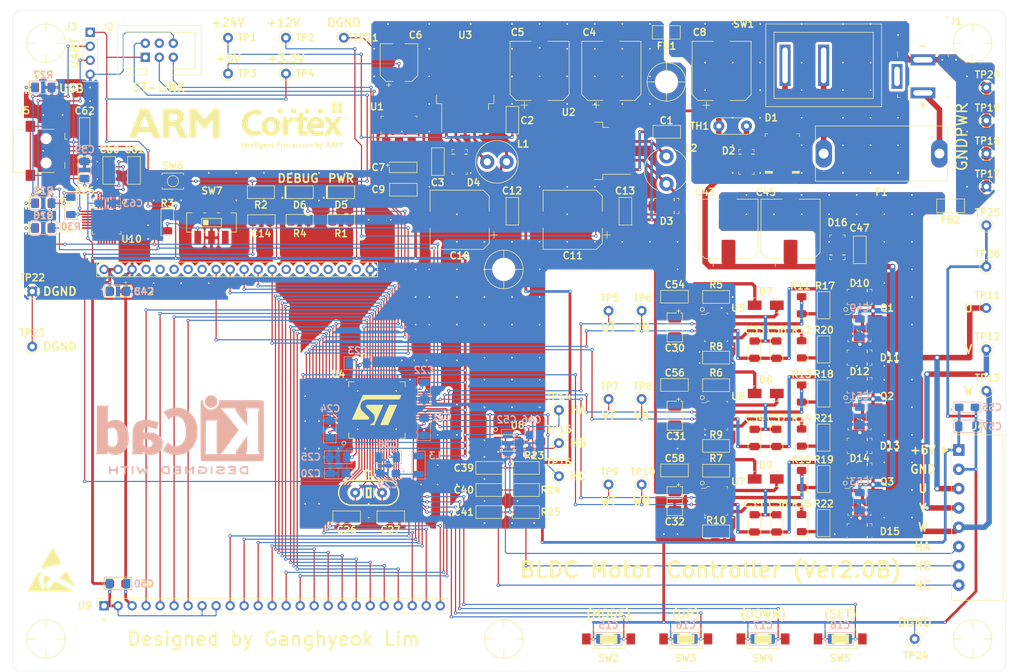
<source format=kicad_pcb>
(kicad_pcb (version 20171130) (host pcbnew "(5.1.7)-1")
  (title_block (title "BLDC Motor Controller") (date 2021-02-02) (rev "Ver 2.0A") (company Arkx) (comment 1 "Designed by Ganghyeok Lim"))
  (layers (0 F.Cu signal) (31 B.Cu signal) (34 B.Paste user) (35 F.Paste user) (36 B.SilkS user) (37 F.SilkS user) (38 B.Mask user) (39 F.Mask user) (44 Edge.Cuts user))
  (net 0 "")
  (net 1 +24V)
  (net 2 GND)
  (net 3 +5V)
  (net 4 +3.3V)
  (net 5 GNDPWR)
  (net 6 +12V)
  (net 7 NRST)
  (net 8 SW1)
  (net 9 SW2)
  (net 10 SW3)
  (net 11 SW4)
  (net 12 "Net-(C26-Pad1)")
  (net 13 "Net-(C27-Pad1)")
  (net 14 "Net-(C28-Pad1)")
  (net 15 "Net-(C33-Pad1)")
  (net 16 "Net-(C33-Pad2)")
  (net 17 "Net-(C34-Pad1)")
  (net 18 "Net-(C34-Pad2)")
  (net 19 "Net-(C35-Pad1)")
  (net 20 "Net-(C35-Pad2)")
  (net 21 "Net-(C39-Pad1)")
  (net 22 "Net-(C40-Pad1)")
  (net 23 "Net-(C41-Pad1)")
  (net 24 GNDA)
  (net 25 "Net-(C59-Pad1)")
  (net 26 D+)
  (net 27 D-)
  (net 28 VBUS)
  (net 29 "Net-(D1-PadA)")
  (net 30 "Net-(D1-PadK)")
  (net 31 "Net-(D3-PadK)")
  (net 32 "Net-(D4-PadK)")
  (net 33 "Net-(D5-Pad1)")
  (net 34 "Net-(D6-Pad1)")
  (net 35 DEBUG1)
  (net 36 "Net-(D17-Pad1)")
  (net 37 "Net-(D18-Pad1)")
  (net 38 "Net-(D19-Pad1)")
  (net 39 "Net-(F1-Pad1)")
  (net 40 "Net-(F1-Pad2)")
  (net 41 "Net-(J1-Pad3)")
  (net 42 SWDIO)
  (net 43 "Net-(J2-Pad4)")
  (net 44 SWCLK)
  (net 45 UART3_TX)
  (net 46 UART3_RX)
  (net 47 "Net-(J5-Pad4)")
  (net 48 "Net-(Q1-Pad4)")
  (net 49 "Net-(Q1-Pad2)")
  (net 50 "Net-(Q2-Pad4)")
  (net 51 "Net-(Q2-Pad2)")
  (net 52 "Net-(Q3-Pad2)")
  (net 53 "Net-(Q3-Pad4)")
  (net 54 BOOT0)
  (net 55 UT)
  (net 56 VT)
  (net 57 WT)
  (net 58 UB)
  (net 59 VB)
  (net 60 WB)
  (net 61 "Net-(R11-Pad2)")
  (net 62 "Net-(R12-Pad2)")
  (net 63 "Net-(R13-Pad2)")
  (net 64 "Net-(R14-Pad2)")
  (net 65 "Net-(R15-Pad2)")
  (net 66 "Net-(R16-Pad2)")
  (net 67 "Net-(R30-Pad2)")
  (net 68 HA)
  (net 69 HB)
  (net 70 HC)
  (net 71 TFT_D13)
  (net 72 TFT_D14)
  (net 73 TFT_D15)
  (net 74 TFT_D0)
  (net 75 TFT_D1)
  (net 76 TFT_D2)
  (net 77 TFT_D3)
  (net 78 "Net-(U4-Pad20)")
  (net 79 TFT_D4)
  (net 80 TFT_D5)
  (net 81 "Net-(U4-Pad33)")
  (net 82 SPI2_SCK)
  (net 83 SPI2_MISO)
  (net 84 SPI2_MOSI)
  (net 85 TFT_D6)
  (net 86 TFT_D7)
  (net 87 TFT_D8)
  (net 88 TFT_D9)
  (net 89 ~TFT_RST)
  (net 90 ~TFT_CS)
  (net 91 TFT_RS)
  (net 92 ~TFT_WR)
  (net 93 "Net-(U4-Pad45)")
  (net 94 "Net-(U4-Pad50)")
  (net 95 TFT_D10)
  (net 96 TFT_D11)
  (net 97 TFT_D12)
  (net 98 ~TS_CS)
  (net 99 ~TS_INT)
  (net 100 "Net-(U4-Pad57)")
  (net 101 "Net-(U4-Pad62)")
  (net 102 "Net-(U9-Pad30)")
  (net 103 "Net-(U9-Pad32)")
  (net 104 "Net-(U9-Pad33)")
  (net 105 "Net-(U9-Pad31)")
  (net 106 "Net-(U9-Pad29)")
  (net 107 "Net-(U9-Pad42)")
  (net 108 "Net-(U9-Pad39)")
  (net 109 "Net-(U9-Pad40)")
  (net 110 "Net-(U9-Pad44)")
  (net 111 "Net-(U9-Pad43)")
  (net 112 "Net-(U9-Pad41)")
  (net 113 "Net-(U10-Pad22)")
  (net 114 "Net-(U10-Pad15)")
  (net 115 "Net-(U10-Pad1)")
  (net 116 "Net-(U10-Pad2)")
  (net 117 "Net-(U10-Pad10)")
  (net 118 "Net-(U10-Pad11)")
  (net 119 "Net-(U10-Pad12)")
  (net 120 "Net-(U10-Pad13)")
  (net 121 "Net-(U10-Pad14)")
  (net 122 "Net-(U10-Pad16)")
  (net 123 "Net-(U10-Pad17)")
  (net 124 "Net-(U10-Pad18)")
  (net 125 "Net-(U10-Pad19)")
  (net 126 "Net-(U10-Pad20)")
  (net 127 "Net-(U10-Pad21)")
  (net 128 "Net-(U10-Pad23)")
  (net 129 "Net-(U10-Pad24)")
  (net 130 "Net-(U10-Pad27)")
  (net 131 "Net-(U10-Pad28)")
  (module Package_QFP:LQFP-64_10x10mm_P0.5mm (layer F.Cu) (at 123 105.5 90)
    (fp_text reference U4 (at 6.5 -7 180) (layer F.SilkS) (effects (font (size 1.25 1.25) (thickness 0.25))))
    (fp_text value STM32F103RCTx)
    (pad 1 smd roundrect (at -5.675 -3.75 90) (size 1.55 0.3) (layers F.Cu F.Paste F.Mask) (net 4 +3.3V))
    (pad 2 smd roundrect (at -5.675 -3.25 90) (size 1.55 0.3) (layers F.Cu F.Paste F.Mask) (net 71 TFT_D13))
    (pad 3 smd roundrect (at -5.675 -2.75 90) (size 1.55 0.3) (layers F.Cu F.Paste F.Mask) (net 72 TFT_D14))
    (pad 4 smd roundrect (at -5.675 -2.25 90) (size 1.55 0.3) (layers F.Cu F.Paste F.Mask) (net 73 TFT_D15))
    (pad 5 smd roundrect (at -5.675 -1.75 90) (size 1.55 0.3) (layers F.Cu F.Paste F.Mask) (net 12 "Net-(C26-Pad1)"))
    (pad 6 smd roundrect (at -5.675 -1.25 90) (size 1.55 0.3) (layers F.Cu F.Paste F.Mask) (net 13 "Net-(C27-Pad1)"))
    (pad 7 smd roundrect (at -5.675 -0.75 90) (size 1.55 0.3) (layers F.Cu F.Paste F.Mask) (net 7 NRST))
    (pad 8 smd roundrect (at -5.675 -0.25 90) (size 1.55 0.3) (layers F.Cu F.Paste F.Mask) (net 74 TFT_D0))
    (pad 9 smd roundrect (at -5.675 0.25 90) (size 1.55 0.3) (layers F.Cu F.Paste F.Mask) (net 75 TFT_D1))
    (pad 10 smd roundrect (at -5.675 0.75 90) (size 1.55 0.3) (layers F.Cu F.Paste F.Mask) (net 76 TFT_D2))
    (pad 11 smd roundrect (at -5.675 1.25 90) (size 1.55 0.3) (layers F.Cu F.Paste F.Mask) (net 77 TFT_D3))
    (pad 12 smd roundrect (at -5.675 1.75 90) (size 1.55 0.3) (layers F.Cu F.Paste F.Mask) (net 2 GND))
    (pad 13 smd roundrect (at -5.675 2.25 90) (size 1.55 0.3) (layers F.Cu F.Paste F.Mask) (net 14 "Net-(C28-Pad1)"))
    (pad 14 smd roundrect (at -5.675 2.75 90) (size 1.55 0.3) (layers F.Cu F.Paste F.Mask) (net 8 SW1))
    (pad 15 smd roundrect (at -5.675 3.25 90) (size 1.55 0.3) (layers F.Cu F.Paste F.Mask) (net 9 SW2))
    (pad 16 smd roundrect (at -5.675 3.75 90) (size 1.55 0.3) (layers F.Cu F.Paste F.Mask) (net 10 SW3))
    (pad 17 smd roundrect (at -3.75 5.675 90) (size 0.3 1.55) (layers F.Cu F.Paste F.Mask) (net 11 SW4))
    (pad 18 smd roundrect (at -3.25 5.675 90) (size 0.3 1.55) (layers F.Cu F.Paste F.Mask) (net 2 GND))
    (pad 19 smd roundrect (at -2.75 5.675 90) (size 0.3 1.55) (layers F.Cu F.Paste F.Mask) (net 4 +3.3V))
    (pad 20 smd roundrect (at -2.25 5.675 90) (size 0.3 1.55) (layers F.Cu F.Paste F.Mask) (net 78 "Net-(U4-Pad20)"))
    (pad 21 smd roundrect (at -1.75 5.675 90) (size 0.3 1.55) (layers F.Cu F.Paste F.Mask) (net 68 HA))
    (pad 22 smd roundrect (at -1.25 5.675 90) (size 0.3 1.55) (layers F.Cu F.Paste F.Mask) (net 69 HB))
    (pad 23 smd roundrect (at -0.75 5.675 90) (size 0.3 1.55) (layers F.Cu F.Paste F.Mask) (net 70 HC))
    (pad 24 smd roundrect (at -0.25 5.675 90) (size 0.3 1.55) (layers F.Cu F.Paste F.Mask) (net 79 TFT_D4))
    (pad 25 smd roundrect (at 0.25 5.675 90) (size 0.3 1.55) (layers F.Cu F.Paste F.Mask) (net 80 TFT_D5))
    (pad 26 smd roundrect (at 0.75 5.675 90) (size 0.3 1.55) (layers F.Cu F.Paste F.Mask) (net 55 UT))
    (pad 27 smd roundrect (at 1.25 5.675 90) (size 0.3 1.55) (layers F.Cu F.Paste F.Mask) (net 56 VT))
    (pad 28 smd roundrect (at 1.75 5.675 90) (size 0.3 1.55) (layers F.Cu F.Paste F.Mask) (net 57 WT))
    (pad 29 smd roundrect (at 2.25 5.675 90) (size 0.3 1.55) (layers F.Cu F.Paste F.Mask) (net 45 UART3_TX))
    (pad 30 smd roundrect (at 2.75 5.675 90) (size 0.3 1.55) (layers F.Cu F.Paste F.Mask) (net 46 UART3_RX))
    (pad 31 smd roundrect (at 3.25 5.675 90) (size 0.3 1.55) (layers F.Cu F.Paste F.Mask) (net 2 GND))
    (pad 32 smd roundrect (at 3.75 5.675 90) (size 0.3 1.55) (layers F.Cu F.Paste F.Mask) (net 4 +3.3V))
    (pad 33 smd roundrect (at 5.675 3.75 90) (size 1.55 0.3) (layers F.Cu F.Paste F.Mask) (net 81 "Net-(U4-Pad33)"))
    (pad 34 smd roundrect (at 5.675 3.25 90) (size 1.55 0.3) (layers F.Cu F.Paste F.Mask) (net 82 SPI2_SCK))
    (pad 35 smd roundrect (at 5.675 2.75 90) (size 1.55 0.3) (layers F.Cu F.Paste F.Mask) (net 83 SPI2_MISO))
    (pad 36 smd roundrect (at 5.675 2.25 90) (size 1.55 0.3) (layers F.Cu F.Paste F.Mask) (net 84 SPI2_MOSI))
    (pad 37 smd roundrect (at 5.675 1.75 90) (size 1.55 0.3) (layers F.Cu F.Paste F.Mask) (net 85 TFT_D6))
    (pad 38 smd roundrect (at 5.675 1.25 90) (size 1.55 0.3) (layers F.Cu F.Paste F.Mask) (net 86 TFT_D7))
    (pad 39 smd roundrect (at 5.675 0.75 90) (size 1.55 0.3) (layers F.Cu F.Paste F.Mask) (net 87 TFT_D8))
    (pad 40 smd roundrect (at 5.675 0.25 90) (size 1.55 0.3) (layers F.Cu F.Paste F.Mask) (net 88 TFT_D9))
    (pad 41 smd roundrect (at 5.675 -0.25 90) (size 1.55 0.3) (layers F.Cu F.Paste F.Mask) (net 89 ~TFT_RST))
    (pad 42 smd roundrect (at 5.675 -0.75 90) (size 1.55 0.3) (layers F.Cu F.Paste F.Mask) (net 90 ~TFT_CS))
    (pad 43 smd roundrect (at 5.675 -1.25 90) (size 1.55 0.3) (layers F.Cu F.Paste F.Mask) (net 91 TFT_RS))
    (pad 44 smd roundrect (at 5.675 -1.75 90) (size 1.55 0.3) (layers F.Cu F.Paste F.Mask) (net 92 ~TFT_WR))
    (pad 45 smd roundrect (at 5.675 -2.25 90) (size 1.55 0.3) (layers F.Cu F.Paste F.Mask) (net 93 "Net-(U4-Pad45)"))
    (pad 46 smd roundrect (at 5.675 -2.75 90) (size 1.55 0.3) (layers F.Cu F.Paste F.Mask) (net 42 SWDIO))
    (pad 47 smd roundrect (at 5.675 -3.25 90) (size 1.55 0.3) (layers F.Cu F.Paste F.Mask) (net 2 GND))
    (pad 48 smd roundrect (at 5.675 -3.75 90) (size 1.55 0.3) (layers F.Cu F.Paste F.Mask) (net 4 +3.3V))
    (pad 49 smd roundrect (at 3.75 -5.675 90) (size 0.3 1.55) (layers F.Cu F.Paste F.Mask) (net 44 SWCLK))
    (pad 50 smd roundrect (at 3.25 -5.675 90) (size 0.3 1.55) (layers F.Cu F.Paste F.Mask) (net 94 "Net-(U4-Pad50)"))
    (pad 51 smd roundrect (at 2.75 -5.675 90) (size 0.3 1.55) (layers F.Cu F.Paste F.Mask) (net 95 TFT_D10))
    (pad 52 smd roundrect (at 2.25 -5.675 90) (size 0.3 1.55) (layers F.Cu F.Paste F.Mask) (net 96 TFT_D11))
    (pad 53 smd roundrect (at 1.75 -5.675 90) (size 0.3 1.55) (layers F.Cu F.Paste F.Mask) (net 97 TFT_D12))
    (pad 54 smd roundrect (at 1.25 -5.675 90) (size 0.3 1.55) (layers F.Cu F.Paste F.Mask) (net 35 DEBUG1))
    (pad 55 smd roundrect (at 0.75 -5.675 90) (size 0.3 1.55) (layers F.Cu F.Paste F.Mask) (net 98 ~TS_CS))
    (pad 56 smd roundrect (at 0.25 -5.675 90) (size 0.3 1.55) (layers F.Cu F.Paste F.Mask) (net 99 ~TS_INT))
    (pad 57 smd roundrect (at -0.25 -5.675 90) (size 0.3 1.55) (layers F.Cu F.Paste F.Mask) (net 100 "Net-(U4-Pad57)"))
    (pad 58 smd roundrect (at -0.75 -5.675 90) (size 0.3 1.55) (layers F.Cu F.Paste F.Mask) (net 58 UB))
    (pad 59 smd roundrect (at -1.25 -5.675 90) (size 0.3 1.55) (layers F.Cu F.Paste F.Mask) (net 59 VB))
    (pad 60 smd roundrect (at -1.75 -5.675 90) (size 0.3 1.55) (layers F.Cu F.Paste F.Mask) (net 54 BOOT0))
    (pad 61 smd roundrect (at -2.25 -5.675 90) (size 0.3 1.55) (layers F.Cu F.Paste F.Mask) (net 60 WB))
    (pad 62 smd roundrect (at -2.75 -5.675 90) (size 0.3 1.55) (layers F.Cu F.Paste F.Mask) (net 101 "Net-(U4-Pad62)"))
    (pad 63 smd roundrect (at -3.25 -5.675 90) (size 0.3 1.55) (layers F.Cu F.Paste F.Mask) (net 2 GND))
    (pad 64 smd roundrect (at -3.75 -5.675 90) (size 0.3 1.55) (layers F.Cu F.Paste F.Mask) (net 4 +3.3V))
  )
  (module "My_Libraries:Test_Point(Loop)" (layer F.Cu) (at 117 38)
    (fp_text reference TP21 (at 4 0) (layer F.SilkS) (effects (font (size 1.25 1.25) (thickness 0.25))))
    (fp_text value DGND)
    (pad 1 thru_hole circle (at 0 0) (size 1.8 1.8) (drill 0.94) (layers *.Cu *.Mask) (net 2 GND))
  )
  (module Symbol:KiCad-Logo2_12mm_SilkScreen (layer B.Cu) (at 87.25 108.75 180)
    (fp_text reference REF** hide)
    (fp_text value KiCad-Logo2_12mm_SilkScreen hide)
  )
  (module Symbol:ESD-Logo_8.9x8mm_SilkScreen (layer F.Cu) (at 64 134.4)
    (fp_text reference REF** hide)
    (fp_text value ESD-Logo_8.9x8mm_SilkScreen hide)
  )
  (module My_Libraries:R3216_Metric (layer F.Cu) (at 184.5 116.5)
    (fp_text reference R7 (at 0 -2.25) (layer F.SilkS) (effects (font (size 1.25 1.25) (thickness 0.25))))
    (fp_text value 10k)
    (pad 1 smd roundrect (at -1.55 0) (size 1.3 1.75) (layers F.Cu F.Paste F.Mask) (roundrect_rratio 0.1923069230769231) (net 57 WT))
    (pad 2 smd roundrect (at 1.55 0) (size 1.3 1.75) (layers F.Cu F.Paste F.Mask) (roundrect_rratio 0.1923069230769231) (net 2 GND))
  )
  (module My_Libraries:R3216_Metric (layer F.Cu) (at 204 118 270)
    (fp_text reference R19 (at -3.5 0 180) (layer F.SilkS) (effects (font (size 1.25 1.25) (thickness 0.25))))
    (fp_text value 10k)
    (pad 2 smd roundrect (at 1.55 0 270) (size 1.3 1.75) (layers F.Cu F.Paste F.Mask) (roundrect_rratio 0.1923069230769231) (net 52 "Net-(Q3-Pad2)"))
    (pad 1 smd roundrect (at -1.55 0 270) (size 1.3 1.75) (layers F.Cu F.Paste F.Mask) (roundrect_rratio 0.1923069230769231) (net 20 "Net-(C35-Pad2)"))
  )
  (module My_Libraries:MountHall_M3_3.2mm (layer F.Cu) (at 146 80)
    (fp_text reference REF** hide)
    (fp_text value MountHall_M3_3.2mm)
    (pad 1 np_thru_hole circle (at 0 0) (size 3.2 3.2) (drill 3.2) (layers *.Cu *.Mask))
  )
  (module My_Libraries:MountHall_M3_3.2mm (layer F.Cu) (at 175.5 46)
    (fp_text reference REF** hide)
    (fp_text value MountHall_M3_3.2mm)
    (pad 1 np_thru_hole circle (at 0 0) (size 3.2 3.2) (drill 3.2) (layers *.Cu *.Mask))
  )
  (module My_Libraries:MountHall_M3_3.2mm (layer F.Cu) (at 146 147)
    (fp_text reference REF** hide)
    (fp_text value MountHall_M3_3.2mm)
    (pad 1 np_thru_hole circle (at 0 0) (size 3.2 3.2) (drill 3.2) (layers *.Cu *.Mask))
  )
  (module Logo_libraries:logo_ST_2_10.0x5.8 (layer F.Cu) (at 122.75 105.5)
    (fp_text reference G*** hide)
    (fp_text value LOGO hide)
  )
  (module Logo_libraries:logo_Cortex_Ver2_20.0x9.5 (layer F.Cu) (at 108 54)
    (fp_text reference G*** hide)
    (fp_text value LOGO hide)
  )
  (module Logo_libraries:logo_ARM_18.0x18.0 (layer F.Cu) (at 87 53.5)
    (fp_text reference G*** hide)
    (fp_text value LOGO hide)
  )
  (module My_Libraries:MountHall_M3_3.2mm (layer F.Cu) (at 231 147)
    (fp_text reference REF** hide)
    (fp_text value MountHall_M3_3.2mm)
    (pad 1 np_thru_hole circle (at 0 0) (size 3.2 3.2) (drill 3.2) (layers *.Cu *.Mask))
  )
  (module My_Libraries:MountHall_M3_3.2mm (layer F.Cu) (at 231 39)
    (fp_text reference REF** hide)
    (fp_text value MountHall_M3_3.2mm)
    (pad 1 np_thru_hole circle (at 0 0) (size 3.2 3.2) (drill 3.2) (layers *.Cu *.Mask))
  )
  (module My_Libraries:MountHall_M3_3.2mm (layer F.Cu) (at 63 147)
    (fp_text reference REF** hide)
    (fp_text value MountHall_M3_3.2mm)
    (pad 1 np_thru_hole circle (at 0 0) (size 3.2 3.2) (drill 3.2) (layers *.Cu *.Mask))
  )
  (module My_Libraries:MountHall_M3_3.2mm (layer F.Cu) (at 63 39)
    (fp_text reference REF** hide)
    (fp_text value MountHall_M3_3.2mm)
    (pad 1 np_thru_hole circle (at 0 0) (size 3.2 3.2) (drill 3.2) (layers *.Cu *.Mask))
  )
  (module My_Libraries:C3216_Metric (layer F.Cu) (at 175.5 55)
    (fp_text reference C1 (at 0 -2) (layer F.SilkS) (effects (font (size 1.25 1.25) (thickness 0.25))))
    (fp_text value 100nF)
    (pad 2 smd roundrect (at 1.6125 0.05) (size 1.325 1.8) (layers F.Cu F.Paste F.Mask) (roundrect_rratio 0.1886777358490566) (net 2 GND))
    (pad 1 smd roundrect (at -1.5125 0.05) (size 1.325 1.8) (layers F.Cu F.Paste F.Mask) (roundrect_rratio 0.1886777358490566) (net 1 +24V))
  )
  (module My_Libraries:C3216_Metric (layer F.Cu) (at 147.5 53 90)
    (fp_text reference C2 (at 0 2.75 180) (layer F.SilkS) (effects (font (size 1.25 1.25) (thickness 0.25))))
    (fp_text value 100nF)
    (pad 2 smd roundrect (at 1.6125 0.05 90) (size 1.325 1.8) (layers F.Cu F.Paste F.Mask) (roundrect_rratio 0.1886777358490566) (net 2 GND))
    (pad 1 smd roundrect (at -1.5125 0.05 90) (size 1.325 1.8) (layers F.Cu F.Paste F.Mask) (roundrect_rratio 0.1886777358490566) (net 1 +24V))
  )
  (module My_Libraries:C3216_Metric (layer F.Cu) (at 134 60.5 90)
    (fp_text reference C3 (at -3.75 0 180) (layer F.SilkS) (effects (font (size 1.25 1.25) (thickness 0.25))))
    (fp_text value 100nF)
    (pad 2 smd roundrect (at 1.6125 0.05 90) (size 1.325 1.8) (layers F.Cu F.Paste F.Mask) (roundrect_rratio 0.1886777358490566) (net 2 GND))
    (pad 1 smd roundrect (at -1.5125 0.05 90) (size 1.325 1.8) (layers F.Cu F.Paste F.Mask) (roundrect_rratio 0.1886777358490566) (net 3 +5V))
  )
  (module Capacitor_SMD:CP_Elec_10x10.5 (layer F.Cu) (at 165.5 44 90)
    (fp_text reference C4 (at 7 -4 180) (layer F.SilkS) (effects (font (size 1.25 1.25) (thickness 0.25))))
    (fp_text value 330uF/35V)
    (pad 1 smd roundrect (at -4.2 0 90) (size 4.4 2.5) (layers F.Cu F.Paste F.Mask) (roundrect_rratio 0.1) (net 1 +24V))
    (pad 2 smd roundrect (at 4.2 0 90) (size 4.4 2.5) (layers F.Cu F.Paste F.Mask) (roundrect_rratio 0.1) (net 2 GND))
  )
  (module Capacitor_SMD:CP_Elec_10x10.5 (layer F.Cu) (at 152.5 44 90)
    (fp_text reference C5 (at 7 -4 180) (layer F.SilkS) (effects (font (size 1.25 1.25) (thickness 0.25))))
    (fp_text value 330uF/35V)
    (pad 2 smd roundrect (at 4.2 0 90) (size 4.4 2.5) (layers F.Cu F.Paste F.Mask) (roundrect_rratio 0.1) (net 2 GND))
    (pad 1 smd roundrect (at -4.2 0 90) (size 4.4 2.5) (layers F.Cu F.Paste F.Mask) (roundrect_rratio 0.1) (net 1 +24V))
  )
  (module Capacitor_SMD:CP_Elec_6.3x5.3 (layer F.Cu) (at 127 42.5 90)
    (fp_text reference C6 (at 5 3 180) (layer F.SilkS) (effects (font (size 1.25 1.25) (thickness 0.25))))
    (fp_text value 100uF/16V)
    (pad 2 smd roundrect (at 2.8 0 90) (size 3.5 1.6) (layers F.Cu F.Paste F.Mask) (roundrect_rratio 0.15625) (net 2 GND))
    (pad 1 smd roundrect (at -2.8 0 90) (size 3.5 1.6) (layers F.Cu F.Paste F.Mask) (roundrect_rratio 0.15625) (net 3 +5V))
  )
  (module My_Libraries:C3216_Tantal_Metric (layer F.Cu) (at 127.75 61.5)
    (fp_text reference C7 (at -4.5 0) (layer F.SilkS) (effects (font (size 1.25 1.25) (thickness 0.25))))
    (fp_text value 10uF/16V)
    (pad 1 smd roundrect (at -1.4375 0) (size 1.575 1.35) (layers F.Cu F.Paste F.Mask) (roundrect_rratio 0.1851844444444445) (net 4 +3.3V))
    (pad 2 smd roundrect (at 1.4375 0) (size 1.575 1.35) (layers F.Cu F.Paste F.Mask) (roundrect_rratio 0.1851844444444445) (net 2 GND))
  )
  (module Capacitor_SMD:CP_Elec_10x10.5 (layer F.Cu) (at 185.5 44 90)
    (fp_text reference C8 (at 7 -4 180) (layer F.SilkS) (effects (font (size 1.25 1.25) (thickness 0.25))))
    (fp_text value 330uF/35V)
    (pad 1 smd roundrect (at -4.2 0 90) (size 4.4 2.5) (layers F.Cu F.Paste F.Mask) (roundrect_rratio 0.1) (net 1 +24V))
    (pad 2 smd roundrect (at 4.2 0 90) (size 4.4 2.5) (layers F.Cu F.Paste F.Mask) (roundrect_rratio 0.1) (net 5 GNDPWR))
  )
  (module My_Libraries:C3216_Metric (layer F.Cu) (at 127.75 65.5)
    (fp_text reference C9 (at -4.5 0) (layer F.SilkS) (effects (font (size 1.25 1.25) (thickness 0.25))))
    (fp_text value 100nF)
    (pad 2 smd roundrect (at 1.6125 0.05) (size 1.325 1.8) (layers F.Cu F.Paste F.Mask) (roundrect_rratio 0.1886777358490566) (net 2 GND))
    (pad 1 smd roundrect (at -1.5125 0.05) (size 1.325 1.8) (layers F.Cu F.Paste F.Mask) (roundrect_rratio 0.1886777358490566) (net 4 +3.3V))
  )
  (module Capacitor_SMD:CP_Elec_10x10.5 (layer F.Cu) (at 138 71 180)
    (fp_text reference C10 (at 0 -6.5) (layer F.SilkS) (effects (font (size 1.25 1.25) (thickness 0.25))))
    (fp_text value 330uF/35V)
    (pad 1 smd roundrect (at -4.2 0 180) (size 4.4 2.5) (layers F.Cu F.Paste F.Mask) (roundrect_rratio 0.1) (net 3 +5V))
    (pad 2 smd roundrect (at 4.2 0 180) (size 4.4 2.5) (layers F.Cu F.Paste F.Mask) (roundrect_rratio 0.1) (net 2 GND))
  )
  (module Capacitor_SMD:CP_Elec_10x10.5 (layer F.Cu) (at 158.5 71 180)
    (fp_text reference C11 (at 0 -6.5) (layer F.SilkS) (effects (font (size 1.25 1.25) (thickness 0.25))))
    (fp_text value 330uF/35V)
    (pad 1 smd roundrect (at -4.2 0 180) (size 4.4 2.5) (layers F.Cu F.Paste F.Mask) (roundrect_rratio 0.1) (net 6 +12V))
    (pad 2 smd roundrect (at 4.2 0 180) (size 4.4 2.5) (layers F.Cu F.Paste F.Mask) (roundrect_rratio 0.1) (net 2 GND))
  )
  (module My_Libraries:C3216_Metric (layer F.Cu) (at 147.5 69.5 90)
    (fp_text reference C12 (at 3.75 0 180) (layer F.SilkS) (effects (font (size 1.25 1.25) (thickness 0.25))))
    (fp_text value 100nF)
    (pad 1 smd roundrect (at -1.5125 0.05 90) (size 1.325 1.8) (layers F.Cu F.Paste F.Mask) (roundrect_rratio 0.1886777358490566) (net 3 +5V))
    (pad 2 smd roundrect (at 1.6125 0.05 90) (size 1.325 1.8) (layers F.Cu F.Paste F.Mask) (roundrect_rratio 0.1886777358490566) (net 2 GND))
  )
  (module My_Libraries:C3216_Metric (layer F.Cu) (at 168 69.5 90)
    (fp_text reference C13 (at 3.75 0 180) (layer F.SilkS) (effects (font (size 1.25 1.25) (thickness 0.25))))
    (fp_text value 100nF)
    (pad 1 smd roundrect (at -1.5125 0.05 90) (size 1.325 1.8) (layers F.Cu F.Paste F.Mask) (roundrect_rratio 0.1886777358490566) (net 6 +12V))
    (pad 2 smd roundrect (at 1.6125 0.05 90) (size 1.325 1.8) (layers F.Cu F.Paste F.Mask) (roundrect_rratio 0.1886777358490566) (net 2 GND))
  )
  (module My_Libraries:C3216_Metric (layer F.Cu) (at 102 71.19)
    (fp_text reference C14 (at 0 2.31) (layer F.SilkS) (effects (font (size 1.25 1.25) (thickness 0.25))))
    (fp_text value 100nF)
    (pad 1 smd roundrect (at -1.5125 0.05) (size 1.325 1.8) (layers F.Cu F.Paste F.Mask) (roundrect_rratio 0.1886777358490566) (net 7 NRST))
    (pad 2 smd roundrect (at 1.6125 0.05) (size 1.325 1.8) (layers F.Cu F.Paste F.Mask) (roundrect_rratio 0.1886777358490566) (net 2 GND))
  )
  (module My_Libraries:C3216_Metric (layer B.Cu) (at 164.9925 146.95 180)
    (fp_text reference C15 (at -0.0075 2.45) (layer B.SilkS) (effects (font (size 1.25 1.25) (thickness 0.25)) (justify mirror)))
    (fp_text value "220nF(ED)")
    (pad 2 smd roundrect (at 1.6125 -0.05 180) (size 1.325 1.8) (layers B.Cu B.Paste B.Mask) (roundrect_rratio 0.1886777358490566) (net 2 GND))
    (pad 1 smd roundrect (at -1.5125 -0.05 180) (size 1.325 1.8) (layers B.Cu B.Paste B.Mask) (roundrect_rratio 0.1886777358490566) (net 8 SW1))
  )
  (module My_Libraries:C3216_Metric (layer B.Cu) (at 179 146.95 180)
    (fp_text reference C16 (at 0 2.45) (layer B.SilkS) (effects (font (size 1.25 1.25) (thickness 0.25)) (justify mirror)))
    (fp_text value "220nF(ED)")
    (pad 1 smd roundrect (at -1.5125 -0.05 180) (size 1.325 1.8) (layers B.Cu B.Paste B.Mask) (roundrect_rratio 0.1886777358490566) (net 9 SW2))
    (pad 2 smd roundrect (at 1.6125 -0.05 180) (size 1.325 1.8) (layers B.Cu B.Paste B.Mask) (roundrect_rratio 0.1886777358490566) (net 2 GND))
  )
  (module My_Libraries:C3216_Metric (layer B.Cu) (at 193 146.95 180)
    (fp_text reference C17 (at 0 2.45) (layer B.SilkS) (effects (font (size 1.25 1.25) (thickness 0.25)) (justify mirror)))
    (fp_text value "220nF(ED)")
    (pad 2 smd roundrect (at 1.6125 -0.05 180) (size 1.325 1.8) (layers B.Cu B.Paste B.Mask) (roundrect_rratio 0.1886777358490566) (net 2 GND))
    (pad 1 smd roundrect (at -1.5125 -0.05 180) (size 1.325 1.8) (layers B.Cu B.Paste B.Mask) (roundrect_rratio 0.1886777358490566) (net 10 SW3))
  )
  (module My_Libraries:C3216_Metric (layer B.Cu) (at 206.9925 146.95 180)
    (fp_text reference C18 (at -0.0075 2.45) (layer B.SilkS) (effects (font (size 1.25 1.25) (thickness 0.25)) (justify mirror)))
    (fp_text value "220nF(ED)")
    (pad 1 smd roundrect (at -1.5125 -0.05 180) (size 1.325 1.8) (layers B.Cu B.Paste B.Mask) (roundrect_rratio 0.1886777358490566) (net 11 SW4))
    (pad 2 smd roundrect (at 1.6125 -0.05 180) (size 1.325 1.8) (layers B.Cu B.Paste B.Mask) (roundrect_rratio 0.1886777358490566) (net 2 GND))
  )
  (module My_Libraries:C3216_Tantal_Metric (layer B.Cu) (at 116 117 180)
    (fp_text reference C20 (at 5 0) (layer B.SilkS) (effects (font (size 1.25 1.25) (thickness 0.25)) (justify mirror)))
    (fp_text value 10uF/16V)
    (pad 2 smd roundrect (at 1.4375 0 180) (size 1.575 1.35) (layers B.Cu B.Paste B.Mask) (roundrect_rratio 0.1851844444444445) (net 2 GND))
    (pad 1 smd roundrect (at -1.4375 0 180) (size 1.575 1.35) (layers B.Cu B.Paste B.Mask) (roundrect_rratio 0.1851844444444445) (net 4 +3.3V))
  )
  (module My_Libraries:C3216_Metric (layer B.Cu) (at 131.5 108.5 270)
    (fp_text reference C21 (at -1.75 -3.25 180) (layer B.SilkS) (effects (font (size 1.25 1.25) (thickness 0.25)) (justify mirror)))
    (fp_text value 100nF)
    (pad 2 smd roundrect (at 1.6125 -0.05 270) (size 1.325 1.8) (layers B.Cu B.Paste B.Mask) (roundrect_rratio 0.1886777358490566) (net 2 GND))
    (pad 1 smd roundrect (at -1.5125 -0.05 270) (size 1.325 1.8) (layers B.Cu B.Paste B.Mask) (roundrect_rratio 0.1886777358490566) (net 4 +3.3V))
  )
  (module My_Libraries:C3216_Metric (layer B.Cu) (at 131.5 102 270)
    (fp_text reference C22 (at -3.75 0) (layer B.SilkS) (effects (font (size 1.25 1.25) (thickness 0.25)) (justify mirror)))
    (fp_text value 100nF)
    (pad 1 smd roundrect (at -1.5125 -0.05 270) (size 1.325 1.8) (layers B.Cu B.Paste B.Mask) (roundrect_rratio 0.1886777358490566) (net 4 +3.3V))
    (pad 2 smd roundrect (at 1.6125 -0.05 270) (size 1.325 1.8) (layers B.Cu B.Paste B.Mask) (roundrect_rratio 0.1886777358490566) (net 2 GND))
  )
  (module My_Libraries:C3216_Metric (layer B.Cu) (at 119.5 97.05)
    (fp_text reference C23 (at 0 -2.3) (layer B.SilkS) (effects (font (size 1.25 1.25) (thickness 0.25)) (justify mirror)))
    (fp_text value 100nF)
    (pad 1 smd roundrect (at -1.5125 -0.05) (size 1.325 1.8) (layers B.Cu B.Paste B.Mask) (roundrect_rratio 0.1886777358490566) (net 4 +3.3V))
    (pad 2 smd roundrect (at 1.6125 -0.05) (size 1.325 1.8) (layers B.Cu B.Paste B.Mask) (roundrect_rratio 0.1886777358490566) (net 2 GND))
  )
  (module My_Libraries:C3216_Metric (layer B.Cu) (at 114.5 109 90)
    (fp_text reference C24 (at 3.75 0) (layer B.SilkS) (effects (font (size 1.25 1.25) (thickness 0.25)) (justify mirror)))
    (fp_text value 100nF)
    (pad 2 smd roundrect (at 1.6125 -0.05 90) (size 1.325 1.8) (layers B.Cu B.Paste B.Mask) (roundrect_rratio 0.1886777358490566) (net 2 GND))
    (pad 1 smd roundrect (at -1.5125 -0.05 90) (size 1.325 1.8) (layers B.Cu B.Paste B.Mask) (roundrect_rratio 0.1886777358490566) (net 4 +3.3V))
  )
  (module My_Libraries:C3216_Metric (layer B.Cu) (at 116 114 180)
    (fp_text reference C25 (at 5 0) (layer B.SilkS) (effects (font (size 1.25 1.25) (thickness 0.25)) (justify mirror)))
    (fp_text value 100nF)
    (pad 1 smd roundrect (at -1.5125 -0.05 180) (size 1.325 1.8) (layers B.Cu B.Paste B.Mask) (roundrect_rratio 0.1886777358490566) (net 4 +3.3V))
    (pad 2 smd roundrect (at 1.6125 -0.05 180) (size 1.325 1.8) (layers B.Cu B.Paste B.Mask) (roundrect_rratio 0.1886777358490566) (net 2 GND))
  )
  (module My_Libraries:C3216_Metric (layer F.Cu) (at 117.55 125 180)
    (fp_text reference C26 (at 0.05 -2.25) (layer F.SilkS) (effects (font (size 1.25 1.25) (thickness 0.25))))
    (fp_text value 20pF)
    (pad 2 smd roundrect (at 1.6125 0.05 180) (size 1.325 1.8) (layers F.Cu F.Paste F.Mask) (roundrect_rratio 0.1886777358490566) (net 2 GND))
    (pad 1 smd roundrect (at -1.5125 0.05 180) (size 1.325 1.8) (layers F.Cu F.Paste F.Mask) (roundrect_rratio 0.1886777358490566) (net 12 "Net-(C26-Pad1)"))
  )
  (module My_Libraries:C3216_Metric (layer F.Cu) (at 125.46 124.9)
    (fp_text reference C27 (at 0 2.35) (layer F.SilkS) (effects (font (size 1.25 1.25) (thickness 0.25))))
    (fp_text value 20pF)
    (pad 1 smd roundrect (at -1.5125 0.05) (size 1.325 1.8) (layers F.Cu F.Paste F.Mask) (roundrect_rratio 0.1886777358490566) (net 13 "Net-(C27-Pad1)"))
    (pad 2 smd roundrect (at 1.6125 0.05) (size 1.325 1.8) (layers F.Cu F.Paste F.Mask) (roundrect_rratio 0.1886777358490566) (net 2 GND))
  )
  (module My_Libraries:C3216_Metric (layer B.Cu) (at 125 114 180)
    (fp_text reference C28 (at 0 2.25) (layer B.SilkS) (effects (font (size 1.25 1.25) (thickness 0.25)) (justify mirror)))
    (fp_text value 100nF)
    (pad 2 smd roundrect (at 1.6125 -0.05 180) (size 1.325 1.8) (layers B.Cu B.Paste B.Mask) (roundrect_rratio 0.1886777358490566) (net 2 GND))
    (pad 1 smd roundrect (at -1.5125 -0.05 180) (size 1.325 1.8) (layers B.Cu B.Paste B.Mask) (roundrect_rratio 0.1886777358490566) (net 14 "Net-(C28-Pad1)"))
  )
  (module My_Libraries:C3216_Tantal_Metric (layer B.Cu) (at 125 117 180)
    (fp_text reference C29 (at 0 -2) (layer B.SilkS) (effects (font (size 1.25 1.25) (thickness 0.25)) (justify mirror)))
    (fp_text value 1uF/16V)
    (pad 1 smd roundrect (at -1.4375 0 180) (size 1.575 1.35) (layers B.Cu B.Paste B.Mask) (roundrect_rratio 0.1851844444444445) (net 14 "Net-(C28-Pad1)"))
    (pad 2 smd roundrect (at 1.4375 0 180) (size 1.575 1.35) (layers B.Cu B.Paste B.Mask) (roundrect_rratio 0.1851844444444445) (net 2 GND))
  )
  (module My_Libraries:C3528_Tantal_Metric (layer F.Cu) (at 177 90.5 270)
    (fp_text reference C30 (at 3.75 0 180) (layer F.SilkS) (effects (font (size 1.25 1.25) (thickness 0.25))))
    (fp_text value 10uF/25V)
    (pad 1 smd roundrect (at -1.615 0 270) (size 1.5 2.35) (layers F.Cu F.Paste F.Mask) (roundrect_rratio 0.1666666666666667) (net 6 +12V))
    (pad 2 smd roundrect (at 1.635 0 270) (size 1.5 2.35) (layers F.Cu F.Paste F.Mask) (roundrect_rratio 0.1666666666666667) (net 2 GND))
  )
  (module My_Libraries:C3528_Tantal_Metric (layer F.Cu) (at 177 106.5 270)
    (fp_text reference C31 (at 3.75 -0.25 180) (layer F.SilkS) (effects (font (size 1.25 1.25) (thickness 0.25))))
    (fp_text value 10uF/25V)
    (pad 1 smd roundrect (at -1.615 0 270) (size 1.5 2.35) (layers F.Cu F.Paste F.Mask) (roundrect_rratio 0.1666666666666667) (net 6 +12V))
    (pad 2 smd roundrect (at 1.635 0 270) (size 1.5 2.35) (layers F.Cu F.Paste F.Mask) (roundrect_rratio 0.1666666666666667) (net 2 GND))
  )
  (module My_Libraries:C3528_Tantal_Metric (layer F.Cu) (at 177 122 270)
    (fp_text reference C32 (at 3.75 0 180) (layer F.SilkS) (effects (font (size 1.25 1.25) (thickness 0.25))))
    (fp_text value 10uF/25V)
    (pad 2 smd roundrect (at 1.635 0 270) (size 1.5 2.35) (layers F.Cu F.Paste F.Mask) (roundrect_rratio 0.1666666666666667) (net 2 GND))
    (pad 1 smd roundrect (at -1.615 0 270) (size 1.5 2.35) (layers F.Cu F.Paste F.Mask) (roundrect_rratio 0.1666666666666667) (net 6 +12V))
  )
  (module My_Libraries:C3216_Metric (layer F.Cu) (at 191.5 94.5 270)
    (fp_text reference C33 (at -3.5 0) (layer F.SilkS) (effects (font (size 1.25 1.25) (thickness 0.25))))
    (fp_text value 2.2uF)
    (pad 1 smd roundrect (at -1.5125 0.05 270) (size 1.325 1.8) (layers F.Cu F.Paste F.Mask) (roundrect_rratio 0.1886777358490566) (net 15 "Net-(C33-Pad1)"))
    (pad 2 smd roundrect (at 1.6125 0.05 270) (size 1.325 1.8) (layers F.Cu F.Paste F.Mask) (roundrect_rratio 0.1886777358490566) (net 16 "Net-(C33-Pad2)"))
  )
  (module My_Libraries:C3216_Metric (layer F.Cu) (at 191.5 110.5 270)
    (fp_text reference C34 (at -3.5 0 180) (layer F.SilkS) (effects (font (size 1.25 1.25) (thickness 0.25))))
    (fp_text value 2.2uF)
    (pad 2 smd roundrect (at 1.6125 0.05 270) (size 1.325 1.8) (layers F.Cu F.Paste F.Mask) (roundrect_rratio 0.1886777358490566) (net 18 "Net-(C34-Pad2)"))
    (pad 1 smd roundrect (at -1.5125 0.05 270) (size 1.325 1.8) (layers F.Cu F.Paste F.Mask) (roundrect_rratio 0.1886777358490566) (net 17 "Net-(C34-Pad1)"))
  )
  (module My_Libraries:C3216_Metric (layer F.Cu) (at 191.5 126 270)
    (fp_text reference C35 (at -3.5 0.25 180) (layer F.SilkS) (effects (font (size 1.25 1.25) (thickness 0.25))))
    (fp_text value 2.2uF)
    (pad 2 smd roundrect (at 1.6125 0.05 270) (size 1.325 1.8) (layers F.Cu F.Paste F.Mask) (roundrect_rratio 0.1886777358490566) (net 20 "Net-(C35-Pad2)"))
    (pad 1 smd roundrect (at -1.5125 0.05 270) (size 1.325 1.8) (layers F.Cu F.Paste F.Mask) (roundrect_rratio 0.1886777358490566) (net 19 "Net-(C35-Pad1)"))
  )
  (module My_Libraries:C3216_Metric (layer F.Cu) (at 195.5 94.5 270)
    (fp_text reference C36 (at -3.5 0 180) (layer F.SilkS) (effects (font (size 1.25 1.25) (thickness 0.25))))
    (fp_text value 100nF)
    (pad 2 smd roundrect (at 1.6125 0.05 270) (size 1.325 1.8) (layers F.Cu F.Paste F.Mask) (roundrect_rratio 0.1886777358490566) (net 16 "Net-(C33-Pad2)"))
    (pad 1 smd roundrect (at -1.5125 0.05 270) (size 1.325 1.8) (layers F.Cu F.Paste F.Mask) (roundrect_rratio 0.1886777358490566) (net 15 "Net-(C33-Pad1)"))
  )
  (module My_Libraries:C3216_Metric (layer F.Cu) (at 195.5 110.5 270)
    (fp_text reference C37 (at -3.5 0 180) (layer F.SilkS) (effects (font (size 1.25 1.25) (thickness 0.25))))
    (fp_text value 100nF)
    (pad 1 smd roundrect (at -1.5125 0.05 270) (size 1.325 1.8) (layers F.Cu F.Paste F.Mask) (roundrect_rratio 0.1886777358490566) (net 17 "Net-(C34-Pad1)"))
    (pad 2 smd roundrect (at 1.6125 0.05 270) (size 1.325 1.8) (layers F.Cu F.Paste F.Mask) (roundrect_rratio 0.1886777358490566) (net 18 "Net-(C34-Pad2)"))
  )
  (module My_Libraries:C3216_Metric (layer F.Cu) (at 195.5 126 270)
    (fp_text reference C38 (at -3.5 -0.25 180) (layer F.SilkS) (effects (font (size 1.25 1.25) (thickness 0.25))))
    (fp_text value 100nF)
    (pad 2 smd roundrect (at 1.6125 0.05 270) (size 1.325 1.8) (layers F.Cu F.Paste F.Mask) (roundrect_rratio 0.1886777358490566) (net 20 "Net-(C35-Pad2)"))
    (pad 1 smd roundrect (at -1.5125 0.05 270) (size 1.325 1.8) (layers F.Cu F.Paste F.Mask) (roundrect_rratio 0.1886777358490566) (net 19 "Net-(C35-Pad1)"))
  )
  (module My_Libraries:C3216_Metric (layer F.Cu) (at 143.48 116.04 180)
    (fp_text reference C39 (at 4.73 0.04) (layer F.SilkS) (effects (font (size 1.25 1.25) (thickness 0.25))))
    (fp_text value 330pF)
    (pad 2 smd roundrect (at 1.6125 0.05 180) (size 1.325 1.8) (layers F.Cu F.Paste F.Mask) (roundrect_rratio 0.1886777358490566) (net 2 GND))
    (pad 1 smd roundrect (at -1.5125 0.05 180) (size 1.325 1.8) (layers F.Cu F.Paste F.Mask) (roundrect_rratio 0.1886777358490566) (net 21 "Net-(C39-Pad1)"))
  )
  (module My_Libraries:C3216_Metric (layer F.Cu) (at 143.5 120.05 180)
    (fp_text reference C40 (at 4.75 0.05) (layer F.SilkS) (effects (font (size 1.25 1.25) (thickness 0.25))))
    (fp_text value 330pF)
    (pad 2 smd roundrect (at 1.6125 0.05 180) (size 1.325 1.8) (layers F.Cu F.Paste F.Mask) (roundrect_rratio 0.1886777358490566) (net 2 GND))
    (pad 1 smd roundrect (at -1.5125 0.05 180) (size 1.325 1.8) (layers F.Cu F.Paste F.Mask) (roundrect_rratio 0.1886777358490566) (net 22 "Net-(C40-Pad1)"))
  )
  (module My_Libraries:C3216_Metric (layer F.Cu) (at 143.5 124.05 180)
    (fp_text reference C41 (at 4.75 0.05) (layer F.SilkS) (effects (font (size 1.25 1.25) (thickness 0.25))))
    (fp_text value 330pF)
    (pad 1 smd roundrect (at -1.5125 0.05 180) (size 1.325 1.8) (layers F.Cu F.Paste F.Mask) (roundrect_rratio 0.1886777358490566) (net 23 "Net-(C41-Pad1)"))
    (pad 2 smd roundrect (at 1.6125 0.05 180) (size 1.325 1.8) (layers F.Cu F.Paste F.Mask) (roundrect_rratio 0.1886777358490566) (net 2 GND))
  )
  (module My_Libraries:C3216_Tantal_Metric (layer F.Cu) (at 76 84)
    (fp_text reference C42 (at 4.75 0) (layer F.SilkS) (effects (font (size 1.25 1.25) (thickness 0.25))))
    (fp_text value 10uF/16V)
    (pad 1 smd roundrect (at -1.4375 0) (size 1.575 1.35) (layers F.Cu F.Paste F.Mask) (roundrect_rratio 0.1851844444444445) (net 4 +3.3V))
    (pad 2 smd roundrect (at 1.4375 0) (size 1.575 1.35) (layers F.Cu F.Paste F.Mask) (roundrect_rratio 0.1851844444444445) (net 2 GND))
  )
  (module Capacitor_SMD:CP_Elec_10x10.5 (layer F.Cu) (at 186.74 72.63 90)
    (fp_text reference C43 (at 6.63 -4.24 180) (layer F.SilkS) (effects (font (size 1.25 1.25) (thickness 0.25))))
    (fp_text value 470uF/35V)
    (pad 2 smd roundrect (at 4.2 0 90) (size 4.4 2.5) (layers F.Cu F.Paste F.Mask) (roundrect_rratio 0.1) (net 24 GNDA))
    (pad 1 smd roundrect (at -4.2 0 90) (size 4.4 2.5) (layers F.Cu F.Paste F.Mask) (roundrect_rratio 0.1) (net 1 +24V))
  )
  (module My_Libraries:C3216_Tantal_Metric (layer F.Cu) (at 76 137)
    (fp_text reference C44 (at 4.75 0) (layer F.SilkS) (effects (font (size 1.25 1.25) (thickness 0.25))))
    (fp_text value 10uF/16V)
    (pad 1 smd roundrect (at -1.4375 0) (size 1.575 1.35) (layers F.Cu F.Paste F.Mask) (roundrect_rratio 0.1851844444444445) (net 4 +3.3V))
    (pad 2 smd roundrect (at 1.4375 0) (size 1.575 1.35) (layers F.Cu F.Paste F.Mask) (roundrect_rratio 0.1851844444444445) (net 2 GND))
  )
  (module Capacitor_SMD:CP_Elec_10x10.5 (layer F.Cu) (at 198 72.63 90)
    (fp_text reference C45 (at 6.63 -4.5 180) (layer F.SilkS) (effects (font (size 1.25 1.25) (thickness 0.25))))
    (fp_text value 470uF/35V)
    (pad 2 smd roundrect (at 4.2 0 90) (size 4.4 2.5) (layers F.Cu F.Paste F.Mask) (roundrect_rratio 0.1) (net 24 GNDA))
    (pad 1 smd roundrect (at -4.2 0 90) (size 4.4 2.5) (layers F.Cu F.Paste F.Mask) (roundrect_rratio 0.1) (net 1 +24V))
  )
  (module My_Libraries:C3216_Tantal_Metric (layer B.Cu) (at 150.68 111.47 270)
    (fp_text reference C46 (at -4.22 -0.32) (layer B.SilkS) (effects (font (size 1.25 1.25) (thickness 0.25)) (justify mirror)))
    (fp_text value 10uF/16V)
    (pad 2 smd roundrect (at 1.4375 0 270) (size 1.575 1.35) (layers B.Cu B.Paste B.Mask) (roundrect_rratio 0.1851844444444445) (net 2 GND))
    (pad 1 smd roundrect (at -1.4375 0 270) (size 1.575 1.35) (layers B.Cu B.Paste B.Mask) (roundrect_rratio 0.1851844444444445) (net 4 +3.3V))
  )
  (module My_Libraries:C3216_Metric (layer F.Cu) (at 210.5 76.5 90)
    (fp_text reference C47 (at 4 0 180) (layer F.SilkS) (effects (font (size 1.25 1.25) (thickness 0.25))))
    (fp_text value 100nF)
    (pad 2 smd roundrect (at 1.6125 0.05 90) (size 1.325 1.8) (layers F.Cu F.Paste F.Mask) (roundrect_rratio 0.1886777358490566) (net 24 GNDA))
    (pad 1 smd roundrect (at -1.5125 0.05 90) (size 1.325 1.8) (layers F.Cu F.Paste F.Mask) (roundrect_rratio 0.1886777358490566) (net 1 +24V))
  )
  (module My_Libraries:C3216_Metric (layer B.Cu) (at 76 84)
    (fp_text reference C48 (at 4.75 0) (layer B.SilkS) (effects (font (size 1.25 1.25) (thickness 0.25)) (justify mirror)))
    (fp_text value 100nF)
    (pad 2 smd roundrect (at 1.6125 -0.05) (size 1.325 1.8) (layers B.Cu B.Paste B.Mask) (roundrect_rratio 0.1886777358490566) (net 2 GND))
    (pad 1 smd roundrect (at -1.5125 -0.05) (size 1.325 1.8) (layers B.Cu B.Paste B.Mask) (roundrect_rratio 0.1886777358490566) (net 4 +3.3V))
  )
  (module My_Libraries:C3216_Metric (layer B.Cu) (at 210.5 90.5 270)
    (fp_text reference C49 (at -3.5 0 180) (layer B.SilkS) (effects (font (size 1.25 1.25) (thickness 0.25)) (justify mirror)))
    (fp_text value 100nF)
    (pad 2 smd roundrect (at 1.6125 -0.05 270) (size 1.325 1.8) (layers B.Cu B.Paste B.Mask) (roundrect_rratio 0.1886777358490566) (net 24 GNDA))
    (pad 1 smd roundrect (at -1.5125 -0.05 270) (size 1.325 1.8) (layers B.Cu B.Paste B.Mask) (roundrect_rratio 0.1886777358490566) (net 1 +24V))
  )
  (module My_Libraries:C3216_Metric (layer B.Cu) (at 76 137)
    (fp_text reference C50 (at 4.75 0) (layer B.SilkS) (effects (font (size 1.25 1.25) (thickness 0.25)) (justify mirror)))
    (fp_text value 100nF)
    (pad 2 smd roundrect (at 1.6125 -0.05) (size 1.325 1.8) (layers B.Cu B.Paste B.Mask) (roundrect_rratio 0.1886777358490566) (net 2 GND))
    (pad 1 smd roundrect (at -1.5125 -0.05) (size 1.325 1.8) (layers B.Cu B.Paste B.Mask) (roundrect_rratio 0.1886777358490566) (net 4 +3.3V))
  )
  (module My_Libraries:C3216_Metric (layer B.Cu) (at 210.5 106.5 270)
    (fp_text reference C51 (at -3.5 0) (layer B.SilkS) (effects (font (size 1.25 1.25) (thickness 0.25)) (justify mirror)))
    (fp_text value 100nF)
    (pad 1 smd roundrect (at -1.5125 -0.05 270) (size 1.325 1.8) (layers B.Cu B.Paste B.Mask) (roundrect_rratio 0.1886777358490566) (net 1 +24V))
    (pad 2 smd roundrect (at 1.6125 -0.05 270) (size 1.325 1.8) (layers B.Cu B.Paste B.Mask) (roundrect_rratio 0.1886777358490566) (net 24 GNDA))
  )
  (module My_Libraries:C3216_Metric (layer B.Cu) (at 146.68 111.47 270)
    (fp_text reference C52 (at -4.22 0.18) (layer B.SilkS) (effects (font (size 1.25 1.25) (thickness 0.25)) (justify mirror)))
    (fp_text value 100nF)
    (pad 1 smd roundrect (at -1.5125 -0.05 270) (size 1.325 1.8) (layers B.Cu B.Paste B.Mask) (roundrect_rratio 0.1886777358490566) (net 4 +3.3V))
    (pad 2 smd roundrect (at 1.6125 -0.05 270) (size 1.325 1.8) (layers B.Cu B.Paste B.Mask) (roundrect_rratio 0.1886777358490566) (net 2 GND))
  )
  (module My_Libraries:C3216_Metric (layer B.Cu) (at 210.5 122 270)
    (fp_text reference C53 (at -3.5 0 180) (layer B.SilkS) (effects (font (size 1.25 1.25) (thickness 0.25)) (justify mirror)))
    (fp_text value 100nF)
    (pad 2 smd roundrect (at 1.6125 -0.05 270) (size 1.325 1.8) (layers B.Cu B.Paste B.Mask) (roundrect_rratio 0.1886777358490566) (net 24 GNDA))
    (pad 1 smd roundrect (at -1.5125 -0.05 270) (size 1.325 1.8) (layers B.Cu B.Paste B.Mask) (roundrect_rratio 0.1886777358490566) (net 1 +24V))
  )
  (module My_Libraries:C3216_Metric (layer F.Cu) (at 177 85 180)
    (fp_text reference C54 (at 0 2.25) (layer F.SilkS) (effects (font (size 1.25 1.25) (thickness 0.25))))
    (fp_text value 100nF)
    (pad 1 smd roundrect (at -1.5125 0.05 180) (size 1.325 1.8) (layers F.Cu F.Paste F.Mask) (roundrect_rratio 0.1886777358490566) (net 6 +12V))
    (pad 2 smd roundrect (at 1.6125 0.05 180) (size 1.325 1.8) (layers F.Cu F.Paste F.Mask) (roundrect_rratio 0.1886777358490566) (net 2 GND))
  )
  (module My_Libraries:C3216_Tantal_Metric (layer B.Cu) (at 230 105)
    (fp_text reference C55 (at 4.5 0) (layer B.SilkS) (effects (font (size 1.25 1.25) (thickness 0.25)) (justify mirror)))
    (fp_text value 10uF/16V)
    (pad 2 smd roundrect (at 1.4375 0) (size 1.575 1.35) (layers B.Cu B.Paste B.Mask) (roundrect_rratio 0.1851844444444445) (net 2 GND))
    (pad 1 smd roundrect (at -1.4375 0) (size 1.575 1.35) (layers B.Cu B.Paste B.Mask) (roundrect_rratio 0.1851844444444445) (net 3 +5V))
  )
  (module My_Libraries:C3216_Metric (layer F.Cu) (at 177 101 180)
    (fp_text reference C56 (at 0 2.25) (layer F.SilkS) (effects (font (size 1.25 1.25) (thickness 0.25))))
    (fp_text value 100nF)
    (pad 2 smd roundrect (at 1.6125 0.05 180) (size 1.325 1.8) (layers F.Cu F.Paste F.Mask) (roundrect_rratio 0.1886777358490566) (net 2 GND))
    (pad 1 smd roundrect (at -1.5125 0.05 180) (size 1.325 1.8) (layers F.Cu F.Paste F.Mask) (roundrect_rratio 0.1886777358490566) (net 6 +12V))
  )
  (module My_Libraries:C3216_Metric (layer B.Cu) (at 230 108.5)
    (fp_text reference C57 (at 4.5 0 180) (layer B.SilkS) (effects (font (size 1.25 1.25) (thickness 0.25)) (justify mirror)))
    (fp_text value 100nF)
    (pad 2 smd roundrect (at 1.6125 -0.05) (size 1.325 1.8) (layers B.Cu B.Paste B.Mask) (roundrect_rratio 0.1886777358490566) (net 2 GND))
    (pad 1 smd roundrect (at -1.5125 -0.05) (size 1.325 1.8) (layers B.Cu B.Paste B.Mask) (roundrect_rratio 0.1886777358490566) (net 3 +5V))
  )
  (module My_Libraries:C3216_Metric (layer F.Cu) (at 177 116.5 180)
    (fp_text reference C58 (at 0 2.25) (layer F.SilkS) (effects (font (size 1.25 1.25) (thickness 0.25))))
    (fp_text value 100nF)
    (pad 1 smd roundrect (at -1.5125 0.05 180) (size 1.325 1.8) (layers F.Cu F.Paste F.Mask) (roundrect_rratio 0.1886777358490566) (net 6 +12V))
    (pad 2 smd roundrect (at 1.6125 0.05 180) (size 1.325 1.8) (layers F.Cu F.Paste F.Mask) (roundrect_rratio 0.1886777358490566) (net 2 GND))
  )
  (module My_Libraries:C3216_Metric (layer B.Cu) (at 70 62 90)
    (fp_text reference C59 (at 3.75 0 180) (layer B.SilkS) (effects (font (size 1.25 1.25) (thickness 0.25)) (justify mirror)))
    (fp_text value 100nF)
    (pad 2 smd roundrect (at 1.6125 -0.05 90) (size 1.325 1.8) (layers B.Cu B.Paste B.Mask) (roundrect_rratio 0.1886777358490566) (net 2 GND))
    (pad 1 smd roundrect (at -1.5125 -0.05 90) (size 1.325 1.8) (layers B.Cu B.Paste B.Mask) (roundrect_rratio 0.1886777358490566) (net 25 "Net-(C59-Pad1)"))
  )
  (module My_Libraries:C3216_Metric (layer F.Cu) (at 74.5 62 270)
    (fp_text reference C60 (at -3.75 0 180) (layer F.SilkS) (effects (font (size 1.25 1.25) (thickness 0.25))))
    (fp_text value 15pF)
    (pad 1 smd roundrect (at -1.5125 0.05 270) (size 1.325 1.8) (layers F.Cu F.Paste F.Mask) (roundrect_rratio 0.1886777358490566) (net 26 D+))
    (pad 2 smd roundrect (at 1.6125 0.05 270) (size 1.325 1.8) (layers F.Cu F.Paste F.Mask) (roundrect_rratio 0.1886777358490566) (net 2 GND))
  )
  (module My_Libraries:C3216_Metric (layer F.Cu) (at 79 62 270)
    (fp_text reference C61 (at -3.75 0 180) (layer F.SilkS) (effects (font (size 1.25 1.25) (thickness 0.25))))
    (fp_text value 15pF)
    (pad 2 smd roundrect (at 1.6125 0.05 270) (size 1.325 1.8) (layers F.Cu F.Paste F.Mask) (roundrect_rratio 0.1886777358490566) (net 2 GND))
    (pad 1 smd roundrect (at -1.5125 0.05 270) (size 1.325 1.8) (layers F.Cu F.Paste F.Mask) (roundrect_rratio 0.1886777358490566) (net 27 D-))
  )
  (module My_Libraries:C3216_Tantal_Metric (layer F.Cu) (at 70 55 90)
    (fp_text reference C62 (at 3.75 0 180) (layer F.SilkS) (effects (font (size 1.25 1.25) (thickness 0.25))))
    (fp_text value 1uF/16V)
    (pad 1 smd roundrect (at -1.4375 0 90) (size 1.575 1.35) (layers F.Cu F.Paste F.Mask) (roundrect_rratio 0.1851844444444445) (net 28 VBUS))
    (pad 2 smd roundrect (at 1.4375 0 90) (size 1.575 1.35) (layers F.Cu F.Paste F.Mask) (roundrect_rratio 0.1851844444444445) (net 2 GND))
  )
  (module My_Libraries:C3216_Tantal_Metric (layer B.Cu) (at 73.9875 68)
    (fp_text reference C63 (at 4.7625 0) (layer B.SilkS) (effects (font (size 1.25 1.25) (thickness 0.25)) (justify mirror)))
    (fp_text value 1uF/16V)
    (pad 2 smd roundrect (at 1.4375 0) (size 1.575 1.35) (layers B.Cu B.Paste B.Mask) (roundrect_rratio 0.1851844444444445) (net 2 GND))
    (pad 1 smd roundrect (at -1.4375 0) (size 1.575 1.35) (layers B.Cu B.Paste B.Mask) (roundrect_rratio 0.1851844444444445) (net 4 +3.3V))
  )
  (module digikey-footprints:DO-214AB (layer F.Cu) (at 196.5 59 90)
    (fp_text reference D1 (at 6.5 -2 180) (layer F.SilkS) (effects (font (size 1.25 1.25) (thickness 0.25))))
    (fp_text value SS34)
    (pad K smd rect (at -3.45 0 90) (size 2.5 3.3) (layers F.Cu F.Paste F.Mask) (net 30 "Net-(D1-PadK)"))
    (pad A smd rect (at 3.45 0.01 90) (size 2.5 3.3) (layers F.Cu F.Paste F.Mask) (net 29 "Net-(D1-PadA)"))
  )
  (module digikey-footprints:DO-214AC (layer F.Cu) (at 190 60.5 270)
    (fp_text reference D2 (at -2 3.25 180) (layer F.SilkS) (effects (font (size 1.25 1.25) (thickness 0.25))))
    (fp_text value SMAJ24A)
    (pad A smd rect (at 2 0 270) (size 2.5 1.7) (layers F.Cu F.Paste F.Mask) (net 5 GNDPWR))
    (pad K smd rect (at -2 0 270) (size 2.5 1.7) (layers F.Cu F.Paste F.Mask) (net 30 "Net-(D1-PadK)"))
  )
  (module digikey-footprints:DO-214AC (layer F.Cu) (at 175.5 68.5 180)
    (fp_text reference D3 (at 0 -2.75) (layer F.SilkS) (effects (font (size 1.25 1.25) (thickness 0.25))))
    (fp_text value SS13)
    (pad A smd rect (at 2 0 180) (size 2.5 1.7) (layers F.Cu F.Paste F.Mask) (net 2 GND))
    (pad K smd rect (at -2 0 180) (size 2.5 1.7) (layers F.Cu F.Paste F.Mask) (net 31 "Net-(D3-PadK)"))
  )
  (module digikey-footprints:DO-214AC (layer F.Cu) (at 138 60.5 270)
    (fp_text reference D4 (at 3.75 -2.5 180) (layer F.SilkS) (effects (font (size 1.25 1.25) (thickness 0.25))))
    (fp_text value SS13)
    (pad A smd rect (at 2 0 270) (size 2.5 1.7) (layers F.Cu F.Paste F.Mask) (net 2 GND))
    (pad K smd rect (at -2 0 270) (size 2.5 1.7) (layers F.Cu F.Paste F.Mask) (net 32 "Net-(D4-PadK)"))
  )
  (module My_Libraries:LED_3216_Metric (layer F.Cu) (at 116.5 66)
    (fp_text reference D5 (at 0 2.31) (layer F.SilkS) (effects (font (size 1.25 1.25) (thickness 0.25))))
    (fp_text value "LED(POWER)")
    (pad 1 smd roundrect (at -1.4875 0) (size 1.425 1.75) (layers F.Cu F.Paste F.Mask) (roundrect_rratio 0.1754385964912281) (net 33 "Net-(D5-Pad1)"))
    (pad 2 smd roundrect (at 1.4875 0) (size 1.425 1.75) (layers F.Cu F.Paste F.Mask) (roundrect_rratio 0.1754385964912281) (net 4 +3.3V))
  )
  (module My_Libraries:LED_3216_Metric (layer F.Cu) (at 109 66)
    (fp_text reference D6 (at 0 2.31) (layer F.SilkS) (effects (font (size 1.25 1.25) (thickness 0.25))))
    (fp_text value "LED(DEBUG)")
    (pad 2 smd roundrect (at 1.4875 0) (size 1.425 1.75) (layers F.Cu F.Paste F.Mask) (roundrect_rratio 0.1754385964912281) (net 35 DEBUG1))
    (pad 1 smd roundrect (at -1.4875 0) (size 1.425 1.75) (layers F.Cu F.Paste F.Mask) (roundrect_rratio 0.1754385964912281) (net 34 "Net-(D6-Pad1)"))
  )
  (module digikey-footprints:DO-214AC (layer F.Cu) (at 193.5 86.5 180)
    (fp_text reference D7 (at 0 2.5) (layer F.SilkS) (effects (font (size 1.25 1.25) (thickness 0.25))))
    (fp_text value SS14)
    (pad K smd rect (at -2 0 180) (size 2.5 1.7) (layers F.Cu F.Paste F.Mask) (net 15 "Net-(C33-Pad1)"))
    (pad A smd rect (at 2 0 180) (size 2.5 1.7) (layers F.Cu F.Paste F.Mask) (net 6 +12V))
  )
  (module digikey-footprints:DO-214AC (layer F.Cu) (at 193.5 102.5 180)
    (fp_text reference D8 (at 0 2.5) (layer F.SilkS) (effects (font (size 1.25 1.25) (thickness 0.25))))
    (fp_text value SS14)
    (pad K smd rect (at -2 0 180) (size 2.5 1.7) (layers F.Cu F.Paste F.Mask) (net 17 "Net-(C34-Pad1)"))
    (pad A smd rect (at 2 0 180) (size 2.5 1.7) (layers F.Cu F.Paste F.Mask) (net 6 +12V))
  )
  (module digikey-footprints:DO-214AC (layer F.Cu) (at 193.5 118 180)
    (fp_text reference D9 (at 0 2.5) (layer F.SilkS) (effects (font (size 1.25 1.25) (thickness 0.25))))
    (fp_text value SS14)
    (pad K smd rect (at -2 0 180) (size 2.5 1.7) (layers F.Cu F.Paste F.Mask) (net 19 "Net-(C35-Pad1)"))
    (pad A smd rect (at 2 0 180) (size 2.5 1.7) (layers F.Cu F.Paste F.Mask) (net 6 +12V))
  )
  (module digikey-footprints:DO-214AC (layer F.Cu) (at 210.5 85 180)
    (fp_text reference D10 (at 0 2.5) (layer F.SilkS) (effects (font (size 1.25 1.25) (thickness 0.25))))
    (fp_text value RS1G)
    (pad A smd rect (at 2 0 180) (size 2.5 1.7) (layers F.Cu F.Paste F.Mask) (net 16 "Net-(C33-Pad2)"))
    (pad K smd rect (at -2 0 180) (size 2.5 1.7) (layers F.Cu F.Paste F.Mask) (net 1 +24V))
  )
  (module digikey-footprints:DO-214AC (layer F.Cu) (at 210.5 96 180)
    (fp_text reference D11 (at -5.5 0) (layer F.SilkS) (effects (font (size 1.25 1.25) (thickness 0.25))))
    (fp_text value RS1G)
    (pad K smd rect (at -2 0 180) (size 2.5 1.7) (layers F.Cu F.Paste F.Mask) (net 16 "Net-(C33-Pad2)"))
    (pad A smd rect (at 2 0 180) (size 2.5 1.7) (layers F.Cu F.Paste F.Mask) (net 24 GNDA))
  )
  (module digikey-footprints:DO-214AC (layer F.Cu) (at 210.5 101 180)
    (fp_text reference D12 (at 0 2.5) (layer F.SilkS) (effects (font (size 1.25 1.25) (thickness 0.25))))
    (fp_text value RS1G)
    (pad A smd rect (at 2 0 180) (size 2.5 1.7) (layers F.Cu F.Paste F.Mask) (net 18 "Net-(C34-Pad2)"))
    (pad K smd rect (at -2 0 180) (size 2.5 1.7) (layers F.Cu F.Paste F.Mask) (net 1 +24V))
  )
  (module digikey-footprints:DO-214AC (layer F.Cu) (at 210.5 112 180)
    (fp_text reference D13 (at -5.5 0) (layer F.SilkS) (effects (font (size 1.25 1.25) (thickness 0.25))))
    (fp_text value RS1G)
    (pad A smd rect (at 2 0 180) (size 2.5 1.7) (layers F.Cu F.Paste F.Mask) (net 24 GNDA))
    (pad K smd rect (at -2 0 180) (size 2.5 1.7) (layers F.Cu F.Paste F.Mask) (net 18 "Net-(C34-Pad2)"))
  )
  (module digikey-footprints:DO-214AC (layer F.Cu) (at 210.5 116.5 180)
    (fp_text reference D14 (at 0 2.25) (layer F.SilkS) (effects (font (size 1.25 1.25) (thickness 0.25))))
    (fp_text value RS1G)
    (pad K smd rect (at -2 0 180) (size 2.5 1.7) (layers F.Cu F.Paste F.Mask) (net 1 +24V))
    (pad A smd rect (at 2 0 180) (size 2.5 1.7) (layers F.Cu F.Paste F.Mask) (net 20 "Net-(C35-Pad2)"))
  )
  (module digikey-footprints:DO-214AC (layer F.Cu) (at 210.5 127.5 180)
    (fp_text reference D15 (at -5.5 0) (layer F.SilkS) (effects (font (size 1.25 1.25) (thickness 0.25))))
    (fp_text value RS1G)
    (pad K smd rect (at -2 0 180) (size 2.5 1.7) (layers F.Cu F.Paste F.Mask) (net 20 "Net-(C35-Pad2)"))
    (pad A smd rect (at 2 0 180) (size 2.5 1.7) (layers F.Cu F.Paste F.Mask) (net 24 GNDA))
  )
  (module digikey-footprints:DO-214AC (layer F.Cu) (at 206.5 76 90)
    (fp_text reference D16 (at 4.5 0 180) (layer F.SilkS) (effects (font (size 1.25 1.25) (thickness 0.25))))
    (fp_text value SMAJ24A)
    (pad A smd rect (at 2 0 90) (size 2.5 1.7) (layers F.Cu F.Paste F.Mask) (net 24 GNDA))
    (pad K smd rect (at -2 0 90) (size 2.5 1.7) (layers F.Cu F.Paste F.Mask) (net 1 +24V))
  )
  (module My_Libraries:LED_3216_Metric (layer F.Cu) (at 62.5 47)
    (fp_text reference D17 (at 0 -2.25) (layer F.SilkS) (effects (font (size 1.25 1.25) (thickness 0.25))))
    (fp_text value LED)
    (pad 2 smd roundrect (at 1.4875 0) (size 1.425 1.75) (layers F.Cu F.Paste F.Mask) (roundrect_rratio 0.1754385964912281) (net 28 VBUS))
    (pad 1 smd roundrect (at -1.4875 0) (size 1.425 1.75) (layers F.Cu F.Paste F.Mask) (roundrect_rratio 0.1754385964912281) (net 36 "Net-(D17-Pad1)"))
  )
  (module My_Libraries:LED_3216_Metric (layer F.Cu) (at 62.5 72.5)
    (fp_text reference D18 (at 0 -2.25) (layer F.SilkS) (effects (font (size 1.25 1.25) (thickness 0.25))))
    (fp_text value LED)
    (pad 1 smd roundrect (at -1.4875 0) (size 1.425 1.75) (layers F.Cu F.Paste F.Mask) (roundrect_rratio 0.1754385964912281) (net 37 "Net-(D18-Pad1)"))
    (pad 2 smd roundrect (at 1.4875 0) (size 1.425 1.75) (layers F.Cu F.Paste F.Mask) (roundrect_rratio 0.1754385964912281) (net 4 +3.3V))
  )
  (module My_Libraries:LED_3216_Metric (layer F.Cu) (at 62.5 68)
    (fp_text reference D19 (at 0 -2.25) (layer F.SilkS) (effects (font (size 1.25 1.25) (thickness 0.25))))
    (fp_text value LED)
    (pad 1 smd roundrect (at -1.4875 0) (size 1.425 1.75) (layers F.Cu F.Paste F.Mask) (roundrect_rratio 0.1754385964912281) (net 38 "Net-(D19-Pad1)"))
    (pad 2 smd roundrect (at 1.4875 0) (size 1.425 1.75) (layers F.Cu F.Paste F.Mask) (roundrect_rratio 0.1754385964912281) (net 4 +3.3V))
  )
  (module "My_Libraries:GF-205B(20mm)" (layer F.Cu) (at 214.5 59)
    (fp_text reference F1 (at 0 7) (layer F.SilkS) (effects (font (size 1.25 1.25) (thickness 0.25))))
    (fp_text value 250V/1A)
    (pad 2 thru_hole oval (at 10.5 0) (size 3.048 5.08) (drill 1.778) (layers *.Cu *.Mask) (net 40 "Net-(F1-Pad2)"))
    (pad 1 thru_hole oval (at -10.5 0) (size 3.048 5.08) (drill 1.778) (layers *.Cu *.Mask) (net 39 "Net-(F1-Pad1)"))
  )
  (module My_Libraries:L3216_Metric (layer F.Cu) (at 175.5 37 180)
    (fp_text reference FB1 (at 0 -2.5) (layer F.SilkS) (effects (font (size 1.25 1.25) (thickness 0.25))))
    (fp_text value ED)
    (pad 1 smd roundrect (at -1.6375 -0.025 180) (size 1.225 1.9) (layers F.Cu F.Paste F.Mask) (roundrect_rratio 0.2040808163265306) (net 5 GNDPWR))
    (pad 2 smd roundrect (at 1.6875 -0.025 180) (size 1.225 1.9) (layers F.Cu F.Paste F.Mask) (roundrect_rratio 0.2040808163265306) (net 2 GND))
  )
  (module My_Libraries:L3216_Metric (layer F.Cu) (at 227 68.5)
    (fp_text reference FB2 (at 0 2.5) (layer F.SilkS) (effects (font (size 1.25 1.25) (thickness 0.25))))
    (fp_text value ED)
    (pad 1 smd roundrect (at -1.6375 -0.025) (size 1.225 1.9) (layers F.Cu F.Paste F.Mask) (roundrect_rratio 0.2040808163265306) (net 24 GNDA))
    (pad 2 smd roundrect (at 1.6875 -0.025) (size 1.225 1.9) (layers F.Cu F.Paste F.Mask) (roundrect_rratio 0.2040808163265306) (net 5 GNDPWR))
  )
  (module digikey-footprints:Barrel_Jack_5.5mmODx2.1mmID_PJ-202A (layer F.Cu) (at 222 45)
    (fp_text reference J1 (at 6 -10) (layer F.SilkS) (effects (font (size 1.25 1.25) (thickness 0.25))))
    (fp_text value POWER_CONNECTOR)
    (pad 2 thru_hole rect (at 0 -3) (size 4.5 2) (drill oval 3.5 1) (layers *.Cu *.Mask) (net 5 GNDPWR))
    (pad 1 thru_hole rect (at 0 3) (size 4.5 2) (drill oval 3.5 1) (layers *.Cu *.Mask) (net 40 "Net-(F1-Pad2)"))
    (pad 3 thru_hole rect (at -4.7 0) (size 2 4.5) (drill oval 1 3.5) (layers *.Cu *.Mask) (net 41 "Net-(J1-Pad3)"))
  )
  (module My_Libraries:BHS-01-6P (layer F.Cu) (at 81 39)
    (fp_text reference J2 (at -6.8 -3) (layer F.SilkS) (effects (font (size 1.25 1.25) (thickness 0.25))))
    (fp_text value ST-Link_Connector)
    (pad 6 thru_hole circle (at 5.08 0) (size 1.7 1.7) (drill 0.9) (layers *.Cu *.Mask) (net 2 GND))
    (pad 5 thru_hole circle (at 5.08 2.54) (size 1.7 1.7) (drill 0.9) (layers *.Cu *.Mask) (net 44 SWCLK))
    (pad 4 thru_hole circle (at 2.54 0) (size 1.7 1.7) (drill 0.9) (layers *.Cu *.Mask) (net 43 "Net-(J2-Pad4)"))
    (pad 3 thru_hole circle (at 2.54 2.54) (size 1.7 1.7) (drill 0.9) (layers *.Cu *.Mask) (net 42 SWDIO))
    (pad 2 thru_hole circle (at 0 0) (size 1.7 1.7) (drill 0.9) (layers *.Cu *.Mask) (net 7 NRST))
    (pad 1 thru_hole rect (at 0 2.54) (size 1.7 1.7) (drill 0.9) (layers *.Cu *.Mask) (net 4 +3.3V))
  )
  (module Connector_PinSocket_2.54mm:PinSocket_1x04_P2.54mm_Vertical (layer F.Cu) (at 71 37)
    (fp_text reference J3 (at -3.4 -1) (layer F.SilkS) (effects (font (size 1.25 1.25) (thickness 0.25))))
    (fp_text value UART_Connector)
    (pad 4 thru_hole oval (at 0 7.62) (size 1.7 1.7) (drill 1) (layers *.Cu *.Mask) (net 2 GND))
    (pad 3 thru_hole oval (at 0 5.08) (size 1.7 1.7) (drill 1) (layers *.Cu *.Mask) (net 46 UART3_RX))
    (pad 2 thru_hole oval (at 0 2.54) (size 1.7 1.7) (drill 1) (layers *.Cu *.Mask) (net 45 UART3_TX))
    (pad 1 thru_hole rect (at 0 0) (size 1.7 1.7) (drill 1) (layers *.Cu *.Mask) (net 4 +3.3V))
  )
  (module My_Libraries:Terminal_Block_3.5mm_8P (layer F.Cu) (at 232.5 125 270)
    (fp_text reference J4 (at -16.5 0.5 180) (layer F.SilkS) (effects (font (size 1.25 1.25) (thickness 0.25))))
    (fp_text value Conn_01x08)
    (pad 5 thru_hole circle (at 1.75 4 270) (size 2.1 2.1) (drill 1) (layers *.Cu *.Mask) (net 20 "Net-(C35-Pad2)"))
    (pad 1 thru_hole rect (at -12.25 4 270) (size 2.1 2.1) (drill 1) (layers *.Cu *.Mask) (net 3 +5V))
    (pad 8 thru_hole circle (at 12.25 4 270) (size 2.1 2.1) (drill 1) (layers *.Cu *.Mask) (net 23 "Net-(C41-Pad1)"))
    (pad 2 thru_hole circle (at -8.75 4 270) (size 2.1 2.1) (drill 1) (layers *.Cu *.Mask) (net 2 GND))
    (pad 3 thru_hole circle (at -5.25 4 270) (size 2.1 2.1) (drill 1) (layers *.Cu *.Mask) (net 16 "Net-(C33-Pad2)"))
    (pad 6 thru_hole circle (at 5.25 4 270) (size 2.1 2.1) (drill 1) (layers *.Cu *.Mask) (net 21 "Net-(C39-Pad1)"))
    (pad 7 thru_hole circle (at 8.75 4 270) (size 2.1 2.1) (drill 1) (layers *.Cu *.Mask) (net 22 "Net-(C40-Pad1)"))
    (pad 4 thru_hole circle (at -1.75 4 270) (size 2.1 2.1) (drill 1) (layers *.Cu *.Mask) (net 18 "Net-(C34-Pad2)"))
  )
  (module Connector_USB:USB_Mini-B_Lumberg_2486_01_Horizontal (layer F.Cu) (at 63 58.5 270)
    (fp_text reference J5 (at -7.3 4 180) (layer F.SilkS) (effects (font (size 1.25 1.25) (thickness 0.25))))
    (fp_text value USB_B_Mini)
    (pad 1 smd rect (at -1.6 -2.7 270) (size 0.5 2) (layers F.Cu F.Paste F.Mask) (net 28 VBUS))
    (pad 2 smd rect (at -0.8 -2.7 270) (size 0.5 2) (layers F.Cu F.Paste F.Mask) (net 27 D-))
    (pad 3 smd rect (at 0 -2.7 270) (size 0.5 2) (layers F.Cu F.Paste F.Mask) (net 26 D+))
    (pad 4 smd rect (at 0.8 -2.7 270) (size 0.5 2) (layers F.Cu F.Paste F.Mask) (net 47 "Net-(J5-Pad4)"))
    (pad 5 smd rect (at 1.6 -2.7 270) (size 0.5 2) (layers F.Cu F.Paste F.Mask) (net 2 GND))
    (pad 6 smd rect (at -4.45 -2.6 270) (size 2 1.7) (layers F.Cu F.Paste F.Mask) (net 25 "Net-(C59-Pad1)"))
    (pad 6 smd rect (at -4.45 2.85 270) (size 2 1.7) (layers F.Cu F.Paste F.Mask) (net 25 "Net-(C59-Pad1)"))
    (pad 6 smd rect (at 4.45 -2.6 270) (size 2 1.7) (layers F.Cu F.Paste F.Mask) (net 25 "Net-(C59-Pad1)"))
    (pad 6 smd rect (at 4.45 2.85 270) (size 2 1.7) (layers F.Cu F.Paste F.Mask) (net 25 "Net-(C59-Pad1)"))
    (pad "" np_thru_hole circle (at -2.2 0 270) (size 1 1) (drill 1) (layers *.Cu *.Mask))
    (pad "" np_thru_hole circle (at 2.2 0 270) (size 1 1) (drill 1) (layers *.Cu *.Mask))
  )
  (module Inductor_THT:L_Radial_D7.5mm_P3.50mm_Fastron_07P (layer F.Cu) (at 143 60.5)
    (fp_text reference L1 (at 6.5 -3.25) (layer F.SilkS) (effects (font (size 1.25 1.25) (thickness 0.25))))
    (fp_text value 470uH)
    (pad 2 thru_hole circle (at 3.5 0) (size 2.6 2.6) (drill 1.3) (layers *.Cu *.Mask) (net 3 +5V))
    (pad 1 thru_hole circle (at 0 0) (size 2.6 2.6) (drill 1.3) (layers *.Cu *.Mask) (net 32 "Net-(D4-PadK)"))
  )
  (module Inductor_THT:L_Radial_D7.8mm_P5.00mm_Fastron_07HCP (layer F.Cu) (at 175.5 64.5 90)
    (fp_text reference L2 (at 6.5 4.5 180) (layer F.SilkS) (effects (font (size 1.25 1.25) (thickness 0.25))))
    (fp_text value 1mH)
    (pad 2 thru_hole circle (at 5 0 90) (size 2.6 2.6) (drill 1.3) (layers *.Cu *.Mask) (net 6 +12V))
    (pad 1 thru_hole circle (at 0 0 90) (size 2.6 2.6) (drill 1.3) (layers *.Cu *.Mask) (net 31 "Net-(D3-PadK)"))
  )
  (module My_Libraries:L3216_Metric (layer B.Cu) (at 130.5 115.5 90)
    (fp_text reference L3 (at 1.75 3) (layer B.SilkS) (effects (font (size 1.25 1.25) (thickness 0.25)) (justify mirror)))
    (fp_text value 10uH)
    (pad 1 smd roundrect (at -1.6375 0.025 90) (size 1.225 1.9) (layers B.Cu B.Paste B.Mask) (roundrect_rratio 0.2040808163265306) (net 14 "Net-(C28-Pad1)"))
    (pad 2 smd roundrect (at 1.6875 0.025 90) (size 1.225 1.9) (layers B.Cu B.Paste B.Mask) (roundrect_rratio 0.2040808163265306) (net 4 +3.3V))
  )
  (module digikey-footprints:SOIC-8_W3.9mm (layer F.Cu) (at 210.5 90.5 270)
    (fp_text reference Q1 (at -3.5 -5) (layer F.SilkS) (effects (font (size 1.25 1.25) (thickness 0.25))))
    (fp_text value IRF7351PBF)
    (pad 1 smd rect (at -1.905 2.45 270) (size 0.6 2) (layers F.Cu F.Paste F.Mask) (net 16 "Net-(C33-Pad2)"))
    (pad 2 smd rect (at -0.635 2.45 270) (size 0.6 2) (layers F.Cu F.Paste F.Mask) (net 49 "Net-(Q1-Pad2)"))
    (pad 4 smd rect (at 1.905 2.45 270) (size 0.6 2) (layers F.Cu F.Paste F.Mask) (net 48 "Net-(Q1-Pad4)"))
    (pad 5 smd rect (at 1.905 -2.45 270) (size 0.6 2) (layers F.Cu F.Paste F.Mask) (net 16 "Net-(C33-Pad2)"))
    (pad 6 smd rect (at 0.635 -2.45 270) (size 0.6 2) (layers F.Cu F.Paste F.Mask) (net 16 "Net-(C33-Pad2)"))
    (pad 7 smd rect (at -0.635 -2.45 270) (size 0.6 2) (layers F.Cu F.Paste F.Mask) (net 1 +24V))
    (pad 8 smd rect (at -1.905 -2.45 270) (size 0.6 2) (layers F.Cu F.Paste F.Mask) (net 1 +24V))
    (pad 3 smd rect (at 0.635 2.45 270) (size 0.6 2) (layers F.Cu F.Paste F.Mask) (net 24 GNDA))
  )
  (module digikey-footprints:SOIC-8_W3.9mm (layer F.Cu) (at 210.5 106.5 270)
    (fp_text reference Q2 (at -3.5 -5 180) (layer F.SilkS) (effects (font (size 1.25 1.25) (thickness 0.25))))
    (fp_text value IRF7351PBF)
    (pad 1 smd rect (at -1.905 2.45 270) (size 0.6 2) (layers F.Cu F.Paste F.Mask) (net 18 "Net-(C34-Pad2)"))
    (pad 2 smd rect (at -0.635 2.45 270) (size 0.6 2) (layers F.Cu F.Paste F.Mask) (net 51 "Net-(Q2-Pad2)"))
    (pad 4 smd rect (at 1.905 2.45 270) (size 0.6 2) (layers F.Cu F.Paste F.Mask) (net 50 "Net-(Q2-Pad4)"))
    (pad 5 smd rect (at 1.905 -2.45 270) (size 0.6 2) (layers F.Cu F.Paste F.Mask) (net 18 "Net-(C34-Pad2)"))
    (pad 6 smd rect (at 0.635 -2.45 270) (size 0.6 2) (layers F.Cu F.Paste F.Mask) (net 18 "Net-(C34-Pad2)"))
    (pad 7 smd rect (at -0.635 -2.45 270) (size 0.6 2) (layers F.Cu F.Paste F.Mask) (net 1 +24V))
    (pad 8 smd rect (at -1.905 -2.45 270) (size 0.6 2) (layers F.Cu F.Paste F.Mask) (net 1 +24V))
    (pad 3 smd rect (at 0.635 2.45 270) (size 0.6 2) (layers F.Cu F.Paste F.Mask) (net 24 GNDA))
  )
  (module digikey-footprints:SOIC-8_W3.9mm (layer F.Cu) (at 210.5 122 270)
    (fp_text reference Q3 (at -3.5 -5 180) (layer F.SilkS) (effects (font (size 1.25 1.25) (thickness 0.25))))
    (fp_text value IRF7351PBF)
    (pad 3 smd rect (at 0.635 2.45 270) (size 0.6 2) (layers F.Cu F.Paste F.Mask) (net 24 GNDA))
    (pad 8 smd rect (at -1.905 -2.45 270) (size 0.6 2) (layers F.Cu F.Paste F.Mask) (net 1 +24V))
    (pad 7 smd rect (at -0.635 -2.45 270) (size 0.6 2) (layers F.Cu F.Paste F.Mask) (net 1 +24V))
    (pad 6 smd rect (at 0.635 -2.45 270) (size 0.6 2) (layers F.Cu F.Paste F.Mask) (net 20 "Net-(C35-Pad2)"))
    (pad 5 smd rect (at 1.905 -2.45 270) (size 0.6 2) (layers F.Cu F.Paste F.Mask) (net 20 "Net-(C35-Pad2)"))
    (pad 4 smd rect (at 1.905 2.45 270) (size 0.6 2) (layers F.Cu F.Paste F.Mask) (net 53 "Net-(Q3-Pad4)"))
    (pad 2 smd rect (at -0.635 2.45 270) (size 0.6 2) (layers F.Cu F.Paste F.Mask) (net 52 "Net-(Q3-Pad2)"))
    (pad 1 smd rect (at -1.905 2.45 270) (size 0.6 2) (layers F.Cu F.Paste F.Mask) (net 20 "Net-(C35-Pad2)"))
  )
  (module My_Libraries:R3216_Metric (layer F.Cu) (at 116.5 71.19)
    (fp_text reference R1 (at 0 2.31) (layer F.SilkS) (effects (font (size 1.25 1.25) (thickness 0.25))))
    (fp_text value 220)
    (pad 1 smd roundrect (at -1.55 0) (size 1.3 1.75) (layers F.Cu F.Paste F.Mask) (roundrect_rratio 0.1923069230769231) (net 33 "Net-(D5-Pad1)"))
    (pad 2 smd roundrect (at 1.55 0) (size 1.3 1.75) (layers F.Cu F.Paste F.Mask) (roundrect_rratio 0.1923069230769231) (net 2 GND))
  )
  (module My_Libraries:R3216_Metric (layer F.Cu) (at 101.95 66 180)
    (fp_text reference R2 (at 0 -2.31) (layer F.SilkS) (effects (font (size 1.25 1.25) (thickness 0.25))))
    (fp_text value 100k)
    (pad 2 smd roundrect (at 1.55 0 180) (size 1.3 1.75) (layers F.Cu F.Paste F.Mask) (roundrect_rratio 0.1923069230769231) (net 7 NRST))
    (pad 1 smd roundrect (at -1.55 0 180) (size 1.3 1.75) (layers F.Cu F.Paste F.Mask) (roundrect_rratio 0.1923069230769231) (net 4 +3.3V))
  )
  (module My_Libraries:R3216_Metric (layer F.Cu) (at 85 71.45 270)
    (fp_text reference R3 (at -3.45 0 180) (layer F.SilkS) (effects (font (size 1.25 1.25) (thickness 0.25))))
    (fp_text value 10k)
    (pad 2 smd roundrect (at 1.55 0 270) (size 1.3 1.75) (layers F.Cu F.Paste F.Mask) (roundrect_rratio 0.1923069230769231) (net 54 BOOT0))
    (pad 1 smd roundrect (at -1.55 0 270) (size 1.3 1.75) (layers F.Cu F.Paste F.Mask) (roundrect_rratio 0.1923069230769231) (net 4 +3.3V))
  )
  (module My_Libraries:R3216_Metric (layer F.Cu) (at 109 71.19)
    (fp_text reference R4 (at 0 2.31) (layer F.SilkS) (effects (font (size 1.25 1.25) (thickness 0.25))))
    (fp_text value 220)
    (pad 1 smd roundrect (at -1.55 0) (size 1.3 1.75) (layers F.Cu F.Paste F.Mask) (roundrect_rratio 0.1923069230769231) (net 34 "Net-(D6-Pad1)"))
    (pad 2 smd roundrect (at 1.55 0) (size 1.3 1.75) (layers F.Cu F.Paste F.Mask) (roundrect_rratio 0.1923069230769231) (net 2 GND))
  )
  (module My_Libraries:R3216_Metric (layer F.Cu) (at 184.5 85)
    (fp_text reference R5 (at 0 -2.25) (layer F.SilkS) (effects (font (size 1.25 1.25) (thickness 0.25))))
    (fp_text value 10k)
    (pad 1 smd roundrect (at -1.55 0) (size 1.3 1.75) (layers F.Cu F.Paste F.Mask) (roundrect_rratio 0.1923069230769231) (net 55 UT))
    (pad 2 smd roundrect (at 1.55 0) (size 1.3 1.75) (layers F.Cu F.Paste F.Mask) (roundrect_rratio 0.1923069230769231) (net 2 GND))
  )
  (module My_Libraries:R3216_Metric (layer F.Cu) (at 184.5 101)
    (fp_text reference R6 (at 0 -2.25) (layer F.SilkS) (effects (font (size 1.25 1.25) (thickness 0.25))))
    (fp_text value 10k)
    (pad 1 smd roundrect (at -1.55 0) (size 1.3 1.75) (layers F.Cu F.Paste F.Mask) (roundrect_rratio 0.1923069230769231) (net 56 VT))
    (pad 2 smd roundrect (at 1.55 0) (size 1.3 1.75) (layers F.Cu F.Paste F.Mask) (roundrect_rratio 0.1923069230769231) (net 2 GND))
  )
  (module My_Libraries:R3216_Metric (layer F.Cu) (at 184.5 96)
    (fp_text reference R8 (at 0 -2) (layer F.SilkS) (effects (font (size 1.25 1.25) (thickness 0.25))))
    (fp_text value 10k)
    (pad 1 smd roundrect (at -1.55 0) (size 1.3 1.75) (layers F.Cu F.Paste F.Mask) (roundrect_rratio 0.1923069230769231) (net 58 UB))
    (pad 2 smd roundrect (at 1.55 0) (size 1.3 1.75) (layers F.Cu F.Paste F.Mask) (roundrect_rratio 0.1923069230769231) (net 2 GND))
  )
  (module My_Libraries:R3216_Metric (layer F.Cu) (at 184.5 112)
    (fp_text reference R9 (at 0 -2) (layer F.SilkS) (effects (font (size 1.25 1.25) (thickness 0.25))))
    (fp_text value 10k)
    (pad 2 smd roundrect (at 1.55 0) (size 1.3 1.75) (layers F.Cu F.Paste F.Mask) (roundrect_rratio 0.1923069230769231) (net 2 GND))
    (pad 1 smd roundrect (at -1.55 0) (size 1.3 1.75) (layers F.Cu F.Paste F.Mask) (roundrect_rratio 0.1923069230769231) (net 59 VB))
  )
  (module My_Libraries:R3216_Metric (layer F.Cu) (at 184.5 127.5)
    (fp_text reference R10 (at 0 -2) (layer F.SilkS) (effects (font (size 1.25 1.25) (thickness 0.25))))
    (fp_text value 10k)
    (pad 2 smd roundrect (at 1.55 0) (size 1.3 1.75) (layers F.Cu F.Paste F.Mask) (roundrect_rratio 0.1923069230769231) (net 2 GND))
    (pad 1 smd roundrect (at -1.55 0) (size 1.3 1.75) (layers F.Cu F.Paste F.Mask) (roundrect_rratio 0.1923069230769231) (net 60 WB))
  )
  (module My_Libraries:R3216_Metric (layer F.Cu) (at 200 86.5 90)
    (fp_text reference R11 (at 3.5 -0.25 180) (layer F.SilkS) (effects (font (size 1.25 1.25) (thickness 0.25))))
    (fp_text value 22)
    (pad 1 smd roundrect (at -1.55 0 90) (size 1.3 1.75) (layers F.Cu F.Paste F.Mask) (roundrect_rratio 0.1923069230769231) (net 49 "Net-(Q1-Pad2)"))
    (pad 2 smd roundrect (at 1.55 0 90) (size 1.3 1.75) (layers F.Cu F.Paste F.Mask) (roundrect_rratio 0.1923069230769231) (net 61 "Net-(R11-Pad2)"))
  )
  (module My_Libraries:R3216_Metric (layer F.Cu) (at 200 94.5 90)
    (fp_text reference R12 (at 3.5 0 180) (layer F.SilkS) (effects (font (size 1.25 1.25) (thickness 0.25))))
    (fp_text value 22)
    (pad 2 smd roundrect (at 1.55 0 90) (size 1.3 1.75) (layers F.Cu F.Paste F.Mask) (roundrect_rratio 0.1923069230769231) (net 62 "Net-(R12-Pad2)"))
    (pad 1 smd roundrect (at -1.55 0 90) (size 1.3 1.75) (layers F.Cu F.Paste F.Mask) (roundrect_rratio 0.1923069230769231) (net 48 "Net-(Q1-Pad4)"))
  )
  (module My_Libraries:R3216_Metric (layer F.Cu) (at 200 102.5 90)
    (fp_text reference R13 (at 3.5 0 180) (layer F.SilkS) (effects (font (size 1.25 1.25) (thickness 0.25))))
    (fp_text value 22)
    (pad 1 smd roundrect (at -1.55 0 90) (size 1.3 1.75) (layers F.Cu F.Paste F.Mask) (roundrect_rratio 0.1923069230769231) (net 51 "Net-(Q2-Pad2)"))
    (pad 2 smd roundrect (at 1.55 0 90) (size 1.3 1.75) (layers F.Cu F.Paste F.Mask) (roundrect_rratio 0.1923069230769231) (net 63 "Net-(R13-Pad2)"))
  )
  (module My_Libraries:R3216_Metric (layer F.Cu) (at 200 110.5 90)
    (fp_text reference R14 (at 3.5 0 180) (layer F.SilkS) (effects (font (size 1.25 1.25) (thickness 0.25))))
    (fp_text value 22)
    (pad 2 smd roundrect (at 1.55 0 90) (size 1.3 1.75) (layers F.Cu F.Paste F.Mask) (roundrect_rratio 0.1923069230769231) (net 64 "Net-(R14-Pad2)"))
    (pad 1 smd roundrect (at -1.55 0 90) (size 1.3 1.75) (layers F.Cu F.Paste F.Mask) (roundrect_rratio 0.1923069230769231) (net 50 "Net-(Q2-Pad4)"))
  )
  (module My_Libraries:R3216_Metric (layer F.Cu) (at 200 118 90)
    (fp_text reference R15 (at 3.5 0 180) (layer F.SilkS) (effects (font (size 1.25 1.25) (thickness 0.25))))
    (fp_text value 22)
    (pad 1 smd roundrect (at -1.55 0 90) (size 1.3 1.75) (layers F.Cu F.Paste F.Mask) (roundrect_rratio 0.1923069230769231) (net 52 "Net-(Q3-Pad2)"))
    (pad 2 smd roundrect (at 1.55 0 90) (size 1.3 1.75) (layers F.Cu F.Paste F.Mask) (roundrect_rratio 0.1923069230769231) (net 65 "Net-(R15-Pad2)"))
  )
  (module My_Libraries:R3216_Metric (layer F.Cu) (at 200 126 90)
    (fp_text reference R16 (at 3.5 0 180) (layer F.SilkS) (effects (font (size 1.25 1.25) (thickness 0.25))))
    (fp_text value 22)
    (pad 2 smd roundrect (at 1.55 0 90) (size 1.3 1.75) (layers F.Cu F.Paste F.Mask) (roundrect_rratio 0.1923069230769231) (net 66 "Net-(R16-Pad2)"))
    (pad 1 smd roundrect (at -1.55 0 90) (size 1.3 1.75) (layers F.Cu F.Paste F.Mask) (roundrect_rratio 0.1923069230769231) (net 53 "Net-(Q3-Pad4)"))
  )
  (module My_Libraries:R3216_Metric (layer F.Cu) (at 204 86.5 270)
    (fp_text reference R17 (at -3.5 -0.25 180) (layer F.SilkS) (effects (font (size 1.25 1.25) (thickness 0.25))))
    (fp_text value 10k)
    (pad 1 smd roundrect (at -1.55 0 270) (size 1.3 1.75) (layers F.Cu F.Paste F.Mask) (roundrect_rratio 0.1923069230769231) (net 16 "Net-(C33-Pad2)"))
    (pad 2 smd roundrect (at 1.55 0 270) (size 1.3 1.75) (layers F.Cu F.Paste F.Mask) (roundrect_rratio 0.1923069230769231) (net 49 "Net-(Q1-Pad2)"))
  )
  (module My_Libraries:R3216_Metric (layer F.Cu) (at 204 102.5 270)
    (fp_text reference R18 (at -3.5 0 180) (layer F.SilkS) (effects (font (size 1.25 1.25) (thickness 0.25))))
    (fp_text value 10k)
    (pad 2 smd roundrect (at 1.55 0 270) (size 1.3 1.75) (layers F.Cu F.Paste F.Mask) (roundrect_rratio 0.1923069230769231) (net 51 "Net-(Q2-Pad2)"))
    (pad 1 smd roundrect (at -1.55 0 270) (size 1.3 1.75) (layers F.Cu F.Paste F.Mask) (roundrect_rratio 0.1923069230769231) (net 18 "Net-(C34-Pad2)"))
  )
  (module My_Libraries:R3216_Metric (layer F.Cu) (at 204 94.5 270)
    (fp_text reference R20 (at -3.5 0 180) (layer F.SilkS) (effects (font (size 1.25 1.25) (thickness 0.25))))
    (fp_text value 10k)
    (pad 1 smd roundrect (at -1.55 0 270) (size 1.3 1.75) (layers F.Cu F.Paste F.Mask) (roundrect_rratio 0.1923069230769231) (net 24 GNDA))
    (pad 2 smd roundrect (at 1.55 0 270) (size 1.3 1.75) (layers F.Cu F.Paste F.Mask) (roundrect_rratio 0.1923069230769231) (net 48 "Net-(Q1-Pad4)"))
  )
  (module My_Libraries:R3216_Metric (layer F.Cu) (at 204 110.5 270)
    (fp_text reference R21 (at -3.5 0 180) (layer F.SilkS) (effects (font (size 1.25 1.25) (thickness 0.25))))
    (fp_text value 10k)
    (pad 2 smd roundrect (at 1.55 0 270) (size 1.3 1.75) (layers F.Cu F.Paste F.Mask) (roundrect_rratio 0.1923069230769231) (net 50 "Net-(Q2-Pad4)"))
    (pad 1 smd roundrect (at -1.55 0 270) (size 1.3 1.75) (layers F.Cu F.Paste F.Mask) (roundrect_rratio 0.1923069230769231) (net 24 GNDA))
  )
  (module My_Libraries:R3216_Metric (layer F.Cu) (at 204 126 270)
    (fp_text reference R22 (at -3.5 0 180) (layer F.SilkS) (effects (font (size 1.25 1.25) (thickness 0.25))))
    (fp_text value 10k)
    (pad 2 smd roundrect (at 1.55 0 270) (size 1.3 1.75) (layers F.Cu F.Paste F.Mask) (roundrect_rratio 0.1923069230769231) (net 53 "Net-(Q3-Pad4)"))
    (pad 1 smd roundrect (at -1.55 0 270) (size 1.3 1.75) (layers F.Cu F.Paste F.Mask) (roundrect_rratio 0.1923069230769231) (net 24 GNDA))
  )
  (module My_Libraries:R3216_Metric (layer F.Cu) (at 149.98 115.99 180)
    (fp_text reference R23 (at -1.52 2.24) (layer F.SilkS) (effects (font (size 1.25 1.25) (thickness 0.25))))
    (fp_text value 4.7k)
    (pad 2 smd roundrect (at 1.55 0 180) (size 1.3 1.75) (layers F.Cu F.Paste F.Mask) (roundrect_rratio 0.1923069230769231) (net 21 "Net-(C39-Pad1)"))
    (pad 1 smd roundrect (at -1.55 0 180) (size 1.3 1.75) (layers F.Cu F.Paste F.Mask) (roundrect_rratio 0.1923069230769231) (net 3 +5V))
  )
  (module My_Libraries:R3216_Metric (layer F.Cu) (at 149.99 120 180)
    (fp_text reference R24 (at -4.5 0) (layer F.SilkS) (effects (font (size 1.25 1.25) (thickness 0.25))))
    (fp_text value 4.7k)
    (pad 2 smd roundrect (at 1.55 0 180) (size 1.3 1.75) (layers F.Cu F.Paste F.Mask) (roundrect_rratio 0.1923069230769231) (net 22 "Net-(C40-Pad1)"))
    (pad 1 smd roundrect (at -1.55 0 180) (size 1.3 1.75) (layers F.Cu F.Paste F.Mask) (roundrect_rratio 0.1923069230769231) (net 3 +5V))
  )
  (module My_Libraries:R3216_Metric (layer F.Cu) (at 150 124 180)
    (fp_text reference R25 (at -4.5 0) (layer F.SilkS) (effects (font (size 1.25 1.25) (thickness 0.25))))
    (fp_text value 4.7k)
    (pad 2 smd roundrect (at 1.55 0 180) (size 1.3 1.75) (layers F.Cu F.Paste F.Mask) (roundrect_rratio 0.1923069230769231) (net 23 "Net-(C41-Pad1)"))
    (pad 1 smd roundrect (at -1.55 0 180) (size 1.3 1.75) (layers F.Cu F.Paste F.Mask) (roundrect_rratio 0.1923069230769231) (net 3 +5V))
  )
  (module My_Libraries:R3216_Metric (layer F.Cu) (at 70 62 270)
    (fp_text reference R26 (at 3.75 0) (layer F.SilkS) (effects (font (size 1.25 1.25) (thickness 0.25))))
    (fp_text value 1M)
    (pad 1 smd roundrect (at -1.55 0 270) (size 1.3 1.75) (layers F.Cu F.Paste F.Mask) (roundrect_rratio 0.1923069230769231) (net 2 GND))
    (pad 2 smd roundrect (at 1.55 0 270) (size 1.3 1.75) (layers F.Cu F.Paste F.Mask) (roundrect_rratio 0.1923069230769231) (net 25 "Net-(C59-Pad1)"))
  )
  (module My_Libraries:R3216_Metric (layer B.Cu) (at 62.5 47 180)
    (fp_text reference R27 (at 0 2.25) (layer B.SilkS) (effects (font (size 1.25 1.25) (thickness 0.25)) (justify mirror)))
    (fp_text value 330)
    (pad 2 smd roundrect (at 1.55 0 180) (size 1.3 1.75) (layers B.Cu B.Paste B.Mask) (roundrect_rratio 0.1923069230769231) (net 36 "Net-(D17-Pad1)"))
    (pad 1 smd roundrect (at -1.55 0 180) (size 1.3 1.75) (layers B.Cu B.Paste B.Mask) (roundrect_rratio 0.1923069230769231) (net 2 GND))
  )
  (module My_Libraries:R3216_Metric (layer B.Cu) (at 62.5 72.5 180)
    (fp_text reference R28 (at 0 2.25) (layer B.SilkS) (effects (font (size 1.25 1.25) (thickness 0.25)) (justify mirror)))
    (fp_text value 220)
    (pad 2 smd roundrect (at 1.55 0 180) (size 1.3 1.75) (layers B.Cu B.Paste B.Mask) (roundrect_rratio 0.1923069230769231) (net 37 "Net-(D18-Pad1)"))
    (pad 1 smd roundrect (at -1.55 0 180) (size 1.3 1.75) (layers B.Cu B.Paste B.Mask) (roundrect_rratio 0.1923069230769231) (net 46 UART3_RX))
  )
  (module My_Libraries:R3216_Metric (layer B.Cu) (at 62.5 68 180)
    (fp_text reference R29 (at 0 2.25) (layer B.SilkS) (effects (font (size 1.25 1.25) (thickness 0.25)) (justify mirror)))
    (fp_text value 220)
    (pad 2 smd roundrect (at 1.55 0 180) (size 1.3 1.75) (layers B.Cu B.Paste B.Mask) (roundrect_rratio 0.1923069230769231) (net 38 "Net-(D19-Pad1)"))
    (pad 1 smd roundrect (at -1.55 0 180) (size 1.3 1.75) (layers B.Cu B.Paste B.Mask) (roundrect_rratio 0.1923069230769231) (net 45 UART3_TX))
  )
  (module My_Libraries:R3216_Metric (layer B.Cu) (at 67.5 68.5 270)
    (fp_text reference R30 (at 3.75 0) (layer B.SilkS) (effects (font (size 1.25 1.25) (thickness 0.25)) (justify mirror)))
    (fp_text value 4.7k)
    (pad 2 smd roundrect (at 1.55 0 270) (size 1.3 1.75) (layers B.Cu B.Paste B.Mask) (roundrect_rratio 0.1923069230769231) (net 67 "Net-(R30-Pad2)"))
    (pad 1 smd roundrect (at -1.55 0 270) (size 1.3 1.75) (layers B.Cu B.Paste B.Mask) (roundrect_rratio 0.1923069230769231) (net 4 +3.3V))
  )
  (module My_Libraries:KCD1-101A (layer F.Cu) (at 204 43 270)
    (fp_text reference SW1 (at -7.5 14.5 180) (layer F.SilkS) (effects (font (size 1.25 1.25) (thickness 0.25))))
    (fp_text value "SW(POWER)")
    (pad 2 thru_hole rect (at 0 7 270) (size 7.5 2) (drill oval 6.5 1) (layers *.Cu *.Mask) (net 29 "Net-(D1-PadA)"))
    (pad 1 thru_hole rect (at 0 0 270) (size 7.5 2) (drill oval 6.5 1) (layers *.Cu *.Mask) (net 39 "Net-(F1-Pad1)"))
  )
  (module "My_Libraries:ITS-1107(SMD)" (layer F.Cu) (at 165 147)
    (fp_text reference SW2 (at 0 3.5) (layer F.SilkS) (effects (font (size 1.25 1.25) (thickness 0.25))))
    (fp_text value "SW(MODE)")
    (pad 1 smd rect (at -4.025 0) (size 1.55 2) (layers F.Cu F.Paste F.Mask) (net 2 GND))
    (pad 2 smd rect (at 4.025 0) (size 1.55 2) (layers F.Cu F.Paste F.Mask) (net 8 SW1))
  )
  (module "My_Libraries:ITS-1107(SMD)" (layer F.Cu) (at 179 147)
    (fp_text reference SW3 (at 0 3.5) (layer F.SilkS) (effects (font (size 1.25 1.25) (thickness 0.25))))
    (fp_text value "SW(UP)")
    (pad 2 smd rect (at 4.025 0) (size 1.55 2) (layers F.Cu F.Paste F.Mask) (net 9 SW2))
    (pad 1 smd rect (at -4.025 0) (size 1.55 2) (layers F.Cu F.Paste F.Mask) (net 2 GND))
  )
  (module "My_Libraries:ITS-1107(SMD)" (layer F.Cu) (at 193 147)
    (fp_text reference SW4 (at 0 3.5) (layer F.SilkS) (effects (font (size 1.25 1.25) (thickness 0.25))))
    (fp_text value "SW(DOWN)")
    (pad 2 smd rect (at 4.025 0) (size 1.55 2) (layers F.Cu F.Paste F.Mask) (net 10 SW3))
    (pad 1 smd rect (at -4.025 0) (size 1.55 2) (layers F.Cu F.Paste F.Mask) (net 2 GND))
  )
  (module "My_Libraries:ITS-1107(SMD)" (layer F.Cu) (at 207 147)
    (fp_text reference SW5 (at 0 3.5) (layer F.SilkS) (effects (font (size 1.25 1.25) (thickness 0.25))))
    (fp_text value "SW(START/STOP)")
    (pad 1 smd rect (at -4.025 0) (size 1.55 2) (layers F.Cu F.Paste F.Mask) (net 2 GND))
    (pad 2 smd rect (at 4.025 0) (size 1.55 2) (layers F.Cu F.Paste F.Mask) (net 11 SW4))
  )
  (module My_Libraries:SW_TACT_SMD_W3.9mm_L2.9mm_H2mm_GH (layer F.Cu) (at 86 64 180)
    (fp_text reference SW6 (at 0 2.8) (layer F.SilkS) (effects (font (size 1.25 1.25) (thickness 0.25))))
    (fp_text value "SW(RESET)")
    (pad 2 smd rect (at 2.4 0 180) (size 2 2) (layers F.Cu F.Paste F.Mask) (net 2 GND))
    (pad 1 smd rect (at -2.4 0 180) (size 2 2) (layers F.Cu F.Paste F.Mask) (net 7 NRST))
  )
  (module My_Libraries:SW_Slide_6P_SMD_GH (layer F.Cu) (at 90.5 74.25)
    (fp_text reference SW7 (at 2.58 -8.5) (layer F.SilkS) (effects (font (size 1.25 1.25) (thickness 0.25))))
    (fp_text value "SW(BOOT0)")
    (pad 1 smd rect (at 0 0) (size 1.2 2.5) (layers F.Cu F.Paste F.Mask) (net 54 BOOT0))
    (pad 2 smd rect (at 2.5 0) (size 1.2 2.5) (layers F.Cu F.Paste F.Mask) (net 2 GND))
    (pad 3 smd rect (at 5 0) (size 1.2 2.5) (layers F.Cu F.Paste F.Mask))
    (pad 4 smd rect (at 5 -5.5) (size 1.2 2.5) (layers F.Cu F.Paste F.Mask))
    (pad 5 smd rect (at 2.5 -5.5) (size 1.2 2.5) (layers F.Cu F.Paste F.Mask))
    (pad 6 smd rect (at 0 -5.5) (size 1.2 2.5) (layers F.Cu F.Paste F.Mask))
  )
  (module My_Libraries:NTC-5D-7_9 (layer F.Cu) (at 187.5 54)
    (fp_text reference TH1 (at -6 0) (layer F.SilkS) (effects (font (size 1.25 1.25) (thickness 0.25))))
    (fp_text value 5D9)
    (pad 1 thru_hole circle (at -2.5 0) (size 2 2) (drill 0.9) (layers *.Cu *.Mask) (net 1 +24V))
    (pad 2 thru_hole circle (at 2.5 0) (size 2 2) (drill 0.9) (layers *.Cu *.Mask) (net 30 "Net-(D1-PadK)"))
  )
  (module "My_Libraries:Test_Point(Loop)" (layer F.Cu) (at 96 38)
    (fp_text reference TP1 (at 3.5 0) (layer F.SilkS) (effects (font (size 1.25 1.25) (thickness 0.25))))
    (fp_text value "TP(+24V)")
    (pad 1 thru_hole circle (at 0 0) (size 1.8 1.8) (drill 0.94) (layers *.Cu *.Mask) (net 1 +24V))
  )
  (module "My_Libraries:Test_Point(Loop)" (layer F.Cu) (at 106.5 38)
    (fp_text reference TP2 (at 3.5 0) (layer F.SilkS) (effects (font (size 1.25 1.25) (thickness 0.25))))
    (fp_text value "TP(+12V)")
    (pad 1 thru_hole circle (at 0 0) (size 1.8 1.8) (drill 0.94) (layers *.Cu *.Mask) (net 6 +12V))
  )
  (module "My_Libraries:Test_Point(Loop)" (layer F.Cu) (at 96 44.5)
    (fp_text reference TP3 (at 3.5 0) (layer F.SilkS) (effects (font (size 1.25 1.25) (thickness 0.25))))
    (fp_text value "TP(+5V)")
    (pad 1 thru_hole circle (at 0 0) (size 1.8 1.8) (drill 0.94) (layers *.Cu *.Mask) (net 3 +5V))
  )
  (module "My_Libraries:Test_Point(Loop)" (layer F.Cu) (at 106.5 44.5)
    (fp_text reference TP4 (at 3.5 0) (layer F.SilkS) (effects (font (size 1.25 1.25) (thickness 0.25))))
    (fp_text value "TP(+3.3V)")
    (pad 1 thru_hole circle (at 0 0) (size 1.8 1.8) (drill 0.94) (layers *.Cu *.Mask) (net 4 +3.3V))
  )
  (module "My_Libraries:Test_Point(Loop)" (layer F.Cu) (at 165 87.5)
    (fp_text reference TP5 (at 0.2 -2.3) (layer F.SilkS) (effects (font (size 1.25 1.25) (thickness 0.25))))
    (fp_text value UT)
    (pad 1 thru_hole circle (at 0 0) (size 1.8 1.8) (drill 0.94) (layers *.Cu *.Mask) (net 55 UT))
  )
  (module "My_Libraries:Test_Point(Loop)" (layer F.Cu) (at 171 87.5)
    (fp_text reference TP6 (at 0.2 -2.3) (layer F.SilkS) (effects (font (size 1.25 1.25) (thickness 0.25))))
    (fp_text value UB)
    (pad 1 thru_hole circle (at 0 0) (size 1.8 1.8) (drill 0.94) (layers *.Cu *.Mask) (net 58 UB))
  )
  (module "My_Libraries:Test_Point(Loop)" (layer F.Cu) (at 165 103.5)
    (fp_text reference TP7 (at 0.2 -2.3) (layer F.SilkS) (effects (font (size 1.25 1.25) (thickness 0.25))))
    (fp_text value VT)
    (pad 1 thru_hole circle (at 0 0) (size 1.8 1.8) (drill 0.94) (layers *.Cu *.Mask) (net 56 VT))
  )
  (module "My_Libraries:Test_Point(Loop)" (layer F.Cu) (at 171 103.5)
    (fp_text reference TP8 (at 0.2 -2.3) (layer F.SilkS) (effects (font (size 1.25 1.25) (thickness 0.25))))
    (fp_text value VB)
    (pad 1 thru_hole circle (at 0 0) (size 1.8 1.8) (drill 0.94) (layers *.Cu *.Mask) (net 59 VB))
  )
  (module "My_Libraries:Test_Point(Loop)" (layer F.Cu) (at 165 119)
    (fp_text reference TP9 (at 0.2 -2.3) (layer F.SilkS) (effects (font (size 1.25 1.25) (thickness 0.25))))
    (fp_text value WT)
    (pad 1 thru_hole circle (at 0 0) (size 1.8 1.8) (drill 0.94) (layers *.Cu *.Mask) (net 57 WT))
  )
  (module "My_Libraries:Test_Point(Loop)" (layer F.Cu) (at 171 119)
    (fp_text reference TP10 (at 0.2 -2.3) (layer F.SilkS) (effects (font (size 1.25 1.25) (thickness 0.25))))
    (fp_text value WB)
    (pad 1 thru_hole circle (at 0 0) (size 1.8 1.8) (drill 0.94) (layers *.Cu *.Mask) (net 60 WB))
  )
  (module "My_Libraries:Test_Point(Loop)" (layer F.Cu) (at 233.5 87)
    (fp_text reference TP11 (at 0.2 -2.3) (layer F.SilkS) (effects (font (size 1.25 1.25) (thickness 0.25))))
    (fp_text value U)
    (pad 1 thru_hole circle (at 0 0) (size 1.8 1.8) (drill 0.94) (layers *.Cu *.Mask) (net 16 "Net-(C33-Pad2)"))
  )
  (module "My_Libraries:Test_Point(Loop)" (layer F.Cu) (at 233.5 94.5)
    (fp_text reference TP12 (at 0.2 -2.3) (layer F.SilkS) (effects (font (size 1.25 1.25) (thickness 0.25))))
    (fp_text value V)
    (pad 1 thru_hole circle (at 0 0) (size 1.8 1.8) (drill 0.94) (layers *.Cu *.Mask) (net 18 "Net-(C34-Pad2)"))
  )
  (module "My_Libraries:Test_Point(Loop)" (layer F.Cu) (at 233.5 102)
    (fp_text reference TP13 (at 0.2 -2.3) (layer F.SilkS) (effects (font (size 1.25 1.25) (thickness 0.25))))
    (fp_text value W)
    (pad 1 thru_hole circle (at 0 0) (size 1.8 1.8) (drill 0.94) (layers *.Cu *.Mask) (net 20 "Net-(C35-Pad2)"))
  )
  (module "My_Libraries:Test_Point(Loop)" (layer F.Cu) (at 156 105.5 270)
    (fp_text reference TP14 (at -2.5 0 180) (layer F.SilkS) (effects (font (size 1.25 1.25) (thickness 0.25))))
    (fp_text value HA)
    (pad 1 thru_hole circle (at 0 0 270) (size 1.8 1.8) (drill 0.94) (layers *.Cu *.Mask) (net 68 HA))
  )
  (module "My_Libraries:Test_Point(Loop)" (layer F.Cu) (at 156 111.5 270)
    (fp_text reference TP15 (at -2.5 0 180) (layer F.SilkS) (effects (font (size 1.25 1.25) (thickness 0.25))))
    (fp_text value HB)
    (pad 1 thru_hole circle (at 0 0 270) (size 1.8 1.8) (drill 0.94) (layers *.Cu *.Mask) (net 69 HB))
  )
  (module "My_Libraries:Test_Point(Loop)" (layer F.Cu) (at 156 117.5 270)
    (fp_text reference TP16 (at -2.5 0 180) (layer F.SilkS) (effects (font (size 1.25 1.25) (thickness 0.25))))
    (fp_text value HC)
    (pad 1 thru_hole circle (at 0 0 270) (size 1.8 1.8) (drill 0.94) (layers *.Cu *.Mask) (net 70 HC))
  )
  (module "My_Libraries:Test_Point(Loop)" (layer F.Cu) (at 233.5 65)
    (fp_text reference TP17 (at 0.2 -2.3) (layer F.SilkS) (effects (font (size 1.25 1.25) (thickness 0.25))))
    (fp_text value AGND)
    (pad 1 thru_hole circle (at 0 0) (size 1.8 1.8) (drill 0.94) (layers *.Cu *.Mask) (net 5 GNDPWR))
  )
  (module "My_Libraries:Test_Point(Loop)" (layer F.Cu) (at 233.5 59)
    (fp_text reference TP18 (at 0.2 -2.3) (layer F.SilkS) (effects (font (size 1.25 1.25) (thickness 0.25))))
    (fp_text value AGND)
    (pad 1 thru_hole circle (at 0 0) (size 1.8 1.8) (drill 0.94) (layers *.Cu *.Mask) (net 5 GNDPWR))
  )
  (module "My_Libraries:Test_Point(Loop)" (layer F.Cu) (at 233.5 53)
    (fp_text reference TP19 (at 0.2 -2.3) (layer F.SilkS) (effects (font (size 1.25 1.25) (thickness 0.25))))
    (fp_text value AGND)
    (pad 1 thru_hole circle (at 0 0) (size 1.8 1.8) (drill 0.94) (layers *.Cu *.Mask) (net 5 GNDPWR))
  )
  (module "My_Libraries:Test_Point(Loop)" (layer F.Cu) (at 233.5 47)
    (fp_text reference TP20 (at 0.2 -2.3) (layer F.SilkS) (effects (font (size 1.25 1.25) (thickness 0.25))))
    (fp_text value AGND)
    (pad 1 thru_hole circle (at 0 0) (size 1.8 1.8) (drill 0.94) (layers *.Cu *.Mask) (net 5 GNDPWR))
  )
  (module "My_Libraries:Test_Point(Loop)" (layer F.Cu) (at 60.5 84)
    (fp_text reference TP22 (at 0 -2.5) (layer F.SilkS) (effects (font (size 1.25 1.25) (thickness 0.25))))
    (fp_text value DGND)
    (pad 1 thru_hole circle (at 0 0) (size 1.8 1.8) (drill 0.94) (layers *.Cu *.Mask) (net 2 GND))
  )
  (module "My_Libraries:Test_Point(Loop)" (layer F.Cu) (at 60.5 94)
    (fp_text reference TP23 (at 0 -2.5) (layer F.SilkS) (effects (font (size 1.25 1.25) (thickness 0.25))))
    (fp_text value DGND)
    (pad 1 thru_hole circle (at 0 0) (size 1.8 1.8) (drill 0.94) (layers *.Cu *.Mask) (net 2 GND))
  )
  (module "My_Libraries:Test_Point(Loop)" (layer F.Cu) (at 220.5 147)
    (fp_text reference TP24 (at 0.2 3) (layer F.SilkS) (effects (font (size 1.25 1.25) (thickness 0.25))))
    (fp_text value DGND)
    (pad 1 thru_hole circle (at 0 0) (size 1.8 1.8) (drill 0.94) (layers *.Cu *.Mask) (net 2 GND))
  )
  (module "My_Libraries:Test_Point(Loop)" (layer F.Cu) (at 233.5 72)
    (fp_text reference TP25 (at 0.2 -2.3) (layer F.SilkS) (effects (font (size 1.25 1.25) (thickness 0.25))))
    (fp_text value DGND)
    (pad 1 thru_hole circle (at 0 0) (size 1.8 1.8) (drill 0.94) (layers *.Cu *.Mask) (net 2 GND))
  )
  (module "My_Libraries:Test_Point(Loop)" (layer F.Cu) (at 233.5 79.5)
    (fp_text reference TP26 (at 0.2 -2.3) (layer F.SilkS) (effects (font (size 1.25 1.25) (thickness 0.25))))
    (fp_text value DGND)
    (pad 1 thru_hole circle (at 0 0) (size 1.8 1.8) (drill 0.94) (layers *.Cu *.Mask) (net 2 GND))
  )
  (module digikey-footprints:SOT-223 (layer F.Cu) (at 127 54)
    (fp_text reference U1 (at -4 -3.5) (layer F.SilkS) (effects (font (size 1.25 1.25) (thickness 0.25))))
    (fp_text value LM1117-3.3)
    (pad 3 smd rect (at 2.3 3.15) (size 1.5 2.2) (layers F.Cu F.Paste F.Mask) (net 3 +5V))
    (pad 2 smd rect (at 0 3.15) (size 1.5 2.2) (layers F.Cu F.Paste F.Mask) (net 4 +3.3V))
    (pad 1 smd rect (at -2.3 3.15) (size 1.5 2.2) (layers F.Cu F.Paste F.Mask) (net 2 GND))
    (pad 4 smd rect (at 0 -3.15) (size 3.8 2.2) (layers F.Cu F.Paste F.Mask))
  )
  (module Package_TO_SOT_SMD:TO-263-5_TabPin3 (layer F.Cu) (at 161 58.5 180)
    (fp_text reference U2 (at 3.25 7) (layer F.SilkS) (effects (font (size 1.25 1.25) (thickness 0.25))))
    (fp_text value LM2575-12BU)
    (pad 1 smd rect (at -5.775 -3.4 180) (size 4.6 1.1) (layers F.Cu F.Paste F.Mask) (net 1 +24V))
    (pad 2 smd rect (at -5.775 -1.7 180) (size 4.6 1.1) (layers F.Cu F.Paste F.Mask) (net 31 "Net-(D3-PadK)"))
    (pad 3 smd rect (at -5.775 0 180) (size 4.6 1.1) (layers F.Cu F.Paste F.Mask) (net 2 GND))
    (pad 4 smd rect (at -5.775 1.7 180) (size 4.6 1.1) (layers F.Cu F.Paste F.Mask) (net 6 +12V))
    (pad 5 smd rect (at -5.775 3.4 180) (size 4.6 1.1) (layers F.Cu F.Paste F.Mask) (net 2 GND))
    (pad 3 smd rect (at 3.375 0 180) (size 9.4 10.8) (layers F.Cu F.Mask) (net 2 GND))
  )
  (module Package_TO_SOT_SMD:TO-263-5_TabPin3 (layer F.Cu) (at 139 47 90)
    (fp_text reference U3 (at 9.5 0 180) (layer F.SilkS) (effects (font (size 1.25 1.25) (thickness 0.25))))
    (fp_text value LM2575-5.0BU)
    (pad 1 smd rect (at -5.775 -3.4 90) (size 4.6 1.1) (layers F.Cu F.Paste F.Mask) (net 1 +24V))
    (pad 2 smd rect (at -5.775 -1.7 90) (size 4.6 1.1) (layers F.Cu F.Paste F.Mask) (net 32 "Net-(D4-PadK)"))
    (pad 3 smd rect (at -5.775 0 90) (size 4.6 1.1) (layers F.Cu F.Paste F.Mask) (net 2 GND))
    (pad 4 smd rect (at -5.775 1.7 90) (size 4.6 1.1) (layers F.Cu F.Paste F.Mask) (net 3 +5V))
    (pad 5 smd rect (at -5.775 3.4 90) (size 4.6 1.1) (layers F.Cu F.Paste F.Mask) (net 2 GND))
    (pad 3 smd rect (at 3.375 0 90) (size 9.4 10.8) (layers F.Cu F.Mask) (net 2 GND))
  )
  (module digikey-footprints:SOIC-8_W3.9mm (layer F.Cu) (at 184.5 90.5 270)
    (fp_text reference U5 (at -3.5 -4 180) (layer F.SilkS) (effects (font (size 1.25 1.25) (thickness 0.25))))
    (fp_text value IR2101)
    (pad 3 smd rect (at 0.635 2.45 270) (size 0.6 2) (layers F.Cu F.Paste F.Mask) (net 58 UB))
    (pad 8 smd rect (at -1.905 -2.45 270) (size 0.6 2) (layers F.Cu F.Paste F.Mask) (net 15 "Net-(C33-Pad1)"))
    (pad 7 smd rect (at -0.635 -2.45 270) (size 0.6 2) (layers F.Cu F.Paste F.Mask) (net 61 "Net-(R11-Pad2)"))
    (pad 6 smd rect (at 0.635 -2.45 270) (size 0.6 2) (layers F.Cu F.Paste F.Mask) (net 16 "Net-(C33-Pad2)"))
    (pad 5 smd rect (at 1.905 -2.45 270) (size 0.6 2) (layers F.Cu F.Paste F.Mask) (net 62 "Net-(R12-Pad2)"))
    (pad 4 smd rect (at 1.905 2.45 270) (size 0.6 2) (layers F.Cu F.Paste F.Mask) (net 2 GND))
    (pad 2 smd rect (at -0.635 2.45 270) (size 0.6 2) (layers F.Cu F.Paste F.Mask) (net 55 UT))
    (pad 1 smd rect (at -1.905 2.45 270) (size 0.6 2) (layers F.Cu F.Paste F.Mask) (net 6 +12V))
  )
  (module digikey-footprints:SOIC-8_W3.9mm (layer F.Cu) (at 184.5 106.5 270)
    (fp_text reference U6 (at -3.5 -4 180) (layer F.SilkS) (effects (font (size 1.25 1.25) (thickness 0.25))))
    (fp_text value IR2101)
    (pad 3 smd rect (at 0.635 2.45 270) (size 0.6 2) (layers F.Cu F.Paste F.Mask) (net 59 VB))
    (pad 8 smd rect (at -1.905 -2.45 270) (size 0.6 2) (layers F.Cu F.Paste F.Mask) (net 17 "Net-(C34-Pad1)"))
    (pad 7 smd rect (at -0.635 -2.45 270) (size 0.6 2) (layers F.Cu F.Paste F.Mask) (net 63 "Net-(R13-Pad2)"))
    (pad 6 smd rect (at 0.635 -2.45 270) (size 0.6 2) (layers F.Cu F.Paste F.Mask) (net 18 "Net-(C34-Pad2)"))
    (pad 5 smd rect (at 1.905 -2.45 270) (size 0.6 2) (layers F.Cu F.Paste F.Mask) (net 64 "Net-(R14-Pad2)"))
    (pad 4 smd rect (at 1.905 2.45 270) (size 0.6 2) (layers F.Cu F.Paste F.Mask) (net 2 GND))
    (pad 2 smd rect (at -0.635 2.45 270) (size 0.6 2) (layers F.Cu F.Paste F.Mask) (net 56 VT))
    (pad 1 smd rect (at -1.905 2.45 270) (size 0.6 2) (layers F.Cu F.Paste F.Mask) (net 6 +12V))
  )
  (module digikey-footprints:SOIC-8_W3.9mm (layer F.Cu) (at 184.5 122 270)
    (fp_text reference U7 (at -3.5 -4 180) (layer F.SilkS) (effects (font (size 1.25 1.25) (thickness 0.25))))
    (fp_text value IR2101)
    (pad 1 smd rect (at -1.905 2.45 270) (size 0.6 2) (layers F.Cu F.Paste F.Mask) (net 6 +12V))
    (pad 2 smd rect (at -0.635 2.45 270) (size 0.6 2) (layers F.Cu F.Paste F.Mask) (net 57 WT))
    (pad 4 smd rect (at 1.905 2.45 270) (size 0.6 2) (layers F.Cu F.Paste F.Mask) (net 2 GND))
    (pad 5 smd rect (at 1.905 -2.45 270) (size 0.6 2) (layers F.Cu F.Paste F.Mask) (net 66 "Net-(R16-Pad2)"))
    (pad 6 smd rect (at 0.635 -2.45 270) (size 0.6 2) (layers F.Cu F.Paste F.Mask) (net 20 "Net-(C35-Pad2)"))
    (pad 7 smd rect (at -0.635 -2.45 270) (size 0.6 2) (layers F.Cu F.Paste F.Mask) (net 65 "Net-(R15-Pad2)"))
    (pad 8 smd rect (at -1.905 -2.45 270) (size 0.6 2) (layers F.Cu F.Paste F.Mask) (net 19 "Net-(C35-Pad1)"))
    (pad 3 smd rect (at 0.635 2.45 270) (size 0.6 2) (layers F.Cu F.Paste F.Mask) (net 60 WB))
  )
  (module Package_SO:SSOP-8_2.95x2.8mm_P0.65mm (layer F.Cu) (at 146.68 111.47)
    (fp_text reference U8 (at 1.82 -3.22) (layer F.SilkS) (effects (font (size 1.25 1.25) (thickness 0.25))))
    (fp_text value SN74LVC3G17)
    (pad 8 smd rect (at 1.7 -0.975 270) (size 0.3 1.6) (layers F.Cu F.Paste F.Mask) (net 4 +3.3V))
    (pad 7 smd rect (at 1.7 -0.325 270) (size 0.3 1.6) (layers F.Cu F.Paste F.Mask) (net 68 HA))
    (pad 6 smd rect (at 1.7 0.325 270) (size 0.3 1.6) (layers F.Cu F.Paste F.Mask) (net 23 "Net-(C41-Pad1)"))
    (pad 5 smd rect (at 1.7 0.975 270) (size 0.3 1.6) (layers F.Cu F.Paste F.Mask) (net 69 HB))
    (pad 4 smd rect (at -1.7 0.975 270) (size 0.3 1.6) (layers F.Cu F.Paste F.Mask) (net 2 GND))
    (pad 3 smd rect (at -1.7 0.325 270) (size 0.3 1.6) (layers F.Cu F.Paste F.Mask) (net 22 "Net-(C40-Pad1)"))
    (pad 2 smd rect (at -1.7 -0.325 270) (size 0.3 1.6) (layers F.Cu F.Paste F.Mask) (net 70 HC))
    (pad 1 smd rect (at -1.7 -0.975 270) (size 0.3 1.6) (layers F.Cu F.Paste F.Mask) (net 21 "Net-(C39-Pad1)"))
  )
  (module My_Libraries:TFT-32A (layer F.Cu) (at 104 110.5)
    (fp_text reference U9 (at -34 30.48) (layer F.SilkS) (effects (font (size 1.25 1.25) (thickness 0.25))))
    (fp_text value TFT-32A)
    (pad 7 thru_hole oval (at -15.24 30.5 90) (size 1.7 1.7) (drill 1) (layers *.Cu *.Mask) (net 92 ~TFT_WR))
    (pad 8 thru_hole oval (at -12.7 30.5 90) (size 1.7 1.7) (drill 1) (layers *.Cu *.Mask) (net 4 +3.3V))
    (pad 10 thru_hole oval (at -7.62 30.5 90) (size 1.7 1.7) (drill 1) (layers *.Cu *.Mask) (net 74 TFT_D0))
    (pad 17 thru_hole oval (at 10.16 30.5 90) (size 1.7 1.7) (drill 1) (layers *.Cu *.Mask) (net 86 TFT_D7))
    (pad 18 thru_hole oval (at 12.7 30.5 90) (size 1.7 1.7) (drill 1) (layers *.Cu *.Mask) (net 87 TFT_D8))
    (pad 24 thru_hole oval (at 27.94 30.5 90) (size 1.7 1.7) (drill 1) (layers *.Cu *.Mask) (net 72 TFT_D14))
    (pad 6 thru_hole oval (at -17.78 30.5 90) (size 1.7 1.7) (drill 1) (layers *.Cu *.Mask) (net 91 TFT_RS))
    (pad 4 thru_hole oval (at -22.86 30.5 90) (size 1.7 1.7) (drill 1) (layers *.Cu *.Mask) (net 89 ~TFT_RST))
    (pad 21 thru_hole oval (at 20.32 30.5 90) (size 1.7 1.7) (drill 1) (layers *.Cu *.Mask) (net 96 TFT_D11))
    (pad 5 thru_hole oval (at -20.32 30.5 90) (size 1.7 1.7) (drill 1) (layers *.Cu *.Mask) (net 90 ~TFT_CS))
    (pad 14 thru_hole oval (at 2.54 30.5 90) (size 1.7 1.7) (drill 1) (layers *.Cu *.Mask) (net 79 TFT_D4))
    (pad 9 thru_hole oval (at -10.16 30.5 90) (size 1.7 1.7) (drill 1) (layers *.Cu *.Mask) (net 4 +3.3V))
    (pad 13 thru_hole oval (at 0 30.5 90) (size 1.7 1.7) (drill 1) (layers *.Cu *.Mask) (net 77 TFT_D3))
    (pad 20 thru_hole oval (at 17.78 30.5 90) (size 1.7 1.7) (drill 1) (layers *.Cu *.Mask) (net 95 TFT_D10))
    (pad 22 thru_hole oval (at 22.86 30.5 90) (size 1.7 1.7) (drill 1) (layers *.Cu *.Mask) (net 97 TFT_D12))
    (pad 19 thru_hole oval (at 15.24 30.5 90) (size 1.7 1.7) (drill 1) (layers *.Cu *.Mask) (net 88 TFT_D9))
    (pad 11 thru_hole oval (at -5.08 30.5 90) (size 1.7 1.7) (drill 1) (layers *.Cu *.Mask) (net 75 TFT_D1))
    (pad 16 thru_hole oval (at 7.62 30.5 90) (size 1.7 1.7) (drill 1) (layers *.Cu *.Mask) (net 85 TFT_D6))
    (pad 25 thru_hole oval (at 30.48 30.5 90) (size 1.7 1.7) (drill 1) (layers *.Cu *.Mask) (net 73 TFT_D15))
    (pad 2 thru_hole oval (at -27.94 30.5 90) (size 1.7 1.7) (drill 1) (layers *.Cu *.Mask) (net 4 +3.3V))
    (pad 23 thru_hole oval (at 25.4 30.5 90) (size 1.7 1.7) (drill 1) (layers *.Cu *.Mask) (net 71 TFT_D13))
    (pad 1 thru_hole rect (at -30.48 30.5 90) (size 1.7 1.7) (drill 1) (layers *.Cu *.Mask) (net 4 +3.3V))
    (pad 3 thru_hole oval (at -25.4 30.5 90) (size 1.7 1.7) (drill 1) (layers *.Cu *.Mask) (net 2 GND))
    (pad 15 thru_hole oval (at 5.08 30.5 90) (size 1.7 1.7) (drill 1) (layers *.Cu *.Mask) (net 80 TFT_D5))
    (pad 12 thru_hole oval (at -2.54 30.5 90) (size 1.7 1.7) (drill 1) (layers *.Cu *.Mask) (net 76 TFT_D2))
    (pad 41 thru_hole oval (at 7.62 -30.5 90) (size 1.7 1.7) (drill 1) (layers *.Cu *.Mask) (net 112 "Net-(U9-Pad41)"))
    (pad 26 thru_hole circle (at -30.48 -30.5 90) (size 1.7 1.7) (drill 1) (layers *.Cu *.Mask) (net 4 +3.3V))
    (pad 37 thru_hole oval (at -2.54 -30.5 90) (size 1.7 1.7) (drill 1) (layers *.Cu *.Mask) (net 82 SPI2_SCK))
    (pad 43 thru_hole oval (at 12.7 -30.5 90) (size 1.7 1.7) (drill 1) (layers *.Cu *.Mask) (net 111 "Net-(U9-Pad43)"))
    (pad 44 thru_hole oval (at 15.24 -30.5 90) (size 1.7 1.7) (drill 1) (layers *.Cu *.Mask) (net 110 "Net-(U9-Pad44)"))
    (pad 35 thru_hole oval (at -7.62 -30.5 90) (size 1.7 1.7) (drill 1) (layers *.Cu *.Mask) (net 84 SPI2_MOSI))
    (pad 38 thru_hole oval (at 0 -30.5 90) (size 1.7 1.7) (drill 1) (layers *.Cu *.Mask) (net 99 ~TS_INT))
    (pad 45 thru_hole oval (at 17.78 -30.5 90) (size 1.7 1.7) (drill 1) (layers *.Cu *.Mask) (net 2 GND))
    (pad 36 thru_hole oval (at -5.08 -30.5 90) (size 1.7 1.7) (drill 1) (layers *.Cu *.Mask) (net 83 SPI2_MISO))
    (pad 40 thru_hole oval (at 5.08 -30.5 90) (size 1.7 1.7) (drill 1) (layers *.Cu *.Mask) (net 109 "Net-(U9-Pad40)"))
    (pad 39 thru_hole oval (at 2.54 -30.5 90) (size 1.7 1.7) (drill 1) (layers *.Cu *.Mask) (net 108 "Net-(U9-Pad39)"))
    (pad 42 thru_hole oval (at 10.16 -30.5 90) (size 1.7 1.7) (drill 1) (layers *.Cu *.Mask) (net 107 "Net-(U9-Pad42)"))
    (pad 29 thru_hole oval (at -22.86 -30.5 90) (size 1.7 1.7) (drill 1) (layers *.Cu *.Mask) (net 106 "Net-(U9-Pad29)"))
    (pad 34 thru_hole oval (at -10.16 -30.5 90) (size 1.7 1.7) (drill 1) (layers *.Cu *.Mask) (net 98 ~TS_CS))
    (pad 27 thru_hole oval (at -27.94 -30.5 90) (size 1.7 1.7) (drill 1) (layers *.Cu *.Mask) (net 4 +3.3V))
    (pad 28 thru_hole oval (at -25.4 -30.5 90) (size 1.7 1.7) (drill 1) (layers *.Cu *.Mask) (net 2 GND))
    (pad 31 thru_hole oval (at -17.78 -30.5 90) (size 1.7 1.7) (drill 1) (layers *.Cu *.Mask) (net 105 "Net-(U9-Pad31)"))
    (pad 33 thru_hole oval (at -12.7 -30.5 90) (size 1.7 1.7) (drill 1) (layers *.Cu *.Mask) (net 104 "Net-(U9-Pad33)"))
    (pad 32 thru_hole oval (at -15.24 -30.5 90) (size 1.7 1.7) (drill 1) (layers *.Cu *.Mask) (net 103 "Net-(U9-Pad32)"))
    (pad 30 thru_hole oval (at -20.32 -30.5 90) (size 1.7 1.7) (drill 1) (layers *.Cu *.Mask) (net 102 "Net-(U9-Pad30)"))
  )
  (module My_Libraries:VFQFN-28-1EP_5x5mm_HandSolder (layer F.Cu) (at 74 71 270)
    (fp_text reference U10 (at 3.5 -4.5 180) (layer F.SilkS) (effects (font (size 1.25 1.25) (thickness 0.25))))
    (fp_text value CP2102)
    (pad 22 smd rect (at 1.5 -3.2385 270) (size 0.3 2.5) (layers F.Cu F.Paste F.Mask) (net 113 "Net-(U10-Pad22)"))
    (pad 15 smd rect (at 3.2385 1.5 270) (size 2.5 0.3) (layers F.Cu F.Paste F.Mask) (net 114 "Net-(U10-Pad15)"))
    (pad 8 smd rect (at -1.5 3.2385 270) (size 0.3 2.5) (layers F.Cu F.Paste F.Mask) (net 28 VBUS))
    (pad 1 smd rect (at -3.2385 -1.5 270) (size 2.5 0.3) (layers F.Cu F.Paste F.Mask) (net 115 "Net-(U10-Pad1)"))
    (pad 2 smd rect (at -3.2385 -1 270) (size 2.5 0.3) (layers F.Cu F.Paste F.Mask) (net 116 "Net-(U10-Pad2)"))
    (pad 3 smd rect (at -3.2385 -0.5 270) (size 2.5 0.3) (layers F.Cu F.Paste F.Mask) (net 2 GND))
    (pad 4 smd rect (at -3.2385 0 270) (size 2.5 0.3) (layers F.Cu F.Paste F.Mask) (net 26 D+))
    (pad 5 smd rect (at -3.2385 0.5 270) (size 2.5 0.3) (layers F.Cu F.Paste F.Mask) (net 27 D-))
    (pad 6 smd rect (at -3.2385 1 270) (size 2.5 0.3) (layers F.Cu F.Paste F.Mask) (net 4 +3.3V))
    (pad 7 smd rect (at -3.2385 1.5 270) (size 2.5 0.3) (layers F.Cu F.Paste F.Mask) (net 4 +3.3V))
    (pad 9 smd rect (at -1 3.2385 270) (size 0.3 2.5) (layers F.Cu F.Paste F.Mask) (net 67 "Net-(R30-Pad2)"))
    (pad 10 smd rect (at -0.5 3.2385 270) (size 0.3 2.5) (layers F.Cu F.Paste F.Mask) (net 117 "Net-(U10-Pad10)"))
    (pad 11 smd rect (at 0 3.2385 270) (size 0.3 2.5) (layers F.Cu F.Paste F.Mask) (net 118 "Net-(U10-Pad11)"))
    (pad 12 smd rect (at 0.5 3.2385 270) (size 0.3 2.5) (layers F.Cu F.Paste F.Mask) (net 119 "Net-(U10-Pad12)"))
    (pad 13 smd rect (at 1 3.2385 270) (size 0.3 2.5) (layers F.Cu F.Paste F.Mask) (net 120 "Net-(U10-Pad13)"))
    (pad 14 smd rect (at 1.5 3.2385 270) (size 0.3 2.5) (layers F.Cu F.Paste F.Mask) (net 121 "Net-(U10-Pad14)"))
    (pad 16 smd rect (at 3.2385 1 270) (size 2.5 0.3) (layers F.Cu F.Paste F.Mask) (net 122 "Net-(U10-Pad16)"))
    (pad 17 smd rect (at 3.2385 0.5 270) (size 2.5 0.3) (layers F.Cu F.Paste F.Mask) (net 123 "Net-(U10-Pad17)"))
    (pad 18 smd rect (at 3.2385 0 270) (size 2.5 0.3) (layers F.Cu F.Paste F.Mask) (net 124 "Net-(U10-Pad18)"))
    (pad 19 smd rect (at 3.2385 -0.5 270) (size 2.5 0.3) (layers F.Cu F.Paste F.Mask) (net 125 "Net-(U10-Pad19)"))
    (pad 20 smd rect (at 3.2385 -1 270) (size 2.5 0.3) (layers F.Cu F.Paste F.Mask) (net 126 "Net-(U10-Pad20)"))
    (pad 21 smd rect (at 3.2385 -1.5 270) (size 2.5 0.3) (layers F.Cu F.Paste F.Mask) (net 127 "Net-(U10-Pad21)"))
    (pad 23 smd rect (at 1 -3.2385 270) (size 0.3 2.5) (layers F.Cu F.Paste F.Mask) (net 128 "Net-(U10-Pad23)"))
    (pad 24 smd rect (at 0.5 -3.2385 270) (size 0.3 2.5) (layers F.Cu F.Paste F.Mask) (net 129 "Net-(U10-Pad24)"))
    (pad 25 smd rect (at 0 -3.2385 270) (size 0.3 2.5) (layers F.Cu F.Paste F.Mask) (net 45 UART3_TX))
    (pad 26 smd rect (at -0.5 -3.2385 270) (size 0.3 2.5) (layers F.Cu F.Paste F.Mask) (net 46 UART3_RX))
    (pad 27 smd rect (at -1 -3.2385 270) (size 0.3 2.5) (layers F.Cu F.Paste F.Mask) (net 130 "Net-(U10-Pad27)"))
    (pad 28 smd rect (at -1.5 -3.2385 270) (size 0.3 2.5) (layers F.Cu F.Paste F.Mask) (net 131 "Net-(U10-Pad28)"))
    (pad 29 smd rect (at 0 0 270) (size 3.4 3.4) (layers F.Cu F.Paste F.Mask))
  )
  (module freetronics_footprints:CRYSTAL_HC49_PTH (layer F.Cu) (at 121.5 120.5)
    (fp_text reference Y1 (at 0 -3.5) (layer F.SilkS) (effects (font (size 1.25 1.25) (thickness 0.25))))
    (fp_text value 8MHz hide)
    (pad 2 thru_hole circle (at 2.44094 0) (size 1.8 1.8) (drill 0.8) (layers *.Cu *.Mask) (net 13 "Net-(C27-Pad1)"))
    (pad 1 thru_hole circle (at -2.44094 0) (size 1.8 1.8) (drill 0.8) (layers *.Cu *.Mask) (net 12 "Net-(C26-Pad1)"))
  )
  (gr_text W (at 230.25 102) (layer F.SilkS) (effects (font (size 1.5 1.5) (thickness 0.3))))
  (gr_text V (at 230.25 94.5) (layer F.SilkS) (effects (font (size 1.5 1.5) (thickness 0.3))))
  (gr_text U (at 230.25 87) (layer F.SilkS) (effects (font (size 1.5 1.5) (thickness 0.3))))
  (gr_text HC (at 159.5 117.5) (layer F.SilkS) (effects (font (size 1.5 1.5) (thickness 0.3))))
  (gr_text HB (at 159.5 111.5) (layer F.SilkS) (effects (font (size 1.5 1.5) (thickness 0.3))))
  (gr_text HA (at 159.5 105.5) (layer F.SilkS) (effects (font (size 1.5 1.5) (thickness 0.3))))
  (gr_text DEBUG (at 108.7 63.5) (layer F.SilkS) (effects (font (size 1.5 1.5) (thickness 0.3))))
  (gr_text PWR (at 116.5 63.5) (layer F.SilkS) (effects (font (size 1.5 1.5) (thickness 0.3))))
  (gr_circle (center 117 111.5) (end 117.3 111.7) (layer F.SilkS) (width 0.12))
  (gr_circle (center 144.5 109) (end 144.8 109.2) (layer F.SilkS) (width 0.12))
  (gr_circle (center 182 87.25) (end 182.3 87.45) (layer F.SilkS) (width 0.12))
  (gr_circle (center 182 103.25) (end 182.3 103.45) (layer F.SilkS) (width 0.12))
  (gr_circle (center 182 118.75) (end 182.3 118.95) (layer F.SilkS) (width 0.12))
  (gr_circle (center 207.889445 118.75) (end 208.189445 118.95) (layer F.SilkS) (width 0.12))
  (gr_circle (center 208 103.25) (end 208.3 103.45) (layer F.SilkS) (width 0.12))
  (gr_circle (center 208 87.25) (end 208.3 87.45) (layer F.SilkS) (width 0.12))
  (gr_text WB (at 171 122) (layer F.SilkS) (effects (font (size 1.5 1.5) (thickness 0.3))))
  (gr_text WT (at 165 122) (layer F.SilkS) (effects (font (size 1.5 1.5) (thickness 0.3))))
  (gr_text VB (at 171 106.5) (layer F.SilkS) (effects (font (size 1.5 1.5) (thickness 0.3))))
  (gr_text VT (at 165 106.5) (layer F.SilkS) (effects (font (size 1.5 1.5) (thickness 0.3))))
  (gr_text UB (at 171 90.5) (layer F.SilkS) (effects (font (size 1.5 1.5) (thickness 0.3))))
  (gr_text UT (at 165 90.5) (layer F.SilkS) (effects (font (size 1.5 1.5) (thickness 0.3))))
  (gr_circle (center 77.2 67.8) (end 77.5 68) (layer F.SilkS) (width 0.12))
  (gr_text DGND (at 117 35.25) (layer F.SilkS) (effects (font (size 1.5 1.5) (thickness 0.3))))
  (gr_text +3.3V (at 106.5 41.75) (layer F.SilkS) (effects (font (size 1.5 1.5) (thickness 0.3))))
  (gr_text +5V (at 96 41.75) (layer F.SilkS) (effects (font (size 1.5 1.5) (thickness 0.3))))
  (gr_text +12V (at 106 35.25) (layer F.SilkS) (effects (font (size 1.5 1.5) (thickness 0.3))))
  (gr_text +24V (at 96 35.25) (layer F.SilkS) (effects (font (size 1.5 1.5) (thickness 0.3))))
  (gr_text USB (at 67.6 47.2) (layer F.SilkS) (effects (font (size 1.5 1.5) (thickness 0.3))))
  (gr_text UART (at 68.2 40.8 90) (layer F.SilkS) (effects (font (size 1.5 1.5) (thickness 0.3))))
  (gr_text Rx (at 66.5 72.5) (layer F.SilkS) (effects (font (size 1.5 1.5) (thickness 0.3))))
  (gr_text Tx (at 66.5 68) (layer F.SilkS) (effects (font (size 1.5 1.5) (thickness 0.3))))
  (gr_text DGND (at 65.5 84) (layer F.SilkS) (effects (font (size 1.5 1.5) (thickness 0.3))))
  (gr_text DGND (at 65.5 94) (layer F.SilkS) (effects (font (size 1.5 1.5) (thickness 0.3))))
  (gr_text DGND (at 220.5 144) (layer F.SilkS) (effects (font (size 1.5 1.5) (thickness 0.3))))
  (gr_line (start 221.5 39.5) (end 222.5 39.5) (layer F.SilkS) (width 0.3))
  (gr_line (start 222 49.75) (end 222 50.75) (layer F.SilkS) (width 0.3))
  (gr_line (start 221.5 50.25) (end 222.5 50.25) (layer F.SilkS) (width 0.3))
  (gr_text GNDPWR (at 229 56 90) (layer F.SilkS) (effects (font (size 2 2) (thickness 0.3))))
  (gr_text ST-LINK (at 83.5 47) (layer F.SilkS) (effects (font (size 1.5 1.5) (thickness 0.3))))
  (gr_text "Designed by Ganghyeok Lim" (at 104.25 147) (layer F.SilkS) (effects (font (size 2.5 2.5) (thickness 0.4))))
  (gr_line (start 236 33) (end 58 33) (layer Edge.Cuts) (width 0.05))
  (gr_line (start 237 34) (end 236 33) (layer Edge.Cuts) (width 0.05))
  (gr_line (start 237 152) (end 237 34) (layer Edge.Cuts) (width 0.05))
  (gr_line (start 236 153) (end 237 152) (layer Edge.Cuts) (width 0.05))
  (gr_line (start 58 153) (end 236 153) (layer Edge.Cuts) (width 0.05))
  (gr_line (start 57 152) (end 58 153) (layer Edge.Cuts) (width 0.05))
  (gr_line (start 57 34) (end 57 152) (layer Edge.Cuts) (width 0.05))
  (gr_line (start 58 33) (end 57 34) (layer Edge.Cuts) (width 0.05))
  (gr_text HC (at 222 137.25) (layer F.SilkS) (effects (font (size 1.5 1.5) (thickness 0.3))))
  (gr_text HB (at 222 133.75) (layer F.SilkS) (effects (font (size 1.5 1.5) (thickness 0.3))))
  (gr_text HA (at 221.9 130.25) (layer F.SilkS) (effects (font (size 1.5 1.5) (thickness 0.3))))
  (gr_text W (at 222 126.75) (layer F.SilkS) (effects (font (size 1.5 1.5) (thickness 0.3))))
  (gr_text V (at 222 123.25) (layer F.SilkS) (effects (font (size 1.5 1.5) (thickness 0.3))))
  (gr_text U (at 222 119.75) (layer F.SilkS) (effects (font (size 1.5 1.5) (thickness 0.3))))
  (gr_text GND (at 222 116.25) (layer F.SilkS) (effects (font (size 1.5 1.5) (thickness 0.3))))
  (gr_text +5V (at 222 112.75) (layer F.SilkS) (effects (font (size 1.5 1.5) (thickness 0.3))))
  (gr_text "(SET)" (at 207 142.5) (layer F.SilkS) (effects (font (size 1.5 1.5) (thickness 0.3))))
  (gr_text "(DOWN)" (at 193 142.5) (layer F.SilkS) (effects (font (size 1.5 1.5) (thickness 0.3))))
  (gr_text "(UP)" (at 179 142.5) (layer F.SilkS) (effects (font (size 1.5 1.5) (thickness 0.3))))
  (gr_text "(MODE)" (at 165 142.5) (layer F.SilkS) (effects (font (size 1.5 1.5) (thickness 0.3))))
  (gr_text "BLDC Motor Controller (Ver2.0B)" (at 183.5 134.5) (layer F.SilkS) (effects (font (size 2.8 2.8) (thickness 0.5))))
  (segment (start 185 48.7) (end 185.5 48.2) (width 1) (layer F.Cu) (net 1))
  (segment (start 185 54) (end 185 51.25) (width 1) (layer F.Cu) (net 1))
  (segment (start 185 51.25) (end 185 48.7) (width 1) (layer F.Cu) (net 1))
  (segment (start 152.5 51.25) (end 152.5 48.2) (width 0.5) (layer F.Cu) (net 1))
  (segment (start 165.5 51.25) (end 165.5 48.2) (width 0.5) (layer F.Cu) (net 1))
  (segment (start 165.5 51.25) (end 152.5 51.25) (width 0.5) (layer F.Cu) (net 1))
  (segment (start 173.9875 51.5125) (end 174.25 51.25) (width 0.5) (layer F.Cu) (net 1))
  (segment (start 173.9875 55.05) (end 173.9875 51.5125) (width 0.5) (layer F.Cu) (net 1))
  (segment (start 174.25 51.25) (end 165.5 51.25) (width 0.5) (layer F.Cu) (net 1))
  (segment (start 185 51.25) (end 174.25 51.25) (width 0.5) (layer F.Cu) (net 1))
  (segment (start 173.9875 55.05) (end 170.64 55.05) (width 0.5) (layer F.Cu) (net 1))
  (via (at 170.64 55.05) (size 0.6) (drill 0.3) (layers F.Cu B.Cu) (net 1))
  (segment (start 170.64 55.05) (end 170.64 61.9) (width 0.5) (layer B.Cu) (net 1))
  (via (at 170.64 61.9) (size 0.6) (drill 0.3) (layers F.Cu B.Cu) (net 1))
  (segment (start 170.64 61.9) (end 166.775 61.9) (width 0.5) (layer F.Cu) (net 1))
  (segment (start 149.2375 54.5125) (end 147.55 54.5125) (width 0.5) (layer F.Cu) (net 1))
  (segment (start 152.5 51.25) (end 149.2375 54.5125) (width 0.5) (layer F.Cu) (net 1))
  (via (at 135.6 56.05) (size 0.6) (drill 0.3) (layers F.Cu B.Cu) (net 1))
  (segment (start 135.6 52.775) (end 135.6 56.05) (width 0.5) (layer F.Cu) (net 1))
  (via (at 147.55 56.05) (size 0.6) (drill 0.3) (layers F.Cu B.Cu) (net 1))
  (segment (start 135.6 56.05) (end 147.55 56.05) (width 0.5) (layer B.Cu) (net 1))
  (segment (start 147.55 56.05) (end 147.55 54.5125) (width 0.5) (layer F.Cu) (net 1))
  (segment (start 212.95 121.365) (end 214.435 121.365) (width 0.6) (layer F.Cu) (net 1))
  (segment (start 214.435 121.365) (end 214.45 121.35) (width 0.6) (layer F.Cu) (net 1))
  (segment (start 212.95 120.095) (end 214.445 120.095) (width 0.6) (layer F.Cu) (net 1))
  (segment (start 214.445 121.355) (end 214.435 121.365) (width 0.6) (layer F.Cu) (net 1))
  (segment (start 214.445 120.095) (end 214.445 121.355) (width 0.6) (layer F.Cu) (net 1))
  (segment (start 212.95 116.95) (end 212.5 116.5) (width 0.6) (layer F.Cu) (net 1))
  (segment (start 212.95 101.45) (end 212.5 101) (width 0.6) (layer F.Cu) (net 1))
  (segment (start 212.95 104.595) (end 214.435 104.595) (width 0.6) (layer F.Cu) (net 1))
  (segment (start 214.435 104.595) (end 214.43 104.6) (width 0.6) (layer F.Cu) (net 1))
  (segment (start 214.43 104.6) (end 214.43 105.86) (width 0.6) (layer F.Cu) (net 1))
  (segment (start 212.955 105.86) (end 212.95 105.865) (width 0.6) (layer F.Cu) (net 1))
  (segment (start 214.43 105.86) (end 212.955 105.86) (width 0.6) (layer F.Cu) (net 1))
  (segment (start 212.95 85.45) (end 212.5 85) (width 0.6) (layer F.Cu) (net 1))
  (segment (start 212.95 88.595) (end 214.425 88.595) (width 0.6) (layer F.Cu) (net 1))
  (segment (start 214.425 88.595) (end 214.42 88.6) (width 0.6) (layer F.Cu) (net 1))
  (segment (start 214.42 88.6) (end 214.42 89.86) (width 0.6) (layer F.Cu) (net 1))
  (segment (start 212.955 89.86) (end 212.95 89.865) (width 0.6) (layer F.Cu) (net 1))
  (segment (start 214.42 89.86) (end 212.955 89.86) (width 0.6) (layer F.Cu) (net 1))
  (segment (start 210.55 88.9875) (end 210.55 87.5) (width 0.6) (layer B.Cu) (net 1))
  (via (at 212.95 87.5) (size 1) (drill 0.6) (layers F.Cu B.Cu) (net 1))
  (segment (start 210.55 87.5) (end 212.95 87.5) (width 0.6) (layer B.Cu) (net 1))
  (segment (start 212.95 87.5) (end 212.95 85.45) (width 0.6) (layer F.Cu) (net 1))
  (segment (start 212.95 88.595) (end 212.95 87.5) (width 0.6) (layer F.Cu) (net 1))
  (segment (start 210.55 104.9875) (end 210.55 103.5) (width 0.6) (layer B.Cu) (net 1))
  (via (at 212.95 103.48) (size 1) (drill 0.6) (layers F.Cu B.Cu) (net 1))
  (segment (start 212.93 103.5) (end 212.95 103.48) (width 0.6) (layer B.Cu) (net 1))
  (segment (start 210.55 103.5) (end 212.93 103.5) (width 0.6) (layer B.Cu) (net 1))
  (segment (start 212.95 103.48) (end 212.95 101.45) (width 0.6) (layer F.Cu) (net 1))
  (segment (start 212.95 104.595) (end 212.95 103.48) (width 0.6) (layer F.Cu) (net 1))
  (segment (start 210.55 120.4875) (end 210.55 119.01) (width 0.6) (layer B.Cu) (net 1))
  (via (at 212.95 119.01) (size 1) (drill 0.6) (layers F.Cu B.Cu) (net 1))
  (segment (start 210.55 119.01) (end 212.95 119.01) (width 0.6) (layer B.Cu) (net 1))
  (segment (start 212.95 119.01) (end 212.95 116.95) (width 0.6) (layer F.Cu) (net 1))
  (segment (start 212.95 120.095) (end 212.95 119.01) (width 0.6) (layer F.Cu) (net 1))
  (segment (start 210.55 79.45) (end 210.5 79.5) (width 1) (layer F.Cu) (net 1))
  (segment (start 210.55 78.0125) (end 210.55 79.45) (width 1) (layer F.Cu) (net 1))
  (segment (start 206.5 79.5) (end 210.5 79.5) (width 1) (layer F.Cu) (net 1))
  (segment (start 198 76.83) (end 198 79.5) (width 1) (layer F.Cu) (net 1))
  (segment (start 198 79.5) (end 206.5 79.5) (width 1) (layer F.Cu) (net 1))
  (segment (start 186.74 79.24) (end 187 79.5) (width 1) (layer F.Cu) (net 1))
  (segment (start 186.74 76.83) (end 186.74 79.24) (width 1) (layer F.Cu) (net 1))
  (segment (start 187 79.5) (end 198 79.5) (width 1) (layer F.Cu) (net 1))
  (segment (start 206.5 78) (end 206.5 79.5) (width 1) (layer F.Cu) (net 1))
  (segment (start 210.5 79.5) (end 216.5 79.5) (width 1) (layer F.Cu) (net 1))
  (via (at 216.5 79.5) (size 1) (drill 0.6) (layers F.Cu B.Cu) (net 1))
  (segment (start 216.48 103.48) (end 216.5 103.5) (width 1) (layer B.Cu) (net 1))
  (segment (start 212.95 103.48) (end 216.48 103.48) (width 1) (layer B.Cu) (net 1))
  (segment (start 212.95 87.5) (end 216.5 87.5) (width 1) (layer B.Cu) (net 1))
  (segment (start 216.5 87.5) (end 216.5 103.5) (width 1) (layer B.Cu) (net 1))
  (segment (start 216.5 79.5) (end 216.5 87.5) (width 1) (layer B.Cu) (net 1))
  (via (at 120.17 56.05) (size 0.6) (drill 0.3) (layers F.Cu B.Cu) (net 1))
  (segment (start 135.6 56.05) (end 120.17 56.05) (width 0.2) (layer B.Cu) (net 1))
  (via (at 120.17 41) (size 0.6) (drill 0.3) (layers F.Cu B.Cu) (net 1))
  (segment (start 120.17 56.05) (end 120.17 41) (width 0.2) (layer F.Cu) (net 1))
  (segment (start 96.15 41) (end 120.17 41) (width 0.2) (layer B.Cu) (net 1))
  (segment (start 96 40.85) (end 96.15 41) (width 0.2) (layer B.Cu) (net 1))
  (segment (start 96 38) (end 96 40.85) (width 0.2) (layer B.Cu) (net 1))
  (segment (start 183.3 79.5) (end 187 79.5) (width 1) (layer F.Cu) (net 1))
  (segment (start 182.5 78.7) (end 183.3 79.5) (width 1) (layer F.Cu) (net 1))
  (segment (start 182.5 66) (end 182.5 78.7) (width 1) (layer F.Cu) (net 1))
  (segment (start 185 63.5) (end 182.5 66) (width 1) (layer F.Cu) (net 1))
  (segment (start 185 54) (end 185 63.5) (width 1) (layer F.Cu) (net 1))
  (segment (start 212.96 119) (end 212.95 119.01) (width 1) (layer B.Cu) (net 1))
  (segment (start 215.9 119) (end 212.96 119) (width 1) (layer B.Cu) (net 1))
  (segment (start 216.5 118.4) (end 215.9 119) (width 1) (layer B.Cu) (net 1))
  (segment (start 216.5 103.5) (end 216.5 118.4) (width 1) (layer B.Cu) (net 1))
  (segment (start 166.775 58.5) (end 157.625 58.5) (width 0.5) (layer F.Cu) (net 2))
  (segment (start 161.025 55.1) (end 157.625 58.5) (width 0.5) (layer F.Cu) (net 2))
  (segment (start 166.775 55.1) (end 161.025 55.1) (width 0.5) (layer F.Cu) (net 2))
  (segment (start 139 52.775) (end 139 43.625) (width 0.5) (layer F.Cu) (net 2))
  (segment (start 142.4 47.025) (end 139 43.625) (width 0.5) (layer F.Cu) (net 2))
  (segment (start 142.4 52.775) (end 142.4 47.025) (width 0.5) (layer F.Cu) (net 2))
  (segment (start 143.7875 51.3875) (end 142.4 52.775) (width 0.5) (layer F.Cu) (net 2))
  (segment (start 147.55 51.3875) (end 143.7875 51.3875) (width 0.5) (layer F.Cu) (net 2))
  (segment (start 177.27 123.905) (end 177 123.635) (width 0.6) (layer F.Cu) (net 2))
  (segment (start 182.05 123.905) (end 177.27 123.905) (width 0.6) (layer F.Cu) (net 2))
  (segment (start 177.27 108.405) (end 177 108.135) (width 0.6) (layer F.Cu) (net 2))
  (segment (start 182.05 108.405) (end 177.27 108.405) (width 0.6) (layer F.Cu) (net 2))
  (segment (start 177.27 92.405) (end 177 92.135) (width 0.6) (layer F.Cu) (net 2))
  (segment (start 182.05 92.405) (end 177.27 92.405) (width 0.6) (layer F.Cu) (net 2))
  (via (at 131.55 109.15) (size 0.6) (drill 0.3) (layers F.Cu B.Cu) (net 2))
  (segment (start 131.55 110.1125) (end 131.55 109.15) (width 0.2) (layer B.Cu) (net 2))
  (segment (start 131.15 108.75) (end 131.55 109.15) (width 0.2) (layer F.Cu) (net 2))
  (segment (start 128.675 108.75) (end 131.15 108.75) (width 0.2) (layer F.Cu) (net 2))
  (segment (start 123.3875 116.825) (end 123.5625 117) (width 0.2) (layer B.Cu) (net 2))
  (segment (start 123.3875 114.05) (end 123.3875 116.825) (width 0.2) (layer B.Cu) (net 2))
  (via (at 114.45 108.35) (size 0.6) (drill 0.3) (layers F.Cu B.Cu) (net 2))
  (segment (start 114.45 107.3875) (end 114.45 108.35) (width 0.2) (layer B.Cu) (net 2))
  (segment (start 114.85 108.75) (end 114.45 108.35) (width 0.2) (layer F.Cu) (net 2))
  (segment (start 117.325 108.75) (end 114.85 108.75) (width 0.2) (layer F.Cu) (net 2))
  (segment (start 114.3875 116.825) (end 114.5625 117) (width 0.2) (layer B.Cu) (net 2))
  (segment (start 114.3875 114.05) (end 114.3875 116.825) (width 0.2) (layer B.Cu) (net 2))
  (via (at 124.85 114.56) (size 0.6) (drill 0.3) (layers F.Cu B.Cu) (net 2))
  (segment (start 124.75 114.46) (end 124.85 114.56) (width 0.2) (layer F.Cu) (net 2))
  (segment (start 124.75 111.175) (end 124.75 114.46) (width 0.2) (layer F.Cu) (net 2))
  (segment (start 123.8975 114.56) (end 123.3875 114.05) (width 0.2) (layer B.Cu) (net 2))
  (segment (start 124.85 114.56) (end 123.8975 114.56) (width 0.2) (layer B.Cu) (net 2))
  (segment (start 119.75 97.54) (end 119.93 97.36) (width 0.2) (layer F.Cu) (net 2))
  (via (at 119.93 97.36) (size 0.6) (drill 0.3) (layers F.Cu B.Cu) (net 2))
  (segment (start 119.75 99.825) (end 119.75 97.54) (width 0.2) (layer F.Cu) (net 2))
  (segment (start 120.29 97) (end 119.93 97.36) (width 0.2) (layer B.Cu) (net 2))
  (segment (start 121.1125 97) (end 120.29 97) (width 0.2) (layer B.Cu) (net 2))
  (via (at 132.02 101.94) (size 0.6) (drill 0.3) (layers F.Cu B.Cu) (net 2))
  (segment (start 131.71 102.25) (end 132.02 101.94) (width 0.2) (layer F.Cu) (net 2))
  (segment (start 128.675 102.25) (end 131.71 102.25) (width 0.2) (layer F.Cu) (net 2))
  (segment (start 132.02 103.1425) (end 131.55 103.6125) (width 0.2) (layer B.Cu) (net 2))
  (segment (start 132.02 101.94) (end 132.02 103.1425) (width 0.2) (layer B.Cu) (net 2))
  (via (at 144.98 113.08) (size 0.6) (drill 0.3) (layers F.Cu B.Cu) (net 2))
  (segment (start 144.9825 113.0825) (end 144.98 113.08) (width 0.2) (layer B.Cu) (net 2))
  (segment (start 146.73 113.0825) (end 144.9825 113.0825) (width 0.2) (layer B.Cu) (net 2))
  (segment (start 144.98 113.08) (end 144.98 112.445) (width 0.2) (layer F.Cu) (net 2))
  (segment (start 150.505 113.0825) (end 150.68 112.9075) (width 0.2) (layer B.Cu) (net 2))
  (segment (start 146.73 113.0825) (end 150.505 113.0825) (width 0.2) (layer B.Cu) (net 2))
  (segment (start 69.65 60.1) (end 70 60.45) (width 0.2) (layer F.Cu) (net 2))
  (segment (start 65.7 60.1) (end 69.65 60.1) (width 0.2) (layer F.Cu) (net 2))
  (segment (start 70 60.45) (end 72.3 60.45) (width 0.2) (layer F.Cu) (net 2))
  (segment (start 74.4425 63.62) (end 74.45 63.6125) (width 0.2) (layer F.Cu) (net 2))
  (segment (start 72.3 63.62) (end 72.3 63.62) (width 0.2) (layer F.Cu) (net 2))
  (via (at 77.44 82.38) (size 0.6) (drill 0.3) (layers F.Cu B.Cu) (net 2))
  (segment (start 77.4375 82.3825) (end 77.44 82.38) (width 0.5) (layer F.Cu) (net 2))
  (segment (start 77.4375 84) (end 77.4375 82.3825) (width 0.5) (layer F.Cu) (net 2))
  (segment (start 77.44 83.7775) (end 77.6125 83.95) (width 0.5) (layer B.Cu) (net 2))
  (segment (start 77.44 82.38) (end 77.44 83.7775) (width 0.5) (layer B.Cu) (net 2))
  (segment (start 77.44 81.16) (end 78.6 80) (width 0.5) (layer F.Cu) (net 2))
  (segment (start 77.44 82.38) (end 77.44 81.16) (width 0.5) (layer F.Cu) (net 2))
  (via (at 77.44 138.48) (size 0.6) (drill 0.3) (layers F.Cu B.Cu) (net 2))
  (segment (start 77.4375 138.4775) (end 77.44 138.48) (width 0.5) (layer F.Cu) (net 2))
  (segment (start 77.4375 137) (end 77.4375 138.4775) (width 0.5) (layer F.Cu) (net 2))
  (segment (start 77.44 137.1225) (end 77.6125 136.95) (width 0.5) (layer B.Cu) (net 2))
  (segment (start 77.44 138.48) (end 77.44 137.1225) (width 0.5) (layer B.Cu) (net 2))
  (segment (start 77.44 139.84) (end 78.6 141) (width 0.5) (layer F.Cu) (net 2))
  (segment (start 77.44 138.48) (end 77.44 139.84) (width 0.5) (layer F.Cu) (net 2))
  (segment (start 72.3 60.45) (end 72.3 60.45) (width 0.2) (layer F.Cu) (net 2))
  (via (at 72.3 60.45) (size 0.6) (drill 0.3) (layers F.Cu B.Cu) (net 2))
  (via (at 72.3 63.62) (size 0.6) (drill 0.3) (layers F.Cu B.Cu) (net 2))
  (segment (start 72.3 63.62) (end 72.3 60.45) (width 0.2) (layer B.Cu) (net 2))
  (segment (start 72.3 63.62) (end 74.4425 63.62) (width 0.2) (layer F.Cu) (net 2))
  (via (at 76.5 66.45) (size 0.6) (drill 0.3) (layers F.Cu B.Cu) (net 2))
  (segment (start 75.425 68) (end 75.62 68) (width 0.2) (layer B.Cu) (net 2))
  (segment (start 75.62 68) (end 76.5 67.12) (width 0.2) (layer B.Cu) (net 2))
  (segment (start 76.5 67.12) (end 76.5 66.45) (width 0.2) (layer B.Cu) (net 2))
  (segment (start 231.6125 105.175) (end 231.4375 105) (width 0.5) (layer B.Cu) (net 2))
  (segment (start 231.6125 108.45) (end 231.6125 116.2475) (width 0.5) (layer B.Cu) (net 2))
  (segment (start 231.61 116.25) (end 228.5 116.25) (width 0.5) (layer B.Cu) (net 2))
  (via (at 233.5 79.5) (size 1) (drill 0.6) (layers F.Cu B.Cu) (net 2))
  (segment (start 233.5 72) (end 233.5 79.5) (width 0.5) (layer B.Cu) (net 2))
  (via (at 231.61 116.25) (size 0.6) (drill 0.3) (layers F.Cu B.Cu) (net 2))
  (segment (start 231.6125 116.2475) (end 231.61 116.25) (width 0.5) (layer B.Cu) (net 2))
  (via (at 162.25 147) (size 0.6) (drill 0.3) (layers F.Cu B.Cu) (net 2))
  (segment (start 160.975 147) (end 162.25 147) (width 0.2) (layer F.Cu) (net 2))
  (segment (start 162.25 147) (end 163.38 147) (width 0.2) (layer B.Cu) (net 2))
  (via (at 176.25 147) (size 0.6) (drill 0.3) (layers F.Cu B.Cu) (net 2))
  (segment (start 174.975 147) (end 176.25 147) (width 0.2) (layer F.Cu) (net 2))
  (segment (start 176.25 147) (end 177.3875 147) (width 0.2) (layer B.Cu) (net 2))
  (via (at 190.25 147) (size 0.6) (drill 0.3) (layers F.Cu B.Cu) (net 2))
  (segment (start 188.975 147) (end 190.25 147) (width 0.2) (layer F.Cu) (net 2))
  (segment (start 190.25 147) (end 191.3875 147) (width 0.2) (layer B.Cu) (net 2))
  (via (at 204.25 147) (size 0.6) (drill 0.3) (layers F.Cu B.Cu) (net 2))
  (segment (start 202.975 147) (end 204.25 147) (width 0.2) (layer F.Cu) (net 2))
  (segment (start 204.25 147) (end 205.38 147) (width 0.2) (layer B.Cu) (net 2))
  (segment (start 74.5 66.4) (end 74.5 67.7615) (width 0.2) (layer F.Cu) (net 2))
  (segment (start 74.76 66.14) (end 74.5 66.4) (width 0.2) (layer F.Cu) (net 2))
  (segment (start 76.19 66.14) (end 74.76 66.14) (width 0.2) (layer F.Cu) (net 2))
  (segment (start 76.5 66.45) (end 76.19 66.14) (width 0.2) (layer F.Cu) (net 2))
  (segment (start 231.61 116.25) (end 231.61 138.39) (width 0.5) (layer F.Cu) (net 2))
  (segment (start 231.61 138.39) (end 226 144) (width 0.5) (layer F.Cu) (net 2))
  (via (at 226 144) (size 0.6) (drill 0.3) (layers F.Cu B.Cu) (net 2))
  (segment (start 162.25 147) (end 162.25 144) (width 0.2) (layer B.Cu) (net 2))
  (segment (start 176.25 147) (end 176.25 144) (width 0.2) (layer B.Cu) (net 2))
  (segment (start 190.25 144.01) (end 190.26 144) (width 0.2) (layer B.Cu) (net 2))
  (segment (start 190.25 147) (end 190.25 144.01) (width 0.2) (layer B.Cu) (net 2))
  (segment (start 190.26 144) (end 176.25 144) (width 0.5) (layer B.Cu) (net 2))
  (segment (start 204.25 144.01) (end 204.26 144) (width 0.2) (layer B.Cu) (net 2))
  (segment (start 204.25 147) (end 204.25 144.01) (width 0.2) (layer B.Cu) (net 2))
  (segment (start 204.26 144) (end 190.26 144) (width 0.5) (layer B.Cu) (net 2))
  (segment (start 220.5 144.01) (end 220.51 144) (width 0.2) (layer B.Cu) (net 2))
  (segment (start 220.5 147) (end 220.5 144.01) (width 0.2) (layer B.Cu) (net 2))
  (segment (start 220.51 144) (end 204.26 144) (width 0.5) (layer B.Cu) (net 2))
  (segment (start 226 144) (end 220.51 144) (width 0.5) (layer B.Cu) (net 2))
  (segment (start 127 37.05) (end 127 39.7) (width 1) (layer F.Cu) (net 2))
  (segment (start 127.025 37.025) (end 127 37.05) (width 1) (layer F.Cu) (net 2))
  (segment (start 139 37.05) (end 139.025 37.025) (width 1) (layer F.Cu) (net 2))
  (segment (start 139 43.625) (end 139 37.05) (width 1) (layer F.Cu) (net 2))
  (segment (start 139.025 37.025) (end 127.025 37.025) (width 1) (layer F.Cu) (net 2))
  (segment (start 152.5 37.05) (end 152.525 37.025) (width 1) (layer F.Cu) (net 2))
  (segment (start 152.5 39.8) (end 152.5 39.8) (width 1) (layer F.Cu) (net 2))
  (segment (start 152.525 37.025) (end 139.025 37.025) (width 1) (layer F.Cu) (net 2))
  (segment (start 165.5 37.05) (end 165.475 37.025) (width 1) (layer F.Cu) (net 2))
  (segment (start 165.5 39.8) (end 165.5 37.05) (width 1) (layer F.Cu) (net 2))
  (segment (start 165.475 37.025) (end 152.525 37.025) (width 1) (layer F.Cu) (net 2))
  (segment (start 173.8125 37.025) (end 165.475 37.025) (width 1) (layer F.Cu) (net 2))
  (via (at 172.5 40) (size 0.6) (drill 0.3) (layers F.Cu B.Cu) (net 2))
  (via (at 172.5 45) (size 0.6) (drill 0.3) (layers F.Cu B.Cu) (net 2))
  (via (at 167.5 45) (size 0.6) (drill 0.3) (layers F.Cu B.Cu) (net 2))
  (via (at 167.5 40) (size 0.6) (drill 0.3) (layers F.Cu B.Cu) (net 2))
  (via (at 162.5 40) (size 0.6) (drill 0.3) (layers F.Cu B.Cu) (net 2))
  (via (at 162.5 45) (size 0.6) (drill 0.3) (layers F.Cu B.Cu) (net 2))
  (via (at 157.5 45) (size 0.6) (drill 0.3) (layers F.Cu B.Cu) (net 2))
  (via (at 157.5 40) (size 0.6) (drill 0.3) (layers F.Cu B.Cu) (net 2))
  (via (at 152.5 45) (size 0.6) (drill 0.3) (layers F.Cu B.Cu) (net 2))
  (via (at 147.5 45) (size 0.6) (drill 0.3) (layers F.Cu B.Cu) (net 2))
  (via (at 147.5 40) (size 0.6) (drill 0.3) (layers F.Cu B.Cu) (net 2))
  (segment (start 152.5 39.8) (end 152.5 37.05) (width 1) (layer F.Cu) (net 2))
  (via (at 152.5 39.8) (size 0.6) (drill 0.3) (layers F.Cu B.Cu) (net 2))
  (via (at 157.5 50) (size 0.6) (drill 0.3) (layers F.Cu B.Cu) (net 2))
  (via (at 162.5 50) (size 0.6) (drill 0.3) (layers F.Cu B.Cu) (net 2))
  (via (at 167.5 50) (size 0.6) (drill 0.3) (layers F.Cu B.Cu) (net 2))
  (via (at 172.5 50) (size 0.6) (drill 0.3) (layers F.Cu B.Cu) (net 2))
  (via (at 147.5 50) (size 0.6) (drill 0.3) (layers F.Cu B.Cu) (net 2))
  (via (at 152.5 65) (size 0.6) (drill 0.3) (layers F.Cu B.Cu) (net 2))
  (via (at 147.5 65) (size 0.6) (drill 0.3) (layers F.Cu B.Cu) (net 2))
  (via (at 157.5 65) (size 0.6) (drill 0.3) (layers F.Cu B.Cu) (net 2))
  (via (at 162.5 65) (size 0.6) (drill 0.3) (layers F.Cu B.Cu) (net 2))
  (via (at 157.5 70) (size 0.6) (drill 0.3) (layers F.Cu B.Cu) (net 2))
  (via (at 157.5 75) (size 0.6) (drill 0.3) (layers F.Cu B.Cu) (net 2))
  (via (at 152.5 75) (size 0.6) (drill 0.3) (layers F.Cu B.Cu) (net 2))
  (via (at 152.5 80) (size 0.6) (drill 0.3) (layers F.Cu B.Cu) (net 2))
  (via (at 162.5 75) (size 0.6) (drill 0.3) (layers F.Cu B.Cu) (net 2))
  (via (at 167.5 75) (size 0.6) (drill 0.3) (layers F.Cu B.Cu) (net 2))
  (via (at 172.5 75) (size 0.6) (drill 0.3) (layers F.Cu B.Cu) (net 2))
  (via (at 177.5 80) (size 0.6) (drill 0.3) (layers F.Cu B.Cu) (net 2))
  (via (at 177.5 75) (size 0.6) (drill 0.3) (layers F.Cu B.Cu) (net 2))
  (via (at 152.5 85) (size 0.6) (drill 0.3) (layers F.Cu B.Cu) (net 2))
  (via (at 152.5 90) (size 0.6) (drill 0.3) (layers F.Cu B.Cu) (net 2))
  (via (at 147.5 90) (size 0.6) (drill 0.3) (layers F.Cu B.Cu) (net 2))
  (via (at 147.5 85) (size 0.6) (drill 0.3) (layers F.Cu B.Cu) (net 2))
  (via (at 142.5 85) (size 0.6) (drill 0.3) (layers F.Cu B.Cu) (net 2))
  (via (at 142.5 90) (size 0.6) (drill 0.3) (layers F.Cu B.Cu) (net 2))
  (via (at 152.5 100) (size 0.6) (drill 0.3) (layers F.Cu B.Cu) (net 2))
  (via (at 147.5 100) (size 0.6) (drill 0.3) (layers F.Cu B.Cu) (net 2))
  (via (at 142.5 100) (size 0.6) (drill 0.3) (layers F.Cu B.Cu) (net 2))
  (via (at 142.5 105) (size 0.6) (drill 0.3) (layers F.Cu B.Cu) (net 2))
  (via (at 147.5 105) (size 0.6) (drill 0.3) (layers F.Cu B.Cu) (net 2))
  (via (at 152.5 105) (size 0.6) (drill 0.3) (layers F.Cu B.Cu) (net 2))
  (via (at 137.5 85) (size 0.6) (drill 0.3) (layers F.Cu B.Cu) (net 2))
  (via (at 137.5 90) (size 0.6) (drill 0.3) (layers F.Cu B.Cu) (net 2))
  (via (at 132.5 85) (size 0.6) (drill 0.3) (layers F.Cu B.Cu) (net 2))
  (via (at 132.5 90) (size 0.6) (drill 0.3) (layers F.Cu B.Cu) (net 2))
  (via (at 177.5 95) (size 0.6) (drill 0.3) (layers F.Cu B.Cu) (net 2))
  (via (at 177.5 125) (size 0.6) (drill 0.3) (layers F.Cu B.Cu) (net 2))
  (via (at 182.5 125) (size 0.6) (drill 0.3) (layers F.Cu B.Cu) (net 2))
  (via (at 187.5 125) (size 0.6) (drill 0.3) (layers F.Cu B.Cu) (net 2))
  (via (at 132.5 80) (size 0.6) (drill 0.3) (layers F.Cu B.Cu) (net 2))
  (via (at 137.5 80) (size 0.6) (drill 0.3) (layers F.Cu B.Cu) (net 2))
  (via (at 142.5 80) (size 0.6) (drill 0.3) (layers F.Cu B.Cu) (net 2))
  (via (at 142.5 75) (size 0.6) (drill 0.3) (layers F.Cu B.Cu) (net 2))
  (via (at 137.5 75) (size 0.6) (drill 0.3) (layers F.Cu B.Cu) (net 2))
  (via (at 147.5 75) (size 0.6) (drill 0.3) (layers F.Cu B.Cu) (net 2))
  (via (at 137.5 70) (size 0.6) (drill 0.3) (layers F.Cu B.Cu) (net 2))
  (via (at 132.5 65) (size 0.6) (drill 0.3) (layers F.Cu B.Cu) (net 2))
  (via (at 132.5 40) (size 0.6) (drill 0.3) (layers F.Cu B.Cu) (net 2))
  (via (at 132.5 45) (size 0.6) (drill 0.3) (layers F.Cu B.Cu) (net 2))
  (via (at 132.5 50) (size 0.6) (drill 0.3) (layers F.Cu B.Cu) (net 2))
  (via (at 132.5 55) (size 0.6) (drill 0.3) (layers F.Cu B.Cu) (net 2))
  (via (at 140 62.5) (size 0.6) (drill 0.3) (layers F.Cu B.Cu) (net 2))
  (via (at 127.5 55) (size 0.6) (drill 0.3) (layers F.Cu B.Cu) (net 2))
  (via (at 122.5 40) (size 0.6) (drill 0.3) (layers F.Cu B.Cu) (net 2))
  (via (at 122.5 45) (size 0.6) (drill 0.3) (layers F.Cu B.Cu) (net 2))
  (via (at 97.5 62.5) (size 0.6) (drill 0.3) (layers F.Cu B.Cu) (net 2))
  (via (at 92.5 62.5) (size 0.6) (drill 0.3) (layers F.Cu B.Cu) (net 2))
  (via (at 102.5 62.5) (size 0.6) (drill 0.3) (layers F.Cu B.Cu) (net 2))
  (via (at 107.5 62.5) (size 0.6) (drill 0.3) (layers F.Cu B.Cu) (net 2))
  (via (at 112.5 62.5) (size 0.6) (drill 0.3) (layers F.Cu B.Cu) (net 2))
  (via (at 117.5 62.5) (size 0.6) (drill 0.3) (layers F.Cu B.Cu) (net 2))
  (via (at 112.5 67.5) (size 0.6) (drill 0.3) (layers F.Cu B.Cu) (net 2))
  (via (at 117.5 67.5) (size 0.6) (drill 0.3) (layers F.Cu B.Cu) (net 2))
  (via (at 102.5 67.5) (size 0.6) (drill 0.3) (layers F.Cu B.Cu) (net 2))
  (via (at 97.5 67.5) (size 0.6) (drill 0.3) (layers F.Cu B.Cu) (net 2))
  (via (at 87.5 67.5) (size 0.6) (drill 0.3) (layers F.Cu B.Cu) (net 2))
  (via (at 82.5 67.5) (size 0.6) (drill 0.3) (layers F.Cu B.Cu) (net 2))
  (via (at 77.5 67.5) (size 0.6) (drill 0.3) (layers F.Cu B.Cu) (net 2))
  (via (at 82.5 82.5) (size 0.6) (drill 0.3) (layers F.Cu B.Cu) (net 2))
  (via (at 87.5 82.5) (size 0.6) (drill 0.3) (layers F.Cu B.Cu) (net 2))
  (via (at 92.5 82.5) (size 0.6) (drill 0.3) (layers F.Cu B.Cu) (net 2))
  (via (at 112.5 112.5) (size 0.6) (drill 0.3) (layers F.Cu B.Cu) (net 2))
  (via (at 112.5 117.5) (size 0.6) (drill 0.3) (layers F.Cu B.Cu) (net 2))
  (via (at 112.5 122.5) (size 0.6) (drill 0.3) (layers F.Cu B.Cu) (net 2))
  (via (at 117.5 122.5) (size 0.6) (drill 0.3) (layers F.Cu B.Cu) (net 2))
  (via (at 112.5 107.5) (size 0.6) (drill 0.3) (layers F.Cu B.Cu) (net 2))
  (via (at 119.5 102) (size 0.6) (drill 0.3) (layers F.Cu B.Cu) (net 2))
  (via (at 119.5 109) (size 0.6) (drill 0.3) (layers F.Cu B.Cu) (net 2))
  (via (at 126.5 109) (size 0.6) (drill 0.3) (layers F.Cu B.Cu) (net 2))
  (via (at 126.5 102) (size 0.6) (drill 0.3) (layers F.Cu B.Cu) (net 2))
  (via (at 117.5 100) (size 0.6) (drill 0.3) (layers F.Cu B.Cu) (net 2))
  (segment (start 124.75 111.175) (end 124.75 109.35) (width 0.2) (layer F.Cu) (net 2))
  (segment (start 125.1 109) (end 126.5 109) (width 0.2) (layer F.Cu) (net 2))
  (segment (start 124.75 109.35) (end 125.1 109) (width 0.2) (layer F.Cu) (net 2))
  (segment (start 119.25 108.75) (end 119.5 109) (width 0.2) (layer F.Cu) (net 2))
  (segment (start 117.325 108.75) (end 119.25 108.75) (width 0.2) (layer F.Cu) (net 2))
  (segment (start 126.75 108.75) (end 126.5 109) (width 0.2) (layer F.Cu) (net 2))
  (segment (start 128.675 108.75) (end 126.75 108.75) (width 0.2) (layer F.Cu) (net 2))
  (segment (start 126.75 102.25) (end 126.5 102) (width 0.2) (layer F.Cu) (net 2))
  (segment (start 128.675 102.25) (end 126.75 102.25) (width 0.2) (layer F.Cu) (net 2))
  (segment (start 119.75 101.75) (end 119.5 102) (width 0.2) (layer F.Cu) (net 2))
  (segment (start 119.75 99.825) (end 119.75 101.75) (width 0.2) (layer F.Cu) (net 2))
  (via (at 142.5 96) (size 0.6) (drill 0.3) (layers F.Cu B.Cu) (net 2))
  (via (at 147.5 96) (size 0.6) (drill 0.3) (layers F.Cu B.Cu) (net 2))
  (via (at 152.5 96) (size 0.6) (drill 0.3) (layers F.Cu B.Cu) (net 2))
  (via (at 132 96.5) (size 0.6) (drill 0.3) (layers F.Cu B.Cu) (net 2))
  (via (at 127.5 96.5) (size 0.6) (drill 0.3) (layers F.Cu B.Cu) (net 2))
  (via (at 129.75 96.5) (size 0.6) (drill 0.3) (layers F.Cu B.Cu) (net 2))
  (via (at 187.5 85) (size 0.6) (drill 0.3) (layers F.Cu B.Cu) (net 2))
  (via (at 187.5 87) (size 0.6) (drill 0.3) (layers F.Cu B.Cu) (net 2))
  (via (at 185.5 87) (size 0.6) (drill 0.3) (layers F.Cu B.Cu) (net 2))
  (via (at 185.5 94) (size 0.6) (drill 0.3) (layers F.Cu B.Cu) (net 2))
  (via (at 187.5 94) (size 0.6) (drill 0.3) (layers F.Cu B.Cu) (net 2))
  (via (at 187.5 97) (size 0.6) (drill 0.3) (layers F.Cu B.Cu) (net 2))
  (via (at 181.5 95) (size 0.6) (drill 0.3) (layers F.Cu B.Cu) (net 2))
  (via (at 181.5 97) (size 0.6) (drill 0.3) (layers F.Cu B.Cu) (net 2))
  (via (at 177.5 99) (size 0.6) (drill 0.3) (layers F.Cu B.Cu) (net 2))
  (via (at 177.5 110) (size 0.6) (drill 0.3) (layers F.Cu B.Cu) (net 2))
  (via (at 177.5 112.5) (size 0.6) (drill 0.3) (layers F.Cu B.Cu) (net 2))
  (via (at 182.5 110) (size 0.6) (drill 0.3) (layers F.Cu B.Cu) (net 2))
  (via (at 231.6 106.6) (size 0.6) (drill 0.3) (layers F.Cu B.Cu) (net 2))
  (segment (start 231.6125 106.5875) (end 231.6 106.6) (width 0.5) (layer B.Cu) (net 2))
  (segment (start 231.6125 108.45) (end 231.6125 106.5875) (width 0.5) (layer B.Cu) (net 2))
  (segment (start 231.6125 106.5875) (end 231.6125 105.175) (width 0.5) (layer B.Cu) (net 2))
  (via (at 226.5 106.6) (size 0.6) (drill 0.3) (layers F.Cu B.Cu) (net 2))
  (segment (start 231.6 106.6) (end 226.5 106.6) (width 0.5) (layer F.Cu) (net 2))
  (via (at 172.5 35.5) (size 0.6) (drill 0.3) (layers F.Cu B.Cu) (net 2))
  (via (at 167.5 35.5) (size 0.6) (drill 0.3) (layers F.Cu B.Cu) (net 2))
  (via (at 162.5 35.5) (size 0.6) (drill 0.3) (layers F.Cu B.Cu) (net 2))
  (via (at 157.5 35.5) (size 0.6) (drill 0.3) (layers F.Cu B.Cu) (net 2))
  (via (at 152.5 35.5) (size 0.6) (drill 0.3) (layers F.Cu B.Cu) (net 2))
  (via (at 147.5 35.5) (size 0.6) (drill 0.3) (layers F.Cu B.Cu) (net 2))
  (via (at 140 35.5) (size 0.6) (drill 0.3) (layers F.Cu B.Cu) (net 2))
  (via (at 132.5 35.5) (size 0.6) (drill 0.3) (layers F.Cu B.Cu) (net 2))
  (via (at 125 35.5) (size 0.6) (drill 0.3) (layers F.Cu B.Cu) (net 2))
  (segment (start 227 79.5) (end 226.5 80) (width 0.5) (layer B.Cu) (net 2))
  (segment (start 226.5 106.6) (end 226.5 80) (width 0.5) (layer B.Cu) (net 2))
  (segment (start 227 79.5) (end 233.5 79.5) (width 0.5) (layer B.Cu) (net 2))
  (via (at 137.5 110) (size 0.6) (drill 0.3) (layers F.Cu B.Cu) (net 2))
  (via (at 134 110) (size 0.6) (drill 0.3) (layers F.Cu B.Cu) (net 2))
  (via (at 137.5 104.5) (size 0.6) (drill 0.3) (layers F.Cu B.Cu) (net 2))
  (via (at 137.5 96.5) (size 0.6) (drill 0.3) (layers F.Cu B.Cu) (net 2))
  (via (at 137.5 115.5) (size 0.6) (drill 0.3) (layers F.Cu B.Cu) (net 2))
  (via (at 137.5 119) (size 0.6) (drill 0.3) (layers F.Cu B.Cu) (net 2))
  (via (at 142.5 114) (size 0.6) (drill 0.3) (layers F.Cu B.Cu) (net 2))
  (via (at 142.5 111) (size 0.6) (drill 0.3) (layers F.Cu B.Cu) (net 2))
  (via (at 142.5 118) (size 0.6) (drill 0.3) (layers F.Cu B.Cu) (net 2))
  (via (at 142.5 122) (size 0.6) (drill 0.3) (layers F.Cu B.Cu) (net 2))
  (via (at 142.5 126) (size 0.6) (drill 0.3) (layers F.Cu B.Cu) (net 2))
  (via (at 147.5 126) (size 0.6) (drill 0.3) (layers F.Cu B.Cu) (net 2))
  (via (at 151.5 126) (size 0.6) (drill 0.3) (layers F.Cu B.Cu) (net 2))
  (via (at 134 115.5) (size 0.6) (drill 0.3) (layers F.Cu B.Cu) (net 2))
  (via (at 134 119) (size 0.6) (drill 0.3) (layers F.Cu B.Cu) (net 2))
  (via (at 131 119) (size 0.6) (drill 0.3) (layers F.Cu B.Cu) (net 2))
  (via (at 81.5 74.5) (size 0.6) (drill 0.3) (layers F.Cu B.Cu) (net 2))
  (via (at 78 74.5) (size 0.6) (drill 0.3) (layers F.Cu B.Cu) (net 2))
  (via (at 81.5 72) (size 0.6) (drill 0.3) (layers F.Cu B.Cu) (net 2))
  (via (at 148.5 122) (size 0.6) (drill 0.3) (layers F.Cu B.Cu) (net 2))
  (segment (start 120.5 38) (end 122.5 40) (width 0.2) (layer F.Cu) (net 2))
  (segment (start 117 38) (end 120.5 38) (width 0.2) (layer F.Cu) (net 2))
  (via (at 71 47) (size 0.6) (drill 0.3) (layers F.Cu B.Cu) (net 2))
  (segment (start 71 44.62) (end 71 47) (width 0.2) (layer F.Cu) (net 2))
  (segment (start 86.08 37.58) (end 86.08 39) (width 0.2) (layer B.Cu) (net 2))
  (segment (start 85.5 37) (end 86.08 37.58) (width 0.2) (layer B.Cu) (net 2))
  (segment (start 77.5 37) (end 85.5 37) (width 0.2) (layer B.Cu) (net 2))
  (segment (start 77 37.5) (end 77.5 37) (width 0.2) (layer B.Cu) (net 2))
  (segment (start 77 44) (end 77 37.5) (width 0.2) (layer B.Cu) (net 2))
  (segment (start 76.38 44.62) (end 77 44) (width 0.2) (layer B.Cu) (net 2))
  (segment (start 71 44.62) (end 76.38 44.62) (width 0.2) (layer B.Cu) (net 2))
  (segment (start 77.4375 84) (end 77.4375 137) (width 0.5) (layer F.Cu) (net 2))
  (via (at 175 128) (size 0.6) (drill 0.3) (layers F.Cu B.Cu) (net 2))
  (via (at 175 144) (size 0.6) (drill 0.3) (layers F.Cu B.Cu) (net 2))
  (segment (start 175 128) (end 175 144) (width 0.5) (layer F.Cu) (net 2))
  (segment (start 175 144) (end 162.25 144) (width 0.5) (layer B.Cu) (net 2))
  (segment (start 176.25 144) (end 175 144) (width 0.5) (layer B.Cu) (net 2))
  (segment (start 60.5 84) (end 60.5 94) (width 0.2) (layer F.Cu) (net 2))
  (via (at 130 80) (size 0.6) (drill 0.3) (layers F.Cu B.Cu) (net 2))
  (via (at 130 85) (size 0.6) (drill 0.3) (layers F.Cu B.Cu) (net 2))
  (via (at 130 90) (size 0.6) (drill 0.3) (layers F.Cu B.Cu) (net 2))
  (via (at 129 100) (size 0.6) (drill 0.3) (layers F.Cu B.Cu) (net 2))
  (via (at 110 107.5) (size 0.6) (drill 0.3) (layers F.Cu B.Cu) (net 2))
  (via (at 110 112.5) (size 0.6) (drill 0.3) (layers F.Cu B.Cu) (net 2))
  (via (at 110 117.5) (size 0.6) (drill 0.3) (layers F.Cu B.Cu) (net 2))
  (via (at 110 122.5) (size 0.6) (drill 0.3) (layers F.Cu B.Cu) (net 2))
  (via (at 121.5 122.5) (size 0.6) (drill 0.3) (layers F.Cu B.Cu) (net 2))
  (via (at 121.5 125) (size 0.6) (drill 0.3) (layers F.Cu B.Cu) (net 2))
  (via (at 125.5 71) (size 0.6) (drill 0.3) (layers F.Cu B.Cu) (net 2))
  (via (at 121.5 71) (size 0.6) (drill 0.3) (layers F.Cu B.Cu) (net 2))
  (via (at 124.5 80) (size 0.6) (drill 0.3) (layers F.Cu B.Cu) (net 2))
  (via (at 116 112.5) (size 0.6) (drill 0.3) (layers F.Cu B.Cu) (net 2))
  (via (at 110 103) (size 0.6) (drill 0.3) (layers F.Cu B.Cu) (net 2))
  (via (at 71 49.5) (size 0.6) (drill 0.3) (layers F.Cu B.Cu) (net 2))
  (via (at 71 52) (size 0.6) (drill 0.3) (layers F.Cu B.Cu) (net 2))
  (via (at 66 52) (size 0.6) (drill 0.3) (layers F.Cu B.Cu) (net 2))
  (via (at 62.5 52) (size 0.6) (drill 0.3) (layers F.Cu B.Cu) (net 2))
  (via (at 62.5 58.5) (size 0.6) (drill 0.3) (layers F.Cu B.Cu) (net 2))
  (via (at 177.5 128) (size 0.6) (drill 0.3) (layers F.Cu B.Cu) (net 2))
  (segment (start 140.7 52.775) (end 140.7 56.45) (width 0.5) (layer F.Cu) (net 3))
  (segment (start 140.7 56.45) (end 142 57.75) (width 0.5) (layer F.Cu) (net 3))
  (segment (start 142 57.75) (end 145.5 57.75) (width 0.5) (layer F.Cu) (net 3))
  (segment (start 146.5 58.75) (end 146.5 60.5) (width 0.5) (layer F.Cu) (net 3))
  (segment (start 145.5 57.75) (end 146.5 58.75) (width 0.5) (layer F.Cu) (net 3))
  (segment (start 147.5375 71) (end 147.55 71.0125) (width 0.5) (layer F.Cu) (net 3))
  (segment (start 145.5 61.5) (end 146.5 60.5) (width 0.5) (layer F.Cu) (net 3))
  (segment (start 142.2 71) (end 145.5 71) (width 0.5) (layer F.Cu) (net 3))
  (segment (start 145.5 71) (end 147.5375 71) (width 0.5) (layer F.Cu) (net 3))
  (segment (start 145.5 65.25) (end 135.25 65.25) (width 0.5) (layer F.Cu) (net 3))
  (segment (start 145.5 71) (end 145.5 65.25) (width 0.5) (layer F.Cu) (net 3))
  (segment (start 145.5 65.25) (end 145.5 61.5) (width 0.5) (layer F.Cu) (net 3))
  (segment (start 135.25 65.25) (end 134.05 64.05) (width 0.5) (layer F.Cu) (net 3))
  (segment (start 134.05 64.05) (end 134.05 62.0125) (width 0.5) (layer F.Cu) (net 3))
  (segment (start 134.05 62.0125) (end 132.2625 62.0125) (width 0.5) (layer F.Cu) (net 3))
  (segment (start 132.2625 62.0125) (end 131.5 61.25) (width 0.5) (layer F.Cu) (net 3))
  (segment (start 127 45.3) (end 130.8 45.3) (width 0.5) (layer F.Cu) (net 3))
  (segment (start 130.8 45.3) (end 131.5 46) (width 0.5) (layer F.Cu) (net 3))
  (segment (start 131.4 57.15) (end 131.5 57.25) (width 0.5) (layer F.Cu) (net 3))
  (segment (start 129.3 57.15) (end 131.4 57.15) (width 0.5) (layer F.Cu) (net 3))
  (segment (start 131.5 57.25) (end 131.5 46) (width 0.5) (layer F.Cu) (net 3))
  (segment (start 131.5 61.25) (end 131.5 57.25) (width 0.5) (layer F.Cu) (net 3))
  (via (at 127 42.7) (size 0.6) (drill 0.3) (layers F.Cu B.Cu) (net 3))
  (segment (start 127 45.3) (end 127 42.7) (width 0.2) (layer F.Cu) (net 3))
  (via (at 150 84) (size 0.6) (drill 0.3) (layers F.Cu B.Cu) (net 3))
  (via (at 158 84) (size 0.6) (drill 0.3) (layers F.Cu B.Cu) (net 3))
  (segment (start 150 84) (end 158 84) (width 0.5) (layer B.Cu) (net 3))
  (via (at 153 129.5) (size 0.6) (drill 0.3) (layers F.Cu B.Cu) (net 3))
  (segment (start 228.4875 112.7375) (end 228.5 112.75) (width 0.5) (layer B.Cu) (net 3))
  (segment (start 228.4875 108.45) (end 228.4875 112.7375) (width 0.5) (layer B.Cu) (net 3))
  (segment (start 228.5625 108.375) (end 228.4875 108.45) (width 0.5) (layer B.Cu) (net 3))
  (segment (start 228.5625 105) (end 228.5625 108.375) (width 0.5) (layer B.Cu) (net 3))
  (segment (start 152.99 115.99) (end 153 116) (width 0.5) (layer F.Cu) (net 3))
  (segment (start 151.53 115.99) (end 152.99 115.99) (width 0.5) (layer F.Cu) (net 3))
  (segment (start 151.54 120) (end 153 120) (width 0.5) (layer F.Cu) (net 3))
  (segment (start 153 116) (end 153 120) (width 0.5) (layer F.Cu) (net 3))
  (segment (start 151.55 124) (end 153 124) (width 0.5) (layer F.Cu) (net 3))
  (segment (start 153 124) (end 153 129.5) (width 0.5) (layer F.Cu) (net 3))
  (segment (start 153 120) (end 153 124) (width 0.5) (layer F.Cu) (net 3))
  (segment (start 96.1 42.7) (end 127 42.7) (width 0.2) (layer B.Cu) (net 3))
  (segment (start 96 42.8) (end 96.1 42.7) (width 0.2) (layer B.Cu) (net 3))
  (segment (start 96 44.5) (end 96 42.8) (width 0.2) (layer B.Cu) (net 3))
  (segment (start 153 115.2) (end 153 116) (width 0.5) (layer F.Cu) (net 3))
  (segment (start 153.2 115) (end 153 115.2) (width 0.5) (layer F.Cu) (net 3))
  (segment (start 158 114.7) (end 157.7 115) (width 0.5) (layer F.Cu) (net 3))
  (segment (start 157.7 115) (end 153.2 115) (width 0.5) (layer F.Cu) (net 3))
  (segment (start 158 84) (end 158 114.7) (width 0.5) (layer F.Cu) (net 3))
  (segment (start 149.9875 71.4875) (end 149.9875 83.9875) (width 0.5) (layer F.Cu) (net 3))
  (segment (start 149.5125 71.0125) (end 149.9875 71.4875) (width 0.5) (layer F.Cu) (net 3))
  (segment (start 149.9875 83.9875) (end 150 84) (width 0.5) (layer F.Cu) (net 3))
  (segment (start 147.55 71.0125) (end 149.5125 71.0125) (width 0.5) (layer F.Cu) (net 3))
  (segment (start 225.6 129.5) (end 153 129.5) (width 0.5) (layer B.Cu) (net 3))
  (segment (start 226.05 129.05) (end 225.6 129.5) (width 0.5) (layer B.Cu) (net 3))
  (segment (start 226.05 113.25) (end 226.05 129.05) (width 0.5) (layer B.Cu) (net 3))
  (segment (start 226.55 112.75) (end 226.05 113.25) (width 0.5) (layer B.Cu) (net 3))
  (segment (start 228.5 112.75) (end 226.55 112.75) (width 0.5) (layer B.Cu) (net 3))
  (segment (start 127 57.15) (end 127 59) (width 0.5) (layer F.Cu) (net 4))
  (segment (start 126.3125 59.6875) (end 126.3125 61.5) (width 0.5) (layer F.Cu) (net 4))
  (segment (start 127 59) (end 126.3125 59.6875) (width 0.5) (layer F.Cu) (net 4))
  (segment (start 126.3125 65.475) (end 126.2375 65.55) (width 0.5) (layer F.Cu) (net 4))
  (segment (start 126.3125 61.5) (end 126.3125 65.475) (width 0.5) (layer F.Cu) (net 4))
  (via (at 131.55 107.95) (size 0.6) (drill 0.3) (layers F.Cu B.Cu) (net 4))
  (segment (start 131.55 106.9875) (end 131.55 107.95) (width 0.2) (layer B.Cu) (net 4))
  (segment (start 131.250001 108.249999) (end 131.55 107.95) (width 0.2) (layer F.Cu) (net 4))
  (segment (start 128.675 108.25) (end 131.250001 108.249999) (width 0.2) (layer F.Cu) (net 4))
  (via (at 114.45 109.55) (size 0.6) (drill 0.3) (layers F.Cu B.Cu) (net 4))
  (segment (start 114.45 110.5125) (end 114.45 109.55) (width 0.2) (layer B.Cu) (net 4))
  (segment (start 114.749999 109.250001) (end 114.45 109.55) (width 0.2) (layer F.Cu) (net 4))
  (segment (start 117.325 109.25) (end 114.749999 109.250001) (width 0.2) (layer F.Cu) (net 4))
  (via (at 118.48 114.05) (size 0.6) (drill 0.3) (layers F.Cu B.Cu) (net 4))
  (segment (start 119.25 113.28) (end 118.48 114.05) (width 0.2) (layer F.Cu) (net 4))
  (segment (start 119.25 111.175) (end 119.25 113.28) (width 0.2) (layer F.Cu) (net 4))
  (segment (start 118.48 114.05) (end 117.5125 114.05) (width 0.2) (layer B.Cu) (net 4))
  (segment (start 117.5125 116.925) (end 117.4375 117) (width 0.2) (layer B.Cu) (net 4))
  (segment (start 117.5125 114.05) (end 117.5125 116.925) (width 0.2) (layer B.Cu) (net 4))
  (via (at 119.25 96.38) (size 0.6) (drill 0.3) (layers F.Cu B.Cu) (net 4))
  (segment (start 119.25 99.825) (end 119.25 96.38) (width 0.2) (layer F.Cu) (net 4))
  (segment (start 118.6075 96.38) (end 117.9875 97) (width 0.2) (layer B.Cu) (net 4))
  (segment (start 119.25 96.38) (end 118.6075 96.38) (width 0.2) (layer B.Cu) (net 4))
  (via (at 131.01 101.51) (size 0.6) (drill 0.3) (layers F.Cu B.Cu) (net 4))
  (segment (start 130.77 101.75) (end 131.01 101.51) (width 0.2) (layer F.Cu) (net 4))
  (segment (start 128.675 101.75) (end 130.77 101.75) (width 0.2) (layer F.Cu) (net 4))
  (segment (start 131.55 100.97) (end 131.01 101.51) (width 0.2) (layer B.Cu) (net 4))
  (segment (start 131.55 100.4875) (end 131.55 100.97) (width 0.2) (layer B.Cu) (net 4))
  (via (at 148.38 109.96) (size 0.6) (drill 0.3) (layers F.Cu B.Cu) (net 4))
  (segment (start 148.3775 109.9575) (end 148.38 109.96) (width 0.2) (layer B.Cu) (net 4))
  (segment (start 146.73 109.9575) (end 148.3775 109.9575) (width 0.2) (layer B.Cu) (net 4))
  (segment (start 148.38 109.96) (end 148.38 110.495) (width 0.2) (layer F.Cu) (net 4))
  (segment (start 150.6075 109.96) (end 150.68 110.0325) (width 0.2) (layer B.Cu) (net 4))
  (segment (start 148.38 109.96) (end 150.6075 109.96) (width 0.2) (layer B.Cu) (net 4))
  (segment (start 63.9875 68) (end 63.9875 72.5) (width 0.2) (layer F.Cu) (net 4))
  (segment (start 73 66.12) (end 73 67.7615) (width 0.2) (layer F.Cu) (net 4))
  (via (at 74.55 82.36) (size 0.6) (drill 0.3) (layers F.Cu B.Cu) (net 4))
  (segment (start 74.5625 82.3725) (end 74.55 82.36) (width 0.5) (layer F.Cu) (net 4))
  (segment (start 74.5625 84) (end 74.5625 82.3725) (width 0.5) (layer F.Cu) (net 4))
  (segment (start 74.55 83.8875) (end 74.4875 83.95) (width 0.5) (layer B.Cu) (net 4))
  (segment (start 74.55 82.36) (end 74.55 83.8875) (width 0.5) (layer B.Cu) (net 4))
  (segment (start 74.55 80.02) (end 74.57 80) (width 0.5) (layer F.Cu) (net 4))
  (segment (start 74.55 82.36) (end 74.55 80.02) (width 0.5) (layer F.Cu) (net 4))
  (segment (start 74.57 80) (end 76.06 80) (width 0.5) (layer F.Cu) (net 4))
  (segment (start 73.52 80) (end 74.57 80) (width 0.5) (layer F.Cu) (net 4))
  (via (at 74.56 138.47) (size 0.6) (drill 0.3) (layers F.Cu B.Cu) (net 4))
  (segment (start 74.5625 138.4675) (end 74.56 138.47) (width 0.5) (layer F.Cu) (net 4))
  (segment (start 74.5625 137) (end 74.5625 138.4675) (width 0.5) (layer F.Cu) (net 4))
  (segment (start 74.56 138.47) (end 74.56 137.0225) (width 0.5) (layer B.Cu) (net 4))
  (segment (start 74.56 140.93) (end 74.63 141) (width 0.5) (layer F.Cu) (net 4))
  (segment (start 74.56 138.47) (end 74.56 140.93) (width 0.5) (layer F.Cu) (net 4))
  (segment (start 74.63 141) (end 76.06 141) (width 0.5) (layer F.Cu) (net 4))
  (segment (start 73.52 141) (end 74.63 141) (width 0.5) (layer F.Cu) (net 4))
  (segment (start 126.2375 65.55) (end 126.2375 65.9875) (width 0.5) (layer F.Cu) (net 4))
  (segment (start 126.2375 65.9875) (end 130 69.75) (width 0.5) (layer F.Cu) (net 4))
  (segment (start 91.3 141) (end 91.3 142.8) (width 0.2) (layer B.Cu) (net 4))
  (segment (start 81 41.54) (end 74 41.54) (width 0.2) (layer F.Cu) (net 4))
  (via (at 106.5 49.11) (size 0.6) (drill 0.3) (layers F.Cu B.Cu) (net 4))
  (segment (start 106.5 44.5) (end 106.5 49.11) (width 0.2) (layer F.Cu) (net 4))
  (via (at 74 49.11) (size 0.6) (drill 0.3) (layers F.Cu B.Cu) (net 4))
  (segment (start 106.5 49.11) (end 74 49.11) (width 0.2) (layer B.Cu) (net 4))
  (segment (start 74 49.11) (end 74 41.54) (width 0.2) (layer F.Cu) (net 4))
  (via (at 138.99 113.81) (size 0.6) (drill 0.3) (layers F.Cu B.Cu) (net 4))
  (segment (start 139 113.8) (end 138.99 113.81) (width 0.5) (layer F.Cu) (net 4))
  (via (at 139 98.31) (size 0.6) (drill 0.3) (layers F.Cu B.Cu) (net 4))
  (via (at 139 100.49) (size 0.6) (drill 0.3) (layers F.Cu B.Cu) (net 4))
  (segment (start 138.9975 100.4875) (end 139 100.49) (width 0.2) (layer B.Cu) (net 4))
  (segment (start 131.55 100.4875) (end 138.9975 100.4875) (width 0.2) (layer B.Cu) (net 4))
  (segment (start 139 98.31) (end 139 100.49) (width 0.5) (layer F.Cu) (net 4))
  (segment (start 131.55 106.9875) (end 131.55 106.44) (width 0.2) (layer B.Cu) (net 4))
  (segment (start 131.55 106.9875) (end 131.55 106.15) (width 0.2) (layer B.Cu) (net 4))
  (segment (start 131.55 106.15) (end 132.2 105.5) (width 0.2) (layer B.Cu) (net 4))
  (via (at 139 105.49) (size 0.6) (drill 0.3) (layers F.Cu B.Cu) (net 4))
  (segment (start 138.99 105.5) (end 139 105.49) (width 0.2) (layer B.Cu) (net 4))
  (segment (start 132.2 105.5) (end 138.99 105.5) (width 0.2) (layer B.Cu) (net 4))
  (segment (start 139 100.49) (end 139 105.49) (width 0.5) (layer F.Cu) (net 4))
  (via (at 139 112.46) (size 0.6) (drill 0.3) (layers F.Cu B.Cu) (net 4))
  (segment (start 139 112.46) (end 139 113.8) (width 0.5) (layer F.Cu) (net 4))
  (segment (start 138.9875 113.8125) (end 138.99 113.81) (width 0.2) (layer B.Cu) (net 4))
  (segment (start 130.525 113.8125) (end 138.9875 113.8125) (width 0.2) (layer B.Cu) (net 4))
  (segment (start 114.45 110.5125) (end 114.45 111.38) (width 0.2) (layer B.Cu) (net 4))
  (via (at 139 111.38) (size 0.6) (drill 0.3) (layers F.Cu B.Cu) (net 4))
  (segment (start 114.45 111.38) (end 139 111.38) (width 0.2) (layer B.Cu) (net 4))
  (segment (start 139 111.38) (end 139 112.46) (width 0.5) (layer F.Cu) (net 4))
  (via (at 139 109.96) (size 0.6) (drill 0.3) (layers F.Cu B.Cu) (net 4))
  (segment (start 139.0025 109.9575) (end 139 109.96) (width 0.2) (layer B.Cu) (net 4))
  (segment (start 146.73 109.9575) (end 139.0025 109.9575) (width 0.2) (layer B.Cu) (net 4))
  (segment (start 139 109.96) (end 139 111.38) (width 0.5) (layer F.Cu) (net 4))
  (segment (start 139 105.49) (end 139 109.96) (width 0.5) (layer F.Cu) (net 4))
  (via (at 129.99 77.99) (size 0.6) (drill 0.3) (layers F.Cu B.Cu) (net 4))
  (segment (start 130 77.98) (end 129.99 77.99) (width 0.5) (layer F.Cu) (net 4))
  (segment (start 130 69.75) (end 130 77.98) (width 0.5) (layer F.Cu) (net 4))
  (via (at 139 77.99) (size 0.6) (drill 0.3) (layers F.Cu B.Cu) (net 4))
  (segment (start 129.99 77.99) (end 139 77.99) (width 0.5) (layer B.Cu) (net 4))
  (segment (start 139 77.99) (end 139 98.31) (width 0.5) (layer F.Cu) (net 4))
  (via (at 71.43 77.99) (size 0.6) (drill 0.3) (layers F.Cu B.Cu) (net 4))
  (segment (start 74.55 82.36) (end 71.43 82.36) (width 0.5) (layer F.Cu) (net 4))
  (segment (start 71.43 77.99) (end 71.43 82.36) (width 0.5) (layer F.Cu) (net 4))
  (via (at 104.8 77.99) (size 0.6) (drill 0.3) (layers F.Cu B.Cu) (net 4))
  (via (at 119.31 77.99) (size 0.6) (drill 0.3) (layers F.Cu B.Cu) (net 4))
  (segment (start 119.31 77.99) (end 104.8 77.99) (width 0.5) (layer B.Cu) (net 4))
  (segment (start 129.99 77.99) (end 119.31 77.99) (width 0.5) (layer B.Cu) (net 4))
  (via (at 70.59 74.37) (size 0.6) (drill 0.3) (layers F.Cu B.Cu) (net 4))
  (segment (start 71.43 75.21) (end 70.59 74.37) (width 0.2) (layer F.Cu) (net 4))
  (segment (start 71.43 77.99) (end 71.43 75.21) (width 0.2) (layer F.Cu) (net 4))
  (via (at 72.5 66.12) (size 0.6) (drill 0.3) (layers F.Cu B.Cu) (net 4))
  (segment (start 72.5 67.7615) (end 72.5 66.12) (width 0.2) (layer F.Cu) (net 4))
  (segment (start 72.5 66.12) (end 73 66.12) (width 0.2) (layer F.Cu) (net 4))
  (via (at 70.59 66.12) (size 0.6) (drill 0.3) (layers F.Cu B.Cu) (net 4))
  (segment (start 70.59 66.12) (end 72.5 66.12) (width 0.2) (layer F.Cu) (net 4))
  (via (at 66.28 66.12) (size 0.6) (drill 0.3) (layers F.Cu B.Cu) (net 4))
  (segment (start 70.59 66.12) (end 66.28 66.12) (width 0.2) (layer F.Cu) (net 4))
  (via (at 66.28 68) (size 0.6) (drill 0.3) (layers F.Cu B.Cu) (net 4))
  (segment (start 66.28 68) (end 63.9875 68) (width 0.2) (layer F.Cu) (net 4))
  (segment (start 67.5 66.95) (end 66.28 66.95) (width 0.2) (layer B.Cu) (net 4))
  (segment (start 66.28 66.95) (end 66.28 68) (width 0.2) (layer B.Cu) (net 4))
  (segment (start 66.28 66.12) (end 66.28 66.95) (width 0.2) (layer B.Cu) (net 4))
  (segment (start 70.62 68) (end 70.59 68.03) (width 0.2) (layer B.Cu) (net 4))
  (segment (start 72.55 68) (end 70.62 68) (width 0.2) (layer B.Cu) (net 4))
  (segment (start 70.59 68.03) (end 70.59 66.12) (width 0.2) (layer B.Cu) (net 4))
  (segment (start 70.59 74.37) (end 70.59 68.03) (width 0.2) (layer B.Cu) (net 4))
  (segment (start 71.01 37.01) (end 71 37) (width 0.2) (layer F.Cu) (net 4))
  (segment (start 73.54 37.01) (end 71.01 37.01) (width 0.2) (layer F.Cu) (net 4))
  (segment (start 74 37.47) (end 73.54 37.01) (width 0.2) (layer F.Cu) (net 4))
  (segment (start 74 41.54) (end 74 37.47) (width 0.2) (layer F.Cu) (net 4))
  (via (at 74 56.8) (size 0.6) (drill 0.3) (layers F.Cu B.Cu) (net 4))
  (segment (start 74 49.11) (end 74 56.8) (width 0.2) (layer F.Cu) (net 4))
  (segment (start 74 56.8) (end 79.8 56.8) (width 0.2) (layer B.Cu) (net 4))
  (via (at 86.51 77.99) (size 0.6) (drill 0.3) (layers F.Cu B.Cu) (net 4))
  (segment (start 86.5 77.98) (end 86.51 77.99) (width 0.2) (layer F.Cu) (net 4))
  (segment (start 86.51 77.99) (end 71.43 77.99) (width 0.5) (layer B.Cu) (net 4))
  (segment (start 104.8 77.99) (end 86.51 77.99) (width 0.5) (layer B.Cu) (net 4))
  (segment (start 85 69.9) (end 86.5 69.9) (width 0.2) (layer F.Cu) (net 4))
  (segment (start 86.5 69.9) (end 86.5 77.98) (width 0.2) (layer F.Cu) (net 4))
  (segment (start 104.9 77.89) (end 104.8 77.99) (width 0.2) (layer F.Cu) (net 4))
  (segment (start 74.5125 136.95) (end 74.5625 137) (width 0.5) (layer F.Cu) (net 4))
  (segment (start 71.65 136.95) (end 74.5125 136.95) (width 0.5) (layer F.Cu) (net 4))
  (segment (start 71.43 136.73) (end 71.65 136.95) (width 0.5) (layer F.Cu) (net 4))
  (segment (start 71.43 82.36) (end 71.43 136.73) (width 0.5) (layer F.Cu) (net 4))
  (segment (start 76.06 142.66) (end 76.2 142.8) (width 0.2) (layer B.Cu) (net 4))
  (segment (start 91.3 142.8) (end 76.2 142.8) (width 0.2) (layer B.Cu) (net 4))
  (segment (start 76.06 142.66) (end 76.06 141) (width 0.2) (layer B.Cu) (net 4))
  (segment (start 93.7 142.8) (end 91.3 142.8) (width 0.2) (layer B.Cu) (net 4))
  (segment (start 93.84 142.66) (end 93.7 142.8) (width 0.2) (layer B.Cu) (net 4))
  (segment (start 93.84 141) (end 93.84 142.66) (width 0.2) (layer B.Cu) (net 4))
  (segment (start 117.5125 112.5875) (end 117.5125 114.05) (width 0.2) (layer B.Cu) (net 4))
  (segment (start 117.6575 112.4425) (end 117.5125 112.5875) (width 0.2) (layer B.Cu) (net 4))
  (segment (start 138.9825 112.4425) (end 117.6575 112.4425) (width 0.2) (layer B.Cu) (net 4))
  (segment (start 139 112.46) (end 138.9825 112.4425) (width 0.2) (layer B.Cu) (net 4))
  (segment (start 138.9975 98.3075) (end 139 98.31) (width 0.2) (layer B.Cu) (net 4))
  (segment (start 118.1925 98.3075) (end 138.9975 98.3075) (width 0.2) (layer B.Cu) (net 4))
  (segment (start 117.9875 98.1025) (end 118.1925 98.3075) (width 0.2) (layer B.Cu) (net 4))
  (segment (start 117.9875 97) (end 117.9875 98.1025) (width 0.2) (layer B.Cu) (net 4))
  (via (at 81.5 58.5) (size 0.6) (drill 0.3) (layers F.Cu B.Cu) (net 4))
  (segment (start 79.8 56.8) (end 81.5 58.5) (width 0.2) (layer B.Cu) (net 4))
  (segment (start 81.5 58.5) (end 81.5 68.5) (width 0.2) (layer F.Cu) (net 4))
  (segment (start 86.5 68.5) (end 86.5 69.9) (width 0.2) (layer F.Cu) (net 4))
  (via (at 81.5 68.5) (size 0.6) (drill 0.3) (layers F.Cu B.Cu) (net 4))
  (via (at 86.5 68.5) (size 0.6) (drill 0.3) (layers F.Cu B.Cu) (net 4))
  (segment (start 81.5 68.5) (end 86.5 68.5) (width 0.2) (layer B.Cu) (net 4))
  (segment (start 103.5 66) (end 104.8 66) (width 0.2) (layer F.Cu) (net 4))
  (segment (start 104.8 66) (end 104.8 77.99) (width 0.2) (layer F.Cu) (net 4))
  (segment (start 119.31 77.99) (end 119.31 66) (width 0.2) (layer F.Cu) (net 4))
  (segment (start 119.31 66) (end 117.9875 66) (width 0.2) (layer F.Cu) (net 4))
  (segment (start 228.5 42) (end 233.5 47) (width 1) (layer F.Cu) (net 5))
  (segment (start 222 42) (end 225.5 42) (width 1) (layer F.Cu) (net 5))
  (segment (start 233.5 47) (end 233.5 53) (width 1) (layer F.Cu) (net 5))
  (segment (start 233.5 53) (end 233.5 59) (width 1) (layer F.Cu) (net 5))
  (segment (start 233.5 65) (end 233.5 59) (width 1) (layer F.Cu) (net 5))
  (segment (start 230.025 68.475) (end 233.5 65) (width 1) (layer F.Cu) (net 5))
  (segment (start 228.6875 68.475) (end 230.025 68.475) (width 1) (layer F.Cu) (net 5))
  (segment (start 219.5 42) (end 222 42) (width 1) (layer F.Cu) (net 5))
  (segment (start 214.525 37.025) (end 219.5 42) (width 1) (layer F.Cu) (net 5))
  (segment (start 185.5 39.8) (end 185.5 37.05) (width 1) (layer F.Cu) (net 5))
  (segment (start 185.525 37.025) (end 210.975 37.025) (width 1) (layer F.Cu) (net 5))
  (segment (start 185.5 37.05) (end 185.525 37.025) (width 1) (layer F.Cu) (net 5))
  (segment (start 177.1375 37.025) (end 185.525 37.025) (width 1) (layer F.Cu) (net 5))
  (segment (start 210.975 37.025) (end 214.525 37.025) (width 1) (layer F.Cu) (net 5))
  (segment (start 225.5 42) (end 228 42) (width 1) (layer F.Cu) (net 5))
  (via (at 225.5 42) (size 0.6) (drill 0.3) (layers F.Cu B.Cu) (net 5))
  (segment (start 228 42) (end 228.5 42) (width 1) (layer F.Cu) (net 5))
  (via (at 228 42) (size 0.6) (drill 0.3) (layers F.Cu B.Cu) (net 5))
  (via (at 230 45) (size 0.6) (drill 0.3) (layers F.Cu B.Cu) (net 5))
  (via (at 230 50) (size 0.6) (drill 0.3) (layers F.Cu B.Cu) (net 5))
  (via (at 230 55) (size 0.6) (drill 0.3) (layers F.Cu B.Cu) (net 5))
  (via (at 230 60) (size 0.6) (drill 0.3) (layers F.Cu B.Cu) (net 5))
  (via (at 230 65) (size 0.6) (drill 0.3) (layers F.Cu B.Cu) (net 5))
  (via (at 217.5 37.5) (size 0.6) (drill 0.3) (layers F.Cu B.Cu) (net 5))
  (via (at 217.5 52.5) (size 0.6) (drill 0.3) (layers F.Cu B.Cu) (net 5))
  (via (at 217.5 57.5) (size 0.6) (drill 0.3) (layers F.Cu B.Cu) (net 5))
  (via (at 217.5 62.5) (size 0.6) (drill 0.3) (layers F.Cu B.Cu) (net 5))
  (via (at 212.5 62.5) (size 0.6) (drill 0.3) (layers F.Cu B.Cu) (net 5))
  (via (at 212.5 57.5) (size 0.6) (drill 0.3) (layers F.Cu B.Cu) (net 5))
  (via (at 212.5 52.5) (size 0.6) (drill 0.3) (layers F.Cu B.Cu) (net 5))
  (via (at 207.5 52.5) (size 0.6) (drill 0.3) (layers F.Cu B.Cu) (net 5))
  (via (at 207.5 57.5) (size 0.6) (drill 0.3) (layers F.Cu B.Cu) (net 5))
  (via (at 207.5 62.5) (size 0.6) (drill 0.3) (layers F.Cu B.Cu) (net 5))
  (via (at 207.5 47.5) (size 0.6) (drill 0.3) (layers F.Cu B.Cu) (net 5))
  (via (at 212.5 47.5) (size 0.6) (drill 0.3) (layers F.Cu B.Cu) (net 5))
  (via (at 212.5 42.5) (size 0.6) (drill 0.3) (layers F.Cu B.Cu) (net 5))
  (via (at 207.5 42.5) (size 0.6) (drill 0.3) (layers F.Cu B.Cu) (net 5))
  (via (at 200 42.5) (size 0.6) (drill 0.3) (layers F.Cu B.Cu) (net 5))
  (via (at 200 47.5) (size 0.6) (drill 0.3) (layers F.Cu B.Cu) (net 5))
  (via (at 200 52.5) (size 0.6) (drill 0.3) (layers F.Cu B.Cu) (net 5))
  (via (at 200 57.5) (size 0.6) (drill 0.3) (layers F.Cu B.Cu) (net 5))
  (via (at 200 62.5) (size 0.6) (drill 0.3) (layers F.Cu B.Cu) (net 5))
  (via (at 192.5 52.5) (size 0.6) (drill 0.3) (layers F.Cu B.Cu) (net 5))
  (via (at 192.5 47.5) (size 0.6) (drill 0.3) (layers F.Cu B.Cu) (net 5))
  (via (at 192.5 42.5) (size 0.6) (drill 0.3) (layers F.Cu B.Cu) (net 5))
  (via (at 187.5 42.5) (size 0.6) (drill 0.3) (layers F.Cu B.Cu) (net 5))
  (via (at 187.5 52.5) (size 0.6) (drill 0.3) (layers F.Cu B.Cu) (net 5))
  (via (at 182.5 42.5) (size 0.6) (drill 0.3) (layers F.Cu B.Cu) (net 5))
  (via (at 182.5 47.5) (size 0.6) (drill 0.3) (layers F.Cu B.Cu) (net 5))
  (via (at 187.5 57.5) (size 0.6) (drill 0.3) (layers F.Cu B.Cu) (net 5))
  (via (at 187.5 62.5) (size 0.6) (drill 0.3) (layers F.Cu B.Cu) (net 5))
  (via (at 192.5 62.5) (size 0.6) (drill 0.3) (layers F.Cu B.Cu) (net 5))
  (via (at 182.5 35.5) (size 0.6) (drill 0.3) (layers F.Cu B.Cu) (net 5))
  (via (at 187.5 35.5) (size 0.6) (drill 0.3) (layers F.Cu B.Cu) (net 5))
  (via (at 192.5 35.5) (size 0.6) (drill 0.3) (layers F.Cu B.Cu) (net 5))
  (via (at 200 35.5) (size 0.6) (drill 0.3) (layers F.Cu B.Cu) (net 5))
  (via (at 207.5 35.5) (size 0.6) (drill 0.3) (layers F.Cu B.Cu) (net 5))
  (via (at 212.5 35.5) (size 0.6) (drill 0.3) (layers F.Cu B.Cu) (net 5))
  (segment (start 172.8 56.8) (end 175.5 59.5) (width 0.5) (layer F.Cu) (net 6))
  (segment (start 166.775 56.8) (end 172.8 56.8) (width 0.5) (layer F.Cu) (net 6))
  (segment (start 168.0375 71) (end 168.05 71.0125) (width 0.5) (layer F.Cu) (net 6))
  (segment (start 162.7 71) (end 168.0375 71) (width 0.5) (layer F.Cu) (net 6))
  (segment (start 177.29 120.095) (end 177 120.385) (width 0.6) (layer F.Cu) (net 6))
  (segment (start 182.05 120.095) (end 180.005 120.095) (width 0.6) (layer F.Cu) (net 6))
  (segment (start 180.005 120.095) (end 177.29 120.095) (width 0.6) (layer F.Cu) (net 6))
  (segment (start 177.29 104.595) (end 177 104.885) (width 0.6) (layer F.Cu) (net 6))
  (segment (start 182.05 104.595) (end 180.095 104.595) (width 0.6) (layer F.Cu) (net 6))
  (segment (start 180.095 104.595) (end 177.29 104.595) (width 0.6) (layer F.Cu) (net 6))
  (segment (start 177.29 88.595) (end 177 88.885) (width 0.6) (layer F.Cu) (net 6))
  (segment (start 182.05 88.595) (end 180.095 88.595) (width 0.6) (layer F.Cu) (net 6))
  (segment (start 180.095 88.595) (end 177.29 88.595) (width 0.6) (layer F.Cu) (net 6))
  (via (at 172.8 56.8) (size 0.6) (drill 0.3) (layers F.Cu B.Cu) (net 6))
  (via (at 172.8 71) (size 0.6) (drill 0.3) (layers F.Cu B.Cu) (net 6))
  (segment (start 172.8 56.8) (end 172.8 71) (width 0.5) (layer B.Cu) (net 6))
  (segment (start 168.0625 71) (end 168.05 71.0125) (width 0.5) (layer F.Cu) (net 6))
  (segment (start 172.8 71) (end 168.0625 71) (width 0.5) (layer F.Cu) (net 6))
  (segment (start 180.09 84.95) (end 180.095 84.955) (width 0.5) (layer F.Cu) (net 6))
  (segment (start 178.5125 84.95) (end 180.09 84.95) (width 0.5) (layer F.Cu) (net 6))
  (segment (start 180.095 88.595) (end 180.095 84.955) (width 0.6) (layer F.Cu) (net 6))
  (segment (start 180.09 100.95) (end 180.095 100.945) (width 0.5) (layer F.Cu) (net 6))
  (segment (start 178.5125 100.95) (end 180.09 100.95) (width 0.5) (layer F.Cu) (net 6))
  (segment (start 180.095 104.595) (end 180.095 100.945) (width 0.6) (layer F.Cu) (net 6))
  (segment (start 179.99 116.45) (end 180.005 116.465) (width 0.5) (layer F.Cu) (net 6))
  (segment (start 178.5125 116.45) (end 179.99 116.45) (width 0.5) (layer F.Cu) (net 6))
  (segment (start 180.005 120.095) (end 180.005 116.465) (width 0.6) (layer F.Cu) (net 6))
  (via (at 162.7 73.94) (size 0.6) (drill 0.3) (layers F.Cu B.Cu) (net 6))
  (segment (start 162.7 71) (end 162.7 73.94) (width 0.2) (layer F.Cu) (net 6))
  (via (at 120.2 73.94) (size 0.6) (drill 0.3) (layers F.Cu B.Cu) (net 6))
  (segment (start 162.7 73.94) (end 120.2 73.94) (width 0.2) (layer B.Cu) (net 6))
  (segment (start 120.2 73.94) (end 120.2 57.52) (width 0.2) (layer F.Cu) (net 6))
  (segment (start 120.2 57.52) (end 119 56.32) (width 0.2) (layer F.Cu) (net 6))
  (via (at 119 40) (size 0.6) (drill 0.3) (layers F.Cu B.Cu) (net 6))
  (segment (start 119 56.32) (end 119 40) (width 0.2) (layer F.Cu) (net 6))
  (segment (start 106.6 40) (end 119 40) (width 0.2) (layer B.Cu) (net 6))
  (segment (start 106.5 39.9) (end 106.6 40) (width 0.2) (layer B.Cu) (net 6))
  (segment (start 106.5 38) (end 106.5 39.9) (width 0.2) (layer B.Cu) (net 6))
  (segment (start 191.51 83.09) (end 191.51 86.49) (width 0.6) (layer F.Cu) (net 6))
  (segment (start 191.03 82.61) (end 191.51 83.09) (width 0.6) (layer F.Cu) (net 6))
  (segment (start 180.59 82.61) (end 191.03 82.61) (width 0.6) (layer F.Cu) (net 6))
  (segment (start 191.51 86.49) (end 191.5 86.5) (width 0.6) (layer F.Cu) (net 6))
  (segment (start 180.095 83.105) (end 180.59 82.61) (width 0.6) (layer F.Cu) (net 6))
  (segment (start 180.095 84.955) (end 180.095 83.105) (width 0.6) (layer F.Cu) (net 6))
  (segment (start 191.5 98.9) (end 191.5 102.5) (width 0.6) (layer F.Cu) (net 6))
  (segment (start 191.2 98.6) (end 191.5 98.9) (width 0.6) (layer F.Cu) (net 6))
  (segment (start 180.095 98.895) (end 180.39 98.6) (width 0.6) (layer F.Cu) (net 6))
  (segment (start 180.39 98.6) (end 191.2 98.6) (width 0.6) (layer F.Cu) (net 6))
  (segment (start 180.095 100.945) (end 180.095 98.895) (width 0.6) (layer F.Cu) (net 6))
  (segment (start 191.5 114.8) (end 191.5 118) (width 0.6) (layer F.Cu) (net 6))
  (segment (start 191.2 114.5) (end 191.5 114.8) (width 0.6) (layer F.Cu) (net 6))
  (segment (start 180.5 114.5) (end 191.2 114.5) (width 0.6) (layer F.Cu) (net 6))
  (segment (start 180.5 114.51) (end 180.5 114.5) (width 0.6) (layer F.Cu) (net 6))
  (segment (start 180.005 115.005) (end 180.5 114.51) (width 0.6) (layer F.Cu) (net 6))
  (segment (start 180.005 116.465) (end 180.005 115.005) (width 0.6) (layer F.Cu) (net 6))
  (segment (start 172.8 71) (end 173.5 71) (width 0.5) (layer F.Cu) (net 6))
  (segment (start 176.995 120.39) (end 177 120.385) (width 0.5) (layer F.Cu) (net 6))
  (segment (start 173.5 120.39) (end 176.995 120.39) (width 0.5) (layer F.Cu) (net 6))
  (segment (start 177 104.885) (end 173.505 104.885) (width 0.5) (layer F.Cu) (net 6))
  (segment (start 173.5 104.89) (end 173.5 120.39) (width 0.5) (layer F.Cu) (net 6))
  (segment (start 173.505 104.885) (end 173.5 104.89) (width 0.5) (layer F.Cu) (net 6))
  (segment (start 173.515 88.885) (end 173.5 88.87) (width 0.5) (layer F.Cu) (net 6))
  (segment (start 177 88.885) (end 173.515 88.885) (width 0.5) (layer F.Cu) (net 6))
  (segment (start 173.5 88.87) (end 173.5 104.89) (width 0.5) (layer F.Cu) (net 6))
  (segment (start 173.5 71) (end 173.5 88.87) (width 0.5) (layer F.Cu) (net 6))
  (segment (start 122.25 111.175) (end 122.25 115.97) (width 0.2) (layer F.Cu) (net 7))
  (via (at 123.4 118.45) (size 0.6) (drill 0.3) (layers F.Cu B.Cu) (net 7))
  (segment (start 122.25 117.3) (end 123.4 118.45) (width 0.2) (layer F.Cu) (net 7))
  (segment (start 122.25 115.97) (end 122.25 117.3) (width 0.2) (layer F.Cu) (net 7))
  (segment (start 121.22 48.42) (end 121.23 48.41) (width 0.2) (layer F.Cu) (net 7))
  (via (at 121.23 48.41) (size 0.6) (drill 0.3) (layers F.Cu B.Cu) (net 7))
  (segment (start 100.45 71.2025) (end 100.4875 71.24) (width 0.2) (layer F.Cu) (net 7))
  (segment (start 123.4 118.45) (end 70 118.45) (width 0.2) (layer B.Cu) (net 7))
  (via (at 70 118.45) (size 0.6) (drill 0.3) (layers F.Cu B.Cu) (net 7))
  (via (at 70 77.25) (size 0.6) (drill 0.3) (layers F.Cu B.Cu) (net 7))
  (segment (start 70 118.45) (end 70 77.25) (width 0.2) (layer F.Cu) (net 7))
  (via (at 100.49 77.24) (size 0.6) (drill 0.3) (layers F.Cu B.Cu) (net 7))
  (segment (start 100.48 77.25) (end 100.49 77.24) (width 0.2) (layer B.Cu) (net 7))
  (segment (start 70 77.25) (end 100.48 77.25) (width 0.2) (layer B.Cu) (net 7))
  (segment (start 100.49 71.2425) (end 100.4875 71.24) (width 0.2) (layer F.Cu) (net 7))
  (segment (start 100.49 77.24) (end 100.49 71.2425) (width 0.2) (layer F.Cu) (net 7))
  (segment (start 81.41 48.41) (end 121.23 48.41) (width 0.2) (layer B.Cu) (net 7))
  (segment (start 79 39.35) (end 79 46) (width 0.2) (layer B.Cu) (net 7))
  (segment (start 79 46) (end 81.41 48.41) (width 0.2) (layer B.Cu) (net 7))
  (segment (start 79.35 39) (end 79 39.35) (width 0.2) (layer B.Cu) (net 7))
  (segment (start 81 39) (end 79.35 39) (width 0.2) (layer B.Cu) (net 7))
  (via (at 121.23 64) (size 0.6) (drill 0.3) (layers F.Cu B.Cu) (net 7))
  (segment (start 121.23 48.41) (end 121.23 64) (width 0.2) (layer F.Cu) (net 7))
  (via (at 90.14 64) (size 0.6) (drill 0.3) (layers F.Cu B.Cu) (net 7))
  (segment (start 90.14 64) (end 88.4 64) (width 0.2) (layer F.Cu) (net 7))
  (segment (start 100.4 66) (end 100.4 64) (width 0.2) (layer F.Cu) (net 7))
  (segment (start 100.4 64) (end 90.14 64) (width 0.2) (layer B.Cu) (net 7))
  (via (at 100.4 64) (size 0.6) (drill 0.3) (layers F.Cu B.Cu) (net 7))
  (segment (start 121.23 64) (end 100.4 64) (width 0.2) (layer B.Cu) (net 7))
  (segment (start 100.4 71.1525) (end 100.4875 71.24) (width 0.2) (layer F.Cu) (net 7))
  (segment (start 100.4 66) (end 100.4 71.1525) (width 0.2) (layer F.Cu) (net 7))
  (segment (start 125.75 111.175) (end 125.75 113.14) (width 0.2) (layer F.Cu) (net 8))
  (segment (start 125.75 113.14) (end 126.1 113.49) (width 0.2) (layer F.Cu) (net 8))
  (segment (start 126.1 113.49) (end 126.1 117.999206) (width 0.2) (layer F.Cu) (net 8))
  (via (at 167.75 147) (size 0.6) (drill 0.3) (layers F.Cu B.Cu) (net 8))
  (segment (start 166.505 147) (end 167.75 147) (width 0.2) (layer B.Cu) (net 8))
  (segment (start 167.75 147) (end 169.025 147) (width 0.2) (layer F.Cu) (net 8))
  (segment (start 131.600009 123.500009) (end 132.1 124) (width 0.2) (layer F.Cu) (net 8))
  (segment (start 131.600009 123.499215) (end 131.600009 123.500009) (width 0.2) (layer F.Cu) (net 8))
  (via (at 132.1 124) (size 0.6) (drill 0.3) (layers F.Cu B.Cu) (net 8))
  (segment (start 126.1 117.999206) (end 131.600009 123.499215) (width 0.2) (layer F.Cu) (net 8))
  (via (at 136.5 124) (size 0.6) (drill 0.3) (layers F.Cu B.Cu) (net 8))
  (segment (start 132.1 124) (end 136.5 124) (width 0.2) (layer B.Cu) (net 8))
  (via (at 136.5 143) (size 0.6) (drill 0.3) (layers F.Cu B.Cu) (net 8))
  (segment (start 136.5 124) (end 136.5 143) (width 0.2) (layer F.Cu) (net 8))
  (via (at 167.75 143) (size 0.6) (drill 0.3) (layers F.Cu B.Cu) (net 8))
  (segment (start 136.5 143) (end 167.75 143) (width 0.2) (layer B.Cu) (net 8))
  (segment (start 167.75 143) (end 167.75 147) (width 0.2) (layer F.Cu) (net 8))
  (via (at 181.75 147) (size 0.6) (drill 0.3) (layers F.Cu B.Cu) (net 9))
  (segment (start 180.5125 147) (end 181.75 147) (width 0.2) (layer B.Cu) (net 9))
  (segment (start 181.75 147) (end 183.025 147) (width 0.2) (layer F.Cu) (net 9))
  (via (at 132.1 123.1) (size 0.6) (drill 0.3) (layers F.Cu B.Cu) (net 9))
  (segment (start 131.766492 123.1) (end 132.1 123.1) (width 0.2) (layer F.Cu) (net 9))
  (segment (start 126.50001 117.833518) (end 131.766492 123.1) (width 0.2) (layer F.Cu) (net 9))
  (segment (start 126.50001 113.324311) (end 126.50001 117.833518) (width 0.2) (layer F.Cu) (net 9))
  (segment (start 126.25 113.074302) (end 126.50001 113.324311) (width 0.2) (layer F.Cu) (net 9))
  (segment (start 126.25 111.175) (end 126.25 113.074302) (width 0.2) (layer F.Cu) (net 9))
  (via (at 137.25 123.1) (size 0.6) (drill 0.3) (layers F.Cu B.Cu) (net 9))
  (segment (start 132.1 123.1) (end 137.25 123.1) (width 0.2) (layer B.Cu) (net 9))
  (via (at 137.25 142.3) (size 0.6) (drill 0.3) (layers F.Cu B.Cu) (net 9))
  (segment (start 137.25 123.1) (end 137.25 142.3) (width 0.2) (layer F.Cu) (net 9))
  (via (at 181.75 142.3) (size 0.6) (drill 0.3) (layers F.Cu B.Cu) (net 9))
  (segment (start 137.25 142.3) (end 181.75 142.3) (width 0.2) (layer B.Cu) (net 9))
  (segment (start 181.75 142.3) (end 181.75 147) (width 0.2) (layer F.Cu) (net 9))
  (segment (start 126.75 111.175) (end 126.75 113) (width 0.2) (layer F.Cu) (net 10))
  (segment (start 126.745699 113.0043) (end 126.90002 113.158622) (width 0.2) (layer F.Cu) (net 10))
  (segment (start 126.75 113) (end 126.745699 113.0043) (width 0.2) (layer F.Cu) (net 10))
  (segment (start 126.90002 113.158622) (end 126.90002 117.667829) (width 0.2) (layer F.Cu) (net 10))
  (via (at 195.75 147) (size 0.6) (drill 0.3) (layers F.Cu B.Cu) (net 10))
  (segment (start 194.5125 147) (end 195.75 147) (width 0.2) (layer B.Cu) (net 10))
  (segment (start 195.75 147) (end 197.025 147) (width 0.2) (layer F.Cu) (net 10))
  (segment (start 126.90002 117.667829) (end 131.391095 122.158905) (width 0.2) (layer F.Cu) (net 10))
  (via (at 132.1 122.15) (size 0.6) (drill 0.3) (layers F.Cu B.Cu) (net 10))
  (segment (start 132.091095 122.158905) (end 132.1 122.15) (width 0.2) (layer F.Cu) (net 10))
  (segment (start 131.391095 122.158905) (end 132.091095 122.158905) (width 0.2) (layer F.Cu) (net 10))
  (via (at 138 122.15) (size 0.6) (drill 0.3) (layers F.Cu B.Cu) (net 10))
  (segment (start 132.1 122.15) (end 138 122.15) (width 0.2) (layer B.Cu) (net 10))
  (via (at 138 141.5) (size 0.6) (drill 0.3) (layers F.Cu B.Cu) (net 10))
  (segment (start 138 122.15) (end 138 141.5) (width 0.2) (layer F.Cu) (net 10))
  (via (at 195.75 141.5) (size 0.6) (drill 0.3) (layers F.Cu B.Cu) (net 10))
  (segment (start 138 141.5) (end 195.75 141.5) (width 0.2) (layer B.Cu) (net 10))
  (segment (start 195.75 141.5) (end 195.75 147) (width 0.2) (layer F.Cu) (net 10))
  (segment (start 128.675 109.25) (end 129.6 109.25) (width 0.2) (layer F.Cu) (net 11))
  (via (at 209.75 147) (size 0.6) (drill 0.3) (layers F.Cu B.Cu) (net 11))
  (segment (start 208.505 147) (end 209.75 147) (width 0.2) (layer B.Cu) (net 11))
  (segment (start 209.75 147) (end 211.025 147) (width 0.2) (layer F.Cu) (net 11))
  (segment (start 129.6 109.25) (end 129.6 119.802111) (width 0.2) (layer F.Cu) (net 11))
  (via (at 132.1 121.2) (size 0.6) (drill 0.3) (layers F.Cu B.Cu) (net 11))
  (segment (start 130.997889 121.2) (end 132.1 121.2) (width 0.2) (layer F.Cu) (net 11))
  (segment (start 129.6 119.802111) (end 130.997889 121.2) (width 0.2) (layer F.Cu) (net 11))
  (via (at 138.75 121.2) (size 0.6) (drill 0.3) (layers F.Cu B.Cu) (net 11))
  (segment (start 132.1 121.2) (end 138.75 121.2) (width 0.2) (layer B.Cu) (net 11))
  (via (at 138.75 140.75) (size 0.6) (drill 0.3) (layers F.Cu B.Cu) (net 11))
  (segment (start 138.75 121.2) (end 138.75 140.75) (width 0.2) (layer F.Cu) (net 11))
  (via (at 209.75 140.75) (size 0.6) (drill 0.3) (layers F.Cu B.Cu) (net 11))
  (segment (start 138.75 140.75) (end 209.75 140.75) (width 0.2) (layer B.Cu) (net 11))
  (segment (start 209.75 140.75) (end 209.75 147) (width 0.2) (layer F.Cu) (net 11))
  (segment (start 121.25 118.30906) (end 119.05906 120.5) (width 0.2) (layer F.Cu) (net 12))
  (segment (start 121.25 111.175) (end 121.25 118.30906) (width 0.2) (layer F.Cu) (net 12))
  (segment (start 119.05906 124.94656) (end 119.0625 124.95) (width 0.2) (layer F.Cu) (net 12))
  (segment (start 119.05906 120.5) (end 119.05906 124.94656) (width 0.2) (layer F.Cu) (net 12))
  (segment (start 121.75 118.30906) (end 123.94094 120.5) (width 0.2) (layer F.Cu) (net 13))
  (segment (start 121.75 111.175) (end 121.75 118.30906) (width 0.2) (layer F.Cu) (net 13))
  (segment (start 123.94094 124.94344) (end 123.9475 124.95) (width 0.2) (layer F.Cu) (net 13))
  (segment (start 123.94094 120.5) (end 123.94094 124.94344) (width 0.2) (layer F.Cu) (net 13))
  (segment (start 126.5125 116.925) (end 126.4375 117) (width 0.2) (layer B.Cu) (net 14))
  (segment (start 126.5125 114.05) (end 126.5125 116.925) (width 0.2) (layer B.Cu) (net 14))
  (segment (start 126.575 117.1375) (end 126.4375 117) (width 0.2) (layer B.Cu) (net 14))
  (segment (start 130.525 117.1375) (end 126.575 117.1375) (width 0.2) (layer B.Cu) (net 14))
  (via (at 125.43 113.9) (size 0.6) (drill 0.3) (layers F.Cu B.Cu) (net 14))
  (segment (start 125.25 113.72) (end 125.43 113.9) (width 0.2) (layer F.Cu) (net 14))
  (segment (start 125.25 111.175) (end 125.25 113.72) (width 0.2) (layer F.Cu) (net 14))
  (segment (start 125.58 114.05) (end 125.43 113.9) (width 0.2) (layer B.Cu) (net 14))
  (segment (start 126.5125 114.05) (end 125.58 114.05) (width 0.2) (layer B.Cu) (net 14))
  (via (at 193.45 88.59) (size 0.6) (drill 0.3) (layers F.Cu B.Cu) (net 15))
  (segment (start 193.455 88.595) (end 193.45 88.59) (width 0.6) (layer F.Cu) (net 15))
  (segment (start 186.95 88.595) (end 193.455 88.595) (width 0.6) (layer F.Cu) (net 15))
  (via (at 193.4575 92.9875) (size 0.6) (drill 0.3) (layers F.Cu B.Cu) (net 15))
  (segment (start 193.45 92.98) (end 193.4575 92.9875) (width 0.6) (layer B.Cu) (net 15))
  (segment (start 193.45 88.59) (end 193.45 92.98) (width 0.6) (layer B.Cu) (net 15))
  (segment (start 193.4575 92.9875) (end 195.45 92.9875) (width 0.6) (layer F.Cu) (net 15))
  (segment (start 191.45 92.9875) (end 193.4575 92.9875) (width 0.6) (layer F.Cu) (net 15))
  (segment (start 195.5 88.1) (end 195.005 88.595) (width 0.6) (layer F.Cu) (net 15))
  (segment (start 193.455 88.595) (end 195.005 88.595) (width 0.6) (layer F.Cu) (net 15))
  (segment (start 195.5 88.1) (end 195.5 86.5) (width 0.6) (layer F.Cu) (net 15))
  (segment (start 191.45 96.1125) (end 195.45 96.1125) (width 0.6) (layer F.Cu) (net 16))
  (segment (start 208.05 85.45) (end 208.5 85) (width 0.6) (layer F.Cu) (net 16))
  (segment (start 208.05 88.595) (end 208.05 85.45) (width 0.6) (layer F.Cu) (net 16))
  (segment (start 212.95 95.55) (end 212.5 96) (width 0.6) (layer F.Cu) (net 16))
  (segment (start 212.95 92.405) (end 212.95 95.55) (width 0.6) (layer F.Cu) (net 16))
  (segment (start 186.95 91.135) (end 188.445 91.135) (width 0.6) (layer F.Cu) (net 16))
  (via (at 188.445 91.135) (size 0.6) (drill 0.3) (layers F.Cu B.Cu) (net 16))
  (segment (start 188.445 91.135) (end 188.445 96.105) (width 0.6) (layer B.Cu) (net 16))
  (via (at 188.445 96.105) (size 0.6) (drill 0.3) (layers F.Cu B.Cu) (net 16))
  (segment (start 191.4425 96.105) (end 191.45 96.1125) (width 0.6) (layer F.Cu) (net 16))
  (segment (start 188.445 96.105) (end 191.4425 96.105) (width 0.6) (layer F.Cu) (net 16))
  (via (at 197.75 96.11) (size 0.6) (drill 0.3) (layers F.Cu B.Cu) (net 16))
  (segment (start 197.7475 96.1125) (end 197.75 96.11) (width 0.6) (layer F.Cu) (net 16))
  (segment (start 195.45 96.1125) (end 197.7475 96.1125) (width 0.6) (layer F.Cu) (net 16))
  (segment (start 197.75 96.11) (end 197.75 83.51) (width 0.6) (layer B.Cu) (net 16))
  (via (at 197.75 83.51) (size 0.6) (drill 0.3) (layers F.Cu B.Cu) (net 16))
  (segment (start 208.45 84.95) (end 208.5 85) (width 0.6) (layer F.Cu) (net 16))
  (segment (start 204 84.95) (end 208.45 84.95) (width 0.6) (layer F.Cu) (net 16))
  (segment (start 212.95 91.135) (end 214.415 91.135) (width 0.6) (layer F.Cu) (net 16))
  (segment (start 214.415 91.135) (end 214.41 91.14) (width 0.6) (layer F.Cu) (net 16))
  (segment (start 214.41 91.14) (end 214.41 92.4) (width 0.6) (layer F.Cu) (net 16))
  (segment (start 212.955 92.4) (end 212.95 92.405) (width 0.6) (layer F.Cu) (net 16))
  (segment (start 214.41 92.4) (end 212.955 92.4) (width 0.6) (layer F.Cu) (net 16))
  (via (at 224.56 119.75) (size 1) (drill 0.6) (layers F.Cu B.Cu) (net 16))
  (segment (start 228.5 119.75) (end 224.56 119.75) (width 1) (layer F.Cu) (net 16))
  (segment (start 203.61 83.51) (end 204 83.9) (width 0.6) (layer F.Cu) (net 16))
  (segment (start 204 83.9) (end 204 84.95) (width 0.6) (layer F.Cu) (net 16))
  (segment (start 197.75 83.51) (end 203.61 83.51) (width 0.6) (layer F.Cu) (net 16))
  (segment (start 212.945 91.13) (end 212.95 91.135) (width 0.6) (layer F.Cu) (net 16))
  (segment (start 211.31 91.13) (end 212.945 91.13) (width 0.6) (layer F.Cu) (net 16))
  (segment (start 211.04 90.86) (end 211.31 91.13) (width 0.6) (layer F.Cu) (net 16))
  (segment (start 211.04 88.86) (end 211.04 90.86) (width 0.6) (layer F.Cu) (net 16))
  (segment (start 210.775 88.595) (end 211.04 88.86) (width 0.6) (layer F.Cu) (net 16))
  (segment (start 208.05 88.595) (end 210.775 88.595) (width 0.6) (layer F.Cu) (net 16))
  (via (at 224.57 96) (size 1) (drill 0.6) (layers F.Cu B.Cu) (net 16))
  (segment (start 224.56 119.75) (end 224.56 96.01) (width 1) (layer B.Cu) (net 16))
  (segment (start 224.56 96.01) (end 224.57 96) (width 1) (layer B.Cu) (net 16))
  (segment (start 224.57 96) (end 230.49 96) (width 1) (layer F.Cu) (net 16))
  (segment (start 212.5 96) (end 224.57 96) (width 1) (layer F.Cu) (net 16))
  (segment (start 230.49 96) (end 230.49 87) (width 1) (layer F.Cu) (net 16))
  (segment (start 230.49 87) (end 233.5 87) (width 1) (layer F.Cu) (net 16))
  (segment (start 193.455 104.595) (end 193.45 104.59) (width 0.6) (layer F.Cu) (net 17))
  (via (at 193.45 104.59) (size 0.6) (drill 0.3) (layers F.Cu B.Cu) (net 17))
  (segment (start 193.475 104.595) (end 193.455 104.595) (width 0.6) (layer F.Cu) (net 17))
  (segment (start 186.95 104.595) (end 193.475 104.595) (width 0.6) (layer F.Cu) (net 17))
  (via (at 193.4675 108.9875) (size 0.6) (drill 0.3) (layers F.Cu B.Cu) (net 17))
  (segment (start 193.45 108.97) (end 193.4675 108.9875) (width 0.6) (layer B.Cu) (net 17))
  (segment (start 193.45 104.59) (end 193.45 108.97) (width 0.6) (layer B.Cu) (net 17))
  (segment (start 193.4675 108.9875) (end 195.45 108.9875) (width 0.6) (layer F.Cu) (net 17))
  (segment (start 191.45 108.9875) (end 193.4675 108.9875) (width 0.6) (layer F.Cu) (net 17))
  (segment (start 195.5 104.2) (end 195.105 104.595) (width 0.6) (layer F.Cu) (net 17))
  (segment (start 193.475 104.595) (end 195.105 104.595) (width 0.6) (layer F.Cu) (net 17))
  (segment (start 195.5 104.2) (end 195.5 102.5) (width 0.6) (layer F.Cu) (net 17))
  (segment (start 191.45 112.1125) (end 195.45 112.1125) (width 0.6) (layer F.Cu) (net 18))
  (segment (start 208.45 100.95) (end 208.5 101) (width 0.6) (layer F.Cu) (net 18))
  (segment (start 204 100.95) (end 208.45 100.95) (width 0.6) (layer F.Cu) (net 18))
  (segment (start 208.05 101.45) (end 208.5 101) (width 0.6) (layer F.Cu) (net 18))
  (segment (start 208.05 104.595) (end 208.05 101.45) (width 0.6) (layer F.Cu) (net 18))
  (segment (start 212.95 111.55) (end 212.5 112) (width 0.6) (layer F.Cu) (net 18))
  (segment (start 212.95 108.405) (end 212.95 111.55) (width 0.6) (layer F.Cu) (net 18))
  (via (at 188.45 107.15) (size 0.6) (drill 0.3) (layers F.Cu B.Cu) (net 18))
  (segment (start 188.435 107.135) (end 188.45 107.15) (width 0.6) (layer F.Cu) (net 18))
  (segment (start 186.95 107.135) (end 188.435 107.135) (width 0.6) (layer F.Cu) (net 18))
  (via (at 188.45 112.1) (size 0.6) (drill 0.3) (layers F.Cu B.Cu) (net 18))
  (segment (start 188.45 107.15) (end 188.45 112.1) (width 0.6) (layer B.Cu) (net 18))
  (segment (start 191.4375 112.1) (end 191.45 112.1125) (width 0.6) (layer F.Cu) (net 18))
  (segment (start 188.45 112.1) (end 191.4375 112.1) (width 0.6) (layer F.Cu) (net 18))
  (via (at 197.75 112.1) (size 0.6) (drill 0.3) (layers F.Cu B.Cu) (net 18))
  (segment (start 197.7375 112.1125) (end 197.75 112.1) (width 0.6) (layer F.Cu) (net 18))
  (segment (start 195.45 112.1125) (end 197.7375 112.1125) (width 0.6) (layer F.Cu) (net 18))
  (segment (start 197.75 112.1) (end 197.75 99.5) (width 0.6) (layer B.Cu) (net 18))
  (via (at 197.75 99.5) (size 0.6) (drill 0.3) (layers F.Cu B.Cu) (net 18))
  (segment (start 212.95 107.135) (end 214.425 107.135) (width 0.6) (layer F.Cu) (net 18))
  (segment (start 214.425 107.135) (end 214.42 107.14) (width 0.6) (layer F.Cu) (net 18))
  (segment (start 214.42 107.14) (end 214.42 108.4) (width 0.6) (layer F.Cu) (net 18))
  (segment (start 212.955 108.4) (end 212.95 108.405) (width 0.6) (layer F.Cu) (net 18))
  (segment (start 214.42 108.4) (end 212.955 108.4) (width 0.6) (layer F.Cu) (net 18))
  (via (at 222.74 123.25) (size 1) (drill 0.6) (layers F.Cu B.Cu) (net 18))
  (segment (start 228.5 123.25) (end 222.74 123.25) (width 1) (layer F.Cu) (net 18))
  (via (at 222.74 98.99) (size 1) (drill 0.6) (layers F.Cu B.Cu) (net 18))
  (via (at 233.51 98.99) (size 1) (drill 0.6) (layers F.Cu B.Cu) (net 18))
  (segment (start 222.74 98.99) (end 233.51 98.99) (width 1) (layer F.Cu) (net 18))
  (segment (start 233.51 94.51) (end 233.5 94.5) (width 1) (layer B.Cu) (net 18))
  (segment (start 233.51 98.99) (end 233.51 94.51) (width 1) (layer B.Cu) (net 18))
  (via (at 222.74 111.99) (size 1) (drill 0.6) (layers F.Cu B.Cu) (net 18))
  (segment (start 222.73 112) (end 222.74 111.99) (width 1) (layer F.Cu) (net 18))
  (segment (start 212.5 112) (end 222.73 112) (width 1) (layer F.Cu) (net 18))
  (segment (start 222.74 111.99) (end 222.74 98.99) (width 1) (layer B.Cu) (net 18))
  (segment (start 222.74 123.25) (end 222.74 111.99) (width 1) (layer B.Cu) (net 18))
  (segment (start 212.935 107.15) (end 212.95 107.135) (width 0.6) (layer F.Cu) (net 18))
  (segment (start 211.35 107.15) (end 212.935 107.15) (width 0.6) (layer F.Cu) (net 18))
  (segment (start 211.05 104.95) (end 211.05 106.85) (width 0.6) (layer F.Cu) (net 18))
  (segment (start 210.695 104.595) (end 211.05 104.95) (width 0.6) (layer F.Cu) (net 18))
  (segment (start 211.05 106.85) (end 211.35 107.15) (width 0.6) (layer F.Cu) (net 18))
  (segment (start 208.05 104.595) (end 210.695 104.595) (width 0.6) (layer F.Cu) (net 18))
  (segment (start 204 99.9) (end 204 100.95) (width 0.6) (layer F.Cu) (net 18))
  (segment (start 203.6 99.5) (end 204 99.9) (width 0.6) (layer F.Cu) (net 18))
  (segment (start 197.75 99.5) (end 203.6 99.5) (width 0.6) (layer F.Cu) (net 18))
  (via (at 193.45 120.1) (size 0.6) (drill 0.3) (layers F.Cu B.Cu) (net 19))
  (segment (start 193.455 120.095) (end 193.45 120.1) (width 0.6) (layer F.Cu) (net 19))
  (segment (start 193.495 120.095) (end 193.455 120.095) (width 0.6) (layer F.Cu) (net 19))
  (segment (start 186.95 120.095) (end 193.495 120.095) (width 0.6) (layer F.Cu) (net 19))
  (segment (start 193.45 124.43) (end 193.3925 124.4875) (width 0.6) (layer B.Cu) (net 19))
  (segment (start 193.45 120.1) (end 193.45 124.43) (width 0.6) (layer B.Cu) (net 19))
  (via (at 193.3925 124.4875) (size 0.6) (drill 0.3) (layers F.Cu B.Cu) (net 19))
  (segment (start 193.3925 124.4875) (end 195.45 124.4875) (width 0.6) (layer F.Cu) (net 19))
  (segment (start 191.45 124.4875) (end 193.3925 124.4875) (width 0.6) (layer F.Cu) (net 19))
  (segment (start 195.005 120.095) (end 193.495 120.095) (width 0.6) (layer F.Cu) (net 19))
  (segment (start 195.5 119.6) (end 195.005 120.095) (width 0.6) (layer F.Cu) (net 19))
  (segment (start 195.5 118) (end 195.5 119.6) (width 0.6) (layer F.Cu) (net 19))
  (segment (start 191.45 127.6125) (end 195.45 127.6125) (width 0.6) (layer F.Cu) (net 20))
  (segment (start 208.45 116.45) (end 208.5 116.5) (width 0.6) (layer F.Cu) (net 20))
  (segment (start 204 116.45) (end 208.45 116.45) (width 0.6) (layer F.Cu) (net 20))
  (segment (start 214.435 122.635) (end 214.45 122.65) (width 0.6) (layer F.Cu) (net 20))
  (segment (start 212.95 123.905) (end 214.445 123.905) (width 0.6) (layer F.Cu) (net 20))
  (segment (start 214.45 122.65) (end 214.45 123.9) (width 0.6) (layer F.Cu) (net 20))
  (via (at 188.45 122.65) (size 0.6) (drill 0.3) (layers F.Cu B.Cu) (net 20))
  (segment (start 188.435 122.635) (end 188.45 122.65) (width 0.6) (layer F.Cu) (net 20))
  (segment (start 186.95 122.635) (end 188.435 122.635) (width 0.6) (layer F.Cu) (net 20))
  (via (at 188.45 127.6) (size 0.6) (drill 0.3) (layers F.Cu B.Cu) (net 20))
  (segment (start 188.45 122.65) (end 188.45 127.6) (width 0.6) (layer B.Cu) (net 20))
  (segment (start 191.4375 127.6) (end 191.45 127.6125) (width 0.6) (layer F.Cu) (net 20))
  (segment (start 188.45 127.6) (end 191.4375 127.6) (width 0.6) (layer F.Cu) (net 20))
  (segment (start 208.05 116.95) (end 208.5 116.5) (width 0.6) (layer F.Cu) (net 20))
  (segment (start 208.05 120.095) (end 208.05 116.95) (width 0.6) (layer F.Cu) (net 20))
  (segment (start 212.965 122.65) (end 212.95 122.635) (width 0.6) (layer F.Cu) (net 20))
  (segment (start 214.45 122.65) (end 212.965 122.65) (width 0.6) (layer F.Cu) (net 20))
  (via (at 197.75 127.6) (size 0.6) (drill 0.3) (layers F.Cu B.Cu) (net 20))
  (segment (start 197.7375 127.6125) (end 197.75 127.6) (width 0.6) (layer F.Cu) (net 20))
  (segment (start 195.45 127.6125) (end 197.7375 127.6125) (width 0.6) (layer F.Cu) (net 20))
  (via (at 197.75 115) (size 0.6) (drill 0.3) (layers F.Cu B.Cu) (net 20))
  (segment (start 197.75 127.6) (end 197.75 115) (width 0.6) (layer B.Cu) (net 20))
  (segment (start 212.95 127.05) (end 212.5 127.5) (width 0.6) (layer F.Cu) (net 20))
  (segment (start 212.95 123.905) (end 212.95 127.05) (width 0.6) (layer F.Cu) (net 20))
  (segment (start 227.75 127.5) (end 228.5 126.75) (width 1) (layer F.Cu) (net 20))
  (segment (start 212.5 127.5) (end 227.75 127.5) (width 1) (layer F.Cu) (net 20))
  (segment (start 203.5 115) (end 204 115.5) (width 0.6) (layer F.Cu) (net 20))
  (segment (start 204 115.5) (end 204 116.45) (width 0.6) (layer F.Cu) (net 20))
  (segment (start 197.75 115) (end 203.5 115) (width 0.6) (layer F.Cu) (net 20))
  (segment (start 210.7 120.1) (end 208.055 120.1) (width 0.6) (layer F.Cu) (net 20))
  (segment (start 208.055 120.1) (end 208.05 120.095) (width 0.6) (layer F.Cu) (net 20))
  (segment (start 211.05 122.15) (end 211.05 120.45) (width 0.6) (layer F.Cu) (net 20))
  (segment (start 211.05 120.45) (end 210.7 120.1) (width 0.6) (layer F.Cu) (net 20))
  (segment (start 211.535 122.635) (end 211.05 122.15) (width 0.6) (layer F.Cu) (net 20))
  (segment (start 212.95 122.635) (end 211.535 122.635) (width 0.6) (layer F.Cu) (net 20))
  (segment (start 233.15 126.75) (end 228.5 126.75) (width 1) (layer B.Cu) (net 20))
  (segment (start 234 125.9) (end 233.15 126.75) (width 1) (layer B.Cu) (net 20))
  (segment (start 234 102.5) (end 234 125.9) (width 1) (layer B.Cu) (net 20))
  (segment (start 233.5 102) (end 234 102.5) (width 1) (layer B.Cu) (net 20))
  (segment (start 146.295 115.985) (end 146.3 115.99) (width 0.2) (layer F.Cu) (net 21))
  (segment (start 146.3 115.99) (end 148.43 115.99) (width 0.2) (layer F.Cu) (net 21))
  (segment (start 144.9925 115.99) (end 146.3 115.99) (width 0.2) (layer F.Cu) (net 21))
  (via (at 146.295 115.985) (size 0.6) (drill 0.3) (layers F.Cu B.Cu) (net 21))
  (segment (start 146.3 115.99) (end 146.295 115.985) (width 0.2) (layer B.Cu) (net 21))
  (segment (start 146.295 110.605) (end 146.295 115.985) (width 0.2) (layer F.Cu) (net 21))
  (segment (start 146.185 110.495) (end 146.295 110.605) (width 0.2) (layer F.Cu) (net 21))
  (segment (start 144.98 110.495) (end 146.185 110.495) (width 0.2) (layer F.Cu) (net 21))
  (segment (start 228.5 130.25) (end 227.25 131.5) (width 0.2) (layer B.Cu) (net 21))
  (segment (start 146.295 131.195) (end 146.6 131.5) (width 0.2) (layer B.Cu) (net 21))
  (segment (start 227.25 131.5) (end 146.6 131.5) (width 0.2) (layer B.Cu) (net 21))
  (segment (start 146.295 115.985) (end 146.295 131.195) (width 0.2) (layer B.Cu) (net 21))
  (segment (start 145.0125 120) (end 148.44 120) (width 0.2) (layer F.Cu) (net 22))
  (via (at 150.02 133.75) (size 0.6) (drill 0.3) (layers F.Cu B.Cu) (net 22))
  (segment (start 228.5 133.75) (end 150.02 133.75) (width 0.2) (layer B.Cu) (net 22))
  (segment (start 150.02 120.18) (end 150.02 133.75) (width 0.2) (layer F.Cu) (net 22))
  (segment (start 149.84 120) (end 150.02 120.18) (width 0.2) (layer F.Cu) (net 22))
  (segment (start 148.44 120) (end 149.84 120) (width 0.2) (layer F.Cu) (net 22))
  (segment (start 143.5 119.8) (end 143.7 120) (width 0.2) (layer F.Cu) (net 22))
  (segment (start 143.5 111.9) (end 143.5 119.8) (width 0.2) (layer F.Cu) (net 22))
  (segment (start 143.6 111.8) (end 143.5 111.9) (width 0.2) (layer F.Cu) (net 22))
  (segment (start 144.975 111.8) (end 143.6 111.8) (width 0.2) (layer F.Cu) (net 22))
  (segment (start 143.7 120) (end 145.0125 120) (width 0.2) (layer F.Cu) (net 22))
  (segment (start 144.98 111.795) (end 144.975 111.8) (width 0.2) (layer F.Cu) (net 22))
  (via (at 147.11 115.26) (size 0.6) (drill 0.3) (layers F.Cu B.Cu) (net 23))
  (segment (start 147.105 115.255) (end 147.11 115.26) (width 0.2) (layer F.Cu) (net 23))
  (segment (start 147.11 115.26) (end 147.11 124) (width 0.2) (layer B.Cu) (net 23))
  (segment (start 147.11 124) (end 148.45 124) (width 0.2) (layer F.Cu) (net 23))
  (via (at 147.11 124) (size 0.6) (drill 0.3) (layers F.Cu B.Cu) (net 23))
  (segment (start 145.0125 124) (end 147.11 124) (width 0.2) (layer F.Cu) (net 23))
  (via (at 145.01 137.25) (size 0.6) (drill 0.3) (layers F.Cu B.Cu) (net 23))
  (segment (start 228.5 137.25) (end 145.01 137.25) (width 0.2) (layer B.Cu) (net 23))
  (segment (start 145.01 124.0025) (end 145.0125 124) (width 0.2) (layer F.Cu) (net 23))
  (segment (start 145.01 137.25) (end 145.01 124.0025) (width 0.2) (layer F.Cu) (net 23))
  (segment (start 147.205 111.795) (end 147.205 111.805) (width 0.2) (layer F.Cu) (net 23))
  (segment (start 147.205 111.805) (end 147.105 111.905) (width 0.2) (layer F.Cu) (net 23))
  (segment (start 147.105 111.905) (end 147.105 115.255) (width 0.2) (layer F.Cu) (net 23))
  (segment (start 148.38 111.795) (end 147.205 111.795) (width 0.2) (layer F.Cu) (net 23))
  (segment (start 209.85 127.5) (end 208.5 127.5) (width 0.6) (layer F.Cu) (net 24))
  (segment (start 209.81 112) (end 208.5 112) (width 0.6) (layer F.Cu) (net 24))
  (segment (start 209.81 96) (end 208.5 96) (width 0.6) (layer F.Cu) (net 24))
  (via (at 210.55 93.6) (size 1) (drill 0.6) (layers F.Cu B.Cu) (net 24))
  (segment (start 210.55 92.1125) (end 210.55 93.6) (width 0.6) (layer B.Cu) (net 24))
  (segment (start 209.82 93.6) (end 209.81 93.61) (width 0.6) (layer F.Cu) (net 24))
  (segment (start 210.55 93.6) (end 209.82 93.6) (width 0.6) (layer F.Cu) (net 24))
  (segment (start 209.81 93.61) (end 209.81 96) (width 0.6) (layer F.Cu) (net 24))
  (via (at 210.55 109.6) (size 1) (drill 0.6) (layers F.Cu B.Cu) (net 24))
  (segment (start 210.55 108.1125) (end 210.55 109.6) (width 0.6) (layer B.Cu) (net 24))
  (segment (start 209.95 109.6) (end 209.81 109.46) (width 0.6) (layer F.Cu) (net 24))
  (segment (start 210.55 109.6) (end 209.95 109.6) (width 0.6) (layer F.Cu) (net 24))
  (segment (start 209.81 109.46) (end 209.81 112) (width 0.6) (layer F.Cu) (net 24))
  (via (at 210.55 125.1) (size 1) (drill 0.6) (layers F.Cu B.Cu) (net 24))
  (segment (start 210.55 123.6125) (end 210.55 125.1) (width 0.6) (layer B.Cu) (net 24))
  (segment (start 210.55 125.1) (end 209.85 125.1) (width 0.6) (layer F.Cu) (net 24))
  (segment (start 209.85 125.1) (end 209.85 127.5) (width 0.6) (layer F.Cu) (net 24))
  (segment (start 204.265 91.135) (end 204 91.4) (width 0.6) (layer F.Cu) (net 24))
  (segment (start 204 91.4) (end 204 91.5) (width 0.6) (layer F.Cu) (net 24))
  (segment (start 208.05 91.135) (end 204.265 91.135) (width 0.6) (layer F.Cu) (net 24))
  (segment (start 209.81 91.39) (end 209.81 93.61) (width 0.6) (layer F.Cu) (net 24))
  (segment (start 209.555 91.135) (end 209.81 91.39) (width 0.6) (layer F.Cu) (net 24))
  (segment (start 208.05 91.135) (end 209.555 91.135) (width 0.6) (layer F.Cu) (net 24))
  (segment (start 204 107.5) (end 204 107.5) (width 0.6) (layer F.Cu) (net 24))
  (segment (start 204.365 107.135) (end 204 107.5) (width 0.6) (layer F.Cu) (net 24))
  (segment (start 208.05 107.135) (end 204.365 107.135) (width 0.6) (layer F.Cu) (net 24))
  (segment (start 209.81 107.39) (end 209.81 109.46) (width 0.6) (layer F.Cu) (net 24))
  (segment (start 209.555 107.135) (end 209.81 107.39) (width 0.6) (layer F.Cu) (net 24))
  (segment (start 208.05 107.135) (end 209.555 107.135) (width 0.6) (layer F.Cu) (net 24))
  (segment (start 209.85 123.05) (end 209.85 125.1) (width 0.6) (layer F.Cu) (net 24))
  (segment (start 209.435 122.635) (end 209.85 123.05) (width 0.6) (layer F.Cu) (net 24))
  (segment (start 208.05 122.635) (end 209.435 122.635) (width 0.6) (layer F.Cu) (net 24))
  (segment (start 208.035 122.65) (end 208.05 122.635) (width 0.6) (layer F.Cu) (net 24))
  (segment (start 204.45 122.65) (end 204.85 122.65) (width 0.6) (layer F.Cu) (net 24))
  (segment (start 204 123.1) (end 204.45 122.65) (width 0.6) (layer F.Cu) (net 24))
  (segment (start 204 124.45) (end 204 123.1) (width 0.6) (layer F.Cu) (net 24))
  (via (at 220 70) (size 0.6) (drill 0.3) (layers F.Cu B.Cu) (net 24))
  (via (at 215 70) (size 0.6) (drill 0.3) (layers F.Cu B.Cu) (net 24))
  (via (at 215 75) (size 0.6) (drill 0.3) (layers F.Cu B.Cu) (net 24))
  (via (at 220 75) (size 0.6) (drill 0.3) (layers F.Cu B.Cu) (net 24))
  (via (at 220 80) (size 0.6) (drill 0.3) (layers F.Cu B.Cu) (net 24))
  (via (at 220 85) (size 0.6) (drill 0.3) (layers F.Cu B.Cu) (net 24))
  (via (at 220 90) (size 0.6) (drill 0.3) (layers F.Cu B.Cu) (net 24))
  (via (at 220 100) (size 0.6) (drill 0.3) (layers F.Cu B.Cu) (net 24))
  (via (at 220 105) (size 0.6) (drill 0.3) (layers F.Cu B.Cu) (net 24))
  (via (at 220 110) (size 0.6) (drill 0.3) (layers F.Cu B.Cu) (net 24))
  (via (at 220 115) (size 0.6) (drill 0.3) (layers F.Cu B.Cu) (net 24))
  (via (at 220 120) (size 0.6) (drill 0.3) (layers F.Cu B.Cu) (net 24))
  (via (at 220 125) (size 0.6) (drill 0.3) (layers F.Cu B.Cu) (net 24))
  (via (at 215 125) (size 0.6) (drill 0.3) (layers F.Cu B.Cu) (net 24))
  (via (at 215 115) (size 0.6) (drill 0.3) (layers F.Cu B.Cu) (net 24))
  (via (at 210 115) (size 0.6) (drill 0.3) (layers F.Cu B.Cu) (net 24))
  (via (at 205 115) (size 0.6) (drill 0.3) (layers F.Cu B.Cu) (net 24))
  (segment (start 204.85 122.65) (end 208.035 122.65) (width 0.6) (layer F.Cu) (net 24))
  (via (at 204.85 122.65) (size 0.6) (drill 0.3) (layers F.Cu B.Cu) (net 24))
  (via (at 215 100) (size 0.6) (drill 0.3) (layers F.Cu B.Cu) (net 24))
  (via (at 215 97.5) (size 0.6) (drill 0.3) (layers F.Cu B.Cu) (net 24))
  (via (at 210 97.5) (size 0.6) (drill 0.3) (layers F.Cu B.Cu) (net 24))
  (via (at 205 97.5) (size 0.6) (drill 0.3) (layers F.Cu B.Cu) (net 24))
  (segment (start 204 91.5) (end 204 92.95) (width 0.6) (layer F.Cu) (net 24))
  (via (at 204 91.5) (size 0.6) (drill 0.3) (layers F.Cu B.Cu) (net 24))
  (segment (start 204 107.5) (end 204 108.95) (width 0.6) (layer F.Cu) (net 24))
  (via (at 204 107.5) (size 0.6) (drill 0.3) (layers F.Cu B.Cu) (net 24))
  (via (at 215 82.5) (size 0.6) (drill 0.3) (layers F.Cu B.Cu) (net 24))
  (via (at 210 82.5) (size 0.6) (drill 0.3) (layers F.Cu B.Cu) (net 24))
  (via (at 205 82.5) (size 0.6) (drill 0.3) (layers F.Cu B.Cu) (net 24))
  (via (at 210 70) (size 0.6) (drill 0.3) (layers F.Cu B.Cu) (net 24))
  (via (at 205 70) (size 0.6) (drill 0.3) (layers F.Cu B.Cu) (net 24))
  (via (at 200 70) (size 0.6) (drill 0.3) (layers F.Cu B.Cu) (net 24))
  (via (at 195 70) (size 0.6) (drill 0.3) (layers F.Cu B.Cu) (net 24))
  (via (at 190 70) (size 0.6) (drill 0.3) (layers F.Cu B.Cu) (net 24))
  (via (at 205 75) (size 0.6) (drill 0.3) (layers F.Cu B.Cu) (net 24))
  (via (at 215 110) (size 0.6) (drill 0.3) (layers F.Cu B.Cu) (net 24))
  (via (at 206 128) (size 0.6) (drill 0.3) (layers F.Cu B.Cu) (net 24))
  (via (at 209 125) (size 0.6) (drill 0.3) (layers F.Cu B.Cu) (net 24))
  (via (at 220 66.5) (size 0.6) (drill 0.3) (layers F.Cu B.Cu) (net 24))
  (via (at 215 66.5) (size 0.6) (drill 0.3) (layers F.Cu B.Cu) (net 24))
  (via (at 210 66.5) (size 0.6) (drill 0.3) (layers F.Cu B.Cu) (net 24))
  (via (at 205 66.5) (size 0.6) (drill 0.3) (layers F.Cu B.Cu) (net 24))
  (via (at 200 66.5) (size 0.6) (drill 0.3) (layers F.Cu B.Cu) (net 24))
  (via (at 195 66.5) (size 0.6) (drill 0.3) (layers F.Cu B.Cu) (net 24))
  (via (at 190 66.5) (size 0.6) (drill 0.3) (layers F.Cu B.Cu) (net 24))
  (segment (start 65.6 54.05) (end 60.15 54.05) (width 0.2) (layer F.Cu) (net 25))
  (segment (start 60.15 54.05) (end 60.15 62.95) (width 0.2) (layer F.Cu) (net 25))
  (segment (start 60.15 62.95) (end 65.6 62.95) (width 0.2) (layer F.Cu) (net 25))
  (segment (start 66.16 63.51) (end 65.6 62.95) (width 0.2) (layer F.Cu) (net 25))
  (via (at 70 64.83) (size 0.6) (drill 0.3) (layers F.Cu B.Cu) (net 25))
  (segment (start 70 63.55) (end 70 64.83) (width 0.2) (layer F.Cu) (net 25))
  (segment (start 70 63.5625) (end 69.95 63.5125) (width 0.2) (layer B.Cu) (net 25))
  (segment (start 70 64.83) (end 70 63.5625) (width 0.2) (layer B.Cu) (net 25))
  (segment (start 66.2 63.55) (end 65.6 62.95) (width 0.2) (layer F.Cu) (net 25))
  (segment (start 70 63.55) (end 66.2 63.55) (width 0.2) (layer F.Cu) (net 25))
  (via (at 76.99 65.5) (size 0.6) (drill 0.3) (layers F.Cu B.Cu) (net 26))
  (via (at 76.99 61.4) (size 0.6) (drill 0.3) (layers F.Cu B.Cu) (net 26))
  (segment (start 76.99 65.5) (end 76.99 61.4) (width 0.2) (layer B.Cu) (net 26))
  (segment (start 74 65.7) (end 74 67.7615) (width 0.2) (layer F.Cu) (net 26))
  (segment (start 74.2 65.5) (end 74 65.7) (width 0.2) (layer F.Cu) (net 26))
  (segment (start 76.99 65.5) (end 74.2 65.5) (width 0.2) (layer F.Cu) (net 26))
  (segment (start 74.7 61.4) (end 74.45 61.15) (width 0.2) (layer F.Cu) (net 26))
  (segment (start 74.45 61.15) (end 74.45 60.4875) (width 0.2) (layer F.Cu) (net 26))
  (segment (start 76.99 61.4) (end 74.7 61.4) (width 0.2) (layer F.Cu) (net 26))
  (segment (start 74.45 58.75) (end 74.45 60.4875) (width 0.2) (layer F.Cu) (net 26))
  (segment (start 74.2 58.5) (end 74.45 58.75) (width 0.2) (layer F.Cu) (net 26))
  (segment (start 65.7 58.5) (end 74.2 58.5) (width 0.2) (layer F.Cu) (net 26))
  (via (at 76.2 60.49) (size 0.6) (drill 0.3) (layers F.Cu B.Cu) (net 27))
  (segment (start 76.2025 60.4875) (end 76.2 60.49) (width 0.2) (layer F.Cu) (net 27))
  (segment (start 78.95 60.4875) (end 76.2025 60.4875) (width 0.2) (layer F.Cu) (net 27))
  (via (at 76.2 64.8) (size 0.6) (drill 0.3) (layers F.Cu B.Cu) (net 27))
  (segment (start 76.2 64.8) (end 76.2 60.49) (width 0.2) (layer B.Cu) (net 27))
  (segment (start 73.5 65) (end 73.5 67.7615) (width 0.2) (layer F.Cu) (net 27))
  (segment (start 73.7 64.8) (end 73.5 65) (width 0.2) (layer F.Cu) (net 27))
  (segment (start 76.2 64.8) (end 73.7 64.8) (width 0.2) (layer F.Cu) (net 27))
  (segment (start 78.95 57.95) (end 78.95 60.4875) (width 0.2) (layer F.Cu) (net 27))
  (segment (start 78.7 57.7) (end 78.95 57.95) (width 0.2) (layer F.Cu) (net 27))
  (segment (start 65.7 57.7) (end 78.7 57.7) (width 0.2) (layer F.Cu) (net 27))
  (segment (start 69.5375 56.9) (end 70 56.4375) (width 0.2) (layer F.Cu) (net 28))
  (segment (start 65.7 56.9) (end 68 56.9) (width 0.2) (layer F.Cu) (net 28))
  (segment (start 68 56.9) (end 69.5375 56.9) (width 0.2) (layer F.Cu) (net 28))
  (segment (start 68 47) (end 63.9875 47) (width 0.2) (layer F.Cu) (net 28))
  (via (at 68 56.9) (size 0.6) (drill 0.3) (layers F.Cu B.Cu) (net 28))
  (via (at 68 47) (size 0.6) (drill 0.3) (layers F.Cu B.Cu) (net 28))
  (segment (start 68 56.9) (end 68 47) (width 0.2) (layer B.Cu) (net 28))
  (segment (start 68 56.9) (end 68 64.25) (width 0.2) (layer B.Cu) (net 28))
  (segment (start 68 64.25) (end 69.1 65.35) (width 0.2) (layer B.Cu) (net 28))
  (via (at 69.1 68.9) (size 0.6) (drill 0.3) (layers F.Cu B.Cu) (net 28))
  (segment (start 69.1 65.35) (end 69.1 68.9) (width 0.2) (layer B.Cu) (net 28))
  (segment (start 70.7615 69.5) (end 69.23 69.5) (width 0.2) (layer F.Cu) (net 28))
  (segment (start 69.23 69.5) (end 69.1 69.37) (width 0.2) (layer F.Cu) (net 28))
  (segment (start 69.1 69.37) (end 69.1 68.9) (width 0.2) (layer F.Cu) (net 28))
  (segment (start 197 55.06) (end 196.51 55.55) (width 1) (layer F.Cu) (net 29))
  (segment (start 197 43) (end 197 55.06) (width 1) (layer F.Cu) (net 29))
  (segment (start 196.5 62.45) (end 196.5 60.5) (width 1) (layer F.Cu) (net 30))
  (segment (start 194.5 58.5) (end 190 58.5) (width 1) (layer F.Cu) (net 30))
  (segment (start 196.5 60.5) (end 194.5 58.5) (width 1) (layer F.Cu) (net 30))
  (segment (start 190 54) (end 190 58.5) (width 1) (layer F.Cu) (net 30))
  (segment (start 171.2 60.2) (end 175.5 64.5) (width 0.5) (layer F.Cu) (net 31))
  (segment (start 166.775 60.2) (end 171.2 60.2) (width 0.5) (layer F.Cu) (net 31))
  (segment (start 175.5 64.5) (end 177.5 66.5) (width 0.5) (layer F.Cu) (net 31))
  (segment (start 177.5 66.5) (end 177.5 68.5) (width 0.5) (layer F.Cu) (net 31))
  (segment (start 138 58.5) (end 138 56.8) (width 0.5) (layer F.Cu) (net 32))
  (segment (start 137.3 56.1) (end 137.3 52.775) (width 0.5) (layer F.Cu) (net 32))
  (segment (start 138 56.8) (end 137.3 56.1) (width 0.5) (layer F.Cu) (net 32))
  (segment (start 141 58.5) (end 143 60.5) (width 0.5) (layer F.Cu) (net 32))
  (segment (start 138 58.5) (end 141 58.5) (width 0.5) (layer F.Cu) (net 32))
  (segment (start 115.0125 71.1275) (end 114.95 71.19) (width 0.2) (layer F.Cu) (net 33))
  (segment (start 115.0125 66) (end 115.0125 71.1275) (width 0.2) (layer F.Cu) (net 33))
  (segment (start 107.5125 71.1275) (end 107.45 71.19) (width 0.2) (layer F.Cu) (net 34))
  (segment (start 107.5125 66) (end 107.5125 71.1275) (width 0.2) (layer F.Cu) (net 34))
  (via (at 113.2 92.222207) (size 0.6) (drill 0.3) (layers F.Cu B.Cu) (net 35))
  (segment (start 113.2 101.127443) (end 113.2 92.222207) (width 0.2) (layer F.Cu) (net 35))
  (segment (start 116.322557 104.25) (end 113.2 101.127443) (width 0.2) (layer F.Cu) (net 35))
  (segment (start 117.325 104.25) (end 116.322557 104.25) (width 0.2) (layer F.Cu) (net 35))
  (via (at 128.06 92.22) (size 0.6) (drill 0.3) (layers F.Cu B.Cu) (net 35))
  (segment (start 128.057793 92.222207) (end 128.06 92.22) (width 0.2) (layer B.Cu) (net 35))
  (segment (start 113.2 92.222207) (end 128.057793 92.222207) (width 0.2) (layer B.Cu) (net 35))
  (via (at 128.08 69.46) (size 0.6) (drill 0.3) (layers F.Cu B.Cu) (net 35))
  (segment (start 128.06 69.48) (end 128.08 69.46) (width 0.2) (layer F.Cu) (net 35))
  (segment (start 128.06 92.22) (end 128.06 69.48) (width 0.2) (layer F.Cu) (net 35))
  (via (at 110.49 69.46) (size 0.6) (drill 0.3) (layers F.Cu B.Cu) (net 35))
  (segment (start 128.08 69.46) (end 110.49 69.46) (width 0.2) (layer B.Cu) (net 35))
  (segment (start 110.4875 69.4575) (end 110.49 69.46) (width 0.2) (layer F.Cu) (net 35))
  (segment (start 110.4875 66) (end 110.4875 69.4575) (width 0.2) (layer F.Cu) (net 35))
  (via (at 59.43 47) (size 0.6) (drill 0.3) (layers F.Cu B.Cu) (net 36))
  (segment (start 61.0125 47) (end 59.43 47) (width 0.2) (layer F.Cu) (net 36))
  (segment (start 59.43 47) (end 60.95 47) (width 0.2) (layer B.Cu) (net 36))
  (via (at 59.43 72.5) (size 0.6) (drill 0.3) (layers F.Cu B.Cu) (net 37))
  (segment (start 60.95 72.5) (end 59.43 72.5) (width 0.2) (layer B.Cu) (net 37))
  (segment (start 59.43 72.5) (end 61.0125 72.5) (width 0.2) (layer F.Cu) (net 37))
  (via (at 59.41 68) (size 0.6) (drill 0.3) (layers F.Cu B.Cu) (net 38))
  (segment (start 61.0125 68) (end 59.41 68) (width 0.2) (layer F.Cu) (net 38))
  (segment (start 59.41 68) (end 60.95 68) (width 0.2) (layer B.Cu) (net 38))
  (segment (start 204 59) (end 204 43) (width 1) (layer F.Cu) (net 39))
  (segment (start 225 51) (end 222 48) (width 1) (layer F.Cu) (net 40))
  (segment (start 225 59) (end 225 51) (width 1) (layer F.Cu) (net 40))
  (segment (start 120.25 99.825) (end 120.25 98.59) (width 0.2) (layer F.Cu) (net 42))
  (via (at 120.65 90.446276) (size 0.6) (drill 0.3) (layers F.Cu B.Cu) (net 42))
  (segment (start 120.65 98.19) (end 120.65 90.446276) (width 0.2) (layer F.Cu) (net 42))
  (segment (start 120.25 98.59) (end 120.65 98.19) (width 0.2) (layer F.Cu) (net 42))
  (segment (start 120.65 90.446276) (end 127.453724 90.446276) (width 0.2) (layer B.Cu) (net 42))
  (via (at 127.453724 90.446276) (size 0.6) (drill 0.3) (layers F.Cu B.Cu) (net 42))
  (segment (start 127.453724 69.968025) (end 122.32001 64.834311) (width 0.2) (layer F.Cu) (net 42))
  (segment (start 127.453724 90.446276) (end 127.453724 69.968025) (width 0.2) (layer F.Cu) (net 42))
  (via (at 122.52 47.710743) (size 0.6) (drill 0.3) (layers F.Cu B.Cu) (net 42))
  (segment (start 122.32001 47.910733) (end 122.52 47.710743) (width 0.2) (layer F.Cu) (net 42))
  (segment (start 122.32001 64.834311) (end 122.32001 47.910733) (width 0.2) (layer F.Cu) (net 42))
  (segment (start 122.52 47.710743) (end 85.490743 47.710743) (width 0.2) (layer B.Cu) (net 42))
  (segment (start 85.490743 47.710743) (end 83.54 45.76) (width 0.2) (layer B.Cu) (net 42))
  (segment (start 83.54 45.76) (end 83.54 41.54) (width 0.2) (layer B.Cu) (net 42))
  (segment (start 117.325 101.75) (end 116.35 101.75) (width 0.2) (layer F.Cu) (net 44))
  (segment (start 116.35 101.75) (end 115.6 101) (width 0.2) (layer F.Cu) (net 44))
  (via (at 115.6 89.846276) (size 0.6) (drill 0.3) (layers F.Cu B.Cu) (net 44))
  (segment (start 115.6 101) (end 115.6 89.846276) (width 0.2) (layer F.Cu) (net 44))
  (via (at 126.85 89.84) (size 0.6) (drill 0.3) (layers F.Cu B.Cu) (net 44))
  (segment (start 126.843724 89.846276) (end 126.85 89.84) (width 0.2) (layer B.Cu) (net 44))
  (segment (start 115.6 89.846276) (end 126.843724 89.846276) (width 0.2) (layer B.Cu) (net 44))
  (segment (start 126.85 89.84) (end 126.85 69.93) (width 0.2) (layer F.Cu) (net 44))
  (segment (start 126.85 69.93) (end 121.92 65) (width 0.2) (layer F.Cu) (net 44))
  (via (at 121.92 47) (size 0.6) (drill 0.3) (layers F.Cu B.Cu) (net 44))
  (segment (start 121.92 65) (end 121.92 47) (width 0.2) (layer F.Cu) (net 44))
  (segment (start 121.92 47) (end 87.38 47) (width 0.2) (layer B.Cu) (net 44))
  (segment (start 86.08 45.7) (end 87.38 47) (width 0.2) (layer B.Cu) (net 44))
  (segment (start 86.08 41.54) (end 86.08 45.7) (width 0.2) (layer B.Cu) (net 44))
  (segment (start 128.675 103.25) (end 133.22 103.25) (width 0.2) (layer F.Cu) (net 45))
  (segment (start 133.22 103.25) (end 133.81 102.66) (width 0.2) (layer F.Cu) (net 45))
  (segment (start 133.81 102.66) (end 134.01 102.46) (width 0.2) (layer F.Cu) (net 45))
  (via (at 134.01 75.44) (size 0.6) (drill 0.3) (layers F.Cu B.Cu) (net 45))
  (segment (start 134.01 102.46) (end 134.01 75.44) (width 0.2) (layer F.Cu) (net 45))
  (via (at 82.67 75.43) (size 0.6) (drill 0.3) (layers F.Cu B.Cu) (net 45))
  (segment (start 82.68 75.44) (end 82.67 75.43) (width 0.2) (layer B.Cu) (net 45))
  (segment (start 134.01 75.44) (end 82.68 75.44) (width 0.2) (layer B.Cu) (net 45))
  (via (at 67 39.54) (size 0.6) (drill 0.3) (layers F.Cu B.Cu) (net 45))
  (segment (start 67 39.54) (end 71 39.54) (width 0.2) (layer F.Cu) (net 45))
  (via (at 64.04 66.42) (size 0.6) (drill 0.3) (layers F.Cu B.Cu) (net 45))
  (segment (start 64.05 66.43) (end 64.04 66.42) (width 0.2) (layer B.Cu) (net 45))
  (segment (start 64.05 68) (end 64.05 66.43) (width 0.2) (layer B.Cu) (net 45))
  (via (at 60.62 66.42) (size 0.6) (drill 0.3) (layers F.Cu B.Cu) (net 45))
  (via (at 60.62 48.61) (size 0.6) (drill 0.3) (layers F.Cu B.Cu) (net 45))
  (segment (start 60.62 66.42) (end 60.62 48.61) (width 0.2) (layer B.Cu) (net 45))
  (via (at 67 48.61) (size 0.6) (drill 0.3) (layers F.Cu B.Cu) (net 45))
  (segment (start 60.62 48.61) (end 67 48.61) (width 0.2) (layer F.Cu) (net 45))
  (segment (start 67 48.61) (end 67 39.54) (width 0.2) (layer B.Cu) (net 45))
  (segment (start 82.67 71.23) (end 82.67 75.43) (width 0.2) (layer F.Cu) (net 45))
  (segment (start 82.44 71) (end 82.67 71.23) (width 0.2) (layer F.Cu) (net 45))
  (segment (start 77.2385 71) (end 82.44 71) (width 0.2) (layer F.Cu) (net 45))
  (via (at 66.44 75.43) (size 0.6) (drill 0.3) (layers F.Cu B.Cu) (net 45))
  (segment (start 82.67 75.43) (end 66.44 75.43) (width 0.2) (layer B.Cu) (net 45))
  (segment (start 66.44 75.43) (end 62.48 75.43) (width 0.2) (layer F.Cu) (net 45))
  (segment (start 62.48 75.43) (end 62.48 66.42) (width 0.2) (layer F.Cu) (net 45))
  (segment (start 62.48 66.42) (end 60.62 66.42) (width 0.2) (layer F.Cu) (net 45))
  (segment (start 64.04 66.42) (end 62.48 66.42) (width 0.2) (layer F.Cu) (net 45))
  (segment (start 128.675 102.75) (end 132.93 102.75) (width 0.2) (layer F.Cu) (net 46))
  (segment (start 132.93 102.75) (end 133.35 102.33) (width 0.2) (layer F.Cu) (net 46))
  (via (at 133.35 76.14) (size 0.6) (drill 0.3) (layers F.Cu B.Cu) (net 46))
  (segment (start 133.35 102.33) (end 133.35 76.14) (width 0.2) (layer F.Cu) (net 46))
  (via (at 83.37 76.13) (size 0.6) (drill 0.3) (layers F.Cu B.Cu) (net 46))
  (segment (start 83.38 76.14) (end 83.37 76.13) (width 0.2) (layer B.Cu) (net 46))
  (segment (start 133.35 76.14) (end 83.38 76.14) (width 0.2) (layer B.Cu) (net 46))
  (via (at 65.43 65.44) (size 0.6) (drill 0.3) (layers F.Cu B.Cu) (net 46))
  (via (at 61.56 65.44) (size 0.6) (drill 0.3) (layers F.Cu B.Cu) (net 46))
  (segment (start 65.43 65.44) (end 61.56 65.44) (width 0.2) (layer F.Cu) (net 46))
  (segment (start 61.56 49.45) (end 61.57 49.44) (width 0.2) (layer B.Cu) (net 46))
  (via (at 61.57 49.44) (size 0.6) (drill 0.3) (layers F.Cu B.Cu) (net 46))
  (segment (start 61.56 65.44) (end 61.56 49.45) (width 0.2) (layer B.Cu) (net 46))
  (via (at 69.19 49.44) (size 0.6) (drill 0.3) (layers F.Cu B.Cu) (net 46))
  (segment (start 61.57 49.44) (end 69.19 49.44) (width 0.2) (layer F.Cu) (net 46))
  (segment (start 69.19 49.44) (end 69.19 42.08) (width 0.2) (layer B.Cu) (net 46))
  (via (at 69.19 42.08) (size 0.6) (drill 0.3) (layers F.Cu B.Cu) (net 46))
  (segment (start 69.19 42.08) (end 71 42.08) (width 0.2) (layer F.Cu) (net 46))
  (segment (start 83.37 70.73) (end 83.37 76.13) (width 0.2) (layer F.Cu) (net 46))
  (segment (start 83.13 70.49) (end 83.37 70.73) (width 0.2) (layer F.Cu) (net 46))
  (segment (start 77.2485 70.49) (end 83.13 70.49) (width 0.2) (layer F.Cu) (net 46))
  (segment (start 77.2385 70.5) (end 77.2485 70.49) (width 0.2) (layer F.Cu) (net 46))
  (segment (start 83.070001 76.429999) (end 65.430001 76.429999) (width 0.2) (layer B.Cu) (net 46))
  (segment (start 83.37 76.13) (end 83.070001 76.429999) (width 0.2) (layer B.Cu) (net 46))
  (segment (start 65.43 65.864264) (end 65.43 65.44) (width 0.2) (layer B.Cu) (net 46))
  (segment (start 64.05 72.5) (end 65.43 72.5) (width 0.2) (layer B.Cu) (net 46))
  (segment (start 65.43 72.5) (end 65.43 65.864264) (width 0.2) (layer B.Cu) (net 46))
  (segment (start 65.430001 76.429999) (end 65.43 72.5) (width 0.2) (layer B.Cu) (net 46))
  (segment (start 200 96.05) (end 204 96.05) (width 0.6) (layer F.Cu) (net 48))
  (segment (start 206.315 94.365) (end 206.315 92.695) (width 0.6) (layer F.Cu) (net 48))
  (segment (start 206.605 92.405) (end 208.05 92.405) (width 0.6) (layer F.Cu) (net 48))
  (segment (start 205.99 94.69) (end 206.315 94.365) (width 0.6) (layer F.Cu) (net 48))
  (segment (start 204.31 94.69) (end 205.99 94.69) (width 0.6) (layer F.Cu) (net 48))
  (segment (start 204 95) (end 204.31 94.69) (width 0.6) (layer F.Cu) (net 48))
  (segment (start 206.315 92.695) (end 206.605 92.405) (width 0.6) (layer F.Cu) (net 48))
  (segment (start 204 96.05) (end 204 95) (width 0.6) (layer F.Cu) (net 48))
  (segment (start 200 88.05) (end 204 88.05) (width 0.6) (layer F.Cu) (net 49))
  (segment (start 204 89.6) (end 204 88.05) (width 0.6) (layer F.Cu) (net 49))
  (segment (start 204.265 89.865) (end 204 89.6) (width 0.6) (layer F.Cu) (net 49))
  (segment (start 208.05 89.865) (end 204.265 89.865) (width 0.6) (layer F.Cu) (net 49))
  (segment (start 200 112.05) (end 204 112.05) (width 0.6) (layer F.Cu) (net 50))
  (segment (start 204 111) (end 204 112.05) (width 0.6) (layer F.Cu) (net 50))
  (segment (start 204.3 110.7) (end 204 111) (width 0.6) (layer F.Cu) (net 50))
  (segment (start 206.305 110.395) (end 206 110.7) (width 0.6) (layer F.Cu) (net 50))
  (segment (start 206 110.7) (end 204.3 110.7) (width 0.6) (layer F.Cu) (net 50))
  (segment (start 206.305 108.705) (end 206.305 110.395) (width 0.6) (layer F.Cu) (net 50))
  (segment (start 206.605 108.405) (end 206.305 108.705) (width 0.6) (layer F.Cu) (net 50))
  (segment (start 208.05 108.405) (end 206.605 108.405) (width 0.6) (layer F.Cu) (net 50))
  (segment (start 200 104.05) (end 204 104.05) (width 0.6) (layer F.Cu) (net 51))
  (segment (start 204.235 105.865) (end 208.05 105.865) (width 0.6) (layer F.Cu) (net 51))
  (segment (start 204 105.63) (end 204.235 105.865) (width 0.6) (layer F.Cu) (net 51))
  (segment (start 204 104.05) (end 204 105.63) (width 0.6) (layer F.Cu) (net 51))
  (segment (start 200 119.55) (end 204 119.55) (width 0.6) (layer F.Cu) (net 52))
  (segment (start 204.365 121.365) (end 204 121) (width 0.6) (layer F.Cu) (net 52))
  (segment (start 204 121) (end 204 119.55) (width 0.6) (layer F.Cu) (net 52))
  (segment (start 208.05 121.365) (end 204.365 121.365) (width 0.6) (layer F.Cu) (net 52))
  (segment (start 200 127.55) (end 204 127.55) (width 0.6) (layer F.Cu) (net 53))
  (segment (start 204 126.6) (end 204 127.55) (width 0.6) (layer F.Cu) (net 53))
  (segment (start 204.4 126.2) (end 204 126.6) (width 0.6) (layer F.Cu) (net 53))
  (segment (start 206.25 124.25) (end 206.25 125.85) (width 0.6) (layer F.Cu) (net 53))
  (segment (start 206.6 123.9) (end 206.25 124.25) (width 0.6) (layer F.Cu) (net 53))
  (segment (start 205.9 126.2) (end 204.4 126.2) (width 0.6) (layer F.Cu) (net 53))
  (segment (start 208.045 123.9) (end 206.6 123.9) (width 0.6) (layer F.Cu) (net 53))
  (segment (start 206.25 125.85) (end 205.9 126.2) (width 0.6) (layer F.Cu) (net 53))
  (segment (start 208.05 123.905) (end 208.045 123.9) (width 0.6) (layer F.Cu) (net 53))
  (via (at 110.2 95.17) (size 0.6) (drill 0.3) (layers F.Cu B.Cu) (net 54))
  (segment (start 116.388256 107.25) (end 110.2 101.061744) (width 0.2) (layer F.Cu) (net 54))
  (segment (start 117.325 107.25) (end 116.388256 107.25) (width 0.2) (layer F.Cu) (net 54))
  (segment (start 110.2 101.061744) (end 110.2 95.17) (width 0.2) (layer F.Cu) (net 54))
  (via (at 128.66 95.17) (size 0.6) (drill 0.3) (layers F.Cu B.Cu) (net 54))
  (segment (start 110.2 95.17) (end 128.66 95.17) (width 0.2) (layer B.Cu) (net 54))
  (via (at 128.66 72.49) (size 0.6) (drill 0.3) (layers F.Cu B.Cu) (net 54))
  (segment (start 128.66 95.17) (end 128.66 72.49) (width 0.2) (layer F.Cu) (net 54))
  (via (at 90.5 72.49) (size 0.6) (drill 0.3) (layers F.Cu B.Cu) (net 54))
  (segment (start 128.66 72.49) (end 90.5 72.49) (width 0.2) (layer B.Cu) (net 54))
  (segment (start 90.5 72.49) (end 90.5 74.25) (width 0.2) (layer F.Cu) (net 54))
  (segment (start 90.5 72.49) (end 87.52 72.49) (width 0.2) (layer B.Cu) (net 54))
  (segment (start 87.52 72.49) (end 86.73 71.7) (width 0.2) (layer B.Cu) (net 54))
  (via (at 85 71.7) (size 0.6) (drill 0.3) (layers F.Cu B.Cu) (net 54))
  (segment (start 86.73 71.7) (end 85 71.7) (width 0.2) (layer B.Cu) (net 54))
  (segment (start 85 71.7) (end 85 73) (width 0.2) (layer F.Cu) (net 54))
  (via (at 180.1 89.86) (size 0.6) (drill 0.3) (layers F.Cu B.Cu) (net 55))
  (segment (start 180.105 89.865) (end 180.1 89.86) (width 0.2) (layer F.Cu) (net 55))
  (segment (start 182.05 89.865) (end 180.105 89.865) (width 0.2) (layer F.Cu) (net 55))
  (via (at 136 102) (size 0.6) (drill 0.3) (layers F.Cu B.Cu) (net 55))
  (via (at 160 102) (size 0.6) (drill 0.3) (layers F.Cu B.Cu) (net 55))
  (segment (start 136 102) (end 160 102) (width 0.2) (layer B.Cu) (net 55))
  (via (at 160 89.86) (size 0.6) (drill 0.3) (layers F.Cu B.Cu) (net 55))
  (segment (start 160 102) (end 160 89.86) (width 0.2) (layer F.Cu) (net 55))
  (via (at 165.01 89.86) (size 0.6) (drill 0.3) (layers F.Cu B.Cu) (net 55))
  (segment (start 165.01 89.86) (end 180.1 89.86) (width 0.2) (layer B.Cu) (net 55))
  (segment (start 165 89.85) (end 165.01 89.86) (width 0.2) (layer B.Cu) (net 55))
  (segment (start 160 89.86) (end 165.01 89.86) (width 0.2) (layer B.Cu) (net 55))
  (segment (start 165 89.85) (end 165.01 89.86) (width 0.2) (layer F.Cu) (net 55))
  (segment (start 165 87.5) (end 165 89.85) (width 0.2) (layer F.Cu) (net 55))
  (segment (start 136 104.6) (end 135.85 104.75) (width 0.2) (layer F.Cu) (net 55))
  (segment (start 128.675 104.75) (end 135.85 104.75) (width 0.2) (layer F.Cu) (net 55))
  (segment (start 136 104.6) (end 136 102) (width 0.2) (layer F.Cu) (net 55))
  (segment (start 183.5 85) (end 182.95 85) (width 0.6) (layer F.Cu) (net 55))
  (segment (start 183.99 85.49) (end 183.5 85) (width 0.6) (layer F.Cu) (net 55))
  (segment (start 183.99 89.41) (end 183.99 85.49) (width 0.6) (layer F.Cu) (net 55))
  (segment (start 182.055 89.86) (end 183.54 89.86) (width 0.6) (layer F.Cu) (net 55))
  (segment (start 183.54 89.86) (end 183.99 89.41) (width 0.6) (layer F.Cu) (net 55))
  (segment (start 182.05 89.865) (end 182.055 89.86) (width 0.6) (layer F.Cu) (net 55))
  (via (at 180.08 105.87) (size 0.6) (drill 0.3) (layers F.Cu B.Cu) (net 56))
  (segment (start 180.085 105.865) (end 180.08 105.87) (width 0.2) (layer F.Cu) (net 56))
  (segment (start 182.05 105.865) (end 180.085 105.865) (width 0.2) (layer F.Cu) (net 56))
  (via (at 135.25 102.75) (size 0.6) (drill 0.3) (layers F.Cu B.Cu) (net 56))
  (via (at 161 102.75) (size 0.6) (drill 0.3) (layers F.Cu B.Cu) (net 56))
  (segment (start 135.25 102.75) (end 161 102.75) (width 0.2) (layer B.Cu) (net 56))
  (segment (start 161 102.75) (end 161 105.86) (width 0.2) (layer F.Cu) (net 56))
  (via (at 161 105.86) (size 0.6) (drill 0.3) (layers F.Cu B.Cu) (net 56))
  (segment (start 161.01 105.87) (end 161 105.86) (width 0.2) (layer B.Cu) (net 56))
  (segment (start 180.07 105.86) (end 180.08 105.87) (width 0.2) (layer B.Cu) (net 56))
  (via (at 164.99 105.86) (size 0.6) (drill 0.3) (layers F.Cu B.Cu) (net 56))
  (segment (start 165 105.85) (end 164.99 105.86) (width 0.2) (layer F.Cu) (net 56))
  (segment (start 165 103.5) (end 165 105.85) (width 0.2) (layer F.Cu) (net 56))
  (segment (start 164.99 105.86) (end 180.07 105.86) (width 0.2) (layer B.Cu) (net 56))
  (segment (start 161 105.86) (end 164.99 105.86) (width 0.2) (layer B.Cu) (net 56))
  (segment (start 135.15 104.25) (end 128.675 104.25) (width 0.2) (layer F.Cu) (net 56))
  (segment (start 135.25 104.15) (end 135.15 104.25) (width 0.2) (layer F.Cu) (net 56))
  (segment (start 135.25 102.75) (end 135.25 104.15) (width 0.2) (layer F.Cu) (net 56))
  (segment (start 183.6 101) (end 182.95 101) (width 0.6) (layer F.Cu) (net 56))
  (segment (start 183.985 101.385) (end 183.6 101) (width 0.6) (layer F.Cu) (net 56))
  (segment (start 183.985 105.545) (end 183.985 101.385) (width 0.6) (layer F.Cu) (net 56))
  (segment (start 183.665 105.865) (end 183.985 105.545) (width 0.6) (layer F.Cu) (net 56))
  (segment (start 182.05 105.865) (end 183.665 105.865) (width 0.6) (layer F.Cu) (net 56))
  (via (at 180.01 121.37) (size 0.6) (drill 0.3) (layers F.Cu B.Cu) (net 57))
  (segment (start 180.015 121.365) (end 180.01 121.37) (width 0.2) (layer F.Cu) (net 57))
  (segment (start 182.05 121.365) (end 180.015 121.365) (width 0.2) (layer F.Cu) (net 57))
  (segment (start 128.675 103.75) (end 134.5 103.75) (width 0.2) (layer F.Cu) (net 57))
  (via (at 134.5 103.55) (size 0.6) (drill 0.3) (layers F.Cu B.Cu) (net 57))
  (segment (start 134.5 103.75) (end 134.5 103.55) (width 0.2) (layer F.Cu) (net 57))
  (via (at 160 103.55) (size 0.6) (drill 0.3) (layers F.Cu B.Cu) (net 57))
  (segment (start 134.5 103.55) (end 160 103.55) (width 0.2) (layer B.Cu) (net 57))
  (via (at 160 121.37) (size 0.6) (drill 0.3) (layers F.Cu B.Cu) (net 57))
  (segment (start 160 103.55) (end 160 121.37) (width 0.2) (layer F.Cu) (net 57))
  (via (at 164.99 121.37) (size 0.6) (drill 0.3) (layers F.Cu B.Cu) (net 57))
  (segment (start 165 121.36) (end 164.99 121.37) (width 0.2) (layer F.Cu) (net 57))
  (segment (start 165 119) (end 165 121.36) (width 0.2) (layer F.Cu) (net 57))
  (segment (start 164.99 121.37) (end 180.01 121.37) (width 0.2) (layer B.Cu) (net 57))
  (segment (start 160 121.37) (end 164.99 121.37) (width 0.2) (layer B.Cu) (net 57))
  (segment (start 182.065 121.35) (end 182.05 121.365) (width 0.6) (layer F.Cu) (net 57))
  (segment (start 183.55 121.35) (end 182.065 121.35) (width 0.6) (layer F.Cu) (net 57))
  (segment (start 184 120.9) (end 183.55 121.35) (width 0.6) (layer F.Cu) (net 57))
  (segment (start 184 116.5) (end 184 120.9) (width 0.6) (layer F.Cu) (net 57))
  (segment (start 182.95 116.5) (end 184 116.5) (width 0.6) (layer F.Cu) (net 57))
  (via (at 111.4 93.960125) (size 0.6) (drill 0.3) (layers F.Cu B.Cu) (net 58))
  (segment (start 111.4 101.130346) (end 111.4 93.960125) (width 0.2) (layer F.Cu) (net 58))
  (segment (start 116.519654 106.25) (end 111.4 101.130346) (width 0.2) (layer F.Cu) (net 58))
  (segment (start 117.325 106.25) (end 116.519654 106.25) (width 0.2) (layer F.Cu) (net 58))
  (via (at 180.1 91.14) (size 0.6) (drill 0.3) (layers F.Cu B.Cu) (net 58))
  (segment (start 182.045 91.14) (end 182.05 91.135) (width 0.2) (layer F.Cu) (net 58))
  (segment (start 180.1 91.14) (end 182.045 91.14) (width 0.2) (layer F.Cu) (net 58))
  (segment (start 171.179875 87.679875) (end 171 87.5) (width 0.2) (layer F.Cu) (net 58))
  (via (at 161 93.96) (size 0.6) (drill 0.3) (layers F.Cu B.Cu) (net 58))
  (segment (start 160.999875 93.960125) (end 161 93.96) (width 0.2) (layer B.Cu) (net 58))
  (segment (start 111.4 93.960125) (end 160.999875 93.960125) (width 0.2) (layer B.Cu) (net 58))
  (via (at 161 91.14) (size 0.6) (drill 0.3) (layers F.Cu B.Cu) (net 58))
  (segment (start 161 93.96) (end 161 91.14) (width 0.2) (layer F.Cu) (net 58))
  (via (at 171 91.14) (size 0.6) (drill 0.3) (layers F.Cu B.Cu) (net 58))
  (segment (start 171 87.5) (end 171 91.14) (width 0.2) (layer F.Cu) (net 58))
  (segment (start 171 91.14) (end 180.1 91.14) (width 0.2) (layer B.Cu) (net 58))
  (segment (start 161 91.14) (end 171 91.14) (width 0.2) (layer B.Cu) (net 58))
  (segment (start 183.6 96) (end 182.95 96) (width 0.6) (layer F.Cu) (net 58))
  (segment (start 183.98 91.58) (end 183.98 95.62) (width 0.6) (layer F.Cu) (net 58))
  (segment (start 183.98 95.62) (end 183.6 96) (width 0.6) (layer F.Cu) (net 58))
  (segment (start 183.54 91.14) (end 183.98 91.58) (width 0.6) (layer F.Cu) (net 58))
  (segment (start 182.055 91.14) (end 183.54 91.14) (width 0.6) (layer F.Cu) (net 58))
  (segment (start 182.05 91.135) (end 182.055 91.14) (width 0.6) (layer F.Cu) (net 58))
  (via (at 110.8 94.560566) (size 0.6) (drill 0.3) (layers F.Cu B.Cu) (net 59))
  (segment (start 110.8 101.096045) (end 110.8 94.560566) (width 0.2) (layer F.Cu) (net 59))
  (segment (start 116.453955 106.75) (end 110.8 101.096045) (width 0.2) (layer F.Cu) (net 59))
  (segment (start 117.325 106.75) (end 116.453955 106.75) (width 0.2) (layer F.Cu) (net 59))
  (via (at 180.09 107.13) (size 0.6) (drill 0.3) (layers F.Cu B.Cu) (net 59))
  (segment (start 182.045 107.13) (end 182.05 107.135) (width 0.2) (layer F.Cu) (net 59))
  (segment (start 180.09 107.13) (end 182.045 107.13) (width 0.2) (layer F.Cu) (net 59))
  (segment (start 161.999559 94.560566) (end 162 94.560125) (width 0.2) (layer B.Cu) (net 59))
  (via (at 162 94.560125) (size 0.6) (drill 0.3) (layers F.Cu B.Cu) (net 59))
  (segment (start 110.8 94.560566) (end 161.999559 94.560566) (width 0.2) (layer B.Cu) (net 59))
  (via (at 162 107.13) (size 0.6) (drill 0.3) (layers F.Cu B.Cu) (net 59))
  (segment (start 162 94.560125) (end 162 107.13) (width 0.2) (layer F.Cu) (net 59))
  (via (at 171 107.13) (size 0.6) (drill 0.3) (layers F.Cu B.Cu) (net 59))
  (segment (start 171 103.5) (end 171 107.13) (width 0.2) (layer F.Cu) (net 59))
  (segment (start 171 107.13) (end 180.09 107.13) (width 0.2) (layer B.Cu) (net 59))
  (segment (start 162 107.13) (end 171 107.13) (width 0.2) (layer B.Cu) (net 59))
  (segment (start 183.5 112) (end 182.95 112) (width 0.6) (layer F.Cu) (net 59))
  (segment (start 183.985 111.515) (end 183.5 112) (width 0.6) (layer F.Cu) (net 59))
  (segment (start 183.985 107.415) (end 183.985 111.515) (width 0.6) (layer F.Cu) (net 59))
  (segment (start 183.705 107.135) (end 183.985 107.415) (width 0.6) (layer F.Cu) (net 59))
  (segment (start 182.05 107.135) (end 183.705 107.135) (width 0.6) (layer F.Cu) (net 59))
  (segment (start 116.322557 107.75) (end 109.6 101.027443) (width 0.2) (layer F.Cu) (net 60))
  (segment (start 117.325 107.75) (end 116.322557 107.75) (width 0.2) (layer F.Cu) (net 60))
  (via (at 180.01 122.64) (size 0.6) (drill 0.3) (layers F.Cu B.Cu) (net 60))
  (segment (start 182.045 122.64) (end 182.05 122.635) (width 0.2) (layer F.Cu) (net 60))
  (segment (start 180.01 122.64) (end 182.045 122.64) (width 0.2) (layer F.Cu) (net 60))
  (via (at 109.6 99.1) (size 0.6) (drill 0.3) (layers F.Cu B.Cu) (net 60))
  (segment (start 109.6 101.027443) (end 109.6 99.1) (width 0.2) (layer F.Cu) (net 60))
  (via (at 159 99.1) (size 0.6) (drill 0.3) (layers F.Cu B.Cu) (net 60))
  (segment (start 109.6 99.1) (end 159 99.1) (width 0.2) (layer B.Cu) (net 60))
  (via (at 159 122.64) (size 0.6) (drill 0.3) (layers F.Cu B.Cu) (net 60))
  (segment (start 159 99.1) (end 159 122.64) (width 0.2) (layer F.Cu) (net 60))
  (via (at 171 122.64) (size 0.6) (drill 0.3) (layers F.Cu B.Cu) (net 60))
  (segment (start 171 119) (end 171 122.64) (width 0.2) (layer F.Cu) (net 60))
  (segment (start 171 122.64) (end 180.01 122.64) (width 0.2) (layer B.Cu) (net 60))
  (segment (start 159 122.64) (end 171 122.64) (width 0.2) (layer B.Cu) (net 60))
  (segment (start 183.98 127.5) (end 182.95 127.5) (width 0.6) (layer F.Cu) (net 60))
  (segment (start 183.985 127.495) (end 183.98 127.5) (width 0.6) (layer F.Cu) (net 60))
  (segment (start 183.985 122.985) (end 183.985 127.495) (width 0.6) (layer F.Cu) (net 60))
  (segment (start 183.635 122.635) (end 183.985 122.985) (width 0.6) (layer F.Cu) (net 60))
  (segment (start 182.05 122.635) (end 183.635 122.635) (width 0.6) (layer F.Cu) (net 60))
  (via (at 200 89.86) (size 0.6) (drill 0.3) (layers F.Cu B.Cu) (net 61))
  (segment (start 199.995 89.865) (end 200 89.86) (width 0.6) (layer F.Cu) (net 61))
  (segment (start 186.95 89.865) (end 199.995 89.865) (width 0.6) (layer F.Cu) (net 61))
  (via (at 200 86.09) (size 0.6) (drill 0.3) (layers F.Cu B.Cu) (net 61))
  (segment (start 200 89.86) (end 200 86.09) (width 0.6) (layer B.Cu) (net 61))
  (segment (start 200 86.09) (end 200 84.95) (width 0.6) (layer F.Cu) (net 61))
  (segment (start 200 91.5) (end 200 92.95) (width 0.6) (layer F.Cu) (net 62))
  (segment (start 199.65 91.15) (end 200 91.5) (width 0.6) (layer F.Cu) (net 62))
  (segment (start 190.35 91.15) (end 199.65 91.15) (width 0.6) (layer F.Cu) (net 62))
  (segment (start 189.095 92.405) (end 190.35 91.15) (width 0.6) (layer F.Cu) (net 62))
  (segment (start 186.95 92.405) (end 189.095 92.405) (width 0.6) (layer F.Cu) (net 62))
  (via (at 200 105.85) (size 0.6) (drill 0.3) (layers F.Cu B.Cu) (net 63))
  (segment (start 199.985 105.865) (end 200 105.85) (width 0.6) (layer F.Cu) (net 63))
  (segment (start 186.95 105.865) (end 199.985 105.865) (width 0.6) (layer F.Cu) (net 63))
  (via (at 200 102.1) (size 0.6) (drill 0.3) (layers F.Cu B.Cu) (net 63))
  (segment (start 200 105.85) (end 200 102.1) (width 0.6) (layer B.Cu) (net 63))
  (segment (start 200 102.1) (end 200 100.95) (width 0.6) (layer F.Cu) (net 63))
  (segment (start 200 107.4) (end 200 108.95) (width 0.6) (layer F.Cu) (net 64))
  (segment (start 199.75 107.15) (end 200 107.4) (width 0.6) (layer F.Cu) (net 64))
  (segment (start 190.35 107.15) (end 199.75 107.15) (width 0.6) (layer F.Cu) (net 64))
  (segment (start 189.095 108.405) (end 190.35 107.15) (width 0.6) (layer F.Cu) (net 64))
  (segment (start 186.95 108.405) (end 189.095 108.405) (width 0.6) (layer F.Cu) (net 64))
  (via (at 200.05 121.35) (size 0.6) (drill 0.3) (layers F.Cu B.Cu) (net 65))
  (segment (start 200.035 121.365) (end 200.05 121.35) (width 0.6) (layer F.Cu) (net 65))
  (segment (start 186.95 121.365) (end 200.035 121.365) (width 0.6) (layer F.Cu) (net 65))
  (via (at 200.05 117.6) (size 0.6) (drill 0.3) (layers F.Cu B.Cu) (net 65))
  (segment (start 200.05 121.35) (end 200.05 117.6) (width 0.6) (layer B.Cu) (net 65))
  (segment (start 200.05 116.5) (end 200 116.45) (width 0.6) (layer F.Cu) (net 65))
  (segment (start 200.05 117.6) (end 200.05 116.5) (width 0.6) (layer F.Cu) (net 65))
  (segment (start 200 123) (end 200 124.45) (width 0.6) (layer F.Cu) (net 66))
  (segment (start 199.65 122.65) (end 200 123) (width 0.6) (layer F.Cu) (net 66))
  (segment (start 190.35 122.65) (end 199.65 122.65) (width 0.6) (layer F.Cu) (net 66))
  (segment (start 189.095 123.905) (end 190.35 122.65) (width 0.6) (layer F.Cu) (net 66))
  (segment (start 186.95 123.905) (end 189.095 123.905) (width 0.6) (layer F.Cu) (net 66))
  (segment (start 70.16 70) (end 70.11 70.05) (width 0.2) (layer F.Cu) (net 67))
  (segment (start 70.7615 70) (end 70.16 70) (width 0.2) (layer F.Cu) (net 67))
  (via (at 68.76 70) (size 0.6) (drill 0.3) (layers F.Cu B.Cu) (net 67))
  (segment (start 70.7615 70) (end 68.76 70) (width 0.2) (layer F.Cu) (net 67))
  (segment (start 67.55 70) (end 67.5 70.05) (width 0.2) (layer B.Cu) (net 67))
  (segment (start 68.76 70) (end 67.55 70) (width 0.2) (layer B.Cu) (net 67))
  (via (at 134.45 108.5) (size 0.6) (drill 0.3) (layers F.Cu B.Cu) (net 68))
  (segment (start 133.2 107.25) (end 134.45 108.5) (width 0.2) (layer F.Cu) (net 68))
  (segment (start 128.675 107.25) (end 133.2 107.25) (width 0.2) (layer F.Cu) (net 68))
  (via (at 150.5 108.5) (size 0.6) (drill 0.3) (layers F.Cu B.Cu) (net 68))
  (segment (start 134.45 108.5) (end 150.5 108.5) (width 0.2) (layer B.Cu) (net 68))
  (segment (start 148.385 111.15) (end 148.38 111.145) (width 0.2) (layer F.Cu) (net 68))
  (segment (start 150.5 111) (end 150.35 111.15) (width 0.2) (layer F.Cu) (net 68))
  (segment (start 150.35 111.15) (end 148.385 111.15) (width 0.2) (layer F.Cu) (net 68))
  (segment (start 150.5 108.5) (end 150.5 111) (width 0.2) (layer F.Cu) (net 68))
  (segment (start 155.8 108.5) (end 150.5 108.5) (width 0.2) (layer B.Cu) (net 68))
  (segment (start 156 108.3) (end 155.8 108.5) (width 0.2) (layer B.Cu) (net 68))
  (segment (start 156 105.5) (end 156 108.3) (width 0.2) (layer B.Cu) (net 68))
  (segment (start 128.675 106.75) (end 133.5 106.75) (width 0.2) (layer F.Cu) (net 69))
  (via (at 134.45 107.4) (size 0.6) (drill 0.3) (layers F.Cu B.Cu) (net 69))
  (segment (start 133.8 106.75) (end 134.45 107.4) (width 0.2) (layer F.Cu) (net 69))
  (segment (start 133.5 106.75) (end 133.8 106.75) (width 0.2) (layer F.Cu) (net 69))
  (via (at 151.25 107.4) (size 0.6) (drill 0.3) (layers F.Cu B.Cu) (net 69))
  (segment (start 134.45 107.4) (end 151.25 107.4) (width 0.2) (layer B.Cu) (net 69))
  (segment (start 151.25 107.4) (end 151.25 112.45) (width 0.2) (layer F.Cu) (net 69))
  (segment (start 148.385 112.45) (end 148.38 112.445) (width 0.2) (layer F.Cu) (net 69))
  (segment (start 151.25 112.45) (end 148.385 112.45) (width 0.2) (layer F.Cu) (net 69))
  (segment (start 155.05 112.45) (end 156 111.5) (width 0.2) (layer F.Cu) (net 69))
  (segment (start 151.25 112.45) (end 155.05 112.45) (width 0.2) (layer F.Cu) (net 69))
  (via (at 134.45 106.35) (size 0.6) (drill 0.3) (layers F.Cu B.Cu) (net 70))
  (segment (start 134.35 106.25) (end 134.45 106.35) (width 0.2) (layer F.Cu) (net 70))
  (segment (start 128.675 106.25) (end 134.35 106.25) (width 0.2) (layer F.Cu) (net 70))
  (segment (start 134.45 106.35) (end 143.5 106.35) (width 0.2) (layer B.Cu) (net 70))
  (via (at 143.5 106.35) (size 0.6) (drill 0.3) (layers F.Cu B.Cu) (net 70))
  (segment (start 144.975 111.15) (end 144.98 111.145) (width 0.2) (layer F.Cu) (net 70))
  (via (at 154 106.35) (size 0.6) (drill 0.3) (layers F.Cu B.Cu) (net 70))
  (segment (start 143.5 106.35) (end 154 106.35) (width 0.2) (layer B.Cu) (net 70))
  (via (at 154.01 110) (size 0.6) (drill 0.3) (layers F.Cu B.Cu) (net 70))
  (segment (start 154 109.99) (end 154.01 110) (width 0.2) (layer F.Cu) (net 70))
  (segment (start 154 106.35) (end 154 109.99) (width 0.2) (layer F.Cu) (net 70))
  (segment (start 154.01 115.51) (end 156 117.5) (width 0.2) (layer B.Cu) (net 70))
  (segment (start 154.01 110) (end 154.01 115.51) (width 0.2) (layer B.Cu) (net 70))
  (segment (start 143.5 111) (end 143.65 111.15) (width 0.2) (layer F.Cu) (net 70))
  (segment (start 143.65 111.15) (end 144.975 111.15) (width 0.2) (layer F.Cu) (net 70))
  (segment (start 143.5 106.35) (end 143.5 111) (width 0.2) (layer F.Cu) (net 70))
  (segment (start 119.75 116.118604) (end 113.404282 122.464322) (width 0.2) (layer F.Cu) (net 71))
  (segment (start 119.75 111.175) (end 119.75 116.118604) (width 0.2) (layer F.Cu) (net 71))
  (via (at 113.4 127.73) (size 0.6) (drill 0.3) (layers F.Cu B.Cu) (net 71))
  (segment (start 113.404282 127.725718) (end 113.4 127.73) (width 0.2) (layer F.Cu) (net 71))
  (segment (start 113.404282 122.464322) (end 113.404282 127.725718) (width 0.2) (layer F.Cu) (net 71))
  (via (at 129.4 127.73) (size 0.6) (drill 0.3) (layers F.Cu B.Cu) (net 71))
  (segment (start 113.4 127.73) (end 129.4 127.73) (width 0.2) (layer B.Cu) (net 71))
  (segment (start 129.4 127.73) (end 129.4 141) (width 0.2) (layer F.Cu) (net 71))
  (via (at 114.004283 127.127908) (size 0.6) (drill 0.3) (layers F.Cu B.Cu) (net 72))
  (segment (start 113.899999 127.023624) (end 114.004283 127.127908) (width 0.2) (layer F.Cu) (net 72))
  (segment (start 113.899999 122.534303) (end 113.899999 127.023624) (width 0.2) (layer F.Cu) (net 72))
  (segment (start 120.25 116.184302) (end 113.899999 122.534303) (width 0.2) (layer F.Cu) (net 72))
  (segment (start 120.25 111.175) (end 120.25 116.184302) (width 0.2) (layer F.Cu) (net 72))
  (via (at 131.94 127.13) (size 0.6) (drill 0.3) (layers F.Cu B.Cu) (net 72))
  (segment (start 131.937908 127.127908) (end 131.94 127.13) (width 0.2) (layer B.Cu) (net 72))
  (segment (start 114.004283 127.127908) (end 131.937908 127.127908) (width 0.2) (layer B.Cu) (net 72))
  (segment (start 131.94 127.13) (end 131.94 141) (width 0.2) (layer F.Cu) (net 72))
  (segment (start 120.75 111.175) (end 120.75 116.25) (width 0.2) (layer F.Cu) (net 73))
  (via (at 114.5 126.5) (size 0.6) (drill 0.3) (layers F.Cu B.Cu) (net 73))
  (segment (start 114.5 122.5) (end 114.5 126.5) (width 0.2) (layer F.Cu) (net 73))
  (segment (start 120.75 116.25) (end 114.5 122.5) (width 0.2) (layer F.Cu) (net 73))
  (segment (start 114.5 126.5) (end 134.475 126.5) (width 0.2) (layer B.Cu) (net 73))
  (via (at 134.475 126.5) (size 0.6) (drill 0.3) (layers F.Cu B.Cu) (net 73))
  (segment (start 134.475 140.995) (end 134.48 141) (width 0.2) (layer F.Cu) (net 73))
  (segment (start 134.475 126.5) (end 134.475 140.995) (width 0.2) (layer F.Cu) (net 73))
  (via (at 128.8 128.33) (size 0.6) (drill 0.3) (layers F.Cu B.Cu) (net 74))
  (segment (start 122.75 116.911998) (end 128.8 122.961998) (width 0.2) (layer F.Cu) (net 74))
  (segment (start 128.8 122.961998) (end 128.8 128.33) (width 0.2) (layer F.Cu) (net 74))
  (segment (start 122.75 111.175) (end 122.75 116.911998) (width 0.2) (layer F.Cu) (net 74))
  (via (at 96.38 128.33) (size 0.6) (drill 0.3) (layers F.Cu B.Cu) (net 74))
  (segment (start 128.8 128.33) (end 96.38 128.33) (width 0.2) (layer B.Cu) (net 74))
  (segment (start 96.38 128.33) (end 96.38 141) (width 0.2) (layer F.Cu) (net 74))
  (via (at 130 128.93) (size 0.6) (drill 0.3) (layers F.Cu B.Cu) (net 75))
  (segment (start 123.25 116.8463) (end 130 123.5963) (width 0.2) (layer F.Cu) (net 75))
  (segment (start 130 123.5963) (end 130 128.93) (width 0.2) (layer F.Cu) (net 75))
  (segment (start 123.25 111.175) (end 123.25 116.8463) (width 0.2) (layer F.Cu) (net 75))
  (via (at 98.92 128.93) (size 0.6) (drill 0.3) (layers F.Cu B.Cu) (net 75))
  (segment (start 130 128.93) (end 98.92 128.93) (width 0.2) (layer B.Cu) (net 75))
  (segment (start 98.92 128.93) (end 98.92 141) (width 0.2) (layer F.Cu) (net 75))
  (via (at 130.6 129.53) (size 0.6) (drill 0.3) (layers F.Cu B.Cu) (net 76))
  (segment (start 123.75 116.780602) (end 130.6 123.630602) (width 0.2) (layer F.Cu) (net 76))
  (segment (start 130.6 123.630602) (end 130.6 129.53) (width 0.2) (layer F.Cu) (net 76))
  (segment (start 123.75 111.175) (end 123.75 116.780602) (width 0.2) (layer F.Cu) (net 76))
  (via (at 101.46 129.53) (size 0.6) (drill 0.3) (layers F.Cu B.Cu) (net 76))
  (segment (start 130.6 129.53) (end 101.46 129.53) (width 0.2) (layer B.Cu) (net 76))
  (segment (start 101.46 129.53) (end 101.46 141) (width 0.2) (layer F.Cu) (net 76))
  (segment (start 124.25 111.175) (end 124.25 116.714904) (width 0.2) (layer F.Cu) (net 77))
  (via (at 131.2 130.13) (size 0.6) (drill 0.3) (layers F.Cu B.Cu) (net 77))
  (segment (start 131.200001 130.129999) (end 131.2 130.13) (width 0.2) (layer F.Cu) (net 77))
  (segment (start 131.200001 123.664905) (end 131.200001 130.129999) (width 0.2) (layer F.Cu) (net 77))
  (segment (start 124.25 116.714904) (end 131.200001 123.664905) (width 0.2) (layer F.Cu) (net 77))
  (via (at 104 130.13) (size 0.6) (drill 0.3) (layers F.Cu B.Cu) (net 77))
  (segment (start 131.2 130.13) (end 104 130.13) (width 0.2) (layer B.Cu) (net 77))
  (segment (start 104 130.13) (end 104 141) (width 0.2) (layer F.Cu) (net 77))
  (via (at 135.075 134.94) (size 0.6) (drill 0.3) (layers F.Cu B.Cu) (net 79))
  (via (at 106.54 134.94) (size 0.6) (drill 0.3) (layers F.Cu B.Cu) (net 79))
  (segment (start 135.075 134.94) (end 106.54 134.94) (width 0.2) (layer B.Cu) (net 79))
  (segment (start 106.54 134.94) (end 106.54 141) (width 0.2) (layer F.Cu) (net 79))
  (segment (start 135.08 134.935) (end 135.075 134.94) (width 0.2) (layer F.Cu) (net 79))
  (segment (start 135.08 105.88) (end 135.08 134.935) (width 0.2) (layer F.Cu) (net 79))
  (segment (start 134.95 105.75) (end 135.08 105.88) (width 0.2) (layer F.Cu) (net 79))
  (segment (start 128.675 105.75) (end 134.95 105.75) (width 0.2) (layer F.Cu) (net 79))
  (via (at 135.68 135.56) (size 0.6) (drill 0.3) (layers F.Cu B.Cu) (net 80))
  (via (at 109.08 135.56) (size 0.6) (drill 0.3) (layers F.Cu B.Cu) (net 80))
  (segment (start 135.68 135.56) (end 109.08 135.56) (width 0.2) (layer B.Cu) (net 80))
  (segment (start 109.08 135.56) (end 109.08 141) (width 0.2) (layer F.Cu) (net 80))
  (segment (start 135.68 105.38) (end 135.68 135.56) (width 0.2) (layer F.Cu) (net 80))
  (segment (start 135.55 105.25) (end 135.68 105.38) (width 0.2) (layer F.Cu) (net 80))
  (segment (start 128.675 105.25) (end 135.55 105.25) (width 0.2) (layer F.Cu) (net 80))
  (via (at 126.25 83) (size 0.6) (drill 0.3) (layers F.Cu B.Cu) (net 82))
  (segment (start 126.25 99.825) (end 126.25 83) (width 0.2) (layer F.Cu) (net 82))
  (via (at 101.46 83) (size 0.6) (drill 0.3) (layers F.Cu B.Cu) (net 82))
  (segment (start 126.25 83) (end 101.46 83) (width 0.2) (layer B.Cu) (net 82))
  (segment (start 101.46 83) (end 101.46 80) (width 0.2) (layer F.Cu) (net 82))
  (via (at 125.65 83.6) (size 0.6) (drill 0.3) (layers F.Cu B.Cu) (net 83))
  (segment (start 125.75 83.7) (end 125.65 83.6) (width 0.2) (layer F.Cu) (net 83))
  (segment (start 125.75 99.825) (end 125.75 83.7) (width 0.2) (layer F.Cu) (net 83))
  (via (at 98.92 83.6) (size 0.6) (drill 0.3) (layers F.Cu B.Cu) (net 83))
  (segment (start 125.65 83.6) (end 98.92 83.6) (width 0.2) (layer B.Cu) (net 83))
  (segment (start 98.92 83.6) (end 98.92 80) (width 0.2) (layer F.Cu) (net 83))
  (via (at 125.15 84.224697) (size 0.6) (drill 0.3) (layers F.Cu B.Cu) (net 84))
  (segment (start 125.25 84.324697) (end 125.15 84.224697) (width 0.2) (layer F.Cu) (net 84))
  (segment (start 125.25 99.825) (end 125.25 84.324697) (width 0.2) (layer F.Cu) (net 84))
  (via (at 96.38 84.22) (size 0.6) (drill 0.3) (layers F.Cu B.Cu) (net 84))
  (segment (start 96.384697 84.224697) (end 96.38 84.22) (width 0.2) (layer B.Cu) (net 84))
  (segment (start 125.15 84.224697) (end 96.384697 84.224697) (width 0.2) (layer B.Cu) (net 84))
  (segment (start 96.38 84.22) (end 96.38 80) (width 0.2) (layer F.Cu) (net 84))
  (segment (start 124.75 84.949567) (end 124.65 84.849567) (width 0.2) (layer F.Cu) (net 85))
  (via (at 124.65 84.849567) (size 0.6) (drill 0.3) (layers F.Cu B.Cu) (net 85))
  (segment (start 124.75 99.825) (end 124.75 84.949567) (width 0.2) (layer F.Cu) (net 85))
  (via (at 104.6 84.85) (size 0.6) (drill 0.3) (layers F.Cu B.Cu) (net 85))
  (segment (start 104.600433 84.849567) (end 104.6 84.85) (width 0.2) (layer B.Cu) (net 85))
  (segment (start 124.65 84.849567) (end 104.600433 84.849567) (width 0.2) (layer B.Cu) (net 85))
  (via (at 104.619627 130.73) (size 0.6) (drill 0.3) (layers F.Cu B.Cu) (net 85))
  (segment (start 104.6 130.710373) (end 104.619627 130.73) (width 0.2) (layer F.Cu) (net 85))
  (segment (start 104.6 84.85) (end 104.6 130.710373) (width 0.2) (layer F.Cu) (net 85))
  (via (at 111.62 130.73) (size 0.6) (drill 0.3) (layers F.Cu B.Cu) (net 85))
  (segment (start 104.619627 130.73) (end 111.62 130.73) (width 0.2) (layer B.Cu) (net 85))
  (segment (start 111.62 140.162002) (end 111.62 141) (width 0.2) (layer F.Cu) (net 85))
  (segment (start 111.62 130.73) (end 111.62 140.162002) (width 0.2) (layer F.Cu) (net 85))
  (via (at 124.15 85.480022) (size 0.6) (drill 0.3) (layers F.Cu B.Cu) (net 86))
  (segment (start 124.25 85.580022) (end 124.15 85.480022) (width 0.2) (layer F.Cu) (net 86))
  (segment (start 124.25 99.825) (end 124.25 85.580022) (width 0.2) (layer F.Cu) (net 86))
  (via (at 105.22 85.48) (size 0.6) (drill 0.3) (layers F.Cu B.Cu) (net 86))
  (segment (start 105.220022 85.480022) (end 105.22 85.48) (width 0.2) (layer B.Cu) (net 86))
  (segment (start 124.15 85.480022) (end 105.220022 85.480022) (width 0.2) (layer B.Cu) (net 86))
  (via (at 105.224749 131.33) (size 0.6) (drill 0.3) (layers F.Cu B.Cu) (net 86))
  (segment (start 105.22 131.325251) (end 105.224749 131.33) (width 0.2) (layer F.Cu) (net 86))
  (segment (start 105.22 85.48) (end 105.22 131.325251) (width 0.2) (layer F.Cu) (net 86))
  (segment (start 105.224749 131.33) (end 114.16 131.33) (width 0.2) (layer B.Cu) (net 86))
  (via (at 114.16 131.33) (size 0.6) (drill 0.3) (layers F.Cu B.Cu) (net 86))
  (segment (start 114.16 131.33) (end 114.16 141) (width 0.2) (layer F.Cu) (net 86))
  (via (at 123.65 86.104706) (size 0.6) (drill 0.3) (layers F.Cu B.Cu) (net 87))
  (segment (start 123.75 86.204706) (end 123.65 86.104706) (width 0.2) (layer F.Cu) (net 87))
  (segment (start 123.75 99.825) (end 123.75 86.204706) (width 0.2) (layer F.Cu) (net 87))
  (via (at 105.83 86.11) (size 0.6) (drill 0.3) (layers F.Cu B.Cu) (net 87))
  (segment (start 105.835294 86.104706) (end 105.83 86.11) (width 0.2) (layer B.Cu) (net 87))
  (segment (start 123.65 86.104706) (end 105.835294 86.104706) (width 0.2) (layer B.Cu) (net 87))
  (via (at 105.836523 131.93) (size 0.6) (drill 0.3) (layers F.Cu B.Cu) (net 87))
  (segment (start 105.83 131.923477) (end 105.836523 131.93) (width 0.2) (layer F.Cu) (net 87))
  (segment (start 105.83 86.11) (end 105.83 131.923477) (width 0.2) (layer F.Cu) (net 87))
  (via (at 116.7 131.93) (size 0.6) (drill 0.3) (layers F.Cu B.Cu) (net 87))
  (segment (start 105.836523 131.93) (end 116.7 131.93) (width 0.2) (layer B.Cu) (net 87))
  (segment (start 116.7 131.93) (end 116.7 141) (width 0.2) (layer F.Cu) (net 87))
  (via (at 123.15 86.730867) (size 0.6) (drill 0.3) (layers F.Cu B.Cu) (net 88))
  (segment (start 123.25 86.830867) (end 123.15 86.730867) (width 0.2) (layer F.Cu) (net 88))
  (segment (start 123.25 99.825) (end 123.25 86.830867) (width 0.2) (layer F.Cu) (net 88))
  (via (at 106.44 86.73) (size 0.6) (drill 0.3) (layers F.Cu B.Cu) (net 88))
  (segment (start 106.440867 86.730867) (end 106.44 86.73) (width 0.2) (layer B.Cu) (net 88))
  (segment (start 123.15 86.730867) (end 106.440867 86.730867) (width 0.2) (layer B.Cu) (net 88))
  (via (at 106.445744 132.53) (size 0.6) (drill 0.3) (layers F.Cu B.Cu) (net 88))
  (segment (start 106.44 132.524256) (end 106.445744 132.53) (width 0.2) (layer F.Cu) (net 88))
  (segment (start 106.44 86.73) (end 106.44 132.524256) (width 0.2) (layer F.Cu) (net 88))
  (via (at 119.24 132.53) (size 0.6) (drill 0.3) (layers F.Cu B.Cu) (net 88))
  (segment (start 106.445744 132.53) (end 119.24 132.53) (width 0.2) (layer B.Cu) (net 88))
  (segment (start 119.24 132.53) (end 119.24 141) (width 0.2) (layer F.Cu) (net 88))
  (via (at 122.65 87.361016) (size 0.6) (drill 0.3) (layers F.Cu B.Cu) (net 89))
  (segment (start 122.75 87.461016) (end 122.65 87.361016) (width 0.2) (layer F.Cu) (net 89))
  (segment (start 122.75 99.825) (end 122.75 87.461016) (width 0.2) (layer F.Cu) (net 89))
  (via (at 81.14 87.36) (size 0.6) (drill 0.3) (layers F.Cu B.Cu) (net 89))
  (segment (start 81.141016 87.361016) (end 81.14 87.36) (width 0.2) (layer B.Cu) (net 89))
  (segment (start 122.65 87.361016) (end 81.141016 87.361016) (width 0.2) (layer B.Cu) (net 89))
  (segment (start 81.14 87.36) (end 81.14 141) (width 0.2) (layer F.Cu) (net 89))
  (via (at 122.15 87.993756) (size 0.6) (drill 0.3) (layers F.Cu B.Cu) (net 90))
  (segment (start 122.25 88.093756) (end 122.15 87.993756) (width 0.2) (layer F.Cu) (net 90))
  (segment (start 122.25 99.825) (end 122.25 88.093756) (width 0.2) (layer F.Cu) (net 90))
  (via (at 83.68 88) (size 0.6) (drill 0.3) (layers F.Cu B.Cu) (net 90))
  (segment (start 83.686244 87.993756) (end 83.68 88) (width 0.2) (layer B.Cu) (net 90))
  (segment (start 122.15 87.993756) (end 83.686244 87.993756) (width 0.2) (layer B.Cu) (net 90))
  (segment (start 83.68 88) (end 83.68 141) (width 0.2) (layer F.Cu) (net 90))
  (via (at 121.65 88.619259) (size 0.6) (drill 0.3) (layers F.Cu B.Cu) (net 91))
  (segment (start 121.75 88.719259) (end 121.65 88.619259) (width 0.2) (layer F.Cu) (net 91))
  (segment (start 121.75 99.825) (end 121.75 88.719259) (width 0.2) (layer F.Cu) (net 91))
  (via (at 86.22 88.62) (size 0.6) (drill 0.3) (layers F.Cu B.Cu) (net 91))
  (segment (start 86.220741 88.619259) (end 86.22 88.62) (width 0.2) (layer B.Cu) (net 91))
  (segment (start 121.65 88.619259) (end 86.220741 88.619259) (width 0.2) (layer B.Cu) (net 91))
  (segment (start 86.22 88.62) (end 86.22 141) (width 0.2) (layer F.Cu) (net 91))
  (via (at 121.15 89.246276) (size 0.6) (drill 0.3) (layers F.Cu B.Cu) (net 92))
  (segment (start 121.25 89.346276) (end 121.15 89.246276) (width 0.2) (layer F.Cu) (net 92))
  (segment (start 121.25 99.825) (end 121.25 89.346276) (width 0.2) (layer F.Cu) (net 92))
  (via (at 88.76 89.25) (size 0.6) (drill 0.3) (layers F.Cu B.Cu) (net 92))
  (segment (start 88.763724 89.246276) (end 88.76 89.25) (width 0.2) (layer B.Cu) (net 92))
  (segment (start 121.15 89.246276) (end 88.763724 89.246276) (width 0.2) (layer B.Cu) (net 92))
  (segment (start 88.76 89.25) (end 88.76 141) (width 0.2) (layer F.Cu) (net 92))
  (via (at 115 90.422207) (size 0.6) (drill 0.3) (layers F.Cu B.Cu) (net 95))
  (segment (start 115 101.230346) (end 115 90.422207) (width 0.2) (layer F.Cu) (net 95))
  (segment (start 116.519654 102.75) (end 115 101.230346) (width 0.2) (layer F.Cu) (net 95))
  (segment (start 117.325 102.75) (end 116.519654 102.75) (width 0.2) (layer F.Cu) (net 95))
  (via (at 107.34 133.13) (size 0.6) (drill 0.3) (layers F.Cu B.Cu) (net 95))
  (segment (start 107.339999 133.129999) (end 107.34 133.13) (width 0.2) (layer F.Cu) (net 95))
  (via (at 121.78 133.13) (size 0.6) (drill 0.3) (layers F.Cu B.Cu) (net 95))
  (segment (start 107.34 133.13) (end 121.78 133.13) (width 0.2) (layer B.Cu) (net 95))
  (segment (start 121.78 133.13) (end 121.78 141) (width 0.2) (layer F.Cu) (net 95))
  (via (at 107.34 90.42) (size 0.6) (drill 0.3) (layers F.Cu B.Cu) (net 95))
  (segment (start 107.342207 90.422207) (end 107.34 90.42) (width 0.2) (layer B.Cu) (net 95))
  (segment (start 115 90.422207) (end 107.342207 90.422207) (width 0.2) (layer B.Cu) (net 95))
  (segment (start 107.34 90.42) (end 107.34 133.13) (width 0.2) (layer F.Cu) (net 95))
  (via (at 114.4 91.022207) (size 0.6) (drill 0.3) (layers F.Cu B.Cu) (net 96))
  (segment (start 114.4 101.196045) (end 114.4 91.022207) (width 0.2) (layer F.Cu) (net 96))
  (segment (start 116.453955 103.25) (end 114.4 101.196045) (width 0.2) (layer F.Cu) (net 96))
  (segment (start 117.325 103.25) (end 116.453955 103.25) (width 0.2) (layer F.Cu) (net 96))
  (via (at 107.94 91.022207) (size 0.6) (drill 0.3) (layers F.Cu B.Cu) (net 96))
  (segment (start 114.4 91.022207) (end 107.94 91.022207) (width 0.2) (layer B.Cu) (net 96))
  (via (at 107.948668 133.73) (size 0.6) (drill 0.3) (layers F.Cu B.Cu) (net 96))
  (segment (start 107.94 133.721332) (end 107.948668 133.73) (width 0.2) (layer F.Cu) (net 96))
  (segment (start 107.94 91.022207) (end 107.94 133.721332) (width 0.2) (layer F.Cu) (net 96))
  (via (at 124.32 133.73) (size 0.6) (drill 0.3) (layers F.Cu B.Cu) (net 96))
  (segment (start 107.948668 133.73) (end 124.32 133.73) (width 0.2) (layer B.Cu) (net 96))
  (segment (start 124.32 133.73) (end 124.32 141) (width 0.2) (layer F.Cu) (net 96))
  (segment (start 113.8 101.161744) (end 113.8 91.622207) (width 0.2) (layer F.Cu) (net 97))
  (via (at 113.8 91.622207) (size 0.6) (drill 0.3) (layers F.Cu B.Cu) (net 97))
  (segment (start 116.388256 103.75) (end 113.8 101.161744) (width 0.2) (layer F.Cu) (net 97))
  (segment (start 117.325 103.75) (end 116.388256 103.75) (width 0.2) (layer F.Cu) (net 97))
  (via (at 108.55 91.622207) (size 0.6) (drill 0.3) (layers F.Cu B.Cu) (net 97))
  (segment (start 113.8 91.622207) (end 108.55 91.622207) (width 0.2) (layer B.Cu) (net 97))
  (via (at 108.55068 134.33) (size 0.6) (drill 0.3) (layers F.Cu B.Cu) (net 97))
  (segment (start 108.55 134.32932) (end 108.55068 134.33) (width 0.2) (layer F.Cu) (net 97))
  (segment (start 108.55 91.622207) (end 108.55 134.32932) (width 0.2) (layer F.Cu) (net 97))
  (via (at 126.86 134.33) (size 0.6) (drill 0.3) (layers F.Cu B.Cu) (net 97))
  (segment (start 108.55068 134.33) (end 126.86 134.33) (width 0.2) (layer B.Cu) (net 97))
  (segment (start 126.86 134.33) (end 126.86 141) (width 0.2) (layer F.Cu) (net 97))
  (via (at 112.6 92.760125) (size 0.6) (drill 0.3) (layers F.Cu B.Cu) (net 98))
  (segment (start 112.6 101.093142) (end 112.6 92.760125) (width 0.2) (layer F.Cu) (net 98))
  (segment (start 116.256858 104.75) (end 112.6 101.093142) (width 0.2) (layer F.Cu) (net 98))
  (segment (start 117.325 104.75) (end 116.256858 104.75) (width 0.2) (layer F.Cu) (net 98))
  (via (at 93.84 92.76) (size 0.6) (drill 0.3) (layers F.Cu B.Cu) (net 98))
  (segment (start 93.840125 92.760125) (end 93.84 92.76) (width 0.2) (layer B.Cu) (net 98))
  (segment (start 112.6 92.760125) (end 93.840125 92.760125) (width 0.2) (layer B.Cu) (net 98))
  (segment (start 93.84 92.76) (end 93.84 80) (width 0.2) (layer F.Cu) (net 98))
  (via (at 112 93.360125) (size 0.6) (drill 0.3) (layers F.Cu B.Cu) (net 99))
  (segment (start 112 101.058841) (end 112 93.360125) (width 0.2) (layer F.Cu) (net 99))
  (segment (start 116.191159 105.25) (end 112 101.058841) (width 0.2) (layer F.Cu) (net 99))
  (segment (start 117.325 105.25) (end 116.191159 105.25) (width 0.2) (layer F.Cu) (net 99))
  (via (at 104 93.360125) (size 0.6) (drill 0.3) (layers F.Cu B.Cu) (net 99))
  (segment (start 112 93.360125) (end 104 93.360125) (width 0.2) (layer B.Cu) (net 99))
  (segment (start 104 93.28) (end 104 80) (width 0.2) (layer F.Cu) (net 99))
  (segment (start 104 93.360125) (end 104 93.28) (width 0.2) (layer F.Cu) (net 99))
  (zone (net 24) (net_name GNDA) (layer F.Cu) (connect_pads (clearance 0.508)) (min_thickness 0.254) (fill yes (arc_segments 32) (thermal_gap 0.508) (thermal_bridge_width 0.508))
    (polygon (pts (xy 226 66.5) (xy 226 69.5) (xy 225.5 70) (xy 222.5 70) (xy 222 70.5) (xy 222 128.5) (xy 221.5 129) (xy 203 129) (xy 202.5 128.5) (xy 202.5 73.5) (xy 202 73) (xy 185.5 73) (xy 185 72.5) (xy 185 66.5) (xy 185.5 66) (xy 225.5 66)))
  )
  (zone (net 24) (net_name GNDA) (layer B.Cu) (connect_pads (clearance 0.508)) (min_thickness 0.254) (fill yes (arc_segments 32) (thermal_gap 0.508) (thermal_bridge_width 0.508))
    (polygon (pts (xy 226 66.5) (xy 226 69.5) (xy 225.5 70) (xy 222.5 70) (xy 222 70.5) (xy 222 128.5) (xy 221.5 129) (xy 203 129) (xy 202.5 128.5) (xy 202.5 73.5) (xy 202 73) (xy 185.5 73) (xy 185 72.5) (xy 185 66.5) (xy 185.5 66) (xy 225.5 66)))
  )
  (zone (net 5) (net_name GNDPWR) (layer F.Cu) (connect_pads (clearance 0.508)) (min_thickness 0.254) (fill yes (arc_segments 32) (thermal_gap 0.508) (thermal_bridge_width 0.508))
    (polygon (pts (xy 229.5 42.5) (xy 234.5 42.5) (xy 235 43) (xy 235 66) (xy 231 70) (xy 228.5 70) (xy 228 69.5) (xy 228 46) (xy 224.5 42.5) (xy 224.5 41.5) (xy 225 41) (xy 228 41)))
  )
  (zone (net 5) (net_name GNDPWR) (layer B.Cu) (connect_pads (clearance 0.508)) (min_thickness 0.254) (fill yes (arc_segments 32) (thermal_gap 0.508) (thermal_bridge_width 0.508))
    (polygon (pts (xy 229.5 42.5) (xy 234.5 42.5) (xy 235 43) (xy 235 66) (xy 231 70) (xy 228.5 70) (xy 228 69.5) (xy 228 46) (xy 224.5 42.5) (xy 224.5 41.5) (xy 225 41) (xy 228 41)))
  )
  (zone (net 2) (net_name GND) (layer B.Cu) (connect_pads (clearance 0.508)) (min_thickness 0.254) (fill yes (arc_segments 32) (thermal_gap 0.508) (thermal_bridge_width 0.508))
    (polygon (pts (xy 175 35.5) (xy 175 42) (xy 175.5 42.5) (xy 178 42.5) (xy 179 43.5) (xy 179 82) (xy 179.5 82.5) (xy 187.5 82.5) (xy 188 83) (xy 188 130.5) (xy 188.5 131) (xy 222.5 131) (xy 223 131.5) (xy 223 149) (xy 222.5 149.5) (xy 150.5 149.5) (xy 150 149) (xy 150 144) (xy 149.5 143.5) (xy 59.5 143.5) (xy 59 143) (xy 59 43) (xy 59.5 42.5) (xy 66 42.5) (xy 66.5 42) (xy 66.5 35.5) (xy 67 35) (xy 174.5 35)))
  )
  (zone (net 5) (net_name GNDPWR) (layer F.Cu) (connect_pads (clearance 0.508)) (min_thickness 0.254) (fill yes (arc_segments 32) (thermal_gap 0.508) (thermal_bridge_width 0.508))
    (polygon (pts (xy 219.5 35.5) (xy 219.5 64) (xy 219 64.5) (xy 180.5 64.5) (xy 180 64) (xy 180 43) (xy 178.5 41.5) (xy 176.5 41.5) (xy 176 41) (xy 176 35.5) (xy 176.5 35) (xy 219 35)))
  )
  (zone (net 5) (net_name GNDPWR) (layer B.Cu) (connect_pads (clearance 0.508)) (min_thickness 0.254) (fill yes (arc_segments 32) (thermal_gap 0.508) (thermal_bridge_width 0.508))
    (polygon (pts (xy 219.5 35.5) (xy 219.5 64) (xy 219 64.5) (xy 180.5 64.5) (xy 180 64) (xy 180 43) (xy 178.5 41.5) (xy 176.5 41.5) (xy 176 41) (xy 176 35.5) (xy 176.5 35) (xy 219 35)))
  )
  (zone (net 0) (net_name "") (layer F.Cu) (connect_pads (clearance 0.508)) (min_thickness 0.254)
    (keepout (tracks allowed) (vias allowed) (copperpour not_allowed))
    (fill (arc_segments 32) (thermal_gap 0.508) (thermal_bridge_width 0.508))
    (polygon (pts (xy 186 64.5) (xy 180.5 64.5) (xy 180 64) (xy 180 51) (xy 186 51)))
  )
  (zone (net 0) (net_name "") (layer F.Cu) (connect_pads (clearance 0.508)) (min_thickness 0.254)
    (keepout (tracks not_allowed) (vias not_allowed) (copperpour not_allowed))
    (fill (arc_segments 32) (thermal_gap 0.508) (thermal_bridge_width 0.508))
    (polygon (pts (xy 186.5 63.75) (xy 198.75 63.75) (xy 199.5 64.5) (xy 186 64.5) (xy 186 63.25)))
  )
  (zone (net 0) (net_name "") (layer F.Cu) (connect_pads (clearance 0.508)) (min_thickness 0.254)
    (keepout (tracks not_allowed) (vias not_allowed) (copperpour not_allowed))
    (fill (arc_segments 32) (thermal_gap 0.508) (thermal_bridge_width 0.508))
    (polygon (pts (xy 194.75 57.5) (xy 191 57.5) (xy 191 55) (xy 191.5 54) (xy 194.75 54)))
  )
  (zone (net 0) (net_name "") (layer F.Cu) (connect_pads (clearance 0.508)) (min_thickness 0.254)
    (keepout (tracks not_allowed) (vias not_allowed) (copperpour not_allowed))
    (fill (arc_segments 32) (thermal_gap 0.508) (thermal_bridge_width 0.508))
    (polygon (pts (xy 193.75 60.25) (xy 191 60.25) (xy 191 59.25) (xy 193.75 59.25)))
  )
  (zone (net 0) (net_name "") (layer F.Cu) (connect_pads (clearance 0.508)) (min_thickness 0.254)
    (keepout (tracks not_allowed) (vias not_allowed) (copperpour not_allowed))
    (fill (arc_segments 32) (thermal_gap 0.508) (thermal_bridge_width 0.508))
    (polygon (pts (xy 205.25 76.75) (xy 205.25 78.5) (xy 202.5 78.5) (xy 202.5 76.25) (xy 205.75 76.25)))
  )
  (zone (net 0) (net_name "") (layer F.Cu) (connect_pads (clearance 0.508)) (min_thickness 0.254)
    (keepout (tracks not_allowed) (vias not_allowed) (copperpour not_allowed))
    (fill (arc_segments 32) (thermal_gap 0.508) (thermal_bridge_width 0.508))
    (polygon (pts (xy 209.8 76.85) (xy 209.8 78.5) (xy 207.5 78.5) (xy 207.5 76.25) (xy 208.7 76.25)))
  )
  (zone (net 0) (net_name "") (layer F.Cu) (connect_pads (clearance 0.508)) (min_thickness 0.254)
    (keepout (tracks not_allowed) (vias not_allowed) (copperpour not_allowed))
    (fill (arc_segments 32) (thermal_gap 0.508) (thermal_bridge_width 0.508))
    (polygon (pts (xy 210.25 90.825) (xy 209.45 90.825) (xy 209.45 89.4) (xy 210.25 89.4)))
  )
  (zone (net 0) (net_name "") (layer F.Cu) (connect_pads (clearance 0.508)) (min_thickness 0.254)
    (keepout (tracks not_allowed) (vias not_allowed) (copperpour not_allowed))
    (fill (arc_segments 32) (thermal_gap 0.508) (thermal_bridge_width 0.508))
    (polygon (pts (xy 204.35 90.675) (xy 203.475 90.675) (xy 203.475 92.1) (xy 202.5 92.1) (xy 202.5 88.575) (xy 202.75 88.575)))
  )
  (zone (net 0) (net_name "") (layer F.Cu) (connect_pads (clearance 0.508)) (min_thickness 0.254)
    (keepout (tracks not_allowed) (vias not_allowed) (copperpour not_allowed))
    (fill (arc_segments 32) (thermal_gap 0.508) (thermal_bridge_width 0.508))
    (polygon (pts (xy 205.775 92.525) (xy 205.025 92.525) (xy 204.5 91.8) (xy 206.25 91.8)))
  )
  (zone (net 0) (net_name "") (layer F.Cu) (connect_pads (clearance 0.508)) (min_thickness 0.254)
    (keepout (tracks not_allowed) (vias not_allowed) (copperpour not_allowed))
    (fill (arc_segments 32) (thermal_gap 0.508) (thermal_bridge_width 0.508))
    (polygon (pts (xy 204.5 99.35) (xy 203.275 98.975) (xy 202.5 98.975) (xy 202.5 96.85) (xy 204.5 96.85)))
  )
  (zone (net 0) (net_name "") (layer F.Cu) (connect_pads (clearance 0.508)) (min_thickness 0.254)
    (keepout (tracks not_allowed) (vias not_allowed) (copperpour not_allowed))
    (fill (arc_segments 32) (thermal_gap 0.508) (thermal_bridge_width 0.508))
    (polygon (pts (xy 206.9 95.75) (xy 205.3 95.75) (xy 205.3 95.2) (xy 206.9 95.2)))
  )
  (zone (net 0) (net_name "") (layer F.Cu) (connect_pads (clearance 0.508)) (min_thickness 0.254)
    (keepout (tracks not_allowed) (vias not_allowed) (copperpour not_allowed))
    (fill (arc_segments 32) (thermal_gap 0.508) (thermal_bridge_width 0.508))
    (polygon (pts (xy 208.15 94.7) (xy 207.05 94.7) (xy 207.05 93.1) (xy 208.15 93.1)))
  )
  (zone (net 0) (net_name "") (layer F.Cu) (connect_pads (clearance 0.508)) (min_thickness 0.254)
    (keepout (tracks not_allowed) (vias not_allowed) (copperpour not_allowed))
    (fill (arc_segments 32) (thermal_gap 0.508) (thermal_bridge_width 0.508))
    (polygon (pts (xy 212.35 94.85) (xy 211.45 94.85) (xy 211.45 92.75) (xy 212.35 92.75)))
  )
  (zone (net 0) (net_name "") (layer F.Cu) (connect_pads (clearance 0.508)) (min_thickness 0.254)
    (keepout (tracks not_allowed) (vias not_allowed) (copperpour not_allowed))
    (fill (arc_segments 32) (thermal_gap 0.508) (thermal_bridge_width 0.508))
    (polygon (pts (xy 207.55 99.65) (xy 206.85 100.3) (xy 204.95 100.3) (xy 204.5 99.4) (xy 204.5 99.2) (xy 207.1 99.2)))
  )
  (zone (net 0) (net_name "") (layer F.Cu) (connect_pads (clearance 0.508)) (min_thickness 0.254)
    (keepout (tracks not_allowed) (vias not_allowed) (copperpour not_allowed))
    (fill (arc_segments 32) (thermal_gap 0.508) (thermal_bridge_width 0.508))
    (polygon (pts (xy 214.25 99.9) (xy 214.25 103.95) (xy 213.75 103.95) (xy 213.75 99.65) (xy 214 99.65)))
  )
  (zone (net 0) (net_name "") (layer F.Cu) (connect_pads (clearance 0.508)) (min_thickness 0.254)
    (keepout (tracks not_allowed) (vias not_allowed) (copperpour not_allowed))
    (fill (arc_segments 32) (thermal_gap 0.508) (thermal_bridge_width 0.508))
    (polygon (pts (xy 215.3 109.2) (xy 213.9 109.2) (xy 214.8 108.75) (xy 214.8 104.3) (xy 214.25 103.95) (xy 214.25 103.65) (xy 215.3 103.65)))
  )
  (zone (net 0) (net_name "") (layer F.Cu) (connect_pads (clearance 0.508)) (min_thickness 0.254)
    (keepout (tracks not_allowed) (vias not_allowed) (copperpour not_allowed))
    (fill (arc_segments 32) (thermal_gap 0.508) (thermal_bridge_width 0.508))
    (polygon (pts (xy 214.4 111.05) (xy 213.75 111.05) (xy 213.75 109.2) (xy 214.4 109.2)))
  )
  (zone (net 0) (net_name "") (layer F.Cu) (connect_pads (clearance 0.508)) (min_thickness 0.254)
    (keepout (tracks not_allowed) (vias not_allowed) (copperpour not_allowed))
    (fill (arc_segments 32) (thermal_gap 0.508) (thermal_bridge_width 0.508))
    (polygon (pts (xy 214.65 115.35) (xy 214.65 119.3) (xy 215.3 119.55) (xy 215.3 124.3) (xy 215.1 124.6) (xy 214.9 124.6) (xy 214.7 124.7) (xy 214.55 124.7) (xy 214.55 124.4) (xy 214.95 124) (xy 214.95 119.8) (xy 213.65 119.4) (xy 213.65 117.6) (xy 213.8 117.4) (xy 213.8 115.15) (xy 214.45 115.15)))
  )
  (zone (net 0) (net_name "") (layer F.Cu) (connect_pads (clearance 0.508)) (min_thickness 0.254)
    (keepout (tracks not_allowed) (vias not_allowed) (copperpour not_allowed))
    (fill (arc_segments 32) (thermal_gap 0.508) (thermal_bridge_width 0.508))
    (polygon (pts (xy 214.45 126.75) (xy 213.75 126.8) (xy 213.75 124.65) (xy 214.45 124.65)))
  )
  (zone (net 0) (net_name "") (layer F.Cu) (connect_pads (clearance 0.508)) (min_thickness 0.254)
    (keepout (tracks not_allowed) (vias not_allowed) (copperpour not_allowed))
    (fill (arc_segments 32) (thermal_gap 0.508) (thermal_bridge_width 0.508))
    (polygon (pts (xy 222 126.5) (xy 214.45 126.5) (xy 214.45 125.5) (xy 222 125.5)))
  )
  (zone (net 0) (net_name "") (layer F.Cu) (connect_pads (clearance 0.508)) (min_thickness 0.254)
    (keepout (tracks not_allowed) (vias not_allowed) (copperpour not_allowed))
    (fill (arc_segments 32) (thermal_gap 0.508) (thermal_bridge_width 0.508))
    (polygon (pts (xy 205.5 96.95) (xy 205.25 97.2) (xy 204.55 97.2) (xy 205.25 96.7) (xy 205.25 95.7) (xy 205.5 95.7)))
  )
  (zone (net 0) (net_name "") (layer F.Cu) (connect_pads (clearance 0.508)) (min_thickness 0.254)
    (keepout (tracks not_allowed) (vias not_allowed) (copperpour not_allowed))
    (fill (arc_segments 32) (thermal_gap 0.508) (thermal_bridge_width 0.508))
    (polygon (pts (xy 206.85 111.75) (xy 205.25 111.75) (xy 205.25 111.25) (xy 206.85 111.25)))
  )
  (zone (net 0) (net_name "") (layer F.Cu) (connect_pads (clearance 0.508)) (min_thickness 0.254)
    (keepout (tracks not_allowed) (vias not_allowed) (copperpour not_allowed))
    (fill (arc_segments 32) (thermal_gap 0.508) (thermal_bridge_width 0.508))
    (polygon (pts (xy 208.25 110.9) (xy 207 110.9) (xy 207 109.1) (xy 208.25 109.1)))
  )
  (zone (net 0) (net_name "") (layer F.Cu) (connect_pads (clearance 0.508)) (min_thickness 0.254)
    (keepout (tracks not_allowed) (vias not_allowed) (copperpour not_allowed))
    (fill (arc_segments 32) (thermal_gap 0.508) (thermal_bridge_width 0.508))
    (polygon (pts (xy 212.25 109.15) (xy 212.25 110.75) (xy 211.45 110.75) (xy 211.45 108.4)))
  )
  (zone (net 0) (net_name "") (layer F.Cu) (connect_pads (clearance 0.508)) (min_thickness 0.254)
    (keepout (tracks not_allowed) (vias not_allowed) (copperpour not_allowed))
    (fill (arc_segments 32) (thermal_gap 0.508) (thermal_bridge_width 0.508))
    (polygon (pts (xy 211.45 108) (xy 211.45 108.4) (xy 209.75 106.8) (xy 210.45 106.8)))
  )
  (zone (net 0) (net_name "") (layer F.Cu) (connect_pads (clearance 0.508)) (min_thickness 0.254)
    (keepout (tracks not_allowed) (vias not_allowed) (copperpour not_allowed))
    (fill (arc_segments 32) (thermal_gap 0.508) (thermal_bridge_width 0.508))
    (polygon (pts (xy 211.2 102.2) (xy 212.2 102.2) (xy 212.2 104.15) (xy 208.8 104.15) (xy 208.8 102.2) (xy 209.8 102.2) (xy 209.8 99.65) (xy 211.2 99.65)))
  )
  (zone (net 0) (net_name "") (layer F.Cu) (connect_pads (clearance 0.508)) (min_thickness 0.254)
    (keepout (tracks not_allowed) (vias not_allowed) (copperpour not_allowed))
    (fill (arc_segments 32) (thermal_gap 0.508) (thermal_bridge_width 0.508))
    (polygon (pts (xy 204.5 114.95) (xy 203.65 114.4) (xy 202.5 114.4) (xy 202.5 112.85) (xy 204.5 112.85)))
  )
  (zone (net 0) (net_name "") (layer F.Cu) (connect_pads (clearance 0.508)) (min_thickness 0.254)
    (keepout (tracks not_allowed) (vias not_allowed) (copperpour not_allowed))
    (fill (arc_segments 32) (thermal_gap 0.508) (thermal_bridge_width 0.508))
    (polygon (pts (xy 207.29 115.57) (xy 207.08 115.74) (xy 204.75 115.74) (xy 204.75 115.3) (xy 206.85 115.3) (xy 207.07 115.14) (xy 207.29 115.14)))
  )
  (zone (net 0) (net_name "") (layer F.Cu) (connect_pads (clearance 0.508)) (min_thickness 0.254)
    (keepout (tracks not_allowed) (vias not_allowed) (copperpour not_allowed))
    (fill (arc_segments 32) (thermal_gap 0.508) (thermal_bridge_width 0.508))
    (polygon (pts (xy 204.5 113.68) (xy 204.5 113.08) (xy 204.77 112.92) (xy 205.38 111.75) (xy 206.38 111.75)))
  )
  (zone (net 0) (net_name "") (layer F.Cu) (connect_pads (clearance 0.508)) (min_thickness 0.254)
    (keepout (tracks not_allowed) (vias not_allowed) (copperpour not_allowed))
    (fill (arc_segments 32) (thermal_gap 0.508) (thermal_bridge_width 0.508))
    (polygon (pts (xy 203.61 106.27) (xy 203.61 107.79) (xy 202.48 108.27) (xy 202.48 104.77) (xy 203.23 104.77)))
  )
  (zone (net 0) (net_name "") (layer F.Cu) (connect_pads (clearance 0.508)) (min_thickness 0.254)
    (keepout (tracks not_allowed) (vias not_allowed) (copperpour not_allowed))
    (fill (arc_segments 32) (thermal_gap 0.508) (thermal_bridge_width 0.508))
    (polygon (pts (xy 206.63 106.83) (xy 203.55 106.83) (xy 203.55 106.4) (xy 206.63 106.4)))
  )
  (zone (net 0) (net_name "") (layer F.Cu) (connect_pads (clearance 0.508)) (min_thickness 0.254)
    (keepout (tracks not_allowed) (vias not_allowed) (copperpour not_allowed))
    (fill (arc_segments 32) (thermal_gap 0.508) (thermal_bridge_width 0.508))
    (polygon (pts (xy 211.46 123.37) (xy 211.46 123.63) (xy 211.44 123.63) (xy 209.93 122.35) (xy 210.49 122.35)))
  )
  (zone (net 0) (net_name "") (layer F.Cu) (connect_pads (clearance 0.508)) (min_thickness 0.254)
    (keepout (tracks not_allowed) (vias not_allowed) (copperpour not_allowed))
    (fill (arc_segments 32) (thermal_gap 0.508) (thermal_bridge_width 0.508))
    (polygon (pts (xy 208.25 126.23) (xy 206.95 126.23) (xy 206.95 124.68) (xy 208.25 124.68)))
  )
  (zone (net 0) (net_name "") (layer F.Cu) (connect_pads (clearance 0.508)) (min_thickness 0.254)
    (keepout (tracks not_allowed) (vias not_allowed) (copperpour not_allowed))
    (fill (arc_segments 32) (thermal_gap 0.508) (thermal_bridge_width 0.508))
    (polygon (pts (xy 210.79 128.45) (xy 211.18 129) (xy 209.78 129) (xy 210.16 128.45) (xy 210.16 127.75) (xy 210.79 127.75)))
  )
  (zone (net 0) (net_name "") (layer F.Cu) (connect_pads (clearance 0.508)) (min_thickness 0.254)
    (keepout (tracks not_allowed) (vias not_allowed) (copperpour not_allowed))
    (fill (arc_segments 32) (thermal_gap 0.508) (thermal_bridge_width 0.508))
    (polygon (pts (xy 205.38 129.09) (xy 202.65 129.09) (xy 202.65 128.42) (xy 204.94 128.42) (xy 205.38 127)))
  )
  (zone (net 0) (net_name "") (layer F.Cu) (connect_pads (clearance 0.508)) (min_thickness 0.254)
    (keepout (tracks not_allowed) (vias not_allowed) (copperpour not_allowed))
    (fill (arc_segments 32) (thermal_gap 0.508) (thermal_bridge_width 0.508))
    (polygon (pts (xy 207.06 129.05) (xy 205.38 129.05) (xy 205.38 128.42) (xy 207.06 128.42)))
  )
  (zone (net 0) (net_name "") (layer F.Cu) (connect_pads (clearance 0.508)) (min_thickness 0.254)
    (keepout (tracks not_allowed) (vias not_allowed) (copperpour not_allowed))
    (fill (arc_segments 32) (thermal_gap 0.508) (thermal_bridge_width 0.508))
    (polygon (pts (xy 206.85 127.24) (xy 205.38 127.24) (xy 205.38 126.68) (xy 206.85 126.68)))
  )
  (zone (net 0) (net_name "") (layer F.Cu) (connect_pads (clearance 0.508)) (min_thickness 0.254)
    (keepout (tracks not_allowed) (vias not_allowed) (copperpour not_allowed))
    (fill (arc_segments 32) (thermal_gap 0.508) (thermal_bridge_width 0.508))
    (polygon (pts (xy 210.96 117.48) (xy 212.23 117.48) (xy 212.23 119.69) (xy 208.79 119.69) (xy 208.79 117.72) (xy 209.85 117.72) (xy 210.11 115.29) (xy 210.96 115.29)))
  )
  (zone (net 0) (net_name "") (layer F.Cu) (connect_pads (clearance 0.508)) (min_thickness 0.254)
    (keepout (tracks not_allowed) (vias not_allowed) (copperpour not_allowed))
    (fill (arc_segments 32) (thermal_gap 0.508) (thermal_bridge_width 0.508))
    (polygon (pts (xy 212.22 77.1) (xy 212.22 78.61) (xy 211.77 78.61) (xy 211.77 77.3) (xy 211.19 76.84) (xy 211.96 76.84)))
  )
  (zone (net 0) (net_name "") (layer F.Cu) (connect_pads (clearance 0.508)) (min_thickness 0.254)
    (keepout (tracks not_allowed) (vias not_allowed) (copperpour not_allowed))
    (fill (arc_segments 32) (thermal_gap 0.508) (thermal_bridge_width 0.508))
    (polygon (pts (xy 205.2 83.64) (xy 207.37 83.64) (xy 206.86 84.25) (xy 204.75 84.25) (xy 204.41 83.55) (xy 203.46 82.7) (xy 204.26 82.7)))
  )
  (zone (net 0) (net_name "") (layer F.Cu) (connect_pads (clearance 0.508)) (min_thickness 0.254)
    (keepout (tracks not_allowed) (vias not_allowed) (copperpour not_allowed))
    (fill (arc_segments 32) (thermal_gap 0.508) (thermal_bridge_width 0.508))
    (polygon (pts (xy 215.45 83.93) (xy 215.45 95.05) (xy 213.65 95.05) (xy 213.65 92.8) (xy 214.8 92.8) (xy 214.8 88.2) (xy 213.75 88.2) (xy 213.75 83.65) (xy 215.13 83.65) (xy 215.29 83.8)))
  )
  (zone (net 0) (net_name "") (layer F.Cu) (connect_pads (clearance 0.508)) (min_thickness 0.254)
    (keepout (tracks not_allowed) (vias not_allowed) (copperpour not_allowed))
    (fill (arc_segments 32) (thermal_gap 0.508) (thermal_bridge_width 0.508))
    (polygon (pts (xy 222 95) (xy 221.6 95) (xy 222 94.6)))
  )
  (zone (net 0) (net_name "") (layer F.Cu) (connect_pads (clearance 0.508)) (min_thickness 0.254)
    (keepout (tracks not_allowed) (vias not_allowed) (copperpour not_allowed))
    (fill (arc_segments 32) (thermal_gap 0.508) (thermal_bridge_width 0.508))
    (polygon (pts (xy 215.85 95) (xy 215.45 95) (xy 215.45 94.6)))
  )
  (zone (net 0) (net_name "") (layer F.Cu) (connect_pads (clearance 0.508)) (min_thickness 0.254)
    (keepout (tracks not_allowed) (vias not_allowed) (copperpour not_allowed))
    (fill (arc_segments 32) (thermal_gap 0.508) (thermal_bridge_width 0.508))
    (polygon (pts (xy 222 97.4) (xy 221.6 97) (xy 222 97)))
  )
  (zone (net 0) (net_name "") (layer F.Cu) (connect_pads (clearance 0.508)) (min_thickness 0.254)
    (keepout (tracks not_allowed) (vias not_allowed) (copperpour not_allowed))
    (fill (arc_segments 32) (thermal_gap 0.508) (thermal_bridge_width 0.508))
    (polygon (pts (xy 205.1 99.2) (xy 204.5 99.2) (xy 204.5 98.6)))
  )
  (zone (net 0) (net_name "") (layer F.Cu) (connect_pads (clearance 0.508)) (min_thickness 0.254)
    (keepout (tracks not_allowed) (vias not_allowed) (copperpour not_allowed))
    (fill (arc_segments 32) (thermal_gap 0.508) (thermal_bridge_width 0.508))
    (polygon (pts (xy 205.5 96.35) (xy 205.5 95.75) (xy 206.1 95.75)))
  )
  (zone (net 0) (net_name "") (layer F.Cu) (connect_pads (clearance 0.508)) (min_thickness 0.254)
    (keepout (tracks not_allowed) (vias not_allowed) (copperpour not_allowed))
    (fill (arc_segments 32) (thermal_gap 0.508) (thermal_bridge_width 0.508))
    (polygon (pts (xy 211.45 91.95) (xy 211.45 92.55) (xy 209.7 90.8) (xy 210.35 90.8)))
  )
  (zone (net 0) (net_name "") (layer F.Cu) (connect_pads (clearance 0.508)) (min_thickness 0.254)
    (keepout (tracks not_allowed) (vias not_allowed) (copperpour not_allowed))
    (fill (arc_segments 32) (thermal_gap 0.508) (thermal_bridge_width 0.508))
    (polygon (pts (xy 202.5 81.1) (xy 202.5 80.5) (xy 203.1 80.5)))
  )
  (zone (net 0) (net_name "") (layer F.Cu) (connect_pads (clearance 0.508)) (min_thickness 0.254)
    (keepout (tracks not_allowed) (vias not_allowed) (copperpour not_allowed))
    (fill (arc_segments 32) (thermal_gap 0.508) (thermal_bridge_width 0.508))
    (polygon (pts (xy 203.1 82.7) (xy 202.5 82.7) (xy 202.5 82.1)))
  )
  (zone (net 0) (net_name "") (layer F.Cu) (connect_pads (clearance 0.508)) (min_thickness 0.254)
    (keepout (tracks not_allowed) (vias not_allowed) (copperpour not_allowed))
    (fill (arc_segments 32) (thermal_gap 0.508) (thermal_bridge_width 0.508))
    (polygon (pts (xy 215.3 103.65) (xy 214.25 103.65) (xy 214.25 102.6)))
  )
  (zone (net 0) (net_name "") (layer F.Cu) (connect_pads (clearance 0.508)) (min_thickness 0.254)
    (keepout (tracks not_allowed) (vias not_allowed) (copperpour not_allowed))
    (fill (arc_segments 32) (thermal_gap 0.508) (thermal_bridge_width 0.508))
    (polygon (pts (xy 214.4 109.55) (xy 214.4 109.2) (xy 214.75 109.2)))
  )
  (zone (net 0) (net_name "") (layer F.Cu) (connect_pads (clearance 0.508)) (min_thickness 0.254)
    (keepout (tracks not_allowed) (vias not_allowed) (copperpour not_allowed))
    (fill (arc_segments 32) (thermal_gap 0.508) (thermal_bridge_width 0.508))
    (polygon (pts (xy 214.75 111) (xy 214.4 111) (xy 214.4 110.65)))
  )
  (zone (net 0) (net_name "") (layer F.Cu) (connect_pads (clearance 0.508)) (min_thickness 0.254)
    (keepout (tracks not_allowed) (vias not_allowed) (copperpour not_allowed))
    (fill (arc_segments 32) (thermal_gap 0.508) (thermal_bridge_width 0.508))
    (polygon (pts (xy 222 111) (xy 221.65 111) (xy 222 110.65)))
  )
  (zone (net 0) (net_name "") (layer F.Cu) (connect_pads (clearance 0.508)) (min_thickness 0.254)
    (keepout (tracks not_allowed) (vias not_allowed) (copperpour not_allowed))
    (fill (arc_segments 32) (thermal_gap 0.508) (thermal_bridge_width 0.508))
    (polygon (pts (xy 222 113.35) (xy 221.65 113) (xy 222 113)))
  )
  (zone (net 0) (net_name "") (layer F.Cu) (connect_pads (clearance 0.508)) (min_thickness 0.254)
    (keepout (tracks not_allowed) (vias not_allowed) (copperpour not_allowed))
    (fill (arc_segments 32) (thermal_gap 0.508) (thermal_bridge_width 0.508))
    (polygon (pts (xy 222 125.5) (xy 221.65 125.5) (xy 222 125.15)))
  )
  (zone (net 0) (net_name "") (layer F.Cu) (connect_pads (clearance 0.508)) (min_thickness 0.254)
    (keepout (tracks not_allowed) (vias not_allowed) (copperpour not_allowed))
    (fill (arc_segments 32) (thermal_gap 0.508) (thermal_bridge_width 0.508))
    (polygon (pts (xy 208.25 109.55) (xy 208.25 109.2) (xy 208.6 109.2)))
  )
  (zone (net 0) (net_name "") (layer F.Cu) (connect_pads (clearance 0.508)) (min_thickness 0.254)
    (keepout (tracks not_allowed) (vias not_allowed) (copperpour not_allowed))
    (fill (arc_segments 32) (thermal_gap 0.508) (thermal_bridge_width 0.508))
    (polygon (pts (xy 203.6 107.15) (xy 203.6 106.8) (xy 203.95 106.8)))
  )
  (zone (net 0) (net_name "") (layer F.Cu) (connect_pads (clearance 0.508)) (min_thickness 0.254)
    (keepout (tracks not_allowed) (vias not_allowed) (copperpour not_allowed))
    (fill (arc_segments 32) (thermal_gap 0.508) (thermal_bridge_width 0.508))
    (polygon (pts (xy 203.7 122.7) (xy 203.7 122.35) (xy 204.05 122.35)))
  )
  (zone (net 0) (net_name "") (layer F.Cu) (connect_pads (clearance 0.508)) (min_thickness 0.254)
    (keepout (tracks not_allowed) (vias not_allowed) (copperpour not_allowed))
    (fill (arc_segments 32) (thermal_gap 0.508) (thermal_bridge_width 0.508))
    (polygon (pts (xy 208.25 125.05) (xy 208.25 124.7) (xy 208.6 124.7)))
  )
  (zone (net 0) (net_name "") (layer F.Cu) (connect_pads (clearance 0.508)) (min_thickness 0.254)
    (keepout (tracks not_allowed) (vias not_allowed) (copperpour not_allowed))
    (fill (arc_segments 32) (thermal_gap 0.508) (thermal_bridge_width 0.508))
    (polygon (pts (xy 212.15 126.15) (xy 211.8 126.15) (xy 212.15 125.8)))
  )
  (zone (net 0) (net_name "") (layer F.Cu) (connect_pads (clearance 0.508)) (min_thickness 0.254)
    (keepout (tracks allowed) (vias allowed) (copperpour not_allowed))
    (fill (arc_segments 32) (thermal_gap 0.508) (thermal_bridge_width 0.508))
    (polygon (pts (xy 128.04 123.01) (xy 124.51 123.01) (xy 124.51 120.44) (xy 125.72 120.44)))
  )
  (zone (net 0) (net_name "") (layer F.Cu) (connect_pads (clearance 0.508)) (min_thickness 0.254)
    (keepout (tracks allowed) (vias allowed) (copperpour not_allowed))
    (fill (arc_segments 32) (thermal_gap 0.508) (thermal_bridge_width 0.508))
    (polygon (pts (xy 128.2 123.64) (xy 127.33 123.64) (xy 127.33 122.94) (xy 128.2 122.94)))
  )
  (zone (net 0) (net_name "") (layer F.Cu) (connect_pads (clearance 0.508)) (min_thickness 0.254)
    (keepout (tracks allowed) (vias allowed) (copperpour not_allowed))
    (fill (arc_segments 32) (thermal_gap 0.508) (thermal_bridge_width 0.508))
    (polygon (pts (xy 125.12 124.45) (xy 124.66 124.45) (xy 124.66 123.87) (xy 124.44 123.61) (xy 124.44 122.94) (xy 125.12 122.94)))
  )
  (zone (net 0) (net_name "") (layer F.Cu) (connect_pads (clearance 0.508)) (min_thickness 0.254)
    (keepout (tracks allowed) (vias allowed) (copperpour not_allowed))
    (fill (arc_segments 32) (thermal_gap 0.508) (thermal_bridge_width 0.508))
    (polygon (pts (xy 123.36 121.91) (xy 119.66 121.91) (xy 119.67 118.84) (xy 123.36 118.84)))
  )
  (zone (net 0) (net_name "") (layer F.Cu) (connect_pads (clearance 0.508)) (min_thickness 0.254)
    (keepout (tracks allowed) (vias allowed) (copperpour not_allowed))
    (fill (arc_segments 32) (thermal_gap 0.508) (thermal_bridge_width 0.508))
    (polygon (pts (xy 128.07 109.7) (xy 129.18 109.7) (xy 129.18 119.35) (xy 127.27 117.38) (xy 127.26 110.15) (xy 126.79 109.89) (xy 127.39 109.29) (xy 127.7 109.29)))
  )
  (zone (net 0) (net_name "") (layer B.Cu) (connect_pads (clearance 0.508)) (min_thickness 0.254)
    (keepout (tracks allowed) (vias allowed) (copperpour not_allowed))
    (fill (arc_segments 32) (thermal_gap 0.508) (thermal_bridge_width 0.508))
    (polygon (pts (xy 123.13 115.89) (xy 122.68 115.89) (xy 122.68 115.06) (xy 123.13 115.06)))
  )
  (zone (net 0) (net_name "") (layer F.Cu) (connect_pads (clearance 0.508)) (min_thickness 0.254)
    (keepout (tracks allowed) (vias allowed) (copperpour not_allowed))
    (fill (arc_segments 32) (thermal_gap 0.508) (thermal_bridge_width 0.508))
    (polygon (pts (xy 128.25 95.25) (xy 128.75 95.75) (xy 128.75 96) (xy 126.75 96) (xy 126.75 91) (xy 128.25 91)))
  )
  (zone (net 0) (net_name "") (layer B.Cu) (connect_pads (clearance 0.508)) (min_thickness 0.254)
    (keepout (tracks allowed) (vias allowed) (copperpour not_allowed))
    (fill (arc_segments 32) (thermal_gap 0.508) (thermal_bridge_width 0.508))
    (polygon (pts (xy 120 75) (xy 84.25 75) (xy 84.25 72) (xy 120 72)))
  )
  (zone (net 0) (net_name "") (layer B.Cu) (connect_pads (clearance 0.508)) (min_thickness 0.254)
    (keepout (tracks allowed) (vias allowed) (copperpour not_allowed))
    (fill (arc_segments 32) (thermal_gap 0.508) (thermal_bridge_width 0.508))
    (polygon (pts (xy 223.25 136.75) (xy 152.75 136.75) (xy 152.75 134.25) (xy 223.25 134.25)))
  )
  (zone (net 0) (net_name "") (layer B.Cu) (connect_pads (clearance 0.508)) (min_thickness 0.254)
    (keepout (tracks allowed) (vias allowed) (copperpour not_allowed))
    (fill (arc_segments 32) (thermal_gap 0.508) (thermal_bridge_width 0.508))
    (polygon (pts (xy 223.25 134.5) (xy 149 134.5) (xy 149 132) (xy 223.25 132)))
  )
  (zone (net 0) (net_name "") (layer B.Cu) (connect_pads (clearance 0.508)) (min_thickness 0.254)
    (keepout (tracks allowed) (vias allowed) (copperpour not_allowed))
    (fill (arc_segments 32) (thermal_gap 0.508) (thermal_bridge_width 0.508))
    (polygon (pts (xy 135 77.5) (xy 101 77.5) (xy 101 74.5) (xy 135 74.5)))
  )
  (zone (net 0) (net_name "") (layer F.Cu) (connect_pads (clearance 0.508)) (min_thickness 0.254)
    (keepout (tracks allowed) (vias allowed) (copperpour not_allowed))
    (fill (arc_segments 32) (thermal_gap 0.508) (thermal_bridge_width 0.508))
    (polygon (pts (xy 72 78) (xy 69.5 78) (xy 67.75 76.25) (xy 64 76.25) (xy 62.75 75) (xy 62.75 65.75) (xy 72 65.75)))
  )
  (zone (net 0) (net_name "") (layer F.Cu) (connect_pads (clearance 0.508)) (min_thickness 0.254)
    (keepout (tracks allowed) (vias allowed) (copperpour not_allowed))
    (fill (arc_segments 32) (thermal_gap 0.508) (thermal_bridge_width 0.508))
    (polygon (pts (xy 76.16 79.53) (xy 71.91 79.52) (xy 71.73 73.09) (xy 76.16 73.09)))
  )
  (zone (net 0) (net_name "") (layer F.Cu) (connect_pads (clearance 0.508)) (min_thickness 0.254)
    (keepout (tracks allowed) (vias allowed) (copperpour not_allowed))
    (fill (arc_segments 32) (thermal_gap 0.508) (thermal_bridge_width 0.508))
    (polygon (pts (xy 86.09 79.44) (xy 81.86 79.44) (xy 81.86 75.4) (xy 82.18 75.15) (xy 82.18 73.9) (xy 86.09 73.9)))
  )
  (zone (net 0) (net_name "") (layer F.Cu) (connect_pads (clearance 0.508)) (min_thickness 0.254)
    (keepout (tracks allowed) (vias allowed) (copperpour not_allowed))
    (fill (arc_segments 32) (thermal_gap 0.508) (thermal_bridge_width 0.508))
    (polygon (pts (xy 203.6 121.2) (xy 204.3 122.1) (xy 203.7 122.7) (xy 203.7 123.6) (xy 202.4 123.6) (xy 202.4 120.3) (xy 203.1 120.3)))
  )
  (zone (net 0) (net_name "") (layer F.Cu) (connect_pads (clearance 0.508)) (min_thickness 0.254)
    (keepout (tracks allowed) (vias allowed) (copperpour not_allowed))
    (fill (arc_segments 32) (thermal_gap 0.508) (thermal_bridge_width 0.508))
    (polygon (pts (xy 206.6 123.55) (xy 205.95 123.75) (xy 205.55 123.95) (xy 204.9 123.7) (xy 204.9 123.3) (xy 205.25 122.95) (xy 206.6 122.95)))
  )
  (zone (net 0) (net_name "") (layer F.Cu) (connect_pads (clearance 0.508)) (min_thickness 0.254)
    (keepout (tracks allowed) (vias allowed) (copperpour not_allowed))
    (fill (arc_segments 32) (thermal_gap 0.508) (thermal_bridge_width 0.508))
    (polygon (pts (xy 206.65 107.95) (xy 206.1 108.25) (xy 205.65 108.5) (xy 205.05 108.45) (xy 204.75 107.8) (xy 205.2 107.45) (xy 206.65 107.45)))
  )
  (zone (net 0) (net_name "") (layer F.Cu) (connect_pads (clearance 0.508)) (min_thickness 0.254)
    (keepout (tracks allowed) (vias allowed) (copperpour not_allowed))
    (fill (arc_segments 32) (thermal_gap 0.508) (thermal_bridge_width 0.508))
    (polygon (pts (xy 206.7 91.8) (xy 205.75 91.8) (xy 206.25 91.45) (xy 206.7 91.45)))
  )
  (zone (net 0) (net_name "") (layer F.Cu) (connect_pads (clearance 0.508)) (min_thickness 0.254)
    (keepout (tracks allowed) (vias allowed) (copperpour not_allowed))
    (fill (arc_segments 32) (thermal_gap 0.508) (thermal_bridge_width 0.508))
    (polygon (pts (xy 211.25 86.25) (xy 212.25 86.25) (xy 212.25 88.1) (xy 208.75 88.1) (xy 208.75 86.2) (xy 209.75 86.2) (xy 209.75 83.65) (xy 211.25 83.65)))
  )
  (zone (net 0) (net_name "") (layer F.Cu) (connect_pads (clearance 0.508)) (min_thickness 0.254)
    (keepout (tracks allowed) (vias allowed) (copperpour not_allowed))
    (fill (arc_segments 32) (thermal_gap 0.508) (thermal_bridge_width 0.508))
    (polygon (pts (xy 210.26 122.33) (xy 209.32 122.33) (xy 209.32 120.9) (xy 210.26 120.9)))
  )
  (zone (net 0) (net_name "") (layer F.Cu) (connect_pads (clearance 0.508)) (min_thickness 0.254)
    (keepout (tracks allowed) (vias allowed) (copperpour not_allowed))
    (fill (arc_segments 32) (thermal_gap 0.508) (thermal_bridge_width 0.508))
    (polygon (pts (xy 179.31 88.2) (xy 174.24 88.2) (xy 174.24 85.85) (xy 179.31 85.85)))
  )
  (zone (net 0) (net_name "") (layer F.Cu) (connect_pads (clearance 0.508)) (min_thickness 0.254)
    (keepout (tracks allowed) (vias allowed) (copperpour not_allowed))
    (fill (arc_segments 32) (thermal_gap 0.508) (thermal_bridge_width 0.508))
    (polygon (pts (xy 177.4 85.88) (xy 176.42 85.88) (xy 176.42 85.2) (xy 177.4 85.2)))
  )
  (zone (net 0) (net_name "") (layer F.Cu) (connect_pads (clearance 0.508)) (min_thickness 0.254)
    (keepout (tracks allowed) (vias allowed) (copperpour not_allowed))
    (fill (arc_segments 32) (thermal_gap 0.508) (thermal_bridge_width 0.508))
    (polygon (pts (xy 178.17 102.2) (xy 179.33 102.17) (xy 179.4 103.97) (xy 175.68 104.08) (xy 175.19 104.32) (xy 174.02 104.26) (xy 174.04 102) (xy 174.81 101.85) (xy 176.06 101.85) (xy 176.06 101.21) (xy 177.38 101.21)))
  )
  (zone (net 0) (net_name "") (layer F.Cu) (connect_pads (clearance 0.508)) (min_thickness 0.254)
    (keepout (tracks allowed) (vias allowed) (copperpour not_allowed))
    (fill (arc_segments 32) (thermal_gap 0.508) (thermal_bridge_width 0.508))
    (polygon (pts (xy 180.07 107.88) (xy 174.19 107.88) (xy 174.19 105.58) (xy 178.51 105.58) (xy 178.66 105.24) (xy 179.61 105.21)))
  )
  (zone (net 0) (net_name "") (layer F.Cu) (connect_pads (clearance 0.508)) (min_thickness 0.254)
    (keepout (tracks allowed) (vias allowed) (copperpour not_allowed))
    (fill (arc_segments 32) (thermal_gap 0.508) (thermal_bridge_width 0.508))
    (polygon (pts (xy 188.07 100.75) (xy 186.8 100.75) (xy 186.8 99.37) (xy 188.07 99.37)))
  )
  (zone (net 0) (net_name "") (layer F.Cu) (connect_pads (clearance 0.508)) (min_thickness 0.254)
    (keepout (tracks allowed) (vias allowed) (copperpour not_allowed))
    (fill (arc_segments 32) (thermal_gap 0.508) (thermal_bridge_width 0.508))
    (polygon (pts (xy 184.79 107.55) (xy 184.1 106.45) (xy 184.79 105.61)))
  )
  (zone (net 0) (net_name "") (layer F.Cu) (connect_pads (clearance 0.508)) (min_thickness 0.254)
    (keepout (tracks allowed) (vias allowed) (copperpour not_allowed))
    (fill (arc_segments 32) (thermal_gap 0.508) (thermal_bridge_width 0.508))
    (polygon (pts (xy 185.38 113.38) (xy 183.37 113.38) (xy 183.37 111.82) (xy 185.38 111.82)))
  )
  (zone (net 0) (net_name "") (layer F.Cu) (connect_pads (clearance 0.508)) (min_thickness 0.254)
    (keepout (tracks allowed) (vias allowed) (copperpour not_allowed))
    (fill (arc_segments 32) (thermal_gap 0.508) (thermal_bridge_width 0.508))
    (polygon (pts (xy 188.08 116.25) (xy 187.02 116.25) (xy 187.02 115.24) (xy 188.08 115.24)))
  )
  (zone (net 0) (net_name "") (layer F.Cu) (connect_pads (clearance 0.508)) (min_thickness 0.254)
    (keepout (tracks allowed) (vias allowed) (copperpour not_allowed))
    (fill (arc_segments 32) (thermal_gap 0.508) (thermal_bridge_width 0.508))
    (polygon (pts (xy 179.2 119.73) (xy 174.21 119.73) (xy 174.21 116.7) (xy 179.2 116.7)))
  )
  (zone (net 0) (net_name "") (layer F.Cu) (connect_pads (clearance 0.508)) (min_thickness 0.254)
    (keepout (tracks allowed) (vias allowed) (copperpour not_allowed))
    (fill (arc_segments 32) (thermal_gap 0.508) (thermal_bridge_width 0.508))
    (polygon (pts (xy 184.79 123.17) (xy 183.94 121.86) (xy 184.81 120.76)))
  )
  (zone (net 0) (net_name "") (layer F.Cu) (connect_pads (clearance 0.508)) (min_thickness 0.254)
    (keepout (tracks allowed) (vias allowed) (copperpour not_allowed))
    (fill (arc_segments 32) (thermal_gap 0.508) (thermal_bridge_width 0.508))
    (polygon (pts (xy 179.84 91.88) (xy 174.14 91.88) (xy 174.14 89.35) (xy 179.84 89.35)))
  )
  (zone (net 0) (net_name "") (layer F.Cu) (connect_pads (clearance 0.508)) (min_thickness 0.254)
    (keepout (tracks allowed) (vias allowed) (copperpour not_allowed))
    (fill (arc_segments 32) (thermal_gap 0.508) (thermal_bridge_width 0.508))
    (polygon (pts (xy 179.67 84.41) (xy 177.34 84.41) (xy 177.34 82.61) (xy 179.23 80.72) (xy 179.67 80.72)))
  )
  (zone (net 0) (net_name "") (layer F.Cu) (connect_pads (clearance 0.508)) (min_thickness 0.254)
    (keepout (tracks allowed) (vias allowed) (copperpour not_allowed))
    (fill (arc_segments 32) (thermal_gap 0.508) (thermal_bridge_width 0.508))
    (polygon (pts (xy 185.4 97.38) (xy 183.26 97.38) (xy 183.26 95.82) (xy 185.4 95.82)))
  )
  (zone (net 0) (net_name "") (layer F.Cu) (connect_pads (clearance 0.508)) (min_thickness 0.254)
    (keepout (tracks allowed) (vias allowed) (copperpour not_allowed))
    (fill (arc_segments 32) (thermal_gap 0.508) (thermal_bridge_width 0.508))
    (polygon (pts (xy 184.8 91.67) (xy 183.92 90.46) (xy 184.8 89.38)))
  )
  (zone (net 0) (net_name "") (layer F.Cu) (connect_pads (clearance 0.508)) (min_thickness 0.254)
    (keepout (tracks allowed) (vias allowed) (copperpour not_allowed))
    (fill (arc_segments 32) (thermal_gap 0.508) (thermal_bridge_width 0.508))
    (polygon (pts (xy 188.01 84.66) (xy 187.2 84.66) (xy 186.76 83.76) (xy 186.76 83.37) (xy 188.01 83.37)))
  )
  (zone (net 0) (net_name "") (layer B.Cu) (connect_pads (clearance 0.508)) (min_thickness 0.254)
    (keepout (tracks allowed) (vias allowed) (copperpour not_allowed))
    (fill (arc_segments 32) (thermal_gap 0.508) (thermal_bridge_width 0.508))
    (polygon (pts (xy 122.75 118) (xy 118 118) (xy 118 113) (xy 122.75 113)))
  )
  (zone (net 0) (net_name "") (layer B.Cu) (connect_pads (clearance 0.508)) (min_thickness 0.254)
    (keepout (tracks allowed) (vias allowed) (copperpour not_allowed))
    (fill (arc_segments 32) (thermal_gap 0.508) (thermal_bridge_width 0.508))
    (polygon (pts (xy 132 116.6) (xy 127 116.6) (xy 127 113) (xy 132 113)))
  )
  (zone (net 0) (net_name "") (layer F.Cu) (connect_pads (clearance 0.508)) (min_thickness 0.254)
    (keepout (tracks allowed) (vias allowed) (copperpour not_allowed))
    (fill (arc_segments 32) (thermal_gap 0.508) (thermal_bridge_width 0.508))
    (polygon (pts (xy 122 35.5) (xy 122 61.5) (xy 121.5 62) (xy 81.5 62) (xy 81 61.5) (xy 81 59) (xy 80.5 58.5) (xy 73 58.5) (xy 72.5 58) (xy 72.5 46) (xy 72 45.5) (xy 59.5 45.5) (xy 59 46) (xy 59 41.5) (xy 66.5 41.5) (xy 66.5 35) (xy 122.5 35)))
  )
  (zone (net 0) (net_name "") (layers F&B.Cu) (connect_pads (clearance 0.508)) (min_thickness 0.254)
    (keepout (tracks allowed) (vias allowed) (copperpour not_allowed))
    (fill (arc_segments 32) (thermal_gap 0.508) (thermal_bridge_width 0.508))
    (polygon (pts (xy 122 35.5) (xy 122 61.5) (xy 121.5 62) (xy 81.5 62) (xy 81 61.5) (xy 81 59) (xy 80.5 58.5) (xy 73 58.5) (xy 72.5 58) (xy 72.5 46) (xy 72 45.5) (xy 59.5 45.5) (xy 59 46) (xy 59 41.5) (xy 66.5 41.5) (xy 66.5 35) (xy 122.5 35)))
  )
  (zone (net 0) (net_name "") (layer F.Cu) (connect_pads (clearance 0.508)) (min_thickness 0.254)
    (keepout (tracks allowed) (vias allowed) (copperpour not_allowed))
    (fill (arc_segments 32) (thermal_gap 0.508) (thermal_bridge_width 0.508))
    (polygon (pts (xy 173.5 80.5) (xy 173.5 129) (xy 174 129.5) (xy 223 129.5) (xy 223.5 130) (xy 223.5 149.5) (xy 223 150) (xy 137.5 150) (xy 137 149.5) (xy 137 145) (xy 136.5 144.5) (xy 101.5 144) (xy 101.5 127) (xy 153.5 127) (xy 153.5 80.5) (xy 154 80) (xy 173 80)))
  )
  (zone (net 0) (net_name "") (layer B.Cu) (connect_pads (clearance 0.508)) (min_thickness 0.254)
    (keepout (tracks allowed) (vias allowed) (copperpour not_allowed))
    (fill (arc_segments 32) (thermal_gap 0.508) (thermal_bridge_width 0.508))
    (polygon (pts (xy 109 127) (xy 102.5 127) (xy 102.5 92.5) (xy 109 92.5)))
  )
  (zone (net 0) (net_name "") (layers F&B.Cu) (connect_pads (clearance 0.508)) (min_thickness 0.254)
    (keepout (tracks allowed) (vias allowed) (copperpour not_allowed))
    (fill (arc_segments 32) (thermal_gap 0.508) (thermal_bridge_width 0.508))
    (polygon (pts (xy 173.5 80.5) (xy 173.5 129) (xy 174 129.5) (xy 223 129.5) (xy 223.5 130) (xy 223.5 149.5) (xy 223 150) (xy 137.5 150) (xy 137 149.5) (xy 137 145) (xy 136.5 144.5) (xy 101.5 144) (xy 101.5 127) (xy 153.5 127) (xy 153.5 80.5) (xy 154 80) (xy 173 80)))
  )
  (zone (net 2) (net_name GND) (layer F.Cu) (connect_pads (clearance 0.508)) (min_thickness 0.254) (fill yes (arc_segments 32) (thermal_gap 0.508) (thermal_bridge_width 0.508))
    (polygon (pts (xy 175 35.5) (xy 175 42) (xy 175.5 42.5) (xy 178 42.5) (xy 179 43.5) (xy 179 82) (xy 179.5 82.5) (xy 187.5 82.5) (xy 188 83) (xy 188 130.5) (xy 188.5 131) (xy 222.5 131) (xy 223 131.5) (xy 223 149) (xy 222.5 149.5) (xy 150.5 149.5) (xy 150 149) (xy 150 144) (xy 149.5 143.5) (xy 59.5 143.5) (xy 59 143) (xy 59 43) (xy 59.5 42.5) (xy 66 42.5) (xy 66.5 42) (xy 66.5 35.5) (xy 67 35) (xy 174.5 35)))
  )
  (zone (net 0) (net_name "") (layer F.Cu) (connect_pads (clearance 0.508)) (min_thickness 0.254)
    (keepout (tracks allowed) (vias allowed) (copperpour not_allowed))
    (fill (arc_segments 32) (thermal_gap 0.508) (thermal_bridge_width 0.508))
    (polygon (pts (xy 59.5 85.5) (xy 100.5 85.5) (xy 101 86) (xy 101 144) (xy 59 144) (xy 59 85)))
  )
  (zone (net 0) (net_name "") (layer B.Cu) (connect_pads (clearance 0.508)) (min_thickness 0.254)
    (keepout (tracks allowed) (vias allowed) (copperpour not_allowed))
    (fill (arc_segments 32) (thermal_gap 0.508) (thermal_bridge_width 0.508))
    (polygon (pts (xy 59.5 85.5) (xy 100.5 85.5) (xy 101 86) (xy 101 144) (xy 59 144) (xy 59 85)))
  )
  (zone (net 0) (net_name "") (layer F.Cu) (connect_pads (clearance 0.508)) (min_thickness 0.254)
    (keepout (tracks allowed) (vias allowed) (copperpour not_allowed))
    (fill (arc_segments 32) (thermal_gap 0.508) (thermal_bridge_width 0.508))
    (polygon (pts (xy 70 86.5) (xy 58.5 86.5) (xy 58.5 72.5) (xy 70 72.5)))
  )
  (zone (net 0) (net_name "") (layer B.Cu) (connect_pads (clearance 0.508)) (min_thickness 0.254)
    (keepout (tracks allowed) (vias allowed) (copperpour not_allowed))
    (fill (arc_segments 32) (thermal_gap 0.508) (thermal_bridge_width 0.508))
    (polygon (pts (xy 105.5 87) (xy 96 87) (xy 96 84.5) (xy 105.5 84.5)))
  )
)
</source>
